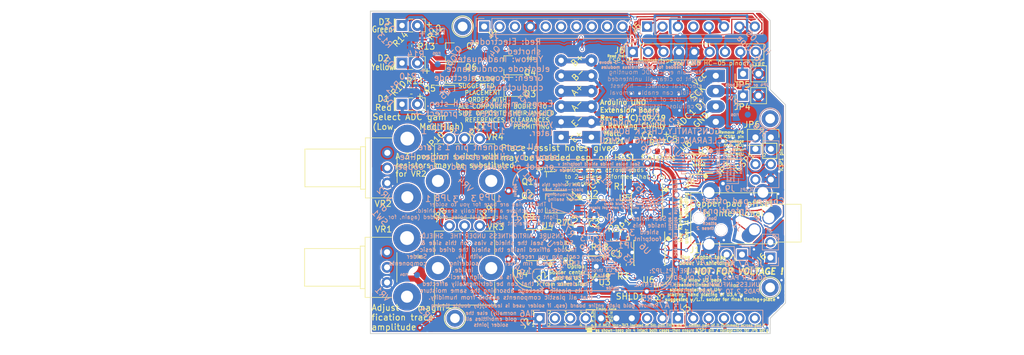
<source format=kicad_pcb>
(kicad_pcb (version 20171130) (host pcbnew 5.1.4-e60b266~84~ubuntu16.04.1)
  (layers (0 F.Cu signal) (31 B.Cu signal) (34 B.Paste user) (35 F.Paste user) (36 B.SilkS user) (37 F.SilkS user) (38 B.Mask user) (39 F.Mask user) (44 Edge.Cuts user))
  (net 0 "")
  (net 1 /A1)
  (net 2 GNDA)
  (net 3 GNDD)
  (net 4 /2)
  (net 5 +5V)
  (net 6 "/3(**)")
  (net 7 "Net-(D1-Pad1)")
  (net 8 "Net-(D1-Pad2)")
  (net 9 "Net-(D2-Pad1)")
  (net 10 "Net-(D3-Pad1)")
  (net 11 "Net-(D3-Pad2)")
  (net 12 "/MOSI(1)")
  (net 13 "/SCK(1)")
  (net 14 /A3)
  (net 15 /A2)
  (net 16 "/5(**)")
  (net 17 "/6(**)")
  (net 18 /7)
  (net 19 "Net-(JP1-Pad2)")
  (net 20 "Net-(C1-Pad1)")
  (net 21 "Net-(C2-Pad1)")
  (net 22 "Net-(Q1-Pad2)")
  (net 23 "Net-(Q1-Pad1)")
  (net 24 "Net-(Q2-Pad1)")
  (net 25 "Net-(C1-Pad2)")
  (net 26 "Net-(Q3-Pad3)")
  (net 27 "Net-(R3-Pad2)")
  (net 28 "Net-(U5-Pad1)")
  (net 29 /1st_stage_guard_trace)
  (net 30 "Net-(C2-Pad2)")
  (net 31 "Net-(R6-Pad1)")
  (net 32 /2nd_stage_guard_trace)
  (net 33 /3rd_stage_guard_trace)
  (net 34 "Net-(J1-PadS)")
  (net 35 /A6)
  (net 36 /A7)
  (net 37 "Net-(ADC1-PadEplus_dup)")
  (net 38 "Net-(ADC1-PadEplus)")
  (net 39 /Rx)
  (net 40 /Tx)
  (net 41 "Net-(ICSP1-Pad2)")
  (net 42 "Net-(Q3-Pad1)")
  (net 43 "Net-(Q7-Pad1)")
  (net 44 /A0)
  (net 45 "Net-(JP8-Pad2)")
  (net 46 "Net-(JP9-Pad2)")
  (net 47 "Net-(JP10-Pad2)")
  (net 48 "Net-(JP11-Pad2)")
  (net 49 "Net-(J6-Pad8)")
  (net 50 "Net-(J6-Pad3)")
  (net 51 /8)
  (net 52 "Net-(C7-Pad1)")
  (net 53 /U8-Pad8)
  (net 54 /U8-Pad7)
  (net 55 /U8-Pad5)
  (net 56 /U8-Pad6)
  (net 57 "Net-(Q2-Pad2)")
  (net 58 "Net-(ICSP1-Pad5)")
  (net 59 "Net-(ICSP1-Pad1)")
  (net 60 "Net-(J1-PadR)")
  (net 61 "Net-(J1-PadTN)")
  (net 62 "Net-(J2-Pad2)")
  (net 63 "Net-(J2-Pad3)")
  (net 64 "Net-(J2-Pad4)")
  (net 65 "Net-(J2-Pad8)")
  (net 66 "Net-(J3-Pad6)")
  (net 67 "Net-(J3-Pad5)")
  (net 68 "Net-(J4-Pad9)")
  (net 69 "Net-(J4-Pad8)")
  (net 70 "Net-(J4-Pad7)")
  (net 71 "Net-(J4-Pad6)")
  (net 72 "Net-(J4-Pad5)")
  (net 73 "Net-(J4-Pad3)")
  (net 74 "Net-(J4-Pad2)")
  (net 75 "Net-(J4-Pad1)")
  (net 76 "Net-(J5-Pad4)")
  (net 77 "Net-(J6-Pad9)")
  (net 78 "Net-(JP8-Pad3)")
  (net 79 "Net-(JP9-Pad3)")
  (net 80 "Net-(JP10-Pad3)")
  (net 81 "Net-(JP11-Pad3)")
  (net 82 "Net-(P1-Pad1)")
  (net 83 "Net-(P2-Pad1)")
  (net 84 "Net-(P3-Pad1)")
  (net 85 "Net-(P4-Pad1)")
  (net 86 "Net-(U3-Pad3)")
  (net 87 "Net-(U4-Pad6)")
  (net 88 "Net-(U7-Pad9)")
  (net 89 "Net-(U8-Pad9)")
  (module multipackage:Masach_Tech_MS26320_26x19.50mm (layer F.Cu) (at 146.11 115.23)
    (fp_text reference SHLD1 (at 6.18 11.46) (layer F.SilkS))
    (fp_text value Device_RF_Shield_Two_Pieces_but_use_only_TOP)
    (pad 1 smd custom (at -0.5 10.35) (size 21.5 0.7) (layers F.Cu F.Mask) (net 3 GNDD) (options (clearance outline) (anchor rect)) (primitives (gr_arc (start 10.73 -3.38) (end 10.77 0) (angle -89.6) (width 0.7)) (gr_arc (start -10.7 -2.95) (end -10.69 -0.3) (angle 90) (width 1.3))))
    (pad 1 smd custom (at -0.5 -10.35) (size 21.5 0.7) (layers F.Cu F.Mask) (net 3 GNDD) (options (clearance outline) (anchor rect)) (primitives (gr_arc (start 10.74 3.36) (end 10.67 -0.01) (angle 90.6) (width 0.7)) (gr_arc (start -10.7 2.95) (end -13.38 2.97) (angle 90) (width 1.3))))
    (pad 1 smd custom (at -13.8 0 90) (size 15 1.1) (layers F.Cu F.Mask) (net 3 GNDD) (options (clearance outline) (anchor rect)) (primitives))
    (pad 1 smd custom (at 13.6 0 90) (size 14 0.7) (layers F.Cu F.Mask) (net 3 GNDD) (options (clearance outline) (anchor rect)) (primitives))
  )
  (module multipackage:TE_1-2328702-0 (layer B.Cu) (at 170.11904 102.2604 90)
    (fp_text reference J9 (at -6.61162 -1.34366 unlocked) (layer B.SilkS) (effects (justify mirror)))
    (fp_text value TE_1-2328702-0 hide)
    (pad S2 smd rect (at -5.5 -2.5 90) (size 0.4 0.8) (layers B.Cu B.Paste B.Mask) (net 3 GNDD))
    (pad S1 smd rect (at 1 -2.5 90) (size 0.4 0.8) (layers B.Cu B.Paste B.Mask) (net 3 GNDD))
    (pad 10 smd rect (at -4.5 0 90) (size 0.3 0.8) (layers B.Cu B.Paste B.Mask) (net 56 /U8-Pad6))
    (pad 9 smd rect (at -4 0 90) (size 0.3 0.8) (layers B.Cu B.Paste B.Mask) (net 54 /U8-Pad7))
    (pad 8 smd rect (at -3.5 0 90) (size 0.3 0.8) (layers B.Cu B.Paste B.Mask) (net 53 /U8-Pad8))
    (pad 7 smd rect (at -3 0 90) (size 0.3 0.8) (layers B.Cu B.Paste B.Mask) (net 55 /U8-Pad5))
    (pad 6 smd rect (at -2.5 0 90) (size 0.3 0.8) (layers B.Cu B.Paste B.Mask) (net 29 /1st_stage_guard_trace))
    (pad 5 smd rect (at -2 0 90) (size 0.3 0.8) (layers B.Cu B.Paste B.Mask) (net 5 +5V))
    (pad 4 smd rect (at -1.5 0 90) (size 0.3 0.8) (layers B.Cu B.Paste B.Mask) (net 3 GNDD))
    (pad 3 smd rect (at -1 0 90) (size 0.3 0.8) (layers B.Cu B.Paste B.Mask) (net 12 "/MOSI(1)"))
    (pad 2 smd rect (at -0.5 0 90) (size 0.3 0.8) (layers B.Cu B.Paste B.Mask) (net 13 "/SCK(1)"))
    (pad 1 smd rect (at 0 0 90) (size 0.3 0.8) (layers B.Cu B.Paste B.Mask) (net 51 /8))
  )
  (module Resistor_SMD:R_0603_1608Metric (layer F.Cu) (at 147.23364 117.12448 180)
    (fp_text reference R18 (at 0 -1.43) (layer F.SilkS))
    (fp_text value "21 KΩ")
    (pad 2 smd roundrect (at 0.7875 0 180) (size 0.875 0.95) (layers F.Cu F.Paste F.Mask) (net 52 "Net-(C7-Pad1)"))
    (pad 1 smd roundrect (at -0.7875 0 180) (size 0.875 0.95) (layers F.Cu F.Paste F.Mask) (net 21 "Net-(C2-Pad1)"))
  )
  (module Capacitor_SMD:C_0603_1608Metric_Pad1.05x0.95mm_HandSolder (layer F.Cu) (at 143.62176 118.34114 90)
    (fp_text reference C7 (at 0 -1.43 90) (layer F.SilkS))
    (fp_text value 1uF)
    (pad 2 smd roundrect (at 0.875 0 90) (size 1.05 0.95) (layers F.Cu F.Paste F.Mask) (net 2 GNDA))
    (pad 1 smd roundrect (at -0.875 0 90) (size 1.05 0.95) (layers F.Cu F.Paste F.Mask) (net 52 "Net-(C7-Pad1)"))
  )
  (module Package_TO_SOT_SMD:SOT-23 (layer B.Cu) (at 144.637 113.11886)
    (fp_text reference U1 (at -2.84912 1.32084) (layer B.SilkS) (effects (justify mirror)))
    (fp_text value "3V LDO")
    (pad 3 smd rect (at 1 0) (size 0.9 0.8) (layers B.Cu B.Paste B.Mask) (net 5 +5V))
    (pad 2 smd rect (at -1 -0.95) (size 0.9 0.8) (layers B.Cu B.Paste B.Mask) (net 52 "Net-(C7-Pad1)"))
    (pad 1 smd rect (at -1 0.95) (size 0.9 0.8) (layers B.Cu B.Paste B.Mask) (net 2 GNDA))
  )
  (module Resistor_SMD:R_0603_1608Metric (layer F.Cu) (at 157.56 102.69 180)
    (fp_text reference R17 (at 0.7531 1.43798) (layer F.SilkS))
    (fp_text value "15 KΩ")
    (pad 2 smd roundrect (at 0.7875 0 180) (size 0.875 0.95) (layers F.Cu F.Paste F.Mask) (net 22 "Net-(Q1-Pad2)"))
    (pad 1 smd roundrect (at -0.7875 0 180) (size 0.875 0.95) (layers F.Cu F.Paste F.Mask) (net 54 /U8-Pad7))
  )
  (module multipackage:PinHeader_1x02_P2.54mm_Vertical (layer F.Cu) (at 170.93 93.47 90)
    (fp_text reference JP4 (at -1.8562 -0.115 180) (layer F.SilkS))
    (fp_text value HC-05_EN/KEY)
    (pad 1 thru_hole rect (at 0 0 90) (size 1.7 1.7) (drill 1) (layers *.Cu *.Mask) (net 50 "Net-(J6-Pad3)"))
    (pad 2 thru_hole oval (at 0 2.54 90) (size 1.7 1.7) (drill 1) (layers *.Cu *.Mask) (net 3 GNDD))
  )
  (module Connector_PinSocket_2.54mm:PinSocket_1x02_P2.54mm_Vertical (layer B.Cu) (at 175.45 120.27)
    (fp_text reference J6_A7,A6 (at -4.3302 0.9896) (layer B.SilkS) (effects (justify mirror)))
    (fp_text value Conn_01x02_gender_unknown)
    (pad 2 thru_hole oval (at 0 -2.54) (size 1.7 1.7) (drill 1) (layers *.Cu *.Mask) (net 36 /A7))
    (pad 1 thru_hole rect (at 0 0) (size 1.7 1.7) (drill 1) (layers *.Cu *.Mask) (net 35 /A6))
  )
  (module Connector_PinSocket_2.54mm:PinSocket_1x02_P2.54mm_Vertical (layer B.Cu) (at 170.75658 119.76354 90)
    (fp_text reference J7_A7,A6 (at -1.16654 -6.86778 180) (layer B.SilkS) (effects (justify mirror)))
    (fp_text value Conn_01x02_Female)
    (pad 2 thru_hole oval (at 0 -2.54 90) (size 1.7 1.7) (drill 1) (layers *.Cu *.Mask) (net 35 /A6))
    (pad 1 thru_hole rect (at 0 0 90) (size 1.7 1.7) (drill 1) (layers *.Cu *.Mask) (net 36 /A7))
  )
  (module multipackage:PinHeader_1x02_P2.54mm_Vertical (layer F.Cu) (at 175.52 100.38 270)
    (fp_text reference JP6 (at -2.10994 3.13274 180) (layer F.SilkS))
    (fp_text value "Remove JP6 if MCU is 3V3 but MCU board sends 5V up this pin 2")
    (pad 1 thru_hole rect (at 0 0 270) (size 1.7 1.7) (drill 1) (layers *.Cu *.Mask) (net 41 "Net-(ICSP1-Pad2)"))
    (pad 2 thru_hole oval (at 0 2.54 270) (size 1.7 1.7) (drill 1) (layers *.Cu *.Mask) (net 5 +5V))
  )
  (module multipackage:NetTie-2_HX711_THT_Pad1.0mm (layer F.Cu) (at 143.376 87.65 180)
    (fp_text reference NT2)
    (fp_text value Net-Tie_2)
    (fp_poly (pts (xy -2.05 -0.47) (xy 1.99 -0.47) (xy 2.03 0.33) (xy -2.01 0.33)) (layer F.Cu) (width 0))
    (fp_poly (pts (xy -2 -0.47) (xy 2.04 -0.47) (xy 2.03 0.35) (xy -2.01 0.35)) (layer B.Cu) (width 0))
    (pad 1 thru_hole circle (at -2.5 0 180) (size 2.032 2.032) (drill 0.8) (layers *.Cu) (net 44 /A0))
    (pad 2 thru_hole circle (at 2.5 0 180) (size 2.032 2.032) (drill 0.8) (layers *.Cu) (net 44 /A0))
  )
  (module Connector_PinSocket_2.54mm:PinSocket_1x09_P2.54mm_Vertical (layer F.Cu) (at 152.71496 86.23808 90)
    (fp_text reference J6 (at 0.25908 -2.17932 180) (layer F.SilkS))
    (fp_text value Conn_01x09_Female)
    (pad 9 thru_hole oval (at 0 20.32 90) (size 1.7 1.7) (drill 1) (layers *.Cu *.Mask) (net 77 "Net-(J6-Pad9)"))
    (pad 8 thru_hole oval (at 0 17.78 90) (size 1.7 1.7) (drill 1) (layers *.Cu *.Mask) (net 49 "Net-(J6-Pad8)"))
    (pad 7 thru_hole oval (at 0 15.24 90) (size 1.7 1.7) (drill 1) (layers *.Cu *.Mask) (net 40 /Tx))
    (pad 6 thru_hole oval (at 0 12.7 90) (size 1.7 1.7) (drill 1) (layers *.Cu *.Mask) (net 39 /Rx))
    (pad 5 thru_hole oval (at 0 10.16 90) (size 1.7 1.7) (drill 1) (layers *.Cu *.Mask) (net 3 GNDD))
    (pad 4 thru_hole oval (at 0 7.62 90) (size 1.7 1.7) (drill 1) (layers *.Cu *.Mask) (net 5 +5V))
    (pad 3 thru_hole oval (at 0 5.08 90) (size 1.7 1.7) (drill 1) (layers *.Cu *.Mask) (net 50 "Net-(J6-Pad3)"))
    (pad 2 thru_hole oval (at 0 2.54 90) (size 1.7 1.7) (drill 1) (layers *.Cu *.Mask) (net 40 /Tx))
    (pad 1 thru_hole rect (at 0 0 90) (size 1.7 1.7) (drill 1) (layers *.Cu *.Mask) (net 39 /Rx))
  )
  (module multipackage:NetTie-2_HX711_THT_Pad1.0mm (layer F.Cu) (at 143.376 100.35 180)
    (fp_text reference NT6)
    (fp_text value Net-Tie_2)
    (fp_poly (pts (xy -2.01 -0.26) (xy 2.03 -0.26) (xy 2.03 0.2) (xy -2.01 0.2)) (layer F.Cu) (width 0))
    (fp_poly (pts (xy -2.04 -0.22) (xy 2 -0.22) (xy 2.02 0.18) (xy -2.02 0.18)) (layer B.Cu) (width 0))
    (pad 1 thru_hole circle (at -2.5 0 180) (size 2.032 2.032) (drill 0.8) (layers *.Cu) (net 38 "Net-(ADC1-PadEplus)"))
    (pad 2 thru_hole circle (at 2.5 0 180) (size 2.032 2.032) (drill 0.8) (layers *.Cu) (net 37 "Net-(ADC1-PadEplus_dup)"))
  )
  (module Jumper:SolderJumper-3_P1.3mm_Bridged12_Pad1.0x1.5mm_NumberLabels (layer B.Cu) (at 120.98 113.08)
    (fp_text reference JP8 (at 0.33548 -2.65096) (layer B.SilkS) (effects (justify mirror)))
    (fp_text value SolderJumper_3_Bridged12)
    (fp_poly (pts (xy -0.9 0.3) (xy -0.4 0.3) (xy -0.4 -0.3) (xy -0.9 -0.3)) (layer B.Cu) (width 0))
    (fp_text user 1 (at -2.09 -2.54) (layer B.SilkS) (effects (justify mirror)))
    (fp_text user 3 (at 2.46 -2.47) (layer B.SilkS) (effects (justify mirror)))
    (pad 2 smd rect (at 0 0) (size 1 1.5) (layers B.Cu) (net 45 "Net-(JP8-Pad2)"))
    (pad 3 smd rect (at 1.3 0) (size 1 1.5) (layers B.Cu) (net 78 "Net-(JP8-Pad3)"))
    (pad 1 smd rect (at -1.3 0) (size 1 1.5) (layers B.Cu) (net 5 +5V))
  )
  (module Jumper:SolderJumper-3_P1.3mm_Bridged12_Pad1.0x1.5mm_NumberLabels (layer B.Cu) (at 128.72 113.12 180)
    (fp_text reference JP9 (at 0.1 2.84) (layer B.SilkS) (effects (justify mirror)))
    (fp_text value SolderJumper_3_Bridged12)
    (fp_poly (pts (xy -0.9 0.3) (xy -0.4 0.3) (xy -0.4 -0.3) (xy -0.9 -0.3)) (layer B.Cu) (width 0))
    (fp_text user 1 (at -1.88 2.61) (layer B.SilkS) (effects (justify mirror)))
    (fp_text user 3 (at 2.28 2.61) (layer B.SilkS) (effects (justify mirror)))
    (pad 2 smd rect (at 0 0 180) (size 1 1.5) (layers B.Cu) (net 46 "Net-(JP9-Pad2)"))
    (pad 3 smd rect (at 1.3 0 180) (size 1 1.5) (layers B.Cu) (net 79 "Net-(JP9-Pad3)"))
    (pad 1 smd rect (at -1.3 0 180) (size 1 1.5) (layers B.Cu) (net 3 GNDD))
  )
  (module Jumper:SolderJumper-3_P1.3mm_Bridged12_Pad1.0x1.5mm_NumberLabels (layer B.Cu) (at 120.84 98.71)
    (fp_text reference JP10 (at 0.09448 -0.031) (layer B.SilkS) (effects (justify mirror)))
    (fp_text value SolderJumper_3_Bridged12)
    (fp_poly (pts (xy -0.9 0.3) (xy -0.4 0.3) (xy -0.4 -0.3) (xy -0.9 -0.3)) (layer B.Cu) (width 0))
    (fp_text user 1 (at -2.58 0.61) (layer B.SilkS) (effects (justify mirror)))
    (fp_text user 3 (at 2.73 0.74) (layer B.SilkS) (effects (justify mirror)))
    (pad 2 smd rect (at 0 0) (size 1 1.5) (layers B.Cu) (net 47 "Net-(JP10-Pad2)"))
    (pad 3 smd rect (at 1.3 0) (size 1 1.5) (layers B.Cu) (net 80 "Net-(JP10-Pad3)"))
    (pad 1 smd rect (at -1.3 0) (size 1 1.5) (layers B.Cu) (net 5 +5V))
  )
  (module Jumper:SolderJumper-3_P1.3mm_Bridged12_Pad1.0x1.5mm_NumberLabels (layer B.Cu) (at 128.65 98.67 180)
    (fp_text reference JP11 (at 0.14124 0.10276) (layer B.SilkS) (effects (justify mirror)))
    (fp_text value SolderJumper_3_Bridged12)
    (fp_poly (pts (xy -0.9 0.3) (xy -0.4 0.3) (xy -0.4 -0.3) (xy -0.9 -0.3)) (layer B.Cu) (width 0))
    (fp_text user 1 (at -2.51 -0.68) (layer B.SilkS) (effects (justify mirror)))
    (fp_text user 3 (at 2.6 -0.81) (layer B.SilkS) (effects (justify mirror)))
    (pad 2 smd rect (at 0 0 180) (size 1 1.5) (layers B.Cu) (net 48 "Net-(JP11-Pad2)"))
    (pad 3 smd rect (at 1.3 0 180) (size 1 1.5) (layers B.Cu) (net 81 "Net-(JP11-Pad3)"))
    (pad 1 smd rect (at -1.3 0 180) (size 1 1.5) (layers B.Cu) (net 3 GNDD))
  )
  (module "HX711:HX711 module" (layer B.Cu) (at 153.93 94 90)
    (fp_text reference ADC1 (at -2.4184 1.37576) (layer B.SilkS) (effects (justify mirror)))
    (fp_text value "HX711 module" (at -3.8 -1.28) (layer B.SilkS) (effects (justify mirror)))
    (pad Bplus thru_hole circle (at 6.35 -8.054 90) (size 2.032 2.032) (drill 0.9) (layers *.Cu *.Mask) (net 44 /A0))
    (pad Aminus_dup thru_hole circle (at -1.27 -13.054 90) (size 2.032 2.032) (drill 0.9) (layers *.Cu *.Mask) (net 1 /A1))
    (pad Bminus thru_hole circle (at 3.81 -8.054 90) (size 2.032 2.032) (drill 0.9) (layers *.Cu *.Mask) (net 1 /A1))
    (pad Aplus thru_hole circle (at 1.27 -8.054 90) (size 2.032 2.032) (drill 0.9) (layers *.Cu *.Mask) (net 44 /A0))
    (pad Aminus thru_hole circle (at -1.27 -8.054 90) (size 2.032 2.032) (drill 0.9) (layers *.Cu *.Mask) (net 1 /A1))
    (pad GNDA thru_hole circle (at -3.81 -8.054 90) (size 2.032 2.032) (drill 0.9) (layers *.Cu *.Mask) (net 2 GNDA))
    (pad Eplus thru_hole rect (at -6.35 -8.054 90) (size 2.032 3) (drill 0.9) (layers *.Cu *.Mask) (net 38 "Net-(ADC1-PadEplus)"))
    (pad Eplus_dup thru_hole rect (at -6.35 -13.054 90) (size 2.032 2.54) (drill 0.9) (layers *.Cu *.Mask) (net 37 "Net-(ADC1-PadEplus_dup)"))
    (pad GNDA_dup thru_hole circle (at -3.81 -13.054 90) (size 2.032 2.032) (drill 0.9) (layers *.Cu *.Mask) (net 2 GNDA))
    (pad Bplus_dup thru_hole circle (at 6.35 -13.054 90) (size 2.032 2.032) (drill 0.9) (layers *.Cu *.Mask) (net 44 /A0))
    (pad Bminus_dup thru_hole circle (at 3.81 -13.054 90) (size 2.032 2.032) (drill 0.9) (layers *.Cu *.Mask) (net 1 /A1))
    (pad Aplus_dup thru_hole circle (at 1.27 -13.054 90) (size 2.032 2.032) (drill 0.9) (layers *.Cu *.Mask) (net 44 /A0))
    (pad GND thru_hole oval (at -3.81 12.5 90) (size 2.032 3) (drill 1) (layers *.Cu *.Mask) (net 3 GNDD))
    (pad DT thru_hole oval (at -1.27 12.5 90) (size 2.032 3) (drill 1) (layers *.Cu *.Mask) (net 4 /2))
    (pad VCC thru_hole custom (at 3.81 12.5 90) (size 2.032 3) (drill 1) (layers *.Cu *.Mask) (net 5 +5V) (options (clearance outline) (anchor rect)) (primitives (gr_arc (start 0 0.4) (end -0.7 0.4) (angle -180) (width 0.7)) (gr_arc (start 0 -0.4) (end 0.7 -0.4) (angle -180) (width 0.7))))
    (pad SCK thru_hole oval (at 1.27 12.5 90) (size 2.032 3) (drill 1) (layers *.Cu *.Mask) (net 6 "/3(**)"))
  )
  (module multipackage:Potentiometer_Bourns_PTV09A-2_Single_Horizontal (layer F.Cu) (at 112.17 105.43 180)
    (fp_text reference VR2 (at 0.7 -5.92) (layer F.SilkS))
    (fp_text value "200 KΩ")
    (pad 3 thru_hole circle (at 0 -2.5 180) (size 1.8 1.8) (drill 1) (layers *.Cu *.Mask) (net 5 +5V))
    (pad 2 thru_hole circle (at 0 0 180) (size 1.8 1.8) (drill 1) (layers *.Cu *.Mask) (net 14 /A3))
    (pad 1 thru_hole circle (at 0 2.5 180) (size 1.8 1.8) (drill 1) (layers *.Cu *.Mask) (net 3 GNDD))
    (pad "" thru_hole circle (at -3.3 -4.85 180) (size 4.600001 4.600001) (drill 2) (layers *.Cu *.Mask))
    (pad "" thru_hole circle (at -3.3 4.85 180) (size 4.6 4.6) (drill 2.3) (layers *.Cu *.Mask))
  )
  (module Fiducial:Fiducial_1mm_Mask3mm (layer B.Cu) (at 171.71 96.61)
    (fp_text reference FID6 (at -2.12436 0.04208) (layer B.SilkS) (effects (font (size 0.4 0.4) (thickness 0.1)) (justify mirror)))
    (fp_text value "Back Fiducial")
    (pad "" smd circle (at 0 0) (size 1 1) (layers B.Cu B.Mask) (clearance 1))
  )
  (module Fiducial:Fiducial_1mm_Mask3mm (layer B.Cu) (at 120.47 88.28)
    (fp_text reference FID5 (at -0.16036 -1.77776) (layer B.SilkS) (effects (font (size 0.4 0.4) (thickness 0.1)) (justify mirror)))
    (fp_text value "Back Fiducial")
    (pad "" smd circle (at 0 0) (size 1 1) (layers B.Cu B.Mask) (clearance 1))
  )
  (module Fiducial:Fiducial_1mm_Mask3mm (layer B.Cu) (at 117.08 123.15)
    (fp_text reference FID4 (at -2.15008 -0.05144) (layer B.SilkS) (effects (font (size 0.4 0.4) (thickness 0.1)) (justify mirror)))
    (fp_text value "Back Fiducial")
    (pad "" smd circle (at 0 0) (size 1 1) (layers B.Cu B.Mask) (clearance 1))
  )
  (module Fiducial:Fiducial_1mm_Mask3mm (layer F.Cu) (at 137.96264 87.35314)
    (fp_text reference FID3 (at -2.1328 0.01488) (layer F.SilkS) (effects (font (size 0.4 0.4) (thickness 0.1))))
    (fp_text value "Front Fiducial")
    (pad "" smd circle (at 0 0) (size 1 1) (layers F.Cu F.Mask) (clearance 1))
  )
  (module Fiducial:Fiducial_1mm_Mask3mm (layer F.Cu) (at 171.73 124.89)
    (fp_text reference FID2 (at -2.22056 0.04244) (layer F.SilkS) (effects (font (size 0.4 0.4) (thickness 0.1))))
    (fp_text value "Front Fiducial")
    (pad "" smd circle (at 0 0) (size 1 1) (layers F.Cu F.Mask) (clearance 1))
  )
  (module Fiducial:Fiducial_1mm_Mask3mm (layer F.Cu) (at 115.83 121.51)
    (fp_text reference FID1 (at 1.62976 -1.34768) (layer F.SilkS) (effects (font (size 0.4 0.4) (thickness 0.1))))
    (fp_text value "Front Fiducial")
    (pad "" smd circle (at 0 0) (size 1 1) (layers F.Cu F.Mask) (clearance 1))
  )
  (module multipackage:MSOP-10_3x3mm_P0.5mm (layer F.Cu) (at 146.07 112.15)
    (fp_text reference U2 (at -0.03778 -2.43724) (layer F.SilkS))
    (fp_text value AD8244ARMZ)
    (pad "" np_thru_hole circle (at 1.4 1.832) (size 0.854 0.854) (drill 0.6) (layers *.Cu *.Mask) (clearance 0.00001))
    (pad "" np_thru_hole circle (at -1.4 -1.832) (size 0.854 0.854) (drill 0.6) (layers *.Cu *.Mask) (clearance 0.00001))
    (pad "" np_thru_hole circle (at 1.4 -1.832) (size 0.854 0.854) (drill 0.6) (layers *.Cu *.Mask) (clearance 0.00001))
    (pad 1 smd rect (at -2.2 -1) (size 1.4 0.3) (layers F.Cu F.Paste F.Mask) (net 24 "Net-(Q2-Pad1)"))
    (pad 2 smd rect (at -2.2 -0.5) (size 1.4 0.3) (layers F.Cu F.Paste F.Mask) (net 33 /3rd_stage_guard_trace))
    (pad 3 smd rect (at -2.2 0) (size 1.4 0.3) (layers F.Cu F.Paste F.Mask) (net 5 +5V))
    (pad 4 smd rect (at -2.2 0.5) (size 1.4 0.3) (layers F.Cu F.Paste F.Mask) (net 44 /A0))
    (pad 5 smd rect (at -2.2 1) (size 1.4 0.3) (layers F.Cu F.Paste F.Mask) (net 24 "Net-(Q2-Pad1)"))
    (pad 6 smd rect (at 2.2 1) (size 1.4 0.3) (layers F.Cu F.Paste F.Mask) (net 21 "Net-(C2-Pad1)"))
    (pad 7 smd rect (at 2.2 0.5) (size 1.4 0.3) (layers F.Cu F.Paste F.Mask) (net 29 /1st_stage_guard_trace))
    (pad 8 smd rect (at 2.2 0) (size 1.4 0.3) (layers F.Cu F.Paste F.Mask) (net 2 GNDA))
    (pad 9 smd rect (at 2.2 -0.5) (size 1.4 0.3) (layers F.Cu F.Paste F.Mask) (net 1 /A1))
    (pad 10 smd rect (at 2.2 -1) (size 1.4 0.3) (layers F.Cu F.Paste F.Mask) (net 31 "Net-(R6-Pad1)"))
  )
  (module Connector_PinHeader_2.54mm:PinHeader_1x06_P2.54mm_Vertical (layer B.Cu) (at 160.17 130.3 270)
    (fp_text reference J3 (at -1.8 -0.11) (layer B.SilkS) (effects (justify mirror)))
    (fp_text value Analog)
    (pad 6 thru_hole oval (at 0 -12.7 270) (size 1.7 1.7) (drill 1) (layers *.Cu *.Mask) (net 66 "Net-(J3-Pad6)"))
    (pad 5 thru_hole oval (at 0 -10.16 270) (size 1.7 1.7) (drill 1) (layers *.Cu *.Mask) (net 67 "Net-(J3-Pad5)"))
    (pad 4 thru_hole oval (at 0 -7.62 270) (size 1.7 1.7) (drill 1) (layers *.Cu *.Mask) (net 14 /A3))
    (pad 3 thru_hole oval (at 0 -5.08 270) (size 1.7 1.7) (drill 1) (layers *.Cu *.Mask) (net 15 /A2))
    (pad 2 thru_hole oval (at 0 -2.54 270) (size 1.7 1.7) (drill 1) (layers *.Cu *.Mask) (net 1 /A1))
    (pad 1 thru_hole rect (at 0 0 270) (size 1.7 1.7) (drill 1) (layers *.Cu *.Mask) (net 44 /A0))
  )
  (module multipackage:ADL5315ACPZ-R7 (layer F.Cu) (at 146.69 121.715 180)
    (fp_text reference U3 (at -1.37 -2.615 180) (layer F.SilkS))
    (fp_text value ADL5315ACPZ-R7)
    (pad 9 smd rect (at 0 0 180) (size 0.6096 1.8796) (layers F.Cu F.Mask) (net 2 GNDA))
    (pad 8 smd rect (at 1.0033 -0.75 180) (size 0.8636 0.3) (layers F.Cu F.Paste F.Mask) (net 23 "Net-(Q1-Pad1)"))
    (pad 7 smd rect (at 1.04 -0.25 180) (size 0.8636 0.3) (layers F.Cu F.Paste F.Mask) (net 32 /2nd_stage_guard_trace))
    (pad 6 smd rect (at 1.04 0.25 180) (size 0.8636 0.3) (layers F.Cu F.Paste F.Mask) (net 5 +5V))
    (pad 5 smd rect (at 1.0033 0.75 180) (size 0.8636 0.3) (layers F.Cu F.Paste F.Mask) (net 42 "Net-(Q3-Pad1)"))
    (pad 4 smd rect (at -1.0033 0.75 180) (size 0.8636 0.3) (layers F.Cu F.Paste F.Mask) (net 2 GNDA))
    (pad 3 smd rect (at -1.04 0.25 180) (size 0.8636 0.3) (layers F.Cu F.Paste F.Mask) (net 86 "Net-(U3-Pad3)"))
    (pad 2 smd rect (at -1.04 -0.25 180) (size 0.8636 0.3) (layers F.Cu F.Paste F.Mask) (net 21 "Net-(C2-Pad1)"))
    (pad 1 smd rect (at -1.0033 -0.75 180) (size 0.8636 0.3) (layers F.Cu F.Paste F.Mask) (net 27 "Net-(R3-Pad2)"))
  )
  (module Package_SO:MSOP-10_3x3mm_P0.5mm (layer B.Cu) (at 162.43046 104.7496 180)
    (fp_text reference U8 (at -0.16 -2.52) (layer B.SilkS) (effects (justify mirror)))
    (fp_text value "- U32 all in parallel MCP4262-502E/UN")
    (pad 1 smd rect (at -2.2 1 180) (size 1.4 0.3) (layers B.Cu B.Paste B.Mask) (net 51 /8))
    (pad 2 smd rect (at -2.2 0.5 180) (size 1.4 0.3) (layers B.Cu B.Paste B.Mask) (net 13 "/SCK(1)"))
    (pad 3 smd rect (at -2.2 0 180) (size 1.4 0.3) (layers B.Cu B.Paste B.Mask) (net 12 "/MOSI(1)"))
    (pad 4 smd rect (at -2.2 -0.5 180) (size 1.4 0.3) (layers B.Cu B.Paste B.Mask) (net 3 GNDD))
    (pad 5 smd rect (at -2.2 -1 180) (size 1.4 0.3) (layers B.Cu B.Paste B.Mask) (net 55 /U8-Pad5))
    (pad 6 smd rect (at 2.2 -1 180) (size 1.4 0.3) (layers B.Cu B.Paste B.Mask) (net 56 /U8-Pad6))
    (pad 7 smd rect (at 2.2 -0.5 180) (size 1.4 0.3) (layers B.Cu B.Paste B.Mask) (net 54 /U8-Pad7))
    (pad 8 smd rect (at 2.2 0 180) (size 1.4 0.3) (layers B.Cu B.Paste B.Mask) (net 53 /U8-Pad8))
    (pad 9 smd rect (at 2.2 0.5 180) (size 1.4 0.3) (layers B.Cu B.Paste B.Mask) (net 89 "Net-(U8-Pad9)"))
    (pad 10 smd rect (at 2.2 1 180) (size 1.4 0.3) (layers B.Cu B.Paste B.Mask) (net 5 +5V))
  )
  (module Connector_PinHeader_2.54mm:PinHeader_1x02_P2.54mm_Vertical (layer F.Cu) (at 170.94 89.86 90)
    (fp_text reference JP5 (at -1.81368 -0.1758 180) (layer F.SilkS))
    (fp_text value HC-05_KEY/STATE_LED)
    (pad 2 thru_hole oval (at 0 2.54 90) (size 1.7 1.7) (drill 1) (layers *.Cu *.Mask) (net 3 GNDD))
    (pad 1 thru_hole rect (at 0 0 90) (size 1.7 1.7) (drill 1) (layers *.Cu *.Mask) (net 49 "Net-(J6-Pad8)"))
  )
  (module Capacitor_SMD:C_0603_1608Metric_Pad1.05x0.95mm_HandSolder (layer F.Cu) (at 153.58364 100.41636 270)
    (fp_text reference C6 (at -0.41148 -1.51638 180) (layer F.SilkS))
    (fp_text value "0.1 µF")
    (pad 1 smd roundrect (at -0.875 0 270) (size 1.05 0.95) (layers F.Cu F.Paste F.Mask) (net 2 GNDA))
    (pad 2 smd roundrect (at 0.875 0 270) (size 1.05 0.95) (layers F.Cu F.Paste F.Mask) (net 5 +5V))
  )
  (module Capacitor_SMD:C_0603_1608Metric_Pad1.05x0.95mm_HandSolder (layer B.Cu) (at 145.62 106.5 180)
    (fp_text reference C4 (at -0.1 -1.24) (layer B.SilkS) (effects (justify mirror)))
    (fp_text value "0.1 µF")
    (pad 1 smd roundrect (at -0.875 0 180) (size 1.05 0.95) (layers B.Cu B.Paste B.Mask) (net 5 +5V))
    (pad 2 smd roundrect (at 0.875 0 180) (size 1.05 0.95) (layers B.Cu B.Paste B.Mask) (net 2 GNDA))
  )
  (module Capacitor_SMD:C_0603_1608Metric_Pad1.05x0.95mm_HandSolder (layer F.Cu) (at 159.27 98.42 90)
    (fp_text reference C5 (at -2.28 -0.08 180) (layer F.SilkS))
    (fp_text value "2.2 µF")
    (pad 1 smd roundrect (at -0.875 0 90) (size 1.05 0.95) (layers F.Cu F.Paste F.Mask) (net 5 +5V))
    (pad 2 smd roundrect (at 0.875 0 90) (size 1.05 0.95) (layers F.Cu F.Paste F.Mask) (net 2 GNDA))
  )
  (module Capacitor_SMD:C_0603_1608Metric_Pad1.05x0.95mm_HandSolder (layer B.Cu) (at 144.84 115.6 180)
    (fp_text reference C3 (at -0.12 -1.45) (layer B.SilkS) (effects (justify mirror)))
    (fp_text value "2.2 µF")
    (pad 1 smd roundrect (at -0.875 0 180) (size 1.05 0.95) (layers B.Cu B.Paste B.Mask) (net 5 +5V))
    (pad 2 smd roundrect (at 0.875 0 180) (size 1.05 0.95) (layers B.Cu B.Paste B.Mask) (net 2 GNDA))
  )
  (module multipackage:NetTie-2_HX711_THT_Pad1.0mm (layer F.Cu) (at 143.376 97.81 180)
    (fp_text reference NT7)
    (fp_text value Net-Tie_2)
    (fp_poly (pts (xy -2.03 -0.88) (xy 2.01 -0.88) (xy 2.01 0.86) (xy -2.03 0.86)) (layer F.Cu) (width 0))
    (fp_poly (pts (xy -2.03 -0.88) (xy 2.01 -0.88) (xy 2.01 0.86) (xy -2.03 0.86)) (layer B.Cu) (width 0))
    (pad 1 thru_hole circle (at -2.5 0 180) (size 2.032 2.032) (drill 0.8) (layers *.Cu) (net 2 GNDA))
    (pad 2 thru_hole circle (at 2.5 0 180) (size 2.032 2.032) (drill 0.8) (layers *.Cu) (net 2 GNDA))
  )
  (module multipackage:NetTie-2_THT_Pad1.0mm (layer B.Cu) (at 157.43 97.81)
    (fp_text reference NT1)
    (fp_text value Net-Tie_2)
    (fp_poly (pts (xy -11.55 0.58) (xy -11.55 -0.58) (xy 9 -0.57) (xy 9 0.58)) (layer B.Cu) (width 0.1))
    (pad 1 thru_hole circle (at -11.554 0) (size 1.3 1.3) (drill 1) (layers *.Cu *.Mask) (net 2 GNDA))
    (pad 2 thru_hole circle (at 9 0) (size 1.3 1.3) (drill 1) (layers *.Cu) (net 3 GNDD))
  )
  (module multipackage:NetTie-2_HX711_THT_Pad1.0mm (layer F.Cu) (at 143.376 92.73 180)
    (fp_text reference NT3)
    (fp_text value Net-Tie_2)
    (fp_poly (pts (xy -2.03 -0.88) (xy 2.01 -0.88) (xy 2.01 0.86) (xy -2.03 0.86)) (layer F.Cu) (width 0))
    (fp_poly (pts (xy -2.03 -0.88) (xy 2.01 -0.88) (xy 2.01 0.86) (xy -2.03 0.86)) (layer B.Cu) (width 0))
    (pad 1 thru_hole circle (at -2.5 0 180) (size 2.032 2.032) (drill 0.8) (layers *.Cu) (net 44 /A0))
    (pad 2 thru_hole circle (at 2.5 0 180) (size 2.032 2.032) (drill 0.8) (layers *.Cu) (net 44 /A0))
  )
  (module multipackage:NetTie-2_HX711_THT_Pad1.0mm (layer F.Cu) (at 143.376 90.19 180)
    (fp_text reference NT5)
    (fp_text value Net-Tie_2)
    (fp_poly (pts (xy -2.03 -0.88) (xy 2.01 -0.88) (xy 2.01 0.86) (xy -2.03 0.86)) (layer F.Cu) (width 0))
    (fp_poly (pts (xy -2.03 -0.88) (xy 2.01 -0.88) (xy 2.01 0.86) (xy -2.03 0.86)) (layer B.Cu) (width 0))
    (pad 1 thru_hole circle (at -2.5 0 180) (size 2.032 2.032) (drill 0.8) (layers *.Cu) (net 1 /A1))
    (pad 2 thru_hole circle (at 2.5 0 180) (size 2.032 2.032) (drill 0.8) (layers *.Cu) (net 1 /A1))
  )
  (module multipackage:NetTie-2_HX711_THT_Pad1.0mm (layer F.Cu) (at 143.376 95.27 180)
    (fp_text reference NT4)
    (fp_text value Net-Tie_2)
    (fp_poly (pts (xy -2.03 -0.88) (xy 2.01 -0.88) (xy 2.01 0.86) (xy -2.03 0.86)) (layer F.Cu) (width 0))
    (fp_poly (pts (xy -2.03 -0.88) (xy 2.01 -0.88) (xy 2.01 0.86) (xy -2.03 0.86)) (layer B.Cu) (width 0))
    (pad 1 thru_hole circle (at -2.5 0 180) (size 2.032 2.032) (drill 0.8) (layers *.Cu) (net 1 /A1))
    (pad 2 thru_hole circle (at 2.5 0 180) (size 2.032 2.032) (drill 0.8) (layers *.Cu) (net 1 /A1))
  )
  (module Capacitor_SMD:C_0603_1608Metric_Pad1.05x0.95mm_HandSolder (layer F.Cu) (at 151.0996 117.9735 90)
    (fp_text reference C1 (at -1.63256 -1.09228 180) (layer F.SilkS))
    (fp_text value "390 pF")
    (pad 1 smd roundrect (at -0.875 0 90) (size 1.05 0.95) (layers F.Cu F.Paste F.Mask) (net 20 "Net-(C1-Pad1)"))
    (pad 2 smd roundrect (at 0.875 0 90) (size 1.05 0.95) (layers F.Cu F.Paste F.Mask) (net 25 "Net-(C1-Pad2)"))
  )
  (module Package_TO_SOT_SMD:SOT-23_Handsoldering (layer F.Cu) (at 122.53 86.32 180)
    (fp_text reference Q7 (at -3.68 1.04) (layer F.SilkS))
    (fp_text value DMN601K-7)
    (pad 1 smd rect (at -1.5 -0.95 180) (size 1.9 0.8) (layers F.Cu F.Paste F.Mask) (net 43 "Net-(Q7-Pad1)"))
    (pad 2 smd rect (at -1.5 0.95 180) (size 1.9 0.8) (layers F.Cu F.Paste F.Mask) (net 3 GNDD))
    (pad 3 smd rect (at 1.5 0 180) (size 1.9 0.8) (layers F.Cu F.Paste F.Mask) (net 10 "Net-(D3-Pad1)"))
  )
  (module Package_TO_SOT_SMD:SOT-23_Handsoldering (layer F.Cu) (at 122.53 89.85 180)
    (fp_text reference Q6 (at -3.48 1.1) (layer F.SilkS))
    (fp_text value DMN601K-7)
    (pad 1 smd rect (at -1.5 -0.95 180) (size 1.9 0.8) (layers F.Cu F.Paste F.Mask) (net 16 "/5(**)"))
    (pad 2 smd rect (at -1.5 0.95 180) (size 1.9 0.8) (layers F.Cu F.Paste F.Mask) (net 3 GNDD))
    (pad 3 smd rect (at 1.5 0 180) (size 1.9 0.8) (layers F.Cu F.Paste F.Mask) (net 9 "Net-(D2-Pad1)"))
  )
  (module Package_TO_SOT_SMD:SOT-23_Handsoldering (layer F.Cu) (at 122.53 93.35)
    (fp_text reference Q5 (at -3.35 -1.07) (layer F.SilkS))
    (fp_text value DMN601K-7)
    (pad 1 smd rect (at -1.5 -0.95) (size 1.9 0.8) (layers F.Cu F.Paste F.Mask) (net 17 "/6(**)"))
    (pad 2 smd rect (at -1.5 0.95) (size 1.9 0.8) (layers F.Cu F.Paste F.Mask) (net 3 GNDD))
    (pad 3 smd rect (at 1.5 0) (size 1.9 0.8) (layers F.Cu F.Paste F.Mask) (net 7 "Net-(D1-Pad1)"))
  )
  (module Package_TO_SOT_SMD:SOT-23_Handsoldering (layer F.Cu) (at 132.18 88.45 180)
    (fp_text reference Q4 (at -3.55 -1.19) (layer F.SilkS))
    (fp_text value DMN601K-7)
    (pad 1 smd rect (at -1.5 -0.95 180) (size 1.9 0.8) (layers F.Cu F.Paste F.Mask) (net 26 "Net-(Q3-Pad3)"))
    (pad 2 smd rect (at -1.5 0.95 180) (size 1.9 0.8) (layers F.Cu F.Paste F.Mask) (net 3 GNDD))
    (pad 3 smd rect (at 1.5 0 180) (size 1.9 0.8) (layers F.Cu F.Paste F.Mask) (net 7 "Net-(D1-Pad1)"))
  )
  (module Package_TO_SOT_SMD:SOT-23_Handsoldering (layer F.Cu) (at 132.21 92.03 180)
    (fp_text reference Q3 (at -3.53 -1.17) (layer F.SilkS))
    (fp_text value DMN601K-7)
    (pad 1 smd rect (at -1.5 -0.95 180) (size 1.9 0.8) (layers F.Cu F.Paste F.Mask) (net 42 "Net-(Q3-Pad1)"))
    (pad 2 smd rect (at -1.5 0.95 180) (size 1.9 0.8) (layers F.Cu F.Paste F.Mask) (net 3 GNDD))
    (pad 3 smd rect (at 1.5 0 180) (size 1.9 0.8) (layers F.Cu F.Paste F.Mask) (net 26 "Net-(Q3-Pad3)"))
  )
  (module Connector_PinHeader_2.54mm:PinHeader_1x09_P2.54mm_Vertical (layer B.Cu) (at 137.31 130.3 270)
    (fp_text reference J2 (at 0.67 2.43) (layer B.SilkS) (effects (justify mirror)))
    (fp_text value Power)
    (pad 1 thru_hole rect (at 0 0 270) (size 1.7 1.7) (drill 1) (layers *.Cu *.Mask) (net 35 /A6))
    (pad 2 thru_hole oval (at 0 -2.54 270) (size 1.7 1.7) (drill 1) (layers *.Cu *.Mask) (net 62 "Net-(J2-Pad2)"))
    (pad 3 thru_hole oval (at 0 -5.08 270) (size 1.7 1.7) (drill 1) (layers *.Cu *.Mask) (net 63 "Net-(J2-Pad3)"))
    (pad 4 thru_hole oval (at 0 -7.62 270) (size 1.7 1.7) (drill 1) (layers *.Cu *.Mask) (net 64 "Net-(J2-Pad4)"))
    (pad 5 thru_hole oval (at 0 -10.16 270) (size 1.7 1.7) (drill 1) (layers *.Cu *.Mask) (net 5 +5V))
    (pad 6 thru_hole oval (at 0 -12.7 270) (size 1.7 1.7) (drill 1) (layers *.Cu *.Mask) (net 3 GNDD))
    (pad 7 thru_hole oval (at 0 -15.24 270) (size 1.7 1.7) (drill 1) (layers *.Cu *.Mask) (net 3 GNDD))
    (pad 8 thru_hole oval (at 0 -17.78 270) (size 1.7 1.7) (drill 1) (layers *.Cu *.Mask) (net 65 "Net-(J2-Pad8)"))
    (pad 9 thru_hole oval (at 0 -20.32 270) (size 1.7 1.7) (drill 1) (layers *.Cu *.Mask) (net 36 /A7))
  )
  (module Resistor_SMD:R_0603_1608Metric (layer B.Cu) (at 116.86 85.18)
    (fp_text reference R14 (at 0 1.43) (layer B.SilkS) (effects (justify mirror)))
    (fp_text value "470 Ω")
    (pad 1 smd roundrect (at -0.7875 0) (size 0.875 0.95) (layers B.Cu B.Paste B.Mask) (net 5 +5V))
    (pad 2 smd roundrect (at 0.7875 0) (size 0.875 0.95) (layers B.Cu B.Paste B.Mask) (net 11 "Net-(D3-Pad2)"))
  )
  (module Resistor_SMD:R_0603_1608Metric (layer F.Cu) (at 116.13 92.7)
    (fp_text reference R11 (at 0.61 -1.66) (layer F.SilkS))
    (fp_text value "470 Ω")
    (pad 1 smd roundrect (at -0.7875 0) (size 0.875 0.95) (layers F.Cu F.Paste F.Mask) (net 5 +5V))
    (pad 2 smd roundrect (at 0.7875 0) (size 0.875 0.95) (layers F.Cu F.Paste F.Mask) (net 8 "Net-(D1-Pad2)"))
  )
  (module Resistor_SMD:R_0603_1608Metric (layer F.Cu) (at 116.71 85.24 270)
    (fp_text reference R13 (at 0.1 -1.9 180) (layer F.SilkS))
    (fp_text value "1 MΩ")
    (pad 1 smd roundrect (at -0.7875 0 270) (size 0.875 0.95) (layers F.Cu F.Paste F.Mask) (net 43 "Net-(Q7-Pad1)"))
    (pad 2 smd roundrect (at 0.7875 0 270) (size 0.875 0.95) (layers F.Cu F.Paste F.Mask) (net 8 "Net-(D1-Pad2)"))
  )
  (module Resistor_SMD:R_0603_1608Metric (layer B.Cu) (at 120.3 84.35 180)
    (fp_text reference R12 (at -0.05 1.47) (layer B.SilkS) (effects (justify mirror)))
    (fp_text value "1 MΩ")
    (pad 1 smd roundrect (at -0.7875 0 180) (size 0.875 0.95) (layers B.Cu B.Paste B.Mask) (net 3 GNDD))
    (pad 2 smd roundrect (at 0.7875 0 180) (size 0.875 0.95) (layers B.Cu B.Paste B.Mask) (net 43 "Net-(Q7-Pad1)"))
  )
  (module Resistor_SMD:R_0603_1608Metric (layer B.Cu) (at 116.07 91.58)
    (fp_text reference R10 (at -0.48 -1.28) (layer B.SilkS) (effects (justify mirror)))
    (fp_text value "1 MΩ")
    (pad 1 smd roundrect (at -0.7875 0) (size 0.875 0.95) (layers B.Cu B.Paste B.Mask) (net 5 +5V))
    (pad 2 smd roundrect (at 0.7875 0) (size 0.875 0.95) (layers B.Cu B.Paste B.Mask) (net 26 "Net-(Q3-Pad3)"))
  )
  (module Resistor_SMD:R_0603_1608Metric (layer F.Cu) (at 134.13 113.4525 270)
    (fp_text reference R9 (at 0.07534 -1.44504 180) (layer F.SilkS))
    (fp_text value "27 Ω")
    (pad 1 smd roundrect (at -0.7875 0 270) (size 0.875 0.95) (layers F.Cu F.Paste F.Mask) (net 33 /3rd_stage_guard_trace))
    (pad 2 smd roundrect (at 0.7875 0 270) (size 0.875 0.95) (layers F.Cu F.Paste F.Mask) (net 44 /A0))
  )
  (module Resistor_SMD:R_0603_1608Metric (layer B.Cu) (at 157.7225 126.89)
    (fp_text reference R5 (at -2.6809 0.12016) (layer B.SilkS) (effects (justify mirror)))
    (fp_text value "10 KΩ")
    (pad 1 smd roundrect (at -0.7875 0) (size 0.875 0.95) (layers B.Cu B.Paste B.Mask) (net 42 "Net-(Q3-Pad1)"))
    (pad 2 smd roundrect (at 0.7875 0) (size 0.875 0.95) (layers B.Cu B.Paste B.Mask) (net 5 +5V))
  )
  (module multipackage:Potentiometer_Bourns_PTV09A-1_Single_Vertical (layer F.Cu) (at 122.43 100.58 270)
    (fp_text reference VR4 (at -0.26 -7.54 180) (layer F.SilkS))
    (fp_text value "200 KΩ")
    (pad "" np_thru_hole circle (at 7 1.9 270) (size 4 4) (drill 2) (layers *.Cu *.Mask))
    (pad "" np_thru_hole circle (at 7 -6.9 270) (size 4 4) (drill 2) (layers *.Cu *.Mask))
    (pad 3 thru_hole circle (at 0 0 270) (size 1.8 1.8) (drill 1) (layers *.Cu *.Mask) (net 47 "Net-(JP10-Pad2)"))
    (pad 2 thru_hole circle (at 0 -2.5 270) (size 1.8 1.8) (drill 1) (layers *.Cu *.Mask) (net 36 /A7))
    (pad 1 thru_hole circle (at 0 -5 270) (size 1.8 1.8) (drill 1) (layers *.Cu *.Mask) (net 48 "Net-(JP11-Pad2)"))
  )
  (module multipackage:Potentiometer_Bourns_PTV09A-1_Single_Vertical (layer F.Cu) (at 122.43 114.998 270)
    (fp_text reference VR3 (at 0.21 -7.63 180) (layer F.SilkS))
    (fp_text value "200 KΩ")
    (pad "" np_thru_hole circle (at 7 1.9 270) (size 4 4) (drill 2) (layers *.Cu *.Mask))
    (pad "" np_thru_hole circle (at 7 -6.9 270) (size 4 4) (drill 2) (layers *.Cu *.Mask))
    (pad 3 thru_hole circle (at 0 0 270) (size 1.8 1.8) (drill 1) (layers *.Cu *.Mask) (net 45 "Net-(JP8-Pad2)"))
    (pad 2 thru_hole circle (at 0 -2.5 270) (size 1.8 1.8) (drill 1) (layers *.Cu *.Mask) (net 35 /A6))
    (pad 1 thru_hole circle (at 0 -5 270) (size 1.8 1.8) (drill 1) (layers *.Cu *.Mask) (net 46 "Net-(JP9-Pad2)"))
  )
  (module multipackage:Jack_3.5mm_CUI_SJ1-3534NS_Horizontal_CircularHoles (layer F.Cu) (at 175.21 113.67 270)
    (fp_text reference J1 (at 5.34 12.24 180) (layer F.SilkS))
    (fp_text value Conn_3.5mm)
    (pad R thru_hole circle (at 0 11.6 270) (size 1.81 1.81) (drill 1.8) (layers *.Cu *.Mask) (net 60 "Net-(J1-PadR)"))
    (pad S thru_hole oval (at 0 0 225) (size 3.6 2.2) (drill 1.8 (offset -0.7 0)) (layers *.Cu *.Mask) (net 34 "Net-(J1-PadS)"))
    (pad T thru_hole oval (at 2 2.4 225) (size 3.6 2.2) (drill 1.8 (offset 0.7 0)) (layers *.Cu *.Mask) (net 20 "Net-(C1-Pad1)"))
    (pad TN thru_hole circle (at 2 7.9 270) (size 1.81 1.81) (drill 1.8) (layers *.Cu *.Mask) (net 61 "Net-(J1-PadTN)"))
    (pad G thru_hole circle (at -4.19 1 270) (size 2.799999 2.799999) (drill 1.8) (layers *.Cu *.Mask) (net 3 GNDD))
    (pad G thru_hole oval (at -4.19 9.9 45) (size 2.799999 2.799999) (drill 1.8 (offset 0.4 0)) (layers *.Cu *.Mask) (net 3 GNDD))
    (pad G thru_hole oval (at 4.39 9.9 315) (size 2.799999 2.799999) (drill 1.8 (offset 0.4 0)) (layers *.Cu *.Mask) (net 3 GNDD))
  )
  (module Resistor_SMD:R_0603_1608Metric (layer F.Cu) (at 148.46 108.35)
    (fp_text reference R1 (at 2.09088 0.14102) (layer F.SilkS))
    (fp_text value "100 Ω")
    (pad 1 smd roundrect (at -0.7875 0) (size 0.875 0.95) (layers F.Cu F.Paste F.Mask) (net 2 GNDA))
    (pad 2 smd roundrect (at 0.7875 0) (size 0.875 0.95) (layers F.Cu F.Paste F.Mask) (net 34 "Net-(J1-PadS)"))
  )
  (module Package_SO:SOIC-8_3.9x4.9mm_P1.27mm (layer F.Cu) (at 155.46 119.47 270)
    (fp_text reference U6 (at 4.48 0.13 180) (layer F.SilkS))
    (fp_text value LM334M)
    (pad 1 smd rect (at -2.7 -1.905 270) (size 1.55 0.6) (layers F.Cu F.Paste F.Mask) (net 56 /U8-Pad6))
    (pad 2 smd rect (at -2.7 -0.635 270) (size 1.55 0.6) (layers F.Cu F.Paste F.Mask) (net 57 "Net-(Q2-Pad2)"))
    (pad 3 smd rect (at -2.7 0.635 270) (size 1.55 0.6) (layers F.Cu F.Paste F.Mask) (net 57 "Net-(Q2-Pad2)"))
    (pad 4 smd rect (at -2.7 1.905 270) (size 1.55 0.6) (layers F.Cu F.Paste F.Mask) (net 5 +5V))
    (pad 5 smd rect (at 2.7 1.905 270) (size 1.55 0.6) (layers F.Cu F.Paste F.Mask))
    (pad 6 smd rect (at 2.7 0.635 270) (size 1.55 0.6) (layers F.Cu F.Paste F.Mask))
    (pad 7 smd rect (at 2.7 -0.635 270) (size 1.55 0.6) (layers F.Cu F.Paste F.Mask))
    (pad 8 smd rect (at 2.7 -1.905 270) (size 1.55 0.6) (layers F.Cu F.Paste F.Mask))
  )
  (module Package_SO:SOIC-8_3.9x4.9mm_P1.27mm (layer F.Cu) (at 155.07 111.45 270)
    (fp_text reference U5 (at -1.05 3.69 180) (layer F.SilkS))
    (fp_text value LM334M)
    (pad 1 smd rect (at -2.7 -1.905 270) (size 1.55 0.6) (layers F.Cu F.Paste F.Mask) (net 28 "Net-(U5-Pad1)"))
    (pad 2 smd rect (at -2.7 -0.635 270) (size 1.55 0.6) (layers F.Cu F.Paste F.Mask) (net 22 "Net-(Q1-Pad2)"))
    (pad 3 smd rect (at -2.7 0.635 270) (size 1.55 0.6) (layers F.Cu F.Paste F.Mask) (net 22 "Net-(Q1-Pad2)"))
    (pad 4 smd rect (at -2.7 1.905 270) (size 1.55 0.6) (layers F.Cu F.Paste F.Mask) (net 5 +5V))
    (pad 5 smd rect (at 2.7 1.905 270) (size 1.55 0.6) (layers F.Cu F.Paste F.Mask))
    (pad 6 smd rect (at 2.7 0.635 270) (size 1.55 0.6) (layers F.Cu F.Paste F.Mask))
    (pad 7 smd rect (at 2.7 -0.635 270) (size 1.55 0.6) (layers F.Cu F.Paste F.Mask))
    (pad 8 smd rect (at 2.7 -1.905 270) (size 1.55 0.6) (layers F.Cu F.Paste F.Mask))
  )
  (module multipackage:Potentiometer_Bourns_PTV09A-2_Single_Horizontal (layer F.Cu) (at 112.12 121.88 180)
    (fp_text reference VR1 (at 0.57 6.3) (layer F.SilkS))
    (fp_text value "200 KΩ")
    (pad "" thru_hole circle (at -3.3 4.85 180) (size 4.6 4.6) (drill 2.3) (layers *.Cu *.Mask))
    (pad "" thru_hole circle (at -3.3 -4.85 180) (size 4.600001 4.600001) (drill 2) (layers *.Cu *.Mask))
    (pad 1 thru_hole circle (at 0 2.5 180) (size 1.8 1.8) (drill 1) (layers *.Cu *.Mask) (net 3 GNDD))
    (pad 2 thru_hole circle (at 0 0 180) (size 1.8 1.8) (drill 1) (layers *.Cu *.Mask) (net 15 /A2))
    (pad 3 thru_hole circle (at 0 -2.5 180) (size 1.8 1.8) (drill 1) (layers *.Cu *.Mask) (net 5 +5V))
  )
  (module Package_SO:SOIC-8_3.9x4.9mm_P1.27mm (layer F.Cu) (at 137.24 118.195 180)
    (fp_text reference U4 (at -1.42114 3.23968 180) (layer F.SilkS))
    (fp_text value REF200AU)
    (pad 8 smd rect (at 2.7 -1.905 180) (size 1.55 0.6) (layers F.Cu F.Paste F.Mask) (net 5 +5V))
    (pad 7 smd rect (at 2.7 -0.635 180) (size 1.55 0.6) (layers F.Cu F.Paste F.Mask) (net 5 +5V))
    (pad 6 smd rect (at 2.7 0.635 180) (size 1.55 0.6) (layers F.Cu F.Paste F.Mask) (net 87 "Net-(U4-Pad6)"))
    (pad 5 smd rect (at 2.7 1.905 180) (size 1.55 0.6) (layers F.Cu F.Paste F.Mask) (net 23 "Net-(Q1-Pad1)"))
    (pad 4 smd rect (at -2.7 1.905 180) (size 1.55 0.6) (layers F.Cu F.Paste F.Mask) (net 24 "Net-(Q2-Pad1)"))
    (pad 3 smd rect (at -2.7 0.635 180) (size 1.55 0.6) (layers F.Cu F.Paste F.Mask) (net 2 GNDA))
    (pad 2 smd rect (at -2.7 -0.635 180) (size 1.55 0.6) (layers F.Cu F.Paste F.Mask) (net 31 "Net-(R6-Pad1)"))
    (pad 1 smd rect (at -2.7 -1.905 180) (size 1.55 0.6) (layers F.Cu F.Paste F.Mask) (net 32 /2nd_stage_guard_trace))
  )
  (module Jumper:SolderJumper-3_P1.3mm_Open_RoundedPad1.0x1.5mm_NumberLabels (layer B.Cu) (at 138.21 123.16)
    (fp_text reference JP2 (at 0.31 1.78) (layer B.SilkS) (effects (justify mirror)))
    (fp_text value C2_bias_reducer)
    (fp_text user 1 (at -2.61 -0.73) (layer B.SilkS) (effects (justify mirror)))
    (fp_text user 3 (at 2.7 -0.69) (layer B.SilkS) (effects (justify mirror)))
    (pad 2 smd rect (at 0 0) (size 1 1.5) (layers B.Cu B.Mask) (net 30 "Net-(C2-Pad2)"))
    (pad 3 smd custom (at 1.3 0) (size 1 0.5) (layers B.Cu B.Mask) (net 29 /1st_stage_guard_trace) (options (clearance outline) (anchor rect)) (primitives (gr_circle (center 0 -0.25) (end 0.5 -0.25) (width 0)) (gr_circle (center 0 0.25) (end 0.5 0.25) (width 0)) (gr_poly (pts (xy -0.55 0.75) (xy 0 0.75) (xy 0 -0.75) (xy -0.55 -0.75)) (width 0))))
    (pad 1 smd custom (at -1.3 0) (size 1 0.5) (layers B.Cu B.Mask) (net 2 GNDA) (options (clearance outline) (anchor rect)) (primitives (gr_circle (center 0 -0.25) (end 0.5 -0.25) (width 0)) (gr_circle (center 0 0.25) (end 0.5 0.25) (width 0)) (gr_poly (pts (xy 0.55 0.75) (xy 0 0.75) (xy 0 -0.75) (xy 0.55 -0.75)) (width 0))))
  )
  (module Jumper:SolderJumper-3_P1.3mm_Open_RoundedPad1.0x1.5mm_NumberLabels (layer B.Cu) (at 150.01 116.56)
    (fp_text reference JP1 (at 1.6 1.69) (layer B.SilkS) (effects (justify mirror)))
    (fp_text value C1_leak_mitigator)
    (fp_text user 3 (at 2.6 -0.41) (layer B.SilkS) (effects (justify mirror)))
    (fp_text user 1 (at -2.61 0.17) (layer B.SilkS) (effects (justify mirror)))
    (pad 1 smd custom (at -1.3 0) (size 1 0.5) (layers B.Cu B.Mask) (net 2 GNDA) (options (clearance outline) (anchor rect)) (primitives (gr_circle (center 0 -0.25) (end 0.5 -0.25) (width 0)) (gr_circle (center 0 0.25) (end 0.5 0.25) (width 0)) (gr_poly (pts (xy 0.55 0.75) (xy 0 0.75) (xy 0 -0.75) (xy 0.55 -0.75)) (width 0))))
    (pad 3 smd custom (at 1.3 0) (size 1 0.5) (layers B.Cu B.Mask) (net 29 /1st_stage_guard_trace) (options (clearance outline) (anchor rect)) (primitives (gr_circle (center 0 -0.25) (end 0.5 -0.25) (width 0)) (gr_circle (center 0 0.25) (end 0.5 0.25) (width 0)) (gr_poly (pts (xy -0.55 0.75) (xy 0 0.75) (xy 0 -0.75) (xy -0.55 -0.75)) (width 0))))
    (pad 2 smd rect (at 0 0) (size 1 1.5) (layers B.Cu B.Mask) (net 19 "Net-(JP1-Pad2)"))
  )
  (module Resistor_SMD:R_0603_1608Metric (layer F.Cu) (at 135.85 122.55 270)
    (fp_text reference R4 (at 0.39616 1.43066 180) (layer F.SilkS))
    (fp_text value "10 KΩ")
    (pad 2 smd roundrect (at 0.7875 0 270) (size 0.875 0.95) (layers F.Cu F.Paste F.Mask) (net 2 GNDA))
    (pad 1 smd roundrect (at -0.7875 0 270) (size 0.875 0.95) (layers F.Cu F.Paste F.Mask) (net 32 /2nd_stage_guard_trace))
  )
  (module Resistor_SMD:R_0603_1608Metric (layer F.Cu) (at 151.14 121.44 270)
    (fp_text reference R3 (at 1.9278 0.02778 180) (layer F.SilkS))
    (fp_text value "3.9 KΩ")
    (pad 1 smd roundrect (at -0.7875 0 270) (size 0.875 0.95) (layers F.Cu F.Paste F.Mask) (net 20 "Net-(C1-Pad1)"))
    (pad 2 smd roundrect (at 0.7875 0 270) (size 0.875 0.95) (layers F.Cu F.Paste F.Mask) (net 27 "Net-(R3-Pad2)"))
  )
  (module Resistor_SMD:R_0603_1608Metric (layer F.Cu) (at 149.54214 117.35684 90)
    (fp_text reference R2 (at 1.8859 0.00544 180) (layer F.SilkS))
    (fp_text value "100 Ω")
    (pad 1 smd roundrect (at -0.7875 0 90) (size 0.875 0.95) (layers F.Cu F.Paste F.Mask) (net 25 "Net-(C1-Pad2)"))
    (pad 2 smd roundrect (at 0.7875 0 90) (size 0.875 0.95) (layers F.Cu F.Paste F.Mask) (net 19 "Net-(JP1-Pad2)"))
  )
  (module multipackage:LED_Rectangular_W5.0mm_H2.0mm_yellow (layer F.Cu) (at 114.6 88.08)
    (fp_text reference D2 (at -3.0813 -0.8056 180) (layer F.SilkS))
    (fp_text value "Yellow: Inadequate electrode conductance")
    (pad 1 thru_hole rect (at 0 0) (size 1.8 1.8) (drill 0.9) (layers *.Cu *.Mask) (net 9 "Net-(D2-Pad1)"))
    (pad 2 thru_hole circle (at 2.54 0) (size 1.8 1.8) (drill 0.9) (layers *.Cu *.Mask) (net 8 "Net-(D1-Pad2)"))
  )
  (module multipackage:LED_Rectangular_W5.0mm_H2.0mm_green (layer F.Cu) (at 114.6 81.87)
    (fp_text reference D3 (at -2.9289 -0.58238 180) (layer F.SilkS))
    (fp_text value "Green: Proper electrode conductance")
    (pad 2 thru_hole circle (at 2.54 0) (size 1.8 1.8) (drill 0.9) (layers *.Cu *.Mask) (net 11 "Net-(D3-Pad2)"))
    (pad 1 thru_hole rect (at 0 0) (size 1.8 1.8) (drill 0.9) (layers *.Cu *.Mask) (net 10 "Net-(D3-Pad1)"))
  )
  (module TestPoint:TestPoint_Keystone_5010-5014_Multipurpose (layer F.Cu) (at 124.61 82.04)
    (fp_text reference P3 hide)
    (fp_text value CONN_01X01)
    (pad 1 thru_hole circle (at 0 0) (size 2.8 2.8) (drill 1.6) (layers *.Cu *.Mask) (net 84 "Net-(P3-Pad1)"))
  )
  (module Connector_PinHeader_2.54mm:PinHeader_1x08_P2.54mm_Vertical (layer B.Cu) (at 155.09 82.04 270)
    (fp_text reference J5 (at 0.79448 1.51144) (layer B.SilkS) (effects (justify mirror)))
    (fp_text value Digital)
    (pad 8 thru_hole oval (at 0 -17.78 270) (size 1.7 1.7) (drill 1) (layers *.Cu *.Mask) (net 39 /Rx))
    (pad 7 thru_hole oval (at 0 -15.24 270) (size 1.7 1.7) (drill 1) (layers *.Cu *.Mask) (net 40 /Tx))
    (pad 6 thru_hole oval (at 0 -12.7 270) (size 1.7 1.7) (drill 1) (layers *.Cu *.Mask) (net 4 /2))
    (pad 5 thru_hole oval (at 0 -10.16 270) (size 1.7 1.7) (drill 1) (layers *.Cu *.Mask) (net 6 "/3(**)"))
    (pad 4 thru_hole oval (at 0 -7.62 270) (size 1.7 1.7) (drill 1) (layers *.Cu *.Mask) (net 76 "Net-(J5-Pad4)"))
    (pad 3 thru_hole oval (at 0 -5.08 270) (size 1.7 1.7) (drill 1) (layers *.Cu *.Mask) (net 16 "/5(**)"))
    (pad 2 thru_hole oval (at 0 -2.54 270) (size 1.7 1.7) (drill 1) (layers *.Cu *.Mask) (net 17 "/6(**)"))
    (pad 1 thru_hole rect (at 0 0 270) (size 1.7 1.7) (drill 1) (layers *.Cu *.Mask) (net 18 /7))
  )
  (module TestPoint:TestPoint_Keystone_5010-5014_Multipurpose (layer B.Cu) (at 175.41 97.28)
    (fp_text reference P4 hide)
    (fp_text value CONN_01X01)
    (pad 1 thru_hole circle (at 0 0) (size 2.8 2.8) (drill 1.6) (layers *.Cu *.Mask) (net 85 "Net-(P4-Pad1)"))
  )
  (module Connector_PinSocket_2.54mm:PinSocket_2x03_P2.54mm_Vertical (layer B.Cu) (at 172.98 102.28 180)
    (fp_text reference ICSP1 (at 1.50714 -6.77744) (layer B.SilkS) (effects (font (size 0.5 0.5) (thickness 0.1)) (justify mirror)))
    (fp_text value "ICSP Socket")
    (pad 6 thru_hole oval (at -2.54 -5.08 180) (size 1.7 1.7) (drill 1) (layers *.Cu *.Mask) (net 3 GNDD))
    (pad 5 thru_hole oval (at 0 -5.08 180) (size 1.7 1.7) (drill 1) (layers *.Cu *.Mask) (net 58 "Net-(ICSP1-Pad5)"))
    (pad 4 thru_hole oval (at -2.54 -2.54 180) (size 1.7 1.7) (drill 1) (layers *.Cu *.Mask) (net 12 "/MOSI(1)"))
    (pad 3 thru_hole oval (at 0 -2.54 180) (size 1.7 1.7) (drill 1) (layers *.Cu *.Mask) (net 13 "/SCK(1)"))
    (pad 2 thru_hole oval (at -2.54 0 180) (size 1.7 1.7) (drill 1) (layers *.Cu *.Mask) (net 41 "Net-(ICSP1-Pad2)"))
    (pad 1 thru_hole rect (at 0 0 180) (size 1.7 1.7) (drill 1) (layers *.Cu *.Mask) (net 59 "Net-(ICSP1-Pad1)"))
  )
  (module Connector_PinHeader_2.54mm:PinHeader_1x10_P2.54mm_Vertical (layer B.Cu) (at 128.166 82.04 270)
    (fp_text reference J4 (at 1.51 -1.574) (layer B.SilkS) (effects (justify mirror)))
    (fp_text value Digital)
    (pad 10 thru_hole oval (at 0 -22.86 270) (size 1.7 1.7) (drill 1) (layers *.Cu *.Mask) (net 51 /8))
    (pad 9 thru_hole oval (at 0 -20.32 270) (size 1.7 1.7) (drill 1) (layers *.Cu *.Mask) (net 68 "Net-(J4-Pad9)"))
    (pad 8 thru_hole oval (at 0 -17.78 270) (size 1.7 1.7) (drill 1) (layers *.Cu *.Mask) (net 69 "Net-(J4-Pad8)"))
    (pad 7 thru_hole oval (at 0 -15.24 270) (size 1.7 1.7) (drill 1) (layers *.Cu *.Mask) (net 70 "Net-(J4-Pad7)"))
    (pad 6 thru_hole oval (at 0 -12.7 270) (size 1.7 1.7) (drill 1) (layers *.Cu *.Mask) (net 71 "Net-(J4-Pad6)"))
    (pad 5 thru_hole oval (at 0 -10.16 270) (size 1.7 1.7) (drill 1) (layers *.Cu *.Mask) (net 72 "Net-(J4-Pad5)"))
    (pad 4 thru_hole oval (at 0 -7.62 270) (size 1.7 1.7) (drill 1) (layers *.Cu *.Mask) (net 3 GNDD))
    (pad 3 thru_hole oval (at 0 -5.08 270) (size 1.7 1.7) (drill 1) (layers *.Cu *.Mask) (net 73 "Net-(J4-Pad3)"))
    (pad 2 thru_hole oval (at 0 -2.54 270) (size 1.7 1.7) (drill 1) (layers *.Cu *.Mask) (net 74 "Net-(J4-Pad2)"))
    (pad 1 thru_hole rect (at 0 0 270) (size 1.7 1.7) (drill 1) (layers *.Cu *.Mask) (net 75 "Net-(J4-Pad1)"))
  )
  (module TestPoint:TestPoint_Keystone_5010-5014_Multipurpose (layer F.Cu) (at 123.34 130.3)
    (fp_text reference P1 hide)
    (fp_text value CONN_01X01)
    (pad 1 thru_hole circle (at 0 0) (size 2.8 2.8) (drill 1.6) (layers *.Cu *.Mask) (net 82 "Net-(P1-Pad1)"))
  )
  (module TestPoint:TestPoint_Keystone_5010-5014_Multipurpose (layer F.Cu) (at 175.41 125.22)
    (fp_text reference P2 hide)
    (fp_text value CONN_01X01)
    (pad 1 thru_hole circle (at 0 0) (size 2.8 2.8) (drill 1.6) (layers *.Cu *.Mask) (net 83 "Net-(P2-Pad1)"))
  )
  (module multipackage:LED_Rectangular_W5.0mm_H2.0mm (layer F.Cu) (at 114.6 94.89)
    (fp_text reference D1 (at -3.0813 -0.91508 180) (layer F.SilkS))
    (fp_text value "Red: Electrodes shorted")
    (pad 1 thru_hole rect (at 0 0) (size 1.8 1.8) (drill 0.9) (layers *.Cu *.Mask) (net 7 "Net-(D1-Pad1)"))
    (pad 2 thru_hole circle (at 2.54 0) (size 1.8 1.8) (drill 0.9) (layers *.Cu *.Mask) (net 8 "Net-(D1-Pad2)"))
  )
  (module Package_SO:MSOP-10_3x3mm_P0.5mm (layer F.Cu) (at 163.0426 104.87152 180)
    (fp_text reference U7 (at -1.37 2.36 180) (layer F.SilkS))
    (fp_text value MCP4262-503E/UN)
    (pad 1 smd rect (at -2.2 -1 180) (size 1.4 0.3) (layers F.Cu F.Paste F.Mask) (net 18 /7))
    (pad 2 smd rect (at -2.2 -0.5 180) (size 1.4 0.3) (layers F.Cu F.Paste F.Mask) (net 13 "/SCK(1)"))
    (pad 3 smd rect (at -2.2 0 180) (size 1.4 0.3) (layers F.Cu F.Paste F.Mask) (net 12 "/MOSI(1)"))
    (pad 4 smd rect (at -2.2 0.5 180) (size 1.4 0.3) (layers F.Cu F.Paste F.Mask) (net 3 GNDD))
    (pad 5 smd rect (at -2.2 1 180) (size 1.4 0.3) (layers F.Cu F.Paste F.Mask) (net 57 "Net-(Q2-Pad2)"))
    (pad 6 smd rect (at 2.2 1 180) (size 1.4 0.3) (layers F.Cu F.Paste F.Mask) (net 55 /U8-Pad5))
    (pad 7 smd rect (at 2.2 0.5 180) (size 1.4 0.3) (layers F.Cu F.Paste F.Mask) (net 28 "Net-(U5-Pad1)"))
    (pad 8 smd rect (at 2.2 0 180) (size 1.4 0.3) (layers F.Cu F.Paste F.Mask) (net 53 /U8-Pad8))
    (pad 9 smd rect (at 2.2 -0.5 180) (size 1.4 0.3) (layers F.Cu F.Paste F.Mask) (net 88 "Net-(U7-Pad9)"))
    (pad 10 smd rect (at 2.2 -1 180) (size 1.4 0.3) (layers F.Cu F.Paste F.Mask) (net 5 +5V))
  )
  (module Resistor_SMD:R_0805_2012Metric_Pad1.15x1.40mm_HandSolder (layer F.Cu) (at 141.9352 118.53164 270)
    (fp_text reference R6 (at 2.33426 -0.16002) (layer F.SilkS))
    (fp_text value "44.2 KΩ 0.1% 0.1W(1/10W) ±10ppm/°C (1676343-2)")
    (pad 1 smd roundrect (at -1.025 0 270) (size 1.15 1.4) (layers F.Cu F.Paste F.Mask) (roundrect_rratio 0.217391) (net 31 "Net-(R6-Pad1)"))
    (pad 2 smd roundrect (at 1.025 0 270) (size 1.15 1.4) (layers F.Cu F.Paste F.Mask) (roundrect_rratio 0.217391) (net 2 GNDA))
  )
  (module Resistor_SMD:R_0805_2012Metric_Pad1.15x1.40mm_HandSolder (layer F.Cu) (at 143.02232 115.73002)
    (fp_text reference R7 (at -2.02438 -1.2192 180) (layer F.SilkS))
    (fp_text value "22.6 KΩ 0.1% 0.125W(1/8W) ±10ppm/°C (ERA6ARB2262V)")
    (pad 1 smd roundrect (at -1.025 0) (size 1.15 1.4) (layers F.Cu F.Paste F.Mask) (roundrect_rratio 0.217391) (net 31 "Net-(R6-Pad1)"))
    (pad 2 smd roundrect (at 1.05 -0.018) (size 1.1358 1.4) (layers F.Cu F.Paste F.Mask) (roundrect_rratio 0.217) (net 2 GNDA))
  )
  (module Package_TO_SOT_SMD:SOT-23_Handsoldering (layer F.Cu) (at 139.21 107.6 180)
    (fp_text reference Q1 (at 3.86 -0.12) (layer F.SilkS))
    (fp_text value "MMBF5460 (2N5460)")
    (pad 1 smd rect (at -1.5 -0.95 180) (size 1.9 0.8) (layers F.Cu F.Paste F.Mask) (net 23 "Net-(Q1-Pad1)"))
    (pad 2 smd rect (at -1.5 0.95 180) (size 1.9 0.8) (layers F.Cu F.Paste F.Mask) (net 22 "Net-(Q1-Pad2)"))
    (pad 3 smd rect (at 1.5 0 180) (size 1.9 0.8) (layers F.Cu F.Paste F.Mask) (net 5 +5V))
  )
  (module Package_TO_SOT_SMD:SOT-23_Handsoldering (layer F.Cu) (at 139.05 111.31 180)
    (fp_text reference Q2 (at 3.76 1.27 180) (layer F.SilkS))
    (fp_text value "MMBF5460 (2N5460)")
    (pad 1 smd rect (at -1.5 -0.95 180) (size 1.9 0.8) (layers F.Cu F.Paste F.Mask) (net 24 "Net-(Q2-Pad1)"))
    (pad 2 smd rect (at -1.5 0.95 180) (size 1.9 0.8) (layers F.Cu F.Paste F.Mask) (net 57 "Net-(Q2-Pad2)"))
    (pad 3 smd rect (at 1.5 0 180) (size 1.9 0.8) (layers F.Cu F.Paste F.Mask) (net 5 +5V))
  )
  (module Capacitor_SMD:C_0603_1608Metric_Pad1.05x0.95mm_HandSolder (layer F.Cu) (at 146.73072 115.66144 180)
    (fp_text reference C2 (at 0.38354 0.9906) (layer F.SilkS))
    (fp_text value ".22 µF")
    (pad 1 smd roundrect (at -0.875 0 180) (size 1.05 0.95) (layers F.Cu F.Paste F.Mask) (net 21 "Net-(C2-Pad1)"))
    (pad 2 smd roundrect (at 0.875 0 180) (size 1.05 0.95) (layers F.Cu F.Paste F.Mask) (net 30 "Net-(C2-Pad2)"))
  )
  (gr_text "     NOTICE: These 2\n\nsupport contacts must \nget soldered through and \nthrough to other \n  <-- board side-->\n\n     Guy wire friendly" (at 168.6433 107.78744 -90) (layer B.SilkS) (effects (font (size 0.34 0.34) (thickness 0.08)) (justify left mirror)))
  (gr_text R18 (at 147.60194 119.35714 315) (layer B.SilkS) (effects (font (size 1 1)) (justify mirror)))
  (gr_text R17 (at 157.59938 102.80396 315) (layer B.SilkS) (effects (font (size 1 1)) (justify mirror)))
  (gr_text U1 (at 142.73022 110.08614 45) (layer F.SilkS) (effects (font (size 1 1))))
  (gr_line (start 152.96388 84.6328) (end 153.47442 84.38134) (layer B.SilkS) (width 0.15))
  (gr_line (start 152.89784 84.49056) (end 152.96388 84.6328) (layer B.SilkS) (width 0.15))
  (gr_line (start 153.47442 84.38134) (end 152.89784 84.49056) (layer B.SilkS) (width 0.15))
  (gr_line (start 151.39416 85.09254) (end 153.47442 84.38134) (layer B.SilkS) (width 0.15))
  (gr_line (start 150.2791 87.1728) (end 151.39416 85.09254) (layer B.SilkS) (width 0.15))
  (gr_text "       Solder jumpering 1-3 above\nneeded for some wireless modules" (at 160.8582 88.36406) (layer B.SilkS) (effects (font (size 0.5 0.5) (thickness 0.125)) (justify left mirror)))
  (gr_text "Read instr" (at 150.0759 86.90864) (layer F.SilkS) (effects (font (size 0.4 0.4) (thickness 0.1))))
  (gr_text "ESP-01 pinout type" (at 154.06624 87.64524) (layer F.SilkS) (effects (font (size 0.7 0.7) (thickness 0.1))))
  (gr_text "v Inside v" (at 141.73 105.78) (layer B.SilkS) (effects (font (size 0.5 0.5) (thickness 0.125)) (justify mirror)))
  (gr_text "Use Kapton tape \nunder J1 shielding" (at 164.6 120.68) (layer F.SilkS) (effects (font (size 0.6 0.6))))
  (gr_text "Use Kapton tape \nunder J1 shielding" (at 161.08 113.74 90) (layer F.SilkS) (effects (font (size 0.6 0.6))))
  (gr_text JP11 (at 126.7 99.18 45) (layer F.SilkS) (effects (font (size 1 1))))
  (gr_text JP10 (at 120.04 100.95 45) (layer F.SilkS) (effects (font (size 1 1))))
  (gr_text JP8 (at 120.8 113.19 45) (layer F.SilkS) (effects (font (size 1 1))))
  (gr_text JP9 (at 128.48 112.76 45) (layer F.SilkS) (effects (font (size 1 1))))
  (gr_text "       To allow U3 pads\n    cleanse-tinned and\n  shield installed at U4 \n placing, hand placing of U3,4 is\nsuggested w/L.T. solder for final tinning+place" (at 157.96 125.58) (layer F.SilkS) (effects (font (size 0.5 0.5) (thickness 0.125)) (justify left)))
  (gr_text "Place-assist holes given \nmay be needed esp. on HASL finishes" (at 130.80238 102.91572) (layer F.SilkS) (effects (font (size 1 1)) (justify left)))
  (gr_text "Seal holes \ninside this \nshield \nfootprint" (at 155.2 115.49) (layer B.SilkS) (effects (font (size 0.7 0.7) (thickness 0.125)) (justify mirror)))
  (gr_text "^ Inside ^" (at 149.40788 125.2728) (layer B.SilkS) (effects (font (size 0.5 0.5) (thickness 0.125)) (justify mirror)))
  (gr_line (start 156.30128 125.739052) (end 135.94128 125.739052) (layer B.SilkS) (width 0.15))
  (gr_text "v Inside v" (at 151.86 105.71) (layer B.SilkS) (effects (font (size 0.5 0.5) (thickness 0.125)) (justify mirror)))
  (gr_text "v Inside v" (at 158.89 114.67 270) (layer B.SilkS) (effects (font (size 0.5 0.5) (thickness 0.125)) (justify mirror)))
  (gr_text "^ Inside ^" (at 133.34 109.11 270) (layer B.SilkS) (effects (font (size 0.5 0.5) (thickness 0.125)) (justify mirror)))
  (gr_text "v Seal holes inside shield footprint v" (at 147.51558 104.78262) (layer B.SilkS) (effects (font (size 0.5 0.5) (thickness 0.125)) (justify mirror)))
  (gr_text "v Seal holes inside shield footprint v" (at 159.86252 113.6904 270) (layer B.SilkS) (effects (font (size 0.5 0.5) (thickness 0.125)) (justify mirror)))
  (gr_line (start 156.3 105.3) (end 135.94 105.3) (layer B.SilkS) (width 0.15))
  (gr_line (start 159.3 108.28) (end 159.3 122.17) (layer B.SilkS) (width 0.15))
  (gr_arc (start 156.37132 122.757466) (end 156.331182 125.727953) (angle -91.2) (layer B.SilkS) (width 0.15))
  (gr_arc (start 135.851466 122.763318) (end 132.880979 122.72318) (angle -91.2) (layer B.SilkS) (width 0.15))
  (gr_arc (start 135.891178 108.273722) (end 135.931316 105.303235) (angle -91.2) (layer B.SilkS) (width 0.15))
  (gr_arc (start 156.341263 108.241297) (end 159.31175 108.281435) (angle -91.2) (layer B.SilkS) (width 0.15))
  (gr_arc (start 156.298942 122.196168) (end 156.258804 125.166655) (angle -91.17997868) (layer F.SilkS) (width 0.15))
  (gr_arc (start 135.897528 122.194846) (end 132.927041 122.154708) (angle -91.17997868) (layer F.SilkS) (width 0.15))
  (gr_arc (start 135.890039 108.261753) (end 135.930177 105.291266) (angle -91.17997868) (layer F.SilkS) (width 0.15))
  (gr_arc (start 156.321263 108.261297) (end 159.29175 108.301435) (angle -91.17997868) (layer F.SilkS) (width 0.15))
  (gr_text "normally) else the\ngold embrittles all\nsolder joints" (at 129.29 130.41) (layer B.SilkS) (effects (font (size 0.6 0.6) (thickness 0.12)) (justify mirror)))
  (gr_text "Remove gold plate entire board (esp. if solder used is leaded)(by double tinning" (at 138.18 128.2) (layer B.SilkS) (effects (font (size 0.6 0.6) (thickness 0.12)) (justify mirror)))
  (gr_line (start 145.93 124.05) (end 145.12544 124.34824) (layer F.SilkS) (width 0.15))
  (gr_line (start 143.2 113.52) (end 143.83 113.56) (layer B.SilkS) (width 0.15))
  (gr_line (start 143.27 113.26) (end 143.2 113.52) (layer B.SilkS) (width 0.15))
  (gr_line (start 143.9 113.59) (end 143.27 113.26) (layer B.SilkS) (width 0.15))
  (gr_line (start 139.33 112.05) (end 143.9 113.59) (layer B.SilkS) (width 0.15))
  (gr_line (start 139.31 111.19) (end 139.322028 112.047168) (layer B.SilkS) (width 0.15))
  (gr_text "     Don't bridge this U3\nplace-assist hole\nto surroundings\nwhen sealing\n       " (at 141.16 109.81) (layer B.SilkS) (effects (font (size 0.5 0.5) (thickness 0.1)) (justify mirror)))
  (gr_text "Place-\nassist" (at 163.64 104.49) (layer F.SilkS) (effects (font (size 0.5 0.5) (thickness 0.125))))
  (gr_line (start 163.93 105.83) (end 163.49 106.33) (layer F.SilkS) (width 0.15))
  (gr_line (start 163.73 105.71) (end 163.94 105.82) (layer F.SilkS) (width 0.15))
  (gr_line (start 163.49 106.3) (end 163.73 105.71) (layer F.SilkS) (width 0.15))
  (gr_line (start 164.04 105.43) (end 163.49 106.3) (layer F.SilkS) (width 0.15))
  (gr_line (start 164.39 103.31) (end 164.63 102.86) (layer F.SilkS) (width 0.15))
  (gr_line (start 164.18 103.18) (end 164.39 103.33) (layer F.SilkS) (width 0.15))
  (gr_line (start 164.65 102.8) (end 164.17 103.17) (layer F.SilkS) (width 0.15))
  (gr_line (start 163.99 103.6) (end 164.65 102.8) (layer F.SilkS) (width 0.15))
  (gr_line (start 162.84 103.4) (end 162.52 102.99) (layer F.SilkS) (width 0.15))
  (gr_line (start 163.03 103.12) (end 162.84 103.4) (layer F.SilkS) (width 0.15))
  (gr_line (start 162.48 102.89) (end 163 103.09) (layer F.SilkS) (width 0.15))
  (gr_line (start 163.31 103.54) (end 162.48 102.89) (layer F.SilkS) (width 0.15))
  (gr_line (start 145.41 111.12) (end 145.12 110.74) (layer B.SilkS) (width 0.15))
  (gr_line (start 145.56 110.97) (end 145.41 111.12) (layer B.SilkS) (width 0.15))
  (gr_line (start 145.1 110.74) (end 145.56 110.97) (layer B.SilkS) (width 0.15))
  (gr_line (start 145.83 111.31) (end 145.1 110.74) (layer B.SilkS) (width 0.15))
  (gr_line (start 145.37 113.19) (end 145.02 113.44) (layer B.SilkS) (width 0.15))
  (gr_line (start 145.18 113.05) (end 145.37 113.19) (layer B.SilkS) (width 0.15))
  (gr_line (start 144.96 113.5) (end 145.18 113.05) (layer B.SilkS) (width 0.15))
  (gr_line (start 145.47 112.79) (end 144.96 113.5) (layer B.SilkS) (width 0.15))
  (gr_line (start 146.95 113.21) (end 147.21 113.48) (layer B.SilkS) (width 0.15))
  (gr_line (start 147.11 113.09) (end 146.95 113.21) (layer B.SilkS) (width 0.15))
  (gr_line (start 147.21 113.48) (end 147.11 113.09) (layer B.SilkS) (width 0.15))
  (gr_line (start 146.83 112.71) (end 147.21 113.48) (layer B.SilkS) (width 0.15))
  (gr_line (start 146.77 110.96) (end 147.13 110.77) (layer B.SilkS) (width 0.15))
  (gr_line (start 146.896434 111.140771) (end 146.76 110.974826) (layer B.SilkS) (width 0.15))
  (gr_line (start 147.112168 110.765805) (end 146.93 111.13) (layer B.SilkS) (width 0.15))
  (gr_line (start 146.58 111.36) (end 147.109371 110.767203) (layer B.SilkS) (width 0.15))
  (gr_text "All place-assist holes are for use \nw/straight pins; you could delay \nsealing them until their parts get placed" (at 158.05658 111.33836) (layer B.SilkS) (effects (font (size 0.4 0.4) (thickness 0.1)) (justify left mirror)))
  (gr_line (start 144.43 123.05) (end 144.473507 119.891559) (layer B.SilkS) (width 0.15))
  (gr_line (start 146.37 123.18) (end 146.63 122.84) (layer F.SilkS) (width 0.15))
  (gr_line (start 146.61 123.18) (end 146.37 123.18) (layer F.SilkS) (width 0.15))
  (gr_line (start 146.63 122.82) (end 146.61 123.18) (layer F.SilkS) (width 0.15))
  (gr_line (start 146.39 123.43) (end 146.63 122.82) (layer F.SilkS) (width 0.15))
  (gr_line (start 145.96 124.05) (end 146.39 123.43) (layer F.SilkS) (width 0.15))
  (gr_text "      Option:\nSolder center \npad to U3 \nfrom other side   " (at 142.09522 123.17984) (layer F.SilkS) (effects (font (size 0.6 0.6) (thickness 0.125))))
  (gr_line (start 144.43 123.02) (end 145.67 123.05) (layer B.SilkS) (width 0.15))
  (gr_line (start 145.97 123.83) (end 145.7 123.1) (layer B.SilkS) (width 0.15))
  (gr_line (start 149.07 122.94) (end 149.73 122.94) (layer B.SilkS) (width 0.15))
  (gr_line (start 146.58 120.11) (end 148.2 119.7) (layer B.SilkS) (width 0.15))
  (gr_line (start 144.43 119.95) (end 146.68 120.15) (layer B.SilkS) (width 0.15))
  (gr_line (start 148.65 123.88) (end 145.99 123.88) (layer B.SilkS) (width 0.15))
  (gr_line (start 149.06 122.94) (end 148.66 123.84) (layer B.SilkS) (width 0.15))
  (gr_line (start 150.765115 122.141619) (end 150.765115 122.761619) (layer B.SilkS) (width 0.15))
  (gr_line (start 148.2 119.72) (end 150.77 122.14) (layer B.SilkS) (width 0.15))
  (gr_text "      Solder \n\nto U3 through \nhole^ " (at 147.4 121.93) (layer B.SilkS) (effects (font (size 0.55 0.55) (thickness 0.1)) (justify mirror)))
  (gr_text JP6 (at 173.77 99.17 -45) (layer B.SilkS) (effects (font (size 1 1)) (justify mirror)))
  (gr_text "Empty hole \n     < if \n     MCU\n     3.3V" (at 146.59 129.76) (layer F.SilkS) (effects (font (size 0.4 0.4) (thickness 0.1)) (justify left)))
  (gr_text "1     2     3     4" (at 136.02 129.33) (layer F.SilkS) (effects (font (size 0.55 0.55) (thickness 0.1)) (justify left)))
  (gr_text "1     2     3     4" (at 140.21 131.44) (layer F.SilkS) (effects (font (size 0.55 0.55) (thickness 0.1))))
  (gr_text "! Remove JP6\nif ICSP1 pin\n2 voltage\nfrom MCU\nwill differ\nfrom MCU\nVcc !   " (at 171.15 101.71) (layer F.SilkS) (effects (font (size 0.45 0.45) (thickness 0.1125)) (justify right)))
  (gr_text 2 (at 174.51 103.3) (layer F.SilkS) (effects (font (size 0.5 0.5) (thickness 0.1))))
  (gr_line (start 174.163188 103.857863) (end 174.163188 101.34) (layer F.SilkS) (width 0.15))
  (gr_line (start 176.53 103.857973) (end 174.16 103.86) (layer F.SilkS) (width 0.15))
  (gr_line (start 176.52 101.35) (end 176.51877 103.858396) (layer F.SilkS) (width 0.15))
  (gr_line (start 174.16 101.35) (end 176.514306 101.347833) (layer F.SilkS) (width 0.15))
  (gr_text "ICSP1 pin 2" (at 177.23 103.68 90) (layer F.SilkS) (effects (font (size 0.6 0.5) (thickness 0.125))))
  (gr_text "! If MCU Vcc=3V3 instead of 5V: pull THIS pin 5, solder part of it (trimmed) across pad 4 \nas shown-keep pin 4 intact both cases-then ensure ICSP1 pin 2 voltage=Vcc for JP6 set'g" (at 146.48 131.88) (layer F.SilkS) (effects (font (size 0.5 0.4) (thickness 0.1)) (justify left)))
  (gr_line (start 144.98 132.06) (end 144.98 131.41) (layer F.SilkS) (width 0.15))
  (gr_line (start 146.498033 132.169131) (end 144.968033 132.164366) (layer F.SilkS) (width 0.15))
  (gr_line (start 146.485665 128.84) (end 146.495665 132.07) (layer F.SilkS) (width 0.1))
  (gr_line (start 145.034266 128.857134) (end 146.514266 128.857134) (layer F.SilkS) (width 0.15))
  (gr_line (start 145.025143 129.306308) (end 145.02 128.84) (layer F.SilkS) (width 0.15))
  (gr_poly (pts (xy 145.16 131.845) (xy 145.16 132.615) (xy 145.97 132.62) (xy 145.97 131.83)) (layer F.SilkS) (width 0.1))
  (gr_text "JP if 3.3V" (at 146.11 130.46 90) (layer F.SilkS) (effects (font (size 0.4 0.4) (thickness 0.1))))
  (gr_text GND (at 162.88524 88.15752) (layer F.SilkS) (effects (font (size 0.6 0.65))))
  (gr_text GND (at 162.83432 88.0364) (layer B.SilkS) (effects (font (size 0.8 0.8) (thickness 0.2)) (justify mirror)))
  (gr_text Vcc (at 160.31464 88.07704) (layer B.SilkS) (effects (font (size 0.8 0.8) (thickness 0.2)) (justify mirror)))
  (gr_text Vcc (at 160.27524 88.15752) (layer F.SilkS) (effects (font (size 0.6 0.65))))
  (gr_text "JP4 or 5, not both" (at 171.56 91.7) (layer B.SilkS) (effects (font (size 0.5 0.5) (thickness 0.125)) (justify mirror)))
  (gr_text "HC-05\n    type" (at 172.88 85.29 -45) (layer B.SilkS) (effects (font (size 1 1)) (justify mirror)))
  (gr_text "HC-05 pinout type" (at 169.5 88.1) (layer F.SilkS) (effects (font (size 0.7 0.7) (thickness 0.1))))
  (gr_text J6 (at 173.58 87.55 -45) (layer B.SilkS) (effects (font (size 1 1)) (justify mirror)))
  (gr_text JP4 (at 169.53 94.55 -45) (layer B.SilkS) (effects (font (size 1 1)) (justify mirror)))
  (gr_text JP5 (at 172.07 88.7 -45) (layer B.SilkS) (effects (font (size 1 1)) (justify mirror)))
  (gr_text C3 (at 142.79 114.19 45) (layer F.SilkS) (effects (font (size 1 1))))
  (gr_line (start 152.15814 116.877579) (end 152.15814 117.337579) (layer F.SilkS) (width 0.15))
  (gr_line (start 151.624074 117.377131) (end 152.156965 117.367447) (layer F.SilkS) (width 0.15))
  (gr_line (start 151.616474 116.84696) (end 152.159762 116.848128) (layer F.SilkS) (width 0.15))
  (gr_text JP2 (at 137.49274 123.71832 45) (layer F.SilkS) (effects (font (size 1 1))))
  (gr_text J7 (at 169.23 120.68 45) (layer F.SilkS) (effects (font (size 1 1))))
  (gr_text A7 (at 157.91 128.13) (layer B.SilkS) (effects (font (size 1 1)) (justify mirror)))
  (gr_text A6 (at 134.91 129.55) (layer B.SilkS) (effects (font (size 1 1)) (justify mirror)))
  (gr_text J6 (at 173.95 120.35 45) (layer F.SilkS) (effects (font (size 1 1))))
  (gr_text JP3 (at 167.71 105.7 45) (layer F.SilkS) (effects (font (size 1 1))))
  (gr_text VR4 (at 125.04 108.19 -45) (layer B.SilkS) (effects (font (size 1 1)) (justify mirror)))
  (gr_text VR3 (at 118.59 129.65 -45) (layer B.SilkS) (effects (font (size 1 1)) (justify mirror)))
  (gr_text "Don't\n attach\n     these 2" (at 165.63 114.6) (layer B.SilkS) (effects (font (size 0.5 0.5) (thickness 0.125)) (justify mirror)))
  (gr_text "Copper pad offset is \n     intentional" (at 169.56 111.71) (layer B.SilkS) (effects (font (size 1 1)) (justify mirror)))
  (gr_text C2 (at 146.62404 117.53088 315) (layer B.SilkS) (effects (font (size 1 1)) (justify mirror)))
  (gr_text R7 (at 142.25 116 315) (layer B.SilkS) (effects (font (size 1 1)) (justify mirror)))
  (gr_text R8 (at 162.17 108.05 45) (layer F.SilkS) (effects (font (size 1 1))))
  (gr_text U5 (at 154.13 109.15 315) (layer B.SilkS) (effects (font (size 1 1)) (justify mirror)))
  (gr_text U3 (at 149.2758 121.3866 315) (layer B.SilkS) (effects (font (size 1 1)) (justify mirror)))
  (gr_text R3 (at 152.05 120.62 315) (layer B.SilkS) (effects (font (size 1 1)) (justify mirror)))
  (gr_text "    JP1,2:  Solder stays across pads 1 \n             to 2 unless informed that 2 to \n             3 works" (at 134.51 106.87) (layer F.SilkS) (effects (font (size 0.7 0.7) (thickness 0.1)) (justify left)))
  (gr_text "        !!!YOU MUST CONFIGURE JP1,JP2:\n     SOLDER PADS 1 TO 2 ON BOTH \n       UNLESS INFORMED THAT EXPERIMENTAL\n       PADS 2 TO 3 WORK BETTER" (at 177.55 124.17) (layer B.SilkS) (effects (font (size 0.7 0.7) (thickness 0.125)) (justify left mirror)))
  (gr_text R14 (at 114.34 84.15 45) (layer F.SilkS) (effects (font (size 1 1))))
  (gr_text Q7 (at 123.57 86.17 45) (layer B.SilkS) (effects (font (size 1 1)) (justify mirror)))
  (gr_text Q6 (at 122.84964 87.68588 45) (layer B.SilkS) (effects (font (size 1 1)) (justify mirror)))
  (gr_text R13 (at 111.76 84.34 -45) (layer B.SilkS) (effects (font (size 1 1)) (justify mirror)))
  (gr_text "Copper pad offset \nis intentional" (at 169.36 112.11) (layer F.SilkS) (effects (font (size 1 1))))
  (gr_text + (at 147.07 115.31) (layer B.SilkS) (effects (font (size 1 1))))
  (gr_text "    These  vias are bare for you to solder\nseal to   achieve a hermetically sealed shield.\nEight shield     place-assist holes provided (again, for \nuse with straight pins)" (at 140.48 113.02) (layer B.SilkS) (effects (font (size 0.65 0.65) (thickness 0.1)) (justify left mirror)))
  (gr_text + (at 158.25724 99.78898) (layer F.SilkS) (effects (font (size 1 1))))
  (gr_text . (at 165.61 101.38) (layer B.SilkS) (effects (font (size 3 3) (thickness 0.5)) (justify mirror)))
  (gr_text . (at 164.75 105.6) (layer F.SilkS) (effects (font (size 3 3) (thickness 0.5))))
  (gr_text . (at 158.57 115.9) (layer F.SilkS) (effects (font (size 3 3) (thickness 0.5))))
  (gr_text . (at 158.23 107.8) (layer F.SilkS) (effects (font (size 3 3) (thickness 0.5))))
  (gr_text "         ENSURE  AIRTIGHTNESS UNDER THE  SHIELD:\n      Solder   seal the shield's vias  on this side & \n     include affixed inside the shield the dried desic-\n    cant pkg you received        with U4.         Solder \n    ENTIRE shield rim after        soldering       components\n                                     inside.            \n   Purpose:          U4 is a     high preci-    \nsion device       that can be detrimentally affected\nby its plastic  package absorbing the same moisture \nthat all plastic components absorb from humidity." (at 146.2 121.77) (layer B.SilkS) (effects (font (size 0.7 0.7) (thickness 0.125)) (justify left mirror)))
  (gr_text "Keep this      gap clean" (at 174.18 114.63 -45) (layer B.SilkS) (effects (font (size 0.4 0.4) (thickness 0.1)) (justify mirror)))
  (gr_text . (at 143.91 108.97) (layer F.SilkS) (effects (font (size 3 3) (thickness 0.5))))
  (gr_text "CONSTANTLY CHECK BOARD\nCLEARANCES MATING W/MCU" (at 157.39618 100.13188) (layer B.SilkS) (effects (font (size 0.95 0.95)) (justify mirror)))
  (gr_text . (at 148.6 122.01) (layer F.SilkS) (effects (font (size 3 3) (thickness 0.5))))
  (gr_text . (at 139.07 120.15) (layer F.SilkS) (effects (font (size 3 3) (thickness 0.5))))
  (gr_text . (at 118.22 115.94) (layer B.SilkS) (effects (font (size 0.5 0.5) (thickness 0.125)) (justify mirror)))
  (gr_text "Expect mistakes each step.\nCheck that often to protect\nyour sanity\nlater." (at 139.64 97.21) (layer B.SilkS) (effects (font (size 1 1)) (justify left mirror)))
  (gr_text Green (at 109.54004 82.50428) (layer F.SilkS) (effects (font (size 1 0.8)) (justify left)))
  (gr_text Yellow (at 109.43844 88.7476) (layer F.SilkS) (effects (font (size 1 0.8)) (justify left)))
  (gr_text Red (at 110.0455 95.44558) (layer F.SilkS) (effects (font (size 1 1)) (justify left)))
  (gr_text "Green: Proper electrode\nconductance" (at 138.06 91.31) (layer B.SilkS) (effects (font (size 1 1)) (justify left mirror)))
  (gr_text "Yellow: Inadequate \nelectrode conductance" (at 130.46 88.22) (layer B.SilkS) (effects (font (size 1 1)) (justify mirror)))
  (gr_text "Red: Electrodes \nshorted" (at 137.66 85.34) (layer B.SilkS) (effects (font (size 1 1)) (justify left mirror)))
  (gr_text "Maintain exact ADC mounting\nheight to clear all unintended\nelectrical contact - highest\npossible can enable removal\nlater.  Use of Kapton tape or\nFR cellulose insulator advised" (at 156.59608 92.39504) (layer B.SilkS) (effects (font (size 0.7 0.7) (thickness 0.075)) (justify mirror)))
  (gr_text R11 (at 113.14684 92.3036 45) (layer B.SilkS) (effects (font (size 1 1)) (justify mirror)))
  (gr_text R1 (at 148.37 107.74 315) (layer B.SilkS) (effects (font (size 1 1)) (justify mirror)))
  (gr_text "A 3-position switch with \nresistors may be substituted\nfor VR2" (at 113.42 104.97) (layer F.SilkS) (effects (font (size 0.9 0.9) (thickness 0.14)) (justify left)))
  (gr_text "All component pin 1's are \nshown by silkscreened longer line \n or dot or squared pad   in copper" (at 126.84 103.59) (layer B.SilkS) (effects (font (size 1 1)) (justify mirror)))
  (gr_text + (at 117.07 96.39) (layer B.SilkS) (effects (font (size 1 1)) (justify mirror)))
  (gr_text + (at 119.08 81.66) (layer F.SilkS) (effects (font (size 1 1)) (justify mirror)))
  (gr_text + (at 118.72 89.33) (layer F.SilkS) (effects (font (size 1 1)) (justify mirror)))
  (gr_text + (at 117.57 93.5) (layer F.SilkS) (effects (font (size 1 1)) (justify mirror)))
  (gr_text "Adjust    magni-\nfication trace \namplitude           " (at 109.47 130.16) (layer F.SilkS) (effects (font (size 1 1)) (justify left)))
  (gr_text "Select ADC gain \n(Low,     Med,High)" (at 109.64 97.81) (layer F.SilkS) (effects (font (size 1 1)) (justify left)))
  (gr_text "    FOLLOW \nSUGGESTED \n  PLACEMENT  \n   ORDER WITH \nALL COMPONENT BODIES TO\nSIDE OPPOSITE THEIR ANGLED\n  REFERENCES, CLEARANCES\n                 PERMITTING" (at 123.81 94.68) (layer F.SilkS) (effects (font (size 0.7 0.7) (thickness 0.125)) (justify left)))
  (gr_text + (at 117.95 83.15) (layer B.SilkS) (effects (font (size 1 1))))
  (gr_text + (at 118.08 89.28) (layer B.SilkS) (effects (font (size 1 1)) (justify mirror)))
  (gr_text U7 (at 159.97 102.7 315) (layer B.SilkS) (effects (font (size 1 1)) (justify mirror)))
  (gr_text J5 (at 153.26 82.26 45) (layer F.SilkS) (effects (font (size 1 1))))
  (gr_text J4 (at 129.48 83.13 45) (layer F.SilkS) (effects (font (size 1 1))))
  (gr_text J2 (at 135.02 131.13 45) (layer F.SilkS) (effects (font (size 1 1))))
  (gr_text J3 (at 161.47 128.91 45) (layer F.SilkS) (effects (font (size 1 1))))
  (gr_text U2 (at 149.03 113.78 315) (layer B.SilkS) (effects (font (size 1 1)) (justify mirror)))
  (gr_text C1 (at 150.1 119.61 315) (layer B.SilkS) (effects (font (size 1 1)) (justify mirror)))
  (gr_text R2 (at 148.42 118.64 315) (layer B.SilkS) (effects (font (size 1 1)) (justify mirror)))
  (gr_text Q5 (at 121.73712 93.13672 45) (layer B.SilkS) (effects (font (size 1 1)) (justify mirror)))
  (gr_text Q3 (at 134.75 93.63 45) (layer B.SilkS) (effects (font (size 1 1)) (justify mirror)))
  (gr_text Q4 (at 129.921 86.15172 45) (layer B.SilkS) (effects (font (size 1 1)) (justify mirror)))
  (gr_text Vcc (at 163.77 90.71 45) (layer F.SilkS) (effects (font (size 1 1))))
  (gr_text SCK (at 163.47 93.05 45) (layer F.SilkS) (effects (font (size 1 1))))
  (gr_text DT (at 163.96 95.03 45) (layer F.SilkS) (effects (font (size 1 1))))
  (gr_text GND (at 164 97.48 45) (layer F.SilkS) (effects (font (size 1 1))))
  (gr_text ADC1 (at 161.53892 97.2058 45) (layer F.SilkS) (effects (font (size 1 1))))
  (gr_text B+ (at 143.55 87.58 45) (layer F.SilkS) (effects (font (size 1 1))))
  (gr_text B- (at 143.69 90 45) (layer F.SilkS) (effects (font (size 1 1))))
  (gr_text A+ (at 143.51 92.51 45) (layer F.SilkS) (effects (font (size 1 1))))
  (gr_text A- (at 143.53 95.06 45) (layer F.SilkS) (effects (font (size 1 1))))
  (gr_text E- (at 143.59 97.63 45) (layer F.SilkS) (effects (font (size 1 1))))
  (gr_text E+ (at 143.43 100.21 45) (layer F.SilkS) (effects (font (size 1 1))))
  (gr_text U8 (at 161.52 101.84 45) (layer F.SilkS) (effects (font (size 1 1))))
  (gr_text U6 (at 154.72 118.8 315) (layer B.SilkS) (effects (font (size 1 1)) (justify mirror)))
  (gr_text R6 (at 144.81556 118.7196 315) (layer B.SilkS) (effects (font (size 1 1)) (justify mirror)))
  (gr_text JP1 (at 151.21 114.98 45) (layer F.SilkS) (effects (font (size 1 1))))
  (gr_text R5 (at 157.09 126.87 45) (layer F.SilkS) (effects (font (size 1 1))))
  (gr_text R4 (at 133.92 122.37 315) (layer B.SilkS) (effects (font (size 1 1)) (justify mirror)))
  (gr_text U4 (at 138.74 117.69 315) (layer B.SilkS) (effects (font (size 1 1)) (justify mirror)))
  (gr_text Q2 (at 135.62 109.87 315) (layer B.SilkS) (effects (font (size 1 1)) (justify mirror)))
  (gr_text ICSP1 (at 171.07 104.58 45) (layer F.SilkS) (effects (font (size 1 1))))
  (gr_text D3 (at 112.55 82.08 -45) (layer B.SilkS) (effects (font (size 1 1)) (justify mirror)))
  (gr_text R12 (at 120.08 82.97 45) (layer F.SilkS) (effects (font (size 1 1))))
  (gr_text R10 (at 114.03 92.26 45) (layer F.SilkS) (effects (font (size 1 1))))
  (gr_text D2 (at 112.42 87.95 -45) (layer B.SilkS) (effects (font (size 1 1)) (justify mirror)))
  (gr_text R9 (at 133.45 113.64 -45) (layer B.SilkS) (effects (font (size 1 1)) (justify mirror)))
  (gr_text D1 (at 112.25 94.32 -45) (layer B.SilkS) (effects (font (size 1 1)) (justify mirror)))
  (gr_text C6 (at 154.96 102.41 315) (layer B.SilkS) (effects (font (size 1 1)) (justify mirror)))
  (gr_text C5 (at 159.56 97.73 315) (layer B.SilkS) (effects (font (size 1 1)) (justify mirror)))
  (gr_text "   VR2\n  or\nSW1" (at 113.2078 113.61928 -45) (layer B.SilkS) (effects (font (size 1 1)) (justify left mirror)))
  (gr_text VR1 (at 111.36 126.31 -45) (layer B.SilkS) (effects (font (size 1 1)) (justify mirror)))
  (gr_text C4 (at 146.39 108.09 45) (layer F.SilkS) (effects (font (size 1 1))))
  (gr_text Q1 (at 135.52 106.93 -45) (layer B.SilkS) (effects (font (size 1 1)) (justify mirror)))
  (gr_text "! NOT FOR VOLTAGE !" (at 169.57 122.55) (layer F.SilkS) (effects (font (size 1 1) (thickness 0.25) italic)))
  (gr_text J1 (at 170.02 115.07 -45) (layer B.SilkS) (effects (font (size 1 1)) (justify mirror)))
  (gr_text "Arduino UNO      \nExtension Board   \nRev. 8 (C) 09/19  \nA Reviving Civility\n Matt. \n 21:21       " (at 147.20062 97.79508) (layer F.SilkS) (effects (font (size 0.8 0.8) (thickness 0.17)) (justify left)))
  (gr_line (start 109.37 132.84) (end 175.41 132.84) (angle 90) (layer Edge.Cuts) (width 0.15))
  (gr_line (start 177.95 94.994) (end 175.41 92.454) (angle 90) (layer Edge.Cuts) (width 0.15))
  (gr_line (start 177.95 127.76) (end 177.95 94.994) (angle 90) (layer Edge.Cuts) (width 0.15))
  (gr_line (start 175.41 81.024) (end 173.886 79.5) (angle 90) (layer Edge.Cuts) (width 0.15))
  (gr_line (start 175.41 130.3) (end 177.95 127.76) (angle 90) (layer Edge.Cuts) (width 0.15))
  (gr_line (start 175.41 132.84) (end 175.41 130.3) (angle 90) (layer Edge.Cuts) (width 0.15))
  (gr_line (start 175.41 92.454) (end 175.41 81.024) (angle 90) (layer Edge.Cuts) (width 0.15))
  (gr_line (start 109.37 79.5) (end 109.37 132.84) (angle 90) (layer Edge.Cuts) (width 0.15))
  (gr_line (start 173.886 79.5) (end 109.37 79.5) (angle 90) (layer Edge.Cuts) (width 0.15))
  (segment (start 162.73018 83.9978) (end 163.42018 83.9978) (width 1.5) (layer B.Cu) (net 0))
  (via micro (at 150.58 113.12) (size 0.6) (drill 0.4) (layers F.Cu B.Cu) (net 1))
  (segment (start 145.876 95.27) (end 147.91 92.73) (width 0.5) (layer B.Cu) (net 1))
  (segment (start 147.91 92.73) (end 145.98 90.29) (width 0.5) (layer B.Cu) (net 1))
  (segment (start 140.876 90.19) (end 145.92 90.24) (width 0.2) (layer F.Cu) (net 1))
  (segment (start 140.876 95.27) (end 145.76 95.29) (width 0.2) (layer F.Cu) (net 1))
  (via (at 150.81 103.54) (size 0.6) (drill 0.4) (layers F.Cu B.Cu) (net 1))
  (via (at 148.93 103.5) (size 0.6) (drill 0.4) (layers F.Cu B.Cu) (net 1))
  (via (at 149.89 102.14) (size 0.6) (drill 0.4) (layers F.Cu B.Cu) (net 1))
  (segment (start 150 102.07) (end 148.91 102.06) (width 0.2) (layer F.Cu) (net 1))
  (segment (start 149.04 102.737058) (end 148.93 103.5) (width 0.2) (layer B.Cu) (net 1))
  (segment (start 150 102.07) (end 149.771991 102.005067) (width 0.2) (layer B.Cu) (net 1))
  (segment (start 149.771991 102.005067) (end 149.706107 102.239779) (width 0.2) (layer B.Cu) (net 1))
  (segment (start 149.706107 102.239779) (end 149.32097 102.456088) (width 0.2) (layer B.Cu) (net 1))
  (segment (start 149.32097 102.456088) (end 149.04 102.737058) (width 0.2) (layer B.Cu) (net 1))
  (segment (start 148.93 103.5) (end 150.81 103.54) (width 0.2) (layer F.Cu) (net 1))
  (segment (start 162.06 129.21) (end 162.06 125.96) (width 0.5) (layer B.Cu) (net 1))
  (segment (start 162.06 129.21) (end 162.06 129.43) (width 0.2) (layer B.Cu) (net 1))
  (segment (start 162.13 129.3) (end 162.76 129.93) (width 0.5) (layer B.Cu) (net 1))
  (segment (start 148.93 103.5) (end 148.73 103.5) (width 0.2) (layer B.Cu) (net 1))
  (segment (start 148.72 103.51) (end 148.72 109.83) (width 0.2) (layer B.Cu) (net 1))
  (segment (start 148.73 103.5) (end 148.72 103.51) (width 0.2) (layer B.Cu) (net 1))
  (segment (start 148.72 109.83) (end 148.53 109.97) (width 0.2) (layer B.Cu) (net 1))
  (segment (start 151.28 103.96) (end 151.049992 103.66) (width 0.2) (layer B.Cu) (net 1))
  (segment (start 151.23 110.25) (end 151.28 103.96) (width 0.2) (layer B.Cu) (net 1))
  (segment (start 151.22 110.45) (end 151.215156 110.23964) (width 0.2) (layer B.Cu) (net 1))
  (segment (start 151.23 110.581024) (end 151.22 110.45) (width 0.2) (layer B.Cu) (net 1))
  (segment (start 151.63 112.98) (end 151.23 110.61) (width 0.2) (layer B.Cu) (net 1))
  (segment (start 150.58 113.12) (end 151.63 112.98) (width 0.2) (layer B.Cu) (net 1))
  (segment (start 151.23 110.61) (end 151.23 110.581024) (width 0.2) (layer B.Cu) (net 1))
  (via micro (at 152.8 123.35) (size 0.6) (drill 0.4) (layers F.Cu B.Cu) (net 1))
  (via micro (at 157.34 123.46) (size 0.6) (drill 0.4) (layers F.Cu B.Cu) (net 1))
  (segment (start 160.22933 125.72067) (end 162.06 125.85) (width 0.2) (layer B.Cu) (net 1))
  (segment (start 157.905671 125.71999) (end 157.910681 125.71498) (width 0.2) (layer B.Cu) (net 1))
  (segment (start 157.539329 125.71999) (end 157.905671 125.71999) (width 0.2) (layer B.Cu) (net 1))
  (segment (start 157.534319 125.71498) (end 157.539329 125.71999) (width 0.2) (layer B.Cu) (net 1))
  (segment (start 157.03498 125.71498) (end 157.534319 125.71498) (width 0.2) (layer B.Cu) (net 1))
  (segment (start 156.97 124.645827) (end 156.97 125.65) (width 0.2) (layer B.Cu) (net 1))
  (segment (start 160.22364 125.71498) (end 160.22933 125.72067) (width 0.2) (layer B.Cu) (net 1))
  (segment (start 156.97 125.65) (end 157.03498 125.71498) (width 0.2) (layer B.Cu) (net 1))
  (segment (start 157.200001 123.701999) (end 157.200001 124.278001) (width 0.2) (layer B.Cu) (net 1))
  (segment (start 157.200001 124.278001) (end 156.976709 124.501293) (width 0.2) (layer B.Cu) (net 1))
  (segment (start 156.976709 124.501293) (end 156.97 124.645827) (width 0.2) (layer B.Cu) (net 1))
  (segment (start 157.910681 125.71498) (end 160.22364 125.71498) (width 0.2) (layer B.Cu) (net 1))
  (segment (start 156.630001 123.389999) (end 157.34 123.46) (width 0.2) (layer F.Cu) (net 1))
  (segment (start 156.249999 123.389999) (end 156.630001 123.389999) (width 0.2) (layer F.Cu) (net 1))
  (segment (start 156.06 123.55) (end 156.06 123.557337) (width 0.2) (layer F.Cu) (net 1))
  (segment (start 156.089998 123.55) (end 156.249999 123.389999) (width 0.2) (layer F.Cu) (net 1))
  (segment (start 156.06 123.55) (end 156.089998 123.55) (width 0.2) (layer F.Cu) (net 1))
  (segment (start 155.91 123.7) (end 156.06 123.55) (width 0.2) (layer F.Cu) (net 1))
  (segment (start 151.39 122.92) (end 151.25 122.78) (width 0.2) (layer B.Cu) (net 1))
  (segment (start 152.8 123.35) (end 151.39 122.92) (width 0.2) (layer B.Cu) (net 1))
  (segment (start 152.8 123.35) (end 152.8 123.4) (width 0.2) (layer F.Cu) (net 1))
  (segment (start 153.1 123.7) (end 155.91 123.7) (width 0.2) (layer F.Cu) (net 1))
  (segment (start 152.8 123.4) (end 153.1 123.7) (width 0.2) (layer F.Cu) (net 1))
  (segment (start 146.875081 96.594079) (end 145.69 95.28) (width 0.5) (layer F.Cu) (net 1))
  (segment (start 147.341202 97.257482) (end 147.341202 97.110938) (width 0.2) (layer F.Cu) (net 1))
  (segment (start 147.341202 97.110938) (end 146.875081 96.594079) (width 0.5) (layer F.Cu) (net 1))
  (segment (start 147.638929 97.441071) (end 147.341202 97.110938) (width 0.5) (layer F.Cu) (net 1))
  (segment (start 147.826001 97.742281) (end 147.341202 97.110938) (width 0.5) (layer F.Cu) (net 1))
  (segment (start 148.91 102.06) (end 147.83 102.06) (width 0.5) (layer F.Cu) (net 1))
  (segment (start 147.83 102.06) (end 147.83 101.46) (width 0.5) (layer F.Cu) (net 1))
  (segment (start 147.83 101.46) (end 147.826001 101.456001) (width 0.5) (layer F.Cu) (net 1))
  (segment (start 147.826001 101.456001) (end 147.826001 97.742281) (width 0.5) (layer F.Cu) (net 1))
  (segment (start 150.17 112.49) (end 149.5679 111.89208) (width 0.2) (layer F.Cu) (net 1))
  (segment (start 150.58 113.12) (end 150.17 112.49) (width 0.2) (layer F.Cu) (net 1))
  (segment (start 149.210001 111.699999) (end 148.73 111.699999) (width 0.2) (layer F.Cu) (net 1))
  (segment (start 149.220002 111.71) (end 149.210001 111.699999) (width 0.2) (layer F.Cu) (net 1))
  (segment (start 149.27538 111.71) (end 149.220002 111.71) (width 0.2) (layer F.Cu) (net 1))
  (segment (start 149.5679 111.89208) (end 149.27538 111.71) (width 0.2) (layer F.Cu) (net 1))
  (segment (start 149.543209 121.234221) (end 149.874129 121.251677) (width 0.2) (layer B.Cu) (net 1))
  (segment (start 148.42809 121.242392) (end 149.534127 121.242392) (width 0.2) (layer B.Cu) (net 1))
  (segment (start 148.39203 121.206332) (end 148.42809 121.242392) (width 0.2) (layer B.Cu) (net 1))
  (segment (start 148.39203 119.592291) (end 148.39203 121.206332) (width 0.2) (layer B.Cu) (net 1))
  (segment (start 147.85 115.91) (end 147.95 119.1) (width 0.2) (layer B.Cu) (net 1))
  (segment (start 148.282321 119.482582) (end 148.39203 119.592291) (width 0.2) (layer B.Cu) (net 1))
  (segment (start 147.95 119.113248) (end 148.282321 119.482582) (width 0.2) (layer B.Cu) (net 1))
  (segment (start 148.3 115.47) (end 147.85 115.91) (width 0.2) (layer B.Cu) (net 1))
  (segment (start 148.61286 115.06708) (end 148.3 115.47) (width 0.2) (layer B.Cu) (net 1))
  (segment (start 148.309999 110.738001) (end 148.621999 111.050001) (width 0.2) (layer B.Cu) (net 1))
  (segment (start 148.309999 110.161999) (end 148.309999 110.738001) (width 0.2) (layer B.Cu) (net 1))
  (segment (start 148.66 109.85) (end 148.309999 110.161999) (width 0.2) (layer B.Cu) (net 1))
  (segment (start 148.621999 111.050001) (end 148.689413 111.050001) (width 0.2) (layer B.Cu) (net 1))
  (segment (start 149.534127 121.242392) (end 149.543209 121.234221) (width 0.2) (layer B.Cu) (net 1))
  (segment (start 148.689413 111.050001) (end 148.879747 111.617199) (width 0.2) (layer B.Cu) (net 1))
  (segment (start 148.879747 111.617199) (end 148.842801 111.617199) (width 0.2) (layer B.Cu) (net 1))
  (segment (start 147.95 119.1) (end 147.95 119.113248) (width 0.2) (layer B.Cu) (net 1))
  (segment (start 148.842801 111.617199) (end 149.34946 113.1316) (width 0.2) (layer B.Cu) (net 1))
  (segment (start 149.874129 121.251677) (end 151.32 122.84) (width 0.2) (layer B.Cu) (net 1))
  (segment (start 149.34946 113.1316) (end 149.25294 113.59134) (width 0.2) (layer B.Cu) (net 1))
  (segment (start 149.25294 113.59134) (end 149.24532 114.15268) (width 0.2) (layer B.Cu) (net 1))
  (segment (start 149.24532 114.15268) (end 148.61286 115.06708) (width 0.2) (layer B.Cu) (net 1))
  (via (at 156.95168 95.89008) (size 0.6) (drill 0.4) (layers F.Cu B.Cu) (net 2))
  (via micro (at 138.61 117.51) (size 0.6) (drill 0.4) (layers F.Cu B.Cu) (net 2))
  (via micro (at 141.63878 120.73558) (size 0.6) (drill 0.4) (layers F.Cu B.Cu) (net 2))
  (via micro (at 136.58 124.19) (size 0.6) (drill 0.4) (layers F.Cu B.Cu) (net 2))
  (via micro (at 150.65 114.54) (size 0.6) (drill 0.4) (layers F.Cu B.Cu) (net 2))
  (via micro (at 149.11 115.51) (size 0.6) (drill 0.4) (layers F.Cu B.Cu) (net 2))
  (via (at 161.18618 110.07382) (size 0.6) (drill 0.4) (layers F.Cu B.Cu) (net 2))
  (via (at 153.05 95.87) (size 0.6) (drill 0.4) (layers F.Cu B.Cu) (net 2))
  (segment (start 153.05 95.87) (end 153.05 97.13) (width 0.2) (layer B.Cu) (net 2))
  (segment (start 161.08382 110.07382) (end 161.18618 110.07382) (width 0.2) (layer B.Cu) (net 2))
  (segment (start 153.4 97.2) (end 153.05 96.85) (width 0.2) (layer F.Cu) (net 2))
  (segment (start 153.46 97.2) (end 153.4 97.2) (width 0.2) (layer F.Cu) (net 2))
  (segment (start 153.92 97.72) (end 153.05 96.85) (width 0.2) (layer F.Cu) (net 2))
  (via (at 146.68 123.96) (size 0.854) (drill 0.6) (layers F.Cu B.Cu) (net 2))
  (segment (start 153.085 99.205) (end 153.91 99.205) (width 0.2) (layer F.Cu) (net 2))
  (segment (start 152.34412 101.87686) (end 152.34412 96.81686) (width 0.83) (layer F.Cu) (net 2))
  (via (at 171.86 111.83) (size 0.6) (drill 0.4) (layers F.Cu B.Cu) (net 2))
  (segment (start 171.86 113.09) (end 171.86 111.83) (width 0.25) (layer B.Cu) (net 2))
  (via (at 171.86 113.09) (size 0.6) (drill 0.4) (layers F.Cu B.Cu) (net 2))
  (via (at 160.88614 114.28222) (size 0.6) (drill 0.4) (layers F.Cu B.Cu) (net 2))
  (segment (start 160.703425 112.882845) (end 160.683435 112.862855) (width 0.2) (layer F.Cu) (net 2))
  (segment (start 160.69564 113.00968) (end 160.69564 112.86968) (width 0.2) (layer F.Cu) (net 2))
  (segment (start 160.69056 112.82532) (end 160.69056 112.2553) (width 0.2) (layer F.Cu) (net 2))
  (segment (start 160.69056 112.243369) (end 160.69056 112.13338) (width 0.2) (layer F.Cu) (net 2))
  (segment (start 160.751964 113.237316) (end 160.69056 112.94872) (width 0.2) (layer F.Cu) (net 2))
  (segment (start 160.797736 113.437464) (end 160.75914 113.25606) (width 0.2) (layer F.Cu) (net 2))
  (segment (start 147.6933 120.95) (end 147.224999 120.95) (width 0.3) (layer F.Cu) (net 2))
  (segment (start 171.86 113.09) (end 173.062465 113.427535) (width 0.2) (layer F.Cu) (net 2))
  (segment (start 173.062465 113.427535) (end 173.844221 114.145779) (width 0.2) (layer F.Cu) (net 2))
  (segment (start 162.04 113.73) (end 162.17 113.13) (width 0.8) (layer B.Cu) (net 2))
  (segment (start 162.37 112.94) (end 162.16 113.5) (width 0.5) (layer B.Cu) (net 2))
  (segment (start 163.07 112.3) (end 162.2554 113.0646) (width 0.5) (layer B.Cu) (net 2))
  (segment (start 160.79724 113.43894) (end 160.85724 114.04894) (width 0.2) (layer F.Cu) (net 2))
  (segment (start 160.99 110.11) (end 161.554179 110.045821) (width 0.2) (layer F.Cu) (net 2))
  (segment (start 164.41 110.5) (end 165.188472 110.901528) (width 0.2) (layer F.Cu) (net 2))
  (segment (start 163.662843 109.692843) (end 164.41 110.5) (width 0.2) (layer F.Cu) (net 2))
  (segment (start 161.18618 110.07382) (end 163.662843 109.692843) (width 0.2) (layer F.Cu) (net 2))
  (segment (start 171.49 111.46) (end 171.86 111.83) (width 0.2) (layer F.Cu) (net 2))
  (segment (start 170.592268 111.46) (end 171.49 111.46) (width 0.2) (layer F.Cu) (net 2))
  (segment (start 170.592258 111.46001) (end 170.592268 111.46) (width 0.2) (layer F.Cu) (net 2))
  (segment (start 165.188472 110.901528) (end 166.45 110.89) (width 0.2) (layer F.Cu) (net 2))
  (segment (start 166.45 110.89) (end 166.904801 111.135199) (width 0.2) (layer F.Cu) (net 2))
  (segment (start 167.627742 111.46001) (end 170.592258 111.46001) (width 0.2) (layer F.Cu) (net 2))
  (segment (start 166.904801 111.135199) (end 167.627742 111.46001) (width 0.2) (layer F.Cu) (net 2))
  (segment (start 177.6 111.7) (end 177.6 113.48) (width 0.2) (layer F.Cu) (net 2))
  (segment (start 171.86 111.83) (end 174.62 111.19) (width 0.2) (layer F.Cu) (net 2))
  (segment (start 174.62 111.19) (end 176.022 111.252) (width 0.2) (layer F.Cu) (net 2))
  (segment (start 177.162 111.252) (end 177.57499 111.66499) (width 0.2) (layer F.Cu) (net 2))
  (segment (start 176.022 111.252) (end 177.162 111.252) (width 0.2) (layer F.Cu) (net 2))
  (segment (start 177.16 113.88) (end 177.57299 113.46701) (width 0.2) (layer F.Cu) (net 2))
  (segment (start 177.16 113.88) (end 177.14 113.88) (width 0.2) (layer F.Cu) (net 2))
  (segment (start 177.14 113.88) (end 175.68 115.34) (width 0.2) (layer F.Cu) (net 2))
  (segment (start 175.68 115.34) (end 175.66 115.36) (width 0.2) (layer F.Cu) (net 2))
  (segment (start 174.915824 115.065824) (end 174.62591 115.065824) (width 0.2) (layer F.Cu) (net 2))
  (segment (start 175.21 115.36) (end 174.915824 115.065824) (width 0.2) (layer F.Cu) (net 2))
  (segment (start 175.66 115.36) (end 175.21 115.36) (width 0.2) (layer F.Cu) (net 2))
  (segment (start 174.62591 115.065824) (end 174.484233 114.924147) (width 0.2) (layer F.Cu) (net 2))
  (segment (start 177.17 113.93) (end 175.71 115.39) (width 0.5) (layer B.Cu) (net 2))
  (segment (start 177.18 113.86) (end 177.59299 113.44701) (width 0.2) (layer B.Cu) (net 2))
  (segment (start 177.61 111.68) (end 177.61 113.46) (width 0.2) (layer B.Cu) (net 2))
  (segment (start 177.19701 111.23701) (end 177.61 111.65) (width 0.2) (layer B.Cu) (net 2))
  (segment (start 171.88 111.83) (end 174.65 111.34) (width 0.5) (layer B.Cu) (net 2))
  (segment (start 176.16 111) (end 177.18 111.22) (width 0.5) (layer B.Cu) (net 2))
  (segment (start 174.37 111.36) (end 175.98 111.03) (width 0.5) (layer B.Cu) (net 2))
  (segment (start 159.52 110.92) (end 160.86 110.45) (width 0.25) (layer B.Cu) (net 2))
  (via micro (at 141.49 124.3) (size 0.6) (drill 0.4) (layers F.Cu B.Cu) (net 2))
  (via micro (at 144.03 124.19) (size 0.6) (drill 0.4) (layers F.Cu B.Cu) (net 2))
  (via micro (at 148.91 110.45) (size 0.6) (drill 0.4) (layers F.Cu B.Cu) (net 2))
  (segment (start 146.79 121.03) (end 147.01 120.93) (width 0.5) (layer F.Cu) (net 2))
  (segment (start 140.876 97.81) (end 138.34 97.81) (width 2) (layer B.Cu) (net 2))
  (segment (start 140.876 97.81) (end 142.83 97.81) (width 2) (layer B.Cu) (net 2))
  (segment (start 160.69056 112.11247) (end 160.69056 110.28249) (width 0.2) (layer F.Cu) (net 2))
  (segment (start 161.18618 110.07382) (end 160.72 110.31) (width 0.2) (layer F.Cu) (net 2))
  (segment (start 140.876 97.81) (end 145.88 97.81) (width 0.2) (layer F.Cu) (net 2))
  (via (at 152.62 119.41) (size 0.854) (drill 0.6) (layers F.Cu B.Cu) (net 2))
  (via micro (at 153.21 112.85) (size 0.6) (drill 0.4) (layers F.Cu B.Cu) (net 2))
  (via micro (at 152.96 111.63) (size 0.6) (drill 0.4) (layers F.Cu B.Cu) (net 2))
  (via micro (at 157.16 111.98) (size 0.6) (drill 0.4) (layers F.Cu B.Cu) (net 2))
  (segment (start 138.61 117.53) (end 139.14 117.59) (width 0.7) (layer F.Cu) (net 2))
  (segment (start 139.14 117.57) (end 140.14 117.57) (width 0.2) (layer F.Cu) (net 2))
  (segment (start 153.000021 112.640021) (end 153.21 112.85) (width 0.2) (layer F.Cu) (net 2))
  (via (at 146.69 121.72) (size 0.81) (drill 0.8) (layers F.Cu B.Cu) (net 2))
  (via micro (at 158.54 110.59) (size 0.6) (drill 0.4) (layers F.Cu B.Cu) (net 2))
  (segment (start 159.58 110.93) (end 158.23 110.62) (width 0.25) (layer B.Cu) (net 2))
  (segment (start 157.28 111.94) (end 157.16 111.98) (width 0.2) (layer F.Cu) (net 2))
  (segment (start 156.98569 111.979989) (end 157.28 111.94) (width 0.2) (layer F.Cu) (net 2))
  (segment (start 156.140808 111.979989) (end 156.98569 111.979989) (width 0.2) (layer F.Cu) (net 2))
  (segment (start 158.1 112.29) (end 157.16 111.98) (width 0.2) (layer B.Cu) (net 2))
  (segment (start 160.64 114.29) (end 160.64 114.37) (width 0.2) (layer B.Cu) (net 2))
  (segment (start 160.64 114.37) (end 160.36001 112.95999) (width 0.2) (layer B.Cu) (net 2))
  (segment (start 160.36001 112.95999) (end 160.13 111.98) (width 0.2) (layer B.Cu) (net 2))
  (segment (start 155.68938 111.300019) (end 154.743682 111.300019) (width 0.2) (layer F.Cu) (net 2))
  (segment (start 155.959368 111.03003) (end 155.68938 111.300019) (width 0.2) (layer F.Cu) (net 2))
  (segment (start 158.54 110.59) (end 158.23 110.62) (width 0.2) (layer F.Cu) (net 2))
  (segment (start 158.23 110.62) (end 156.982452 110.79) (width 0.2) (layer F.Cu) (net 2))
  (segment (start 156.982452 110.79) (end 156.742422 111.03003) (width 0.2) (layer F.Cu) (net 2))
  (segment (start 156.742422 111.03003) (end 155.959368 111.03003) (width 0.2) (layer F.Cu) (net 2))
  (segment (start 158.76 112.10999) (end 158.76 110.79) (width 0.2) (layer F.Cu) (net 2))
  (segment (start 158.54 112.31) (end 158.75001 112.09999) (width 0.2) (layer F.Cu) (net 2))
  (segment (start 158.11 112.31) (end 158.12 112.32) (width 0.2) (layer F.Cu) (net 2))
  (segment (start 158.03 112.31) (end 158.11 112.31) (width 0.2) (layer F.Cu) (net 2))
  (segment (start 157.16 111.98) (end 158.03 112.31) (width 0.2) (layer F.Cu) (net 2))
  (segment (start 158.12 112.32) (end 158.54999 112.32) (width 0.2) (layer F.Cu) (net 2))
  (segment (start 158.55 110.58) (end 158.75 110.78) (width 0.2) (layer F.Cu) (net 2))
  (segment (start 158.54 110.59) (end 158.56 110.59) (width 0.2) (layer F.Cu) (net 2))
  (segment (start 153.426002 111.65) (end 152.85 111.65) (width 0.2) (layer F.Cu) (net 2))
  (via micro (at 149.88 113.57) (size 0.6) (drill 0.4) (layers F.Cu B.Cu) (net 2))
  (segment (start 148.27 112.15) (end 149.15 112.15) (width 0.2) (layer F.Cu) (net 2))
  (segment (start 149.325691 112.24999) (end 149.449732 112.374031) (width 0.2) (layer F.Cu) (net 2))
  (segment (start 149.449732 112.374031) (end 149.476834 112.374791) (width 0.2) (layer F.Cu) (net 2))
  (segment (start 149.15 112.15) (end 149.476834 112.374791) (width 0.2) (layer F.Cu) (net 2))
  (segment (start 149.476834 112.374791) (end 149.325691 112.24999) (width 0.2) (layer F.Cu) (net 2))
  (segment (start 154.069989 112.52631) (end 154.146269 112.45003) (width 0.2) (layer F.Cu) (net 2))
  (segment (start 153.956278 112.640021) (end 154.069989 112.52631) (width 0.2) (layer F.Cu) (net 2))
  (segment (start 152.460621 112.640021) (end 153.956278 112.640021) (width 0.2) (layer F.Cu) (net 2))
  (segment (start 147.88006 108.35) (end 147.6725 108.35) (width 0.2) (layer F.Cu) (net 2))
  (segment (start 150.005324 107.675324) (end 149.90003 107.57003) (width 0.2) (layer F.Cu) (net 2))
  (segment (start 148.66003 107.57003) (end 147.88006 108.35) (width 0.2) (layer F.Cu) (net 2))
  (segment (start 150.00999 107.675324) (end 150.005324 107.675324) (width 0.2) (layer F.Cu) (net 2))
  (segment (start 149.90003 107.57003) (end 148.66003 107.57003) (width 0.2) (layer F.Cu) (net 2))
  (segment (start 150.024155 108.901524) (end 150.00999 108.887359) (width 0.2) (layer F.Cu) (net 2))
  (segment (start 150.00999 108.887359) (end 150.00999 107.675324) (width 0.2) (layer F.Cu) (net 2))
  (segment (start 148.03886 108.35) (end 148.91 110.45) (width 0.2) (layer F.Cu) (net 2))
  (segment (start 147.6725 108.35) (end 148.03886 108.35) (width 0.2) (layer F.Cu) (net 2))
  (segment (start 149.91 113.43) (end 148.91 110.45) (width 0.2) (layer B.Cu) (net 2))
  (segment (start 136.58 124.19) (end 135.97 123.42) (width 0.3) (layer F.Cu) (net 2))
  (via (at 146.75 119.48) (size 0.854) (drill 0.6) (layers F.Cu B.Cu) (net 2))
  (via micro (at 144.44 108.35) (size 0.6) (drill 0.4) (layers F.Cu B.Cu) (net 2))
  (segment (start 147.6725 108.35) (end 144.44 108.35) (width 1.7) (layer F.Cu) (net 2))
  (segment (start 158.23 110.62) (end 157.622749 110.702749) (width 0.2) (layer B.Cu) (net 2))
  (segment (start 136.58 124.19) (end 136.58 123.92) (width 0.2) (layer B.Cu) (net 2))
  (segment (start 136.58 123.92) (end 137.05 123.45) (width 0.2) (layer B.Cu) (net 2))
  (segment (start 157.242999 111.768961) (end 157.621039 112.147001) (width 0.2) (layer B.Cu) (net 2))
  (segment (start 157.242999 111.071039) (end 157.242999 111.768961) (width 0.2) (layer B.Cu) (net 2))
  (segment (start 159.220605 112.147001) (end 159.253803 112.113803) (width 0.2) (layer B.Cu) (net 2))
  (segment (start 158.147001 110.692999) (end 157.621039 110.692999) (width 0.2) (layer B.Cu) (net 2))
  (segment (start 158.25 110.59) (end 158.147001 110.692999) (width 0.2) (layer B.Cu) (net 2))
  (segment (start 157.621039 112.147001) (end 159.220605 112.147001) (width 0.2) (layer B.Cu) (net 2))
  (segment (start 158.54 110.59) (end 158.25 110.59) (width 0.2) (layer B.Cu) (net 2))
  (segment (start 160.13 111.98) (end 159.253803 112.113803) (width 0.2) (layer B.Cu) (net 2))
  (segment (start 157.621039 110.692999) (end 157.242999 111.071039) (width 0.2) (layer B.Cu) (net 2))
  (segment (start 159.253803 112.113803) (end 158.1 112.29) (width 0.2) (layer B.Cu) (net 2))
  (segment (start 146.69 124.06) (end 141.18 124.32) (width 0.62) (layer F.Cu) (net 2))
  (segment (start 146.69 121.715) (end 147.01 120.93) (width 0.2) (layer F.Cu) (net 2))
  (via micro (at 149.08664 120.44684) (size 0.6) (drill 0.4) (layers F.Cu B.Cu) (net 2))
  (segment (start 146.63 120.92) (end 146.8 120.57) (width 0.4) (layer F.Cu) (net 2))
  (segment (start 152.96 111.63) (end 152.91 111.63) (width 0.2) (layer F.Cu) (net 2))
  (segment (start 153.557992 111.65001) (end 152.96 111.63) (width 0.2) (layer F.Cu) (net 2))
  (segment (start 154.352398 111.65001) (end 153.557992 111.65001) (width 0.2) (layer F.Cu) (net 2))
  (segment (start 154.712398 111.30001) (end 154.352398 111.65001) (width 0.2) (layer F.Cu) (net 2))
  (segment (start 154.84 111.30001) (end 154.712398 111.30001) (width 0.2) (layer F.Cu) (net 2))
  (segment (start 171.86 113.09) (end 172.43 113.09) (width 0.5) (layer B.Cu) (net 2))
  (segment (start 172.43 113.09) (end 172.46999 113.12999) (width 0.5) (layer B.Cu) (net 2))
  (segment (start 172.46999 113.12999) (end 172.886115 113.12999) (width 0.5) (layer B.Cu) (net 2))
  (segment (start 172.901017 113.115547) (end 173.484629 113.124666) (width 0.5) (layer B.Cu) (net 2))
  (segment (start 172.886115 113.12999) (end 172.901017 113.115547) (width 0.5) (layer B.Cu) (net 2))
  (segment (start 173.484629 113.124666) (end 173.489953 113.12999) (width 0.5) (layer B.Cu) (net 2))
  (segment (start 173.489953 113.12999) (end 173.486073 113.12999) (width 0.5) (layer B.Cu) (net 2))
  (segment (start 173.489953 113.189953) (end 173.814176 113.514176) (width 0.2) (layer B.Cu) (net 2))
  (segment (start 173.489953 113.12999) (end 173.489953 113.189953) (width 0.2) (layer B.Cu) (net 2))
  (segment (start 173.81 113.514176) (end 173.81 113.684034) (width 0.2) (layer B.Cu) (net 2))
  (segment (start 173.81 113.78) (end 173.814176 113.784176) (width 0.2) (layer B.Cu) (net 2))
  (segment (start 173.81 113.684034) (end 173.81 113.78) (width 0.2) (layer B.Cu) (net 2))
  (segment (start 173.814176 113.784176) (end 173.814176 114.128564) (width 0.2) (layer B.Cu) (net 2))
  (segment (start 173.814176 114.128564) (end 173.927806 114.242194) (width 0.2) (layer B.Cu) (net 2))
  (segment (start 173.855779 114.145779) (end 173.915471 114.205471) (width 0.2) (layer F.Cu) (net 2))
  (segment (start 173.844221 114.145779) (end 173.855779 114.145779) (width 0.2) (layer F.Cu) (net 2))
  (segment (start 173.915471 114.205471) (end 173.814176 114.13963) (width 0.2) (layer F.Cu) (net 2))
  (segment (start 173.814176 114.13963) (end 173.91547 114.205471) (width 0.2) (layer F.Cu) (net 2))
  (segment (start 174.463469 114.92) (end 174.406693 114.827784) (width 0.2) (layer B.Cu) (net 2))
  (segment (start 174.48 114.89) (end 174.463469 114.92) (width 0.2) (layer B.Cu) (net 2))
  (segment (start 175.68 115.34) (end 175.23 115.34) (width 0.2) (layer B.Cu) (net 2))
  (segment (start 175.23 115.34) (end 174.86 115.09) (width 0.2) (layer B.Cu) (net 2))
  (segment (start 174.86 115.09) (end 174.705824 115.045824) (width 0.2) (layer B.Cu) (net 2))
  (segment (start 174.705824 115.045824) (end 174.48 114.89) (width 0.2) (layer B.Cu) (net 2))
  (segment (start 153.84 97.97796) (end 153.84 96.69796) (width 2) (layer F.Cu) (net 2))
  (segment (start 159.12084 97.96272) (end 158.42488 97.96272) (width 0.9) (layer F.Cu) (net 2))
  (segment (start 158.35884 98.171) (end 156.70484 98.171) (width 1) (layer F.Cu) (net 2))
  (segment (start 159.27 97.545) (end 156.39912 97.545) (width 0.2) (layer F.Cu) (net 2))
  (segment (start 156.39912 97.545) (end 156.32176 97.62236) (width 0.2) (layer F.Cu) (net 2))
  (segment (start 156.32176 97.62236) (end 158.02864 97.62236) (width 0.2) (layer F.Cu) (net 2))
  (segment (start 157.9372 97.7138) (end 157.9372 98.604251) (width 0.2) (layer F.Cu) (net 2))
  (segment (start 158.02864 97.62236) (end 157.9372 97.7138) (width 0.2) (layer F.Cu) (net 2))
  (segment (start 157.9372 98.604251) (end 157.989043 98.606246) (width 0.2) (layer F.Cu) (net 2))
  (segment (start 157.9372 98.604251) (end 157.882131 98.602131) (width 0.2) (layer F.Cu) (net 2))
  (segment (start 156.32176 97.78792) (end 156.70484 98.171) (width 0.2) (layer F.Cu) (net 2))
  (segment (start 156.32176 97.62236) (end 156.32176 97.78792) (width 0.2) (layer F.Cu) (net 2))
  (segment (start 153.84 97.97796) (end 154.559 97.97796) (width 0.2) (layer F.Cu) (net 2))
  (segment (start 154.559 97.97796) (end 154.94 97.59696) (width 0.2) (layer F.Cu) (net 2))
  (segment (start 154.94 97.59696) (end 154.98064 97.6376) (width 0.2) (layer F.Cu) (net 2))
  (segment (start 154.98064 97.6376) (end 155.4226 97.6376) (width 0.2) (layer F.Cu) (net 2))
  (segment (start 155.4226 97.6376) (end 155.89504 97.6376) (width 0.2) (layer F.Cu) (net 2))
  (segment (start 155.89504 97.6376) (end 156.04236 97.78492) (width 0.2) (layer F.Cu) (net 2))
  (segment (start 156.04236 97.78492) (end 156.04236 98.298) (width 0.2) (layer F.Cu) (net 2))
  (segment (start 156.04236 98.298) (end 155.8544 98.48596) (width 0.2) (layer F.Cu) (net 2))
  (segment (start 155.8544 98.48596) (end 154.7622 98.48596) (width 0.2) (layer F.Cu) (net 2))
  (segment (start 154.7622 98.48596) (end 154.82824 98.48596) (width 0.2) (layer F.Cu) (net 2))
  (segment (start 154.82824 98.48596) (end 155.3464 97.9678) (width 0.2) (layer F.Cu) (net 2))
  (segment (start 155.3464 97.9678) (end 155.3464 98.26752) (width 0.2) (layer F.Cu) (net 2))
  (segment (start 155.3464 98.26752) (end 155.7528 98.26752) (width 0.2) (layer F.Cu) (net 2))
  (segment (start 155.7528 98.26752) (end 155.81884 98.26752) (width 0.2) (layer F.Cu) (net 2))
  (segment (start 155.81884 98.26752) (end 155.9052 98.18116) (width 0.2) (layer F.Cu) (net 2))
  (segment (start 155.9052 98.18116) (end 155.702 97.97796) (width 0.2) (layer F.Cu) (net 2))
  (segment (start 155.702 97.97796) (end 155.702 97.90176) (width 0.2) (layer F.Cu) (net 2))
  (segment (start 155.702 97.90176) (end 155.66644 97.8662) (width 0.2) (layer F.Cu) (net 2))
  (segment (start 155.66644 97.8662) (end 155.3464 97.8662) (width 0.2) (layer F.Cu) (net 2))
  (segment (start 152.83896 99.50704) (end 152.83896 98.8284) (width 0.2) (layer F.Cu) (net 2))
  (segment (start 156.5118 97.97796) (end 156.70484 98.171) (width 0.2) (layer F.Cu) (net 2))
  (segment (start 154.17292 98.04908) (end 156.84472 98.04908) (width 1) (layer F.Cu) (net 2))
  (segment (start 153.36144 96.59668) (end 158.84144 96.62668) (width 2) (layer F.Cu) (net 2))
  (segment (start 153.30625 98.60055) (end 153.05 95.87) (width 1.6) (layer F.Cu) (net 2))
  (segment (start 153.45034 95.92358) (end 157.700094 95.946846) (width 2) (layer F.Cu) (net 2))
  (segment (start 158.80842 97.47672) (end 158.53 95.9) (width 2) (layer F.Cu) (net 2))
  (segment (start 157.55562 96.61964) (end 153.36144 96.59668) (width 3) (layer B.Cu) (net 2))
  (segment (start 154.09164 98.65106) (end 152.885295 98.673829) (width 1.4) (layer F.Cu) (net 2))
  (segment (start 162.615 112.205) (end 161.22 113.6) (width 0.2) (layer F.Cu) (net 2))
  (segment (start 164.65 112.15) (end 162.615 112.205) (width 0.2) (layer F.Cu) (net 2))
  (segment (start 171.86 113.09) (end 171.354301 113.09) (width 0.2) (layer F.Cu) (net 2))
  (segment (start 171.354301 113.09) (end 170.524332 112.26003) (width 0.2) (layer F.Cu) (net 2))
  (segment (start 170.524332 112.26003) (end 167.296364 112.26003) (width 0.2) (layer F.Cu) (net 2))
  (segment (start 161.22 113.6) (end 160.83892 113.6) (width 0.2) (layer F.Cu) (net 2))
  (segment (start 167.296364 112.26003) (end 164.65 112.15) (width 0.2) (layer F.Cu) (net 2))
  (segment (start 162.11 113.97) (end 160.88614 114.28222) (width 0.8) (layer B.Cu) (net 2))
  (segment (start 160.66 110.53) (end 161.18618 110.07382) (width 0.25) (layer B.Cu) (net 2))
  (segment (start 150.00999 108.92001) (end 149.98192 109.54258) (width 0.2) (layer F.Cu) (net 2))
  (segment (start 150.00999 108.887359) (end 150.00999 108.92001) (width 0.2) (layer F.Cu) (net 2))
  (segment (start 149.91 113.02) (end 149.9 113.01) (width 0.2) (layer F.Cu) (net 2))
  (segment (start 149.9 113.01) (end 149.637069 112.544271) (width 0.2) (layer F.Cu) (net 2))
  (segment (start 149.91 113.43) (end 149.91 113.02) (width 0.2) (layer F.Cu) (net 2))
  (segment (start 149.476834 112.374791) (end 149.637069 112.544271) (width 0.2) (layer F.Cu) (net 2))
  (segment (start 151.49756 111.237547) (end 151.667139 111.251664) (width 0.2) (layer F.Cu) (net 2))
  (segment (start 151.667139 111.251664) (end 151.831807 111.416333) (width 0.2) (layer F.Cu) (net 2))
  (segment (start 151.381932 111.10092) (end 151.49756 111.237547) (width 0.2) (layer F.Cu) (net 2))
  (segment (start 150.509545 110.493163) (end 151.381932 111.10092) (width 0.2) (layer F.Cu) (net 2))
  (segment (start 150.403184 110.45356) (end 150.509545 110.493163) (width 0.2) (layer F.Cu) (net 2))
  (segment (start 149.98192 109.54258) (end 150.37396 110.45356) (width 0.2) (layer F.Cu) (net 2))
  (segment (start 150.37396 110.45356) (end 150.403184 110.45356) (width 0.2) (layer F.Cu) (net 2))
  (segment (start 151.831807 111.416333) (end 152.96 111.63) (width 0.2) (layer F.Cu) (net 2))
  (segment (start 151.2 114.2) (end 150.65 114.54) (width 0.2) (layer F.Cu) (net 2))
  (segment (start 151.816978 112.452242) (end 151.2 114.2) (width 0.2) (layer F.Cu) (net 2))
  (segment (start 151.450723 112.208897) (end 152.539979 112.640021) (width 0.2) (layer F.Cu) (net 2))
  (segment (start 149.270001 110.759999) (end 151.504136 112.244384) (width 0.2) (layer F.Cu) (net 2))
  (segment (start 149.210001 110.699999) (end 149.270001 110.759999) (width 0.2) (layer F.Cu) (net 2))
  (segment (start 148.91 110.45) (end 149.210001 110.699999) (width 0.2) (layer F.Cu) (net 2))
  (segment (start 149.11 115.51) (end 149.11 115.80438) (width 0.2) (layer B.Cu) (net 2))
  (segment (start 149.11 115.80438) (end 148.71954 116.19484) (width 0.2) (layer B.Cu) (net 2))
  (via micro (at 143.89862 116.44122) (size 0.6) (drill 0.4) (layers F.Cu B.Cu) (net 2))
  (segment (start 143.88182 116.45802) (end 143.89862 116.44122) (width 0.2) (layer F.Cu) (net 2))
  (segment (start 143.965 116.37484) (end 143.89862 116.44122) (width 0.2) (layer B.Cu) (net 2))
  (segment (start 143.965 115.6) (end 143.965 116.37484) (width 0.2) (layer B.Cu) (net 2))
  (segment (start 146.8 120.57) (end 149.08664 120.44684) (width 0.5) (layer F.Cu) (net 2))
  (segment (start 149.88 113.77) (end 150.65 114.54) (width 0.2) (layer F.Cu) (net 2))
  (segment (start 149.88 113.57) (end 149.88 113.77) (width 0.2) (layer F.Cu) (net 2))
  (segment (start 141.63878 120.77268) (end 141.63802 119.8626) (width 0.2) (layer F.Cu) (net 2))
  (segment (start 141.63878 120.73558) (end 141.63878 120.77268) (width 0.2) (layer F.Cu) (net 2))
  (segment (start 144.07232 115.71202) (end 144.07232 115.93986) (width 0.2) (layer F.Cu) (net 2))
  (segment (start 144.07232 115.93986) (end 143.91894 116.09324) (width 0.2) (layer F.Cu) (net 2))
  (segment (start 143.91894 116.4209) (end 143.89862 116.44122) (width 0.2) (layer F.Cu) (net 2))
  (segment (start 143.91894 116.09324) (end 143.91894 116.4209) (width 0.2) (layer F.Cu) (net 2))
  (segment (start 143.62176 116.71808) (end 143.89862 116.44122) (width 0.2) (layer F.Cu) (net 2))
  (segment (start 143.62176 117.46614) (end 143.62176 116.71808) (width 0.2) (layer F.Cu) (net 2))
  (via (at 152.34412 101.87686) (size 0.6) (drill 0.4) (layers F.Cu B.Cu) (net 2))
  (segment (start 163.34 111.72) (end 163.249599 112.204999) (width 0.5) (layer B.Cu) (net 2))
  (segment (start 163.22 111.19) (end 163.34 111.72) (width 0.5) (layer B.Cu) (net 2))
  (segment (start 162.88 110.78) (end 163.22 111.19) (width 0.5) (layer B.Cu) (net 2))
  (segment (start 161.18618 110.07382) (end 162.58 110.44) (width 0.5) (layer B.Cu) (net 2))
  (segment (start 162.58 110.44) (end 162.88 110.78) (width 0.5) (layer B.Cu) (net 2))
  (via (at 155.13 104.61) (size 0.854) (drill 0.6) (layers F.Cu B.Cu) (net 3))
  (segment (start 152.55 130.3) (end 151.69 130.3) (width 2) (layer B.Cu) (net 3))
  (segment (start 151.69 130.3) (end 151.47 130.08) (width 2) (layer B.Cu) (net 3))
  (segment (start 150.890001 129.750001) (end 150.530002 129.390002) (width 4) (layer B.Cu) (net 3))
  (segment (start 150.520001 129.720001) (end 150.520001 128.835999) (width 4) (layer B.Cu) (net 3))
  (segment (start 175.52 107.36) (end 175.52 108.195998) (width 0.5) (layer B.Cu) (net 3))
  (segment (start 175.48 107.31) (end 177.22 109.05) (width 1) (layer B.Cu) (net 3))
  (segment (start 177.32 123.75499) (end 177.32 124.52) (width 0.85) (layer B.Cu) (net 3))
  (segment (start 173.815134 128.14) (end 175.46 128.14) (width 2.55) (layer B.Cu) (net 3))
  (segment (start 173.489999 127.529999) (end 174.2 128.24) (width 2.8) (layer B.Cu) (net 3))
  (segment (start 174.2 128.24) (end 175.97 128.24) (width 0.5) (layer B.Cu) (net 3))
  (segment (start 175.73 128.21) (end 176.19 127.75) (width 2.05) (layer B.Cu) (net 3))
  (segment (start 176.89 127.31) (end 176.89 127.24) (width 1.7) (layer B.Cu) (net 3))
  (segment (start 176.34 127.66) (end 176.34 127.85) (width 0.5) (layer B.Cu) (net 3))
  (segment (start 177.23 126.39) (end 176.71978 126.90022) (width 1) (layer B.Cu) (net 3))
  (segment (start 177.32 124.57) (end 177.42499 124.67499) (width 0.5) (layer B.Cu) (net 3))
  (segment (start 177.38 123.99998) (end 177.38 125.9) (width 0.7) (layer B.Cu) (net 3))
  (segment (start 177.33 125.85998) (end 177.33 126.49) (width 0.8) (layer B.Cu) (net 3))
  (segment (start 177.49 127.12) (end 177.49 126.56) (width 0.5) (layer B.Cu) (net 3))
  (segment (start 175.52 107.36) (end 174.904002 107.36) (width 0.5) (layer B.Cu) (net 3))
  (segment (start 175.52 107.36) (end 175.52 108.21) (width 0.5) (layer B.Cu) (net 3))
  (segment (start 171.23 97.83) (end 171.29 97.89) (width 0.25) (layer F.Cu) (net 3))
  (segment (start 171.29 109.11) (end 171.45 109.11) (width 0.25) (layer F.Cu) (net 3))
  (segment (start 177.28 124) (end 177.28 124) (width 0.9) (layer B.Cu) (net 3))
  (via (at 177.28 124) (size 0.6) (drill 0.4) (layers F.Cu B.Cu) (net 3))
  (segment (start 166.088851 97.318851) (end 171.16 97.31) (width 1.5) (layer F.Cu) (net 3))
  (segment (start 112.17 102.93) (end 112.17 103.653998) (width 0.2) (layer B.Cu) (net 3))
  (segment (start 115.06 83.2) (end 118.44 83.2) (width 0.4) (layer F.Cu) (net 3))
  (segment (start 152.87 104.88) (end 135.92 104.86) (width 1.2) (layer F.Cu) (net 3))
  (segment (start 171.421149 97.261149) (end 171.420623 103.320623) (width 1) (layer F.Cu) (net 3))
  (segment (start 171.420623 103.320623) (end 171.42 110.52) (width 1) (layer F.Cu) (net 3))
  (segment (start 135.58774 86.28516) (end 135.58774 82.30516) (width 1.5) (layer F.Cu) (net 3))
  (segment (start 150.6 128.94) (end 151.89 129.83) (width 4) (layer B.Cu) (net 3))
  (segment (start 177.3 116.45) (end 177.52 116.67) (width 0.2) (layer B.Cu) (net 3))
  (segment (start 177.190001 116.45) (end 177.3 116.45) (width 0.2) (layer B.Cu) (net 3))
  (segment (start 177.52 123.76) (end 177.28 124) (width 0.2) (layer B.Cu) (net 3))
  (segment (start 177.52 116.67) (end 177.52 123.76) (width 0.4) (layer B.Cu) (net 3))
  (segment (start 177.47499 116.62499) (end 177.47499 117.13) (width 0.4) (layer B.Cu) (net 3))
  (segment (start 177.3 116.45) (end 177.47499 116.62499) (width 0.4) (layer B.Cu) (net 3))
  (segment (start 118.900002 83.16) (end 118.69 83.16) (width 0.5) (layer F.Cu) (net 3))
  (segment (start 121.26 83.18) (end 118.900002 83.16) (width 0.5) (layer F.Cu) (net 3))
  (via (at 121.26 83.18) (size 0.6) (drill 0.4) (layers F.Cu B.Cu) (net 3))
  (via (at 172.26 109.81) (size 0.6) (drill 0.4) (layers F.Cu B.Cu) (net 3))
  (via (at 171.7 108.73) (size 0.6) (drill 0.4) (layers F.Cu B.Cu) (net 3))
  (segment (start 165.6 117.95) (end 165.9 109.3) (width 0.2) (layer B.Cu) (net 3))
  (via micro (at 150.6 125.57) (size 0.6) (drill 0.4) (layers F.Cu B.Cu) (net 3))
  (via micro (at 149.6 125.9) (size 0.6) (drill 0.4) (layers F.Cu B.Cu) (net 3))
  (via micro (at 151.43 125.9) (size 0.6) (drill 0.4) (layers F.Cu B.Cu) (net 3))
  (via (at 137.48 104.61) (size 0.854) (drill 0.6) (layers F.Cu B.Cu) (net 3))
  (via (at 132.19 109.23) (size 0.854) (drill 0.6) (layers F.Cu B.Cu) (net 3))
  (via (at 132.19 120.49) (size 0.854) (drill 0.6) (layers F.Cu B.Cu) (net 3))
  (via (at 138.48 125.85) (size 0.854) (drill 0.6) (layers F.Cu B.Cu) (net 3))
  (via (at 155.02 125.85) (size 0.854) (drill 0.6) (layers F.Cu B.Cu) (net 3))
  (via (at 159.98 121.28) (size 0.854) (drill 0.6) (layers F.Cu B.Cu) (net 3))
  (via (at 159.98 109.89) (size 0.854) (drill 0.6) (layers F.Cu B.Cu) (net 3))
  (segment (start 121.26 83.18) (end 121.26 84.37) (width 0.3) (layer B.Cu) (net 3))
  (via micro (at 120.56 129.56) (size 0.6) (drill 0.4) (layers F.Cu B.Cu) (net 3))
  (via micro (at 117.54 131.87) (size 0.6) (drill 0.4) (layers F.Cu B.Cu) (net 3))
  (segment (start 117.54 131.87) (end 120.56 129.56) (width 0.2) (layer B.Cu) (net 3))
  (segment (start 150.54 130.310002) (end 150.52 126.64) (width 3) (layer B.Cu) (net 3))
  (segment (start 173.48 89.86) (end 173.46 93.57) (width 0.2) (layer F.Cu) (net 3))
  (segment (start 146.11 105.03) (end 136.09 105.01) (width 0.2) (layer F.Cu) (net 3))
  (segment (start 160.19 121.28) (end 159.63 121.28) (width 0.2) (layer F.Cu) (net 3))
  (segment (start 159.82 115.18) (end 159.82 110.09) (width 0.2) (layer F.Cu) (net 3))
  (segment (start 159.82 109.88) (end 160.12 109.88) (width 0.2) (layer F.Cu) (net 3))
  (segment (start 112.08 82.79) (end 112.628261 83.211739) (width 0.5) (layer F.Cu) (net 3))
  (segment (start 112.628261 83.211739) (end 115.9475 83.2425) (width 0.5) (layer F.Cu) (net 3))
  (segment (start 163.79 122.62) (end 163.208007 122.628967) (width 0.25) (layer F.Cu) (net 3))
  (segment (start 163.84 122.57) (end 163.79 122.62) (width 0.25) (layer F.Cu) (net 3))
  (segment (start 165.96 118.35) (end 163.84 122.57) (width 0.25) (layer F.Cu) (net 3))
  (segment (start 159.6 107.2) (end 158.98 106.14) (width 0.2) (layer F.Cu) (net 3))
  (segment (start 156.52 104.87) (end 155.33 104.82) (width 0.2) (layer F.Cu) (net 3))
  (segment (start 159.77 115.2) (end 159.693772 107.596228) (width 0.2) (layer F.Cu) (net 3))
  (segment (start 159.6 107.2) (end 159.693772 107.596228) (width 0.2) (layer F.Cu) (net 3))
  (segment (start 157.921637 105.188363) (end 157.601277 105.111277) (width 0.2) (layer F.Cu) (net 3))
  (segment (start 158.98 106.14) (end 157.921637 105.188363) (width 0.2) (layer F.Cu) (net 3))
  (segment (start 157.601277 105.111277) (end 156.52 104.87) (width 0.2) (layer F.Cu) (net 3))
  (segment (start 157.73 105.14) (end 157.601277 105.111277) (width 0.2) (layer F.Cu) (net 3))
  (via (at 129.64 99.58) (size 0.6) (drill 0.4) (layers F.Cu B.Cu) (net 3))
  (segment (start 129.64 99.58) (end 129.64 99.53) (width 0.2) (layer B.Cu) (net 3))
  (segment (start 129.64 99.53) (end 129.76 99.41) (width 0.2) (layer B.Cu) (net 3))
  (segment (start 129.76 99.41) (end 129.96 99.21) (width 0.2) (layer B.Cu) (net 3))
  (segment (start 129.96 99.21) (end 129.96 98.6) (width 0.2) (layer B.Cu) (net 3))
  (via (at 129.72 114.01) (size 0.6) (drill 0.4) (layers F.Cu B.Cu) (net 3))
  (segment (start 129.72 114.01) (end 130.04 114.01) (width 0.2) (layer B.Cu) (net 3))
  (segment (start 130.04 114.01) (end 130.05 114) (width 0.2) (layer B.Cu) (net 3))
  (segment (start 130.05 114) (end 130.05 113.09) (width 0.2) (layer B.Cu) (net 3))
  (segment (start 162.72256 87.8332) (end 162.72256 86.5124) (width 1.4) (layer B.Cu) (net 3))
  (via (at 166.03472 122.76328) (size 0.6) (drill 0.4) (layers F.Cu B.Cu) (net 3))
  (via (at 163.74872 125.35408) (size 0.6) (drill 0.4) (layers F.Cu B.Cu) (net 3))
  (via (at 163.208007 122.628967) (size 0.6) (drill 0.4) (layers F.Cu B.Cu) (net 3))
  (via (at 167.40124 126.26848) (size 0.6) (drill 0.4) (layers F.Cu B.Cu) (net 3))
  (via (at 175.27016 122.86488) (size 0.6) (drill 0.4) (layers F.Cu B.Cu) (net 3))
  (segment (start 176.71978 126.90022) (end 176.14501 127.47499) (width 1) (layer B.Cu) (net 3))
  (via (at 176.71978 126.90022) (size 0.6) (drill 0.4) (layers F.Cu B.Cu) (net 3))
  (via (at 176.74336 109.72292) (size 0.6) (drill 0.4) (layers F.Cu B.Cu) (net 3))
  (via (at 176.89576 106.0196) (size 0.6) (drill 0.4) (layers F.Cu B.Cu) (net 3))
  (via (at 172.73016 118.90756) (size 0.6) (drill 0.4) (layers F.Cu B.Cu) (net 3))
  (via (at 170.93692 121.66092) (size 0.6) (drill 0.4) (layers F.Cu B.Cu) (net 3))
  (via (at 168.76776 123.40336) (size 0.6) (drill 0.4) (layers F.Cu B.Cu) (net 3))
  (via (at 172.68444 122.48388) (size 0.6) (drill 0.4) (layers F.Cu B.Cu) (net 3))
  (via (at 170.6118 126.71044) (size 0.6) (drill 0.4) (layers F.Cu B.Cu) (net 3))
  (via (at 167.75176 117.3734) (size 0.6) (drill 0.4) (layers F.Cu B.Cu) (net 3))
  (segment (start 162.9918 87.67064) (end 162.91052 87.58936) (width 0.2) (layer B.Cu) (net 3))
  (via (at 162.21202 87.98052) (size 0.6) (drill 0.4) (layers F.Cu B.Cu) (net 3))
  (segment (start 162.72764 87.9348) (end 162.9918 87.67064) (width 0.2) (layer B.Cu) (net 3))
  (segment (start 162.87496 88.07196) (end 162.10534 88.01862) (width 0.2) (layer B.Cu) (net 3))
  (segment (start 162.72256 87.8332) (end 162.10534 88.01862) (width 0.2) (layer B.Cu) (net 3))
  (segment (start 162.3568 87.98052) (end 162.81908 87.9348) (width 1.1) (layer B.Cu) (net 3))
  (segment (start 157.967061 87.388081) (end 158.494831 87.240211) (width 0.2) (layer F.Cu) (net 3))
  (segment (start 156.751639 86.762141) (end 156.61894 86.35492) (width 0.2) (layer F.Cu) (net 3))
  (segment (start 157.63748 87.39378) (end 157.285243 87.288817) (width 0.2) (layer F.Cu) (net 3))
  (segment (start 157.1244 87.20074) (end 156.66212 86.73846) (width 0.2) (layer F.Cu) (net 3))
  (segment (start 157.967061 87.388081) (end 157.607619 87.388081) (width 0.2) (layer F.Cu) (net 3))
  (segment (start 156.924909 87.070031) (end 156.644959 86.5251) (width 0.2) (layer F.Cu) (net 3))
  (segment (start 157.361053 87.314607) (end 156.924909 87.070031) (width 0.2) (layer F.Cu) (net 3))
  (segment (start 157.185293 87.216047) (end 156.91612 87.04834) (width 0.2) (layer F.Cu) (net 3))
  (segment (start 158.084828 87.361068) (end 157.843839 87.396939) (width 0.2) (layer F.Cu) (net 3))
  (via (at 152.47874 93.1418) (size 0.6) (drill 0.4) (layers F.Cu B.Cu) (net 3))
  (via (at 161.15792 92.4306) (size 0.6) (drill 0.4) (layers F.Cu B.Cu) (net 3))
  (segment (start 161.10712 92.7989) (end 152.58034 92.7989) (width 1.95) (layer B.Cu) (net 3))
  (via (at 160.3121 93.27642) (size 0.6) (drill 0.4) (layers F.Cu B.Cu) (net 3))
  (via (at 153.79954 93.14434) (size 0.6) (drill 0.4) (layers F.Cu B.Cu) (net 3))
  (segment (start 162.87496 86.23808) (end 162.11804 85.75802) (width 0.2) (layer F.Cu) (net 3))
  (segment (start 162.11804 85.75802) (end 162.27806 85.20684) (width 0.2) (layer F.Cu) (net 3))
  (segment (start 162.21202 87.98052) (end 157.414396 87.388081) (width 0.2) (layer F.Cu) (net 3))
  (via (at 171.2722 101.73716) (size 0.6) (drill 0.4) (layers F.Cu B.Cu) (net 3))
  (segment (start 166.58336 104.26192) (end 166.658835 104.215475) (width 0.2) (layer B.Cu) (net 3))
  (via (at 166.80942 104.18064) (size 0.6) (drill 0.4) (layers F.Cu B.Cu) (net 3))
  (segment (start 166.50279 104.37152) (end 166.658835 104.215475) (width 0.2) (layer F.Cu) (net 3))
  (segment (start 165.2426 104.37152) (end 166.50279 104.37152) (width 0.2) (layer F.Cu) (net 3))
  (via (at 171.70654 106.67492) (size 0.6) (drill 0.4) (layers F.Cu B.Cu) (net 3))
  (via (at 167.61968 101.01072) (size 0.854) (drill 0.6) (layers F.Cu B.Cu) (net 3))
  (segment (start 166.948002 104.19) (end 166.81 104.19) (width 0.2) (layer B.Cu) (net 3))
  (segment (start 167.344931 103.793071) (end 166.948002 104.19) (width 0.2) (layer B.Cu) (net 3))
  (via (at 167.61968 108.01858) (size 0.854) (drill 0.6) (layers F.Cu B.Cu) (net 3))
  (segment (start 167.470001 103.668001) (end 166.948002 104.19) (width 0.2) (layer B.Cu) (net 3))
  (segment (start 167.470001 103.555711) (end 167.470001 103.668001) (width 0.2) (layer B.Cu) (net 3))
  (segment (start 167.99411 103.550051) (end 167.470001 103.555711) (width 0.2) (layer B.Cu) (net 3))
  (segment (start 171.420485 104.915665) (end 171.30907 103.98047) (width 0.2) (layer B.Cu) (net 3))
  (segment (start 171.479704 105.432874) (end 171.420485 104.915665) (width 0.2) (layer B.Cu) (net 3))
  (segment (start 171.30907 103.98047) (end 171.0886 103.76) (width 0.2) (layer B.Cu) (net 3))
  (segment (start 171.70654 106.67492) (end 171.479704 105.432874) (width 0.2) (layer B.Cu) (net 3))
  (segment (start 169.46118 103.63962) (end 169.037 103.72852) (width 0.2) (layer B.Cu) (net 3))
  (segment (start 171.0886 103.76) (end 169.7355 103.7463) (width 0.2) (layer B.Cu) (net 3))
  (segment (start 169.037 103.72852) (end 168.97604 103.743011) (width 0.2) (layer B.Cu) (net 3))
  (segment (start 168.97604 103.743011) (end 168.18707 103.743011) (width 0.2) (layer B.Cu) (net 3))
  (segment (start 169.7355 103.7463) (end 169.46118 103.63962) (width 0.2) (layer B.Cu) (net 3))
  (segment (start 168.18707 103.743011) (end 167.99411 103.550051) (width 0.2) (layer B.Cu) (net 3))
  (segment (start 166.08806 104.82326) (end 166.60114 104.27208) (width 0.2) (layer B.Cu) (net 3))
  (segment (start 167.58856 101.2096) (end 167.05834 101.31552) (width 1.3) (layer B.Cu) (net 3))
  (segment (start 168.1626 108.02188) (end 167.63238 108.1278) (width 1.3) (layer B.Cu) (net 3))
  (segment (start 165.78834 104.97058) (end 165.989 104.87914) (width 0.2) (layer B.Cu) (net 3))
  (segment (start 165.989 104.87914) (end 166.091295 104.830295) (width 0.2) (layer B.Cu) (net 3))
  (segment (start 165.45052 105.1814) (end 165.78834 104.97058) (width 0.2) (layer B.Cu) (net 3))
  (segment (start 165.19144 105.25252) (end 165.45052 105.1814) (width 0.2) (layer B.Cu) (net 3))
  (segment (start 134.88 125.73) (end 156.72 125.73) (width 1) (layer F.Cu) (net 3))
  (segment (start 132.19 109.23) (end 130.52044 110.02264) (width 0.5) (layer F.Cu) (net 3))
  (segment (start 129.72 114.49133) (end 132.01904 114.47399) (width 0.5) (layer F.Cu) (net 3))
  (segment (start 132.19 120.49) (end 130.76428 118.94058) (width 0.5) (layer F.Cu) (net 3))
  (segment (start 132.50418 124.66066) (end 131.98602 125.02896) (width 0.5) (layer F.Cu) (net 3))
  (segment (start 132.50418 106.27614) (end 131.3561 105.52684) (width 0.5) (layer F.Cu) (net 3))
  (segment (start 129.72 111.90307) (end 132.01904 111.88573) (width 0.5) (layer F.Cu) (net 3))
  (segment (start 129.72 117.07959) (end 132.01904 117.06225) (width 0.5) (layer F.Cu) (net 3))
  (segment (start 129.72 118.37372) (end 132.01904 118.35638) (width 0.5) (layer F.Cu) (net 3))
  (segment (start 129.72 115.78546) (end 132.01904 115.76812) (width 0.5) (layer F.Cu) (net 3))
  (segment (start 129.72 113.1972) (end 132.01904 113.17986) (width 0.5) (layer F.Cu) (net 3))
  (segment (start 129.72 110.60894) (end 132.01904 110.5916) (width 0.5) (layer F.Cu) (net 3))
  (segment (start 134.89432 125.56236) (end 133.10616 125.8824) (width 0.5) (layer F.Cu) (net 3))
  (segment (start 135.75792 104.96042) (end 133.41858 104.42956) (width 0.5) (layer F.Cu) (net 3))
  (segment (start 160.131213 122.676373) (end 159.82188 122.67184) (width 0.5) (layer F.Cu) (net 3))
  (segment (start 163.208007 122.628967) (end 160.131213 122.676373) (width 0.25) (layer F.Cu) (net 3))
  (segment (start 160.131213 122.676373) (end 159.766 122.682) (width 0.25) (layer F.Cu) (net 3))
  (segment (start 159.82188 122.67184) (end 159.55518 123.23064) (width 0.5) (layer F.Cu) (net 3))
  (segment (start 159.55518 123.23064) (end 159.54248 123.39574) (width 0.5) (layer F.Cu) (net 3))
  (segment (start 159.54248 123.39574) (end 160.16478 123.7488) (width 0.5) (layer F.Cu) (net 3))
  (segment (start 160.16478 123.7488) (end 159.91078 124.6886) (width 0.5) (layer F.Cu) (net 3))
  (segment (start 159.91078 124.6886) (end 159.17418 124.3076) (width 0.5) (layer F.Cu) (net 3))
  (segment (start 159.17418 124.3076) (end 158.50108 124.7775) (width 0.5) (layer F.Cu) (net 3))
  (segment (start 158.50108 124.7775) (end 159.13608 125.6792) (width 0.5) (layer F.Cu) (net 3))
  (segment (start 159.13608 125.6792) (end 158.22422 126.2761) (width 0.5) (layer F.Cu) (net 3))
  (segment (start 158.22422 126.2761) (end 157.81782 125.3617) (width 0.5) (layer F.Cu) (net 3))
  (segment (start 159 80.77) (end 166.85 80.77) (width 0.4) (layer B.Cu) (net 4))
  (segment (start 166.86 80.82) (end 167.85 82.2) (width 0.5) (layer B.Cu) (net 4))
  (segment (start 159.06 83.83) (end 158.9 82.84) (width 0.4) (layer B.Cu) (net 4))
  (segment (start 158.9 82.84) (end 158.9 80.85) (width 0.4) (layer B.Cu) (net 4))
  (segment (start 158.2 83.97) (end 157.69 83.97) (width 1.5) (layer B.Cu) (net 4))
  (segment (start 158.34 83.83) (end 158.2 83.97) (width 0.4) (layer B.Cu) (net 4))
  (segment (start 159.06 83.83) (end 158.34 83.83) (width 0.4) (layer B.Cu) (net 4))
  (segment (start 159.062408 84.427592) (end 159.06 83.83) (width 0.4) (layer B.Cu) (net 4))
  (via (at 156.33192 91.32316) (size 0.6) (drill 0.4) (layers F.Cu B.Cu) (net 4))
  (segment (start 166.43 95.27) (end 163.94176 96.82226) (width 0.4) (layer B.Cu) (net 4))
  (via (at 156.51988 89.31148) (size 0.6) (drill 0.4) (layers F.Cu B.Cu) (net 4))
  (segment (start 159.057296 87.121956) (end 159.062408 84.427592) (width 0.4) (layer B.Cu) (net 4))
  (segment (start 157.80258 87.5792) (end 159.0294 87.26932) (width 0.5) (layer B.Cu) (net 4))
  (segment (start 157.16504 87.42426) (end 157.80258 87.5792) (width 0.5) (layer B.Cu) (net 4))
  (segment (start 157.16504 87.42426) (end 156.956426 87.634746) (width 0.2) (layer B.Cu) (net 4))
  (segment (start 156.51988 89.31148) (end 156.956426 87.634746) (width 0.2) (layer B.Cu) (net 4))
  (segment (start 156.51988 89.31148) (end 157.34284 89.41308) (width 0.2) (layer F.Cu) (net 4))
  (segment (start 157.384493 89.41308) (end 157.499481 89.455421) (width 0.2) (layer F.Cu) (net 4))
  (segment (start 157.34284 89.41308) (end 157.384493 89.41308) (width 0.2) (layer F.Cu) (net 4))
  (segment (start 157.499481 89.455421) (end 157.61716 89.5731) (width 0.2) (layer F.Cu) (net 4))
  (segment (start 157.353 89.796691) (end 157.353 90.49258) (width 0.9) (layer F.Cu) (net 4))
  (segment (start 156.33192 91.32316) (end 156.45384 91.32316) (width 0.2) (layer F.Cu) (net 4))
  (segment (start 156.45384 91.32316) (end 156.87548 90.90152) (width 0.2) (layer F.Cu) (net 4))
  (segment (start 156.83992 90.88374) (end 156.83992 90.03284) (width 0.2) (layer F.Cu) (net 4))
  (segment (start 156.87548 90.05062) (end 156.87548 90.70594) (width 0.2) (layer F.Cu) (net 4))
  (segment (start 156.87548 90.70594) (end 156.98216 90.81262) (width 0.2) (layer F.Cu) (net 4))
  (segment (start 156.52496 88.7095) (end 156.522981 88.711479) (width 0.2) (layer F.Cu) (net 4))
  (segment (start 156.496022 88.59012) (end 156.20492 88.59012) (width 0.4) (layer F.Cu) (net 4))
  (segment (start 156.47924 88.7095) (end 156.477261 88.711479) (width 0.2) (layer F.Cu) (net 4))
  (segment (start 156.52496 88.7095) (end 156.47924 88.7095) (width 0.2) (layer F.Cu) (net 4))
  (segment (start 156.477261 88.711479) (end 156.32938 88.711479) (width 0.2) (layer F.Cu) (net 4))
  (segment (start 156.51988 89.31148) (end 156.23032 88.9254) (width 0.5) (layer F.Cu) (net 4))
  (segment (start 156.23032 88.9254) (end 156.45913 88.859861) (width 0.2) (layer F.Cu) (net 4))
  (segment (start 156.45913 88.859861) (end 156.14022 89.068162) (width 0.2) (layer F.Cu) (net 4))
  (segment (start 156.14022 89.068162) (end 156.13788 89.064347) (width 0.2) (layer F.Cu) (net 4))
  (segment (start 156.14022 89.068162) (end 156.111781 88.848359) (width 0.2) (layer F.Cu) (net 4))
  (segment (start 156.111781 88.848359) (end 156.236495 88.487075) (width 0.25) (layer F.Cu) (net 4))
  (segment (start 156.37498 88.58516) (end 156.111781 88.848359) (width 0.25) (layer F.Cu) (net 4))
  (segment (start 156.34928 88.57276) (end 156.111781 88.848359) (width 0.25) (layer F.Cu) (net 4))
  (segment (start 156.267459 88.686479) (end 156.34928 88.604658) (width 0.25) (layer F.Cu) (net 4))
  (segment (start 156.34928 88.604658) (end 156.34928 88.57276) (width 0.25) (layer F.Cu) (net 4))
  (segment (start 156.219879 88.686479) (end 156.267459 88.686479) (width 0.25) (layer F.Cu) (net 4))
  (segment (start 151.30533 92.270774) (end 152.052214 91.52389) (width 0.2) (layer B.Cu) (net 4))
  (segment (start 151.30533 93.327026) (end 151.30533 92.270774) (width 0.2) (layer B.Cu) (net 4))
  (segment (start 159.284191 94.103578) (end 159.279176 94.103578) (width 0.2) (layer B.Cu) (net 4))
  (segment (start 159.279176 94.103578) (end 159.249508 94.07391) (width 0.2) (layer B.Cu) (net 4))
  (segment (start 152.052214 94.07391) (end 151.30533 93.327026) (width 0.2) (layer B.Cu) (net 4))
  (segment (start 152.052214 91.52389) (end 156.3116 91.52389) (width 0.2) (layer B.Cu) (net 4))
  (segment (start 156.3116 91.34348) (end 156.33192 91.32316) (width 0.2) (layer B.Cu) (net 4))
  (segment (start 156.3116 91.52389) (end 156.3116 91.34348) (width 0.2) (layer B.Cu) (net 4))
  (segment (start 159.13855 94.07391) (end 161.28492 94.07391) (width 0.2) (layer B.Cu) (net 4))
  (segment (start 159.249508 94.07391) (end 159.13855 94.07391) (width 0.2) (layer B.Cu) (net 4))
  (segment (start 159.13855 94.07391) (end 152.052214 94.07391) (width 0.2) (layer B.Cu) (net 4))
  (segment (start 161.28492 96.61652) (end 161.49066 96.82226) (width 0.2) (layer B.Cu) (net 4))
  (segment (start 161.28492 94.07391) (end 161.28492 96.61652) (width 0.2) (layer B.Cu) (net 4))
  (segment (start 163.94176 96.82226) (end 161.49066 96.82226) (width 0.2) (layer B.Cu) (net 4))
  (segment (start 165.499196 99.81) (end 165.499196 99.81) (width 1) (layer F.Cu) (net 5))
  (via (at 165.24478 99.57816) (size 0.6) (drill 0.4) (layers F.Cu B.Cu) (net 5))
  (via micro (at 152.23 113.51) (size 0.854) (drill 0.6) (layers F.Cu B.Cu) (net 5))
  (segment (start 163.89 96.209216) (end 163.89 99.62) (width 1.6) (layer F.Cu) (net 5))
  (via (at 151.08682 100.5586) (size 0.6) (drill 0.4) (layers F.Cu B.Cu) (net 5))
  (via micro (at 152.23 109.32) (size 0.854) (drill 0.6) (layers F.Cu B.Cu) (net 5))
  (via (at 151.85 103.38) (size 0.6) (drill 0.4) (layers F.Cu B.Cu) (net 5))
  (segment (start 152.1 103.63) (end 151.85 103.38) (width 1) (layer B.Cu) (net 5))
  (segment (start 152.08 108.97) (end 152.08 103.63) (width 1) (layer B.Cu) (net 5))
  (segment (start 136.94 106.33) (end 136.94 106.18) (width 0.2) (layer F.Cu) (net 5))
  (via micro (at 136.94 106.33) (size 0.6) (drill 0.4) (layers F.Cu B.Cu) (net 5))
  (segment (start 133.87 110.07) (end 133.87 110.07) (width 1) (layer F.Cu) (net 5))
  (via micro (at 133.74 120.84) (size 0.6) (drill 0.4) (layers F.Cu B.Cu) (net 5))
  (segment (start 112.12 124.38) (end 112.12 124.178002) (width 0.2) (layer B.Cu) (net 5))
  (segment (start 112.12 124.178002) (end 118.020001 118.278001) (width 0.2) (layer B.Cu) (net 5))
  (segment (start 112.660001 107.679999) (end 112.21 108.13) (width 0.2) (layer B.Cu) (net 5))
  (segment (start 118.120002 117.75) (end 118.020001 117.850001) (width 0.2) (layer B.Cu) (net 5))
  (segment (start 118.020001 118.278001) (end 118.020001 117.850001) (width 0.2) (layer B.Cu) (net 5))
  (segment (start 112.17 107.93) (end 113.749998 107.93) (width 0.5) (layer B.Cu) (net 5))
  (segment (start 113.749998 107.93) (end 114.149999 107.529999) (width 0.5) (layer B.Cu) (net 5))
  (segment (start 114.439998 106.76) (end 117.08 106.76) (width 2) (layer B.Cu) (net 5))
  (segment (start 118.220001 118.300001) (end 112.170002 124.35) (width 0.5) (layer B.Cu) (net 5))
  (segment (start 112.170002 124.35) (end 111.89 124.35) (width 0.5) (layer B.Cu) (net 5))
  (segment (start 117.765001 97.694999) (end 117.760013 97.690011) (width 2) (layer B.Cu) (net 5))
  (segment (start 163.89 96.209216) (end 163.89 93.46788) (width 1.6) (layer F.Cu) (net 5))
  (segment (start 123.720001 103.649999) (end 121.25 102.56) (width 2) (layer B.Cu) (net 5))
  (segment (start 121.25 102.56) (end 121.05 102.56) (width 2) (layer B.Cu) (net 5))
  (segment (start 118.970001 98.899999) (end 117.765001 97.694999) (width 2) (layer B.Cu) (net 5))
  (segment (start 118.970001 100.480001) (end 118.970001 98.899999) (width 2) (layer B.Cu) (net 5))
  (segment (start 121.05 102.56) (end 118.970001 100.480001) (width 2) (layer B.Cu) (net 5))
  (segment (start 113.47 107.33) (end 119.81 101.59) (width 2) (layer B.Cu) (net 5))
  (segment (start 117.31 107.22) (end 117.31 103.93) (width 2) (layer B.Cu) (net 5))
  (segment (start 117.65 107.94) (end 119.52 111.68) (width 0.98) (layer B.Cu) (net 5))
  (segment (start 118.94 117.79) (end 118.98 110.48) (width 2) (layer B.Cu) (net 5))
  (segment (start 162.01 99.65436) (end 160.619844 99.654516) (width 2) (layer B.Cu) (net 5))
  (segment (start 160.62452 99.64674) (end 152.20357 99.64769) (width 2) (layer B.Cu) (net 5))
  (via (at 156.30398 100.37572) (size 0.6) (drill 0.4) (layers F.Cu B.Cu) (net 5))
  (segment (start 152.2 99.84966) (end 148.92 99.84966) (width 2) (layer B.Cu) (net 5))
  (via (at 115.23 90.6) (size 0.6) (drill 0.4) (layers F.Cu B.Cu) (net 5))
  (segment (start 116.0225 87.347498) (end 115.87 87.499998) (width 0.3) (layer B.Cu) (net 5))
  (segment (start 115.87 87.499998) (end 115.87 89.96) (width 0.3) (layer B.Cu) (net 5))
  (segment (start 116 86.2) (end 116.03 86.17) (width 0.3) (layer B.Cu) (net 5))
  (segment (start 114.95 90.32) (end 115.23 90.6) (width 0.2) (layer F.Cu) (net 5))
  (segment (start 115.2225 91.57) (end 115.23 90.6) (width 1) (layer F.Cu) (net 5))
  (segment (start 115.2225 91.7475) (end 115.2225 92.6025) (width 0.2) (layer F.Cu) (net 5))
  (segment (start 115.2225 91.57) (end 115.2225 91.7475) (width 0.2) (layer F.Cu) (net 5))
  (segment (start 115.2225 91.7475) (end 115.2225 91.9075) (width 0.2) (layer F.Cu) (net 5))
  (segment (start 115.2225 92.6025) (end 115.27 92.65) (width 0.2) (layer F.Cu) (net 5))
  (segment (start 116.06 85.21) (end 116.12 86.82) (width 1) (layer B.Cu) (net 5))
  (segment (start 116.12 89.36) (end 115.27 91.59) (width 1) (layer B.Cu) (net 5))
  (segment (start 115.2825 91.58) (end 115.2825 91.2825) (width 0.2) (layer B.Cu) (net 5))
  (segment (start 114.81 91.47) (end 115.27 89.71) (width 1) (layer B.Cu) (net 5))
  (segment (start 146.01 129.22) (end 147.47 130.3) (width 0.7) (layer B.Cu) (net 5))
  (segment (start 157.81 128.64) (end 148.05 128.64) (width 1.22) (layer F.Cu) (net 5))
  (via (at 158.1 127.69) (size 0.6) (drill 0.4) (layers F.Cu B.Cu) (net 5))
  (segment (start 158.1 127.69) (end 157.64 128.66) (width 1) (layer F.Cu) (net 5))
  (segment (start 158.1 127.69) (end 158.43 126.91) (width 0.5) (layer B.Cu) (net 5))
  (segment (start 144.87 121.465) (end 145.62 121.465) (width 0.3) (layer F.Cu) (net 5))
  (segment (start 136.7 106.43) (end 135.64 104.62) (width 1.4) (layer B.Cu) (net 5))
  (via micro (at 152.61 108.84) (size 0.6) (drill 0.4) (layers F.Cu B.Cu) (net 5))
  (via (at 136.29132 102.88016) (size 0.6) (drill 0.4) (layers F.Cu B.Cu) (net 5))
  (segment (start 147.47 130) (end 147.48 129.12) (width 2.96) (layer F.Cu) (net 5))
  (via micro (at 133.83 110.09) (size 0.6) (drill 0.4) (layers F.Cu B.Cu) (net 5))
  (segment (start 134.5311 107.09656) (end 134.049729 110.045189) (width 1.3) (layer F.Cu) (net 5))
  (segment (start 136.69 106.5) (end 134.83 107.23) (width 1.5) (layer F.Cu) (net 5))
  (segment (start 138.58 107.6) (end 137.83 107.7) (width 0.2) (layer F.Cu) (net 5))
  (via (at 146.42 103.28) (size 0.6) (drill 0.4) (layers F.Cu B.Cu) (net 5))
  (via micro (at 145.36 112.11) (size 0.6) (drill 0.4) (layers F.Cu B.Cu) (net 5))
  (segment (start 133.74 120.84) (end 134.28 120.04) (width 0.5) (layer F.Cu) (net 5))
  (segment (start 135.51 118.77) (end 135.49 120.05) (width 0.5) (layer F.Cu) (net 5))
  (segment (start 137.29 107.59) (end 136.69 106.5) (width 0.2) (layer F.Cu) (net 5))
  (segment (start 136.94 106.33) (end 136.94 110.3) (width 0.2) (layer B.Cu) (net 5))
  (segment (start 136.94 110.3) (end 136.85 110.39) (width 0.2) (layer B.Cu) (net 5))
  (via micro (at 136.85 110.48) (size 0.6) (drill 0.4) (layers F.Cu B.Cu) (net 5))
  (segment (start 136.85 110.48) (end 137.65 111.35) (width 0.2) (layer F.Cu) (net 5))
  (segment (start 143.87 112.15) (end 145.31 112.15) (width 0.2) (layer F.Cu) (net 5))
  (segment (start 163.62 99.91) (end 163.62 99.91) (width 1) (layer F.Cu) (net 5))
  (segment (start 160.5777 99.65436) (end 164.4777 99.65436) (width 2) (layer B.Cu) (net 5))
  (segment (start 165.37 100.06) (end 165.31 100) (width 0.2) (layer B.Cu) (net 5))
  (segment (start 163.89894 99.58914) (end 165.50894 99.79914) (width 1.6) (layer F.Cu) (net 5))
  (segment (start 152.96 108.73) (end 152.09 109.13) (width 1) (layer F.Cu) (net 5))
  (segment (start 134.04 109.91) (end 132.88 106.77) (width 1.4) (layer B.Cu) (net 5))
  (segment (start 133.311371 109.978629) (end 132.19 111.1) (width 1.2) (layer B.Cu) (net 5))
  (segment (start 134.058629 109.978629) (end 133.311371 109.978629) (width 1.2) (layer B.Cu) (net 5))
  (segment (start 151.9 110.38) (end 152 108.32) (width 0.75) (layer B.Cu) (net 5))
  (via micro (at 144.745052 121.174948) (size 0.6) (drill 0.4) (layers F.Cu B.Cu) (net 5))
  (segment (start 144.745052 121.174948) (end 144.91 121.42) (width 0.41) (layer F.Cu) (net 5))
  (segment (start 144.915052 121.174948) (end 144.92 126.37) (width 0.7) (layer B.Cu) (net 5))
  (segment (start 152.3 115.1) (end 152.3 113.43) (width 0.5) (layer F.Cu) (net 5))
  (segment (start 153.48 116.31) (end 152.3 115.1) (width 0.5) (layer F.Cu) (net 5))
  (segment (start 152.26 113.41) (end 152.09 112.35) (width 0.5) (layer B.Cu) (net 5))
  (segment (start 152.13 112.5) (end 151.77 110.38) (width 0.5) (layer B.Cu) (net 5))
  (segment (start 145.88 111.19) (end 146.04 110.96) (width 0.2) (layer B.Cu) (net 5))
  (segment (start 133.74 120.84) (end 132.62 121.5) (width 0.5) (layer B.Cu) (net 5))
  (segment (start 133.71 120.84) (end 132.71 119.68) (width 0.5) (layer B.Cu) (net 5))
  (segment (start 115.55 86.2) (end 116 86.2) (width 1) (layer B.Cu) (net 5))
  (segment (start 135.49 120.05) (end 135.04 120.14) (width 0.2) (layer F.Cu) (net 5))
  (segment (start 135.51 118.77) (end 134.87 118.84) (width 0.2) (layer F.Cu) (net 5))
  (segment (start 158.843323 99.46) (end 159.07 99.46) (width 1) (layer F.Cu) (net 5))
  (segment (start 157.25648 99.4156) (end 158.329594 99.4156) (width 1) (layer F.Cu) (net 5))
  (via (at 154.72156 100.5586) (size 0.6) (drill 0.4) (layers F.Cu B.Cu) (net 5))
  (segment (start 154.686 101.12756) (end 155.01112 101.0412) (width 0.2) (layer F.Cu) (net 5))
  (via (at 163.89 94.3899) (size 0.6) (drill 0.4) (layers F.Cu B.Cu) (net 5))
  (segment (start 163.89 93.46788) (end 163.89 92.14708) (width 1.6) (layer F.Cu) (net 5))
  (via (at 163.89 95.7107) (size 0.6) (drill 0.4) (layers F.Cu B.Cu) (net 5))
  (via (at 163.62 99.91) (size 0.6) (drill 0.4) (layers F.Cu B.Cu) (net 5))
  (segment (start 135.5 104.8) (end 136.13892 102.98176) (width 1.4) (layer B.Cu) (net 5))
  (segment (start 133.096 102.98176) (end 146.5072 103.05796) (width 1.9) (layer F.Cu) (net 5))
  (via (at 134.81812 102.93096) (size 0.6) (drill 0.4) (layers F.Cu B.Cu) (net 5))
  (via (at 133.29412 102.98176) (size 0.6) (drill 0.4) (layers F.Cu B.Cu) (net 5))
  (segment (start 163.89 92.14708) (end 165.63848 89.93378) (width 1.5) (layer F.Cu) (net 5))
  (segment (start 166.43 90.19) (end 165.4483 90.19) (width 0.2) (layer B.Cu) (net 5))
  (segment (start 166.43 90.19) (end 166.43 90.52656) (width 0.2) (layer B.Cu) (net 5))
  (segment (start 165.59022 91.36634) (end 164.8333 91.36634) (width 0.2) (layer B.Cu) (net 5))
  (segment (start 164.8333 91.36634) (end 164.8333 89.55278) (width 0.3) (layer B.Cu) (net 5))
  (segment (start 165.6969 91.29522) (end 164.973 91.29522) (width 0.3) (layer B.Cu) (net 5))
  (segment (start 166.43 90.52656) (end 165.70579 91.25077) (width 0.2) (layer B.Cu) (net 5))
  (segment (start 165.70579 91.25077) (end 165.59022 91.36634) (width 0.2) (layer B.Cu) (net 5))
  (segment (start 159.90062 98.6282) (end 159.47136 99.05746) (width 0.2) (layer F.Cu) (net 5))
  (segment (start 159.90062 98.199536) (end 159.90062 98.6282) (width 0.2) (layer F.Cu) (net 5))
  (segment (start 160.04501 98.055146) (end 159.90062 98.199536) (width 0.2) (layer F.Cu) (net 5))
  (segment (start 159.90062 95.848883) (end 160.144377 96.095324) (width 0.2) (layer F.Cu) (net 5))
  (segment (start 160.144377 96.095324) (end 160.138483 97.172268) (width 0.2) (layer F.Cu) (net 5))
  (segment (start 160.138483 97.172268) (end 160.084252 97.225907) (width 0.2) (layer F.Cu) (net 5))
  (segment (start 160.084252 97.225907) (end 160.182261 97.780937) (width 0.2) (layer F.Cu) (net 5))
  (segment (start 160.182261 97.780937) (end 160.04501 97.977054) (width 0.2) (layer F.Cu) (net 5))
  (segment (start 160.04501 97.977054) (end 160.04501 98.055146) (width 0.2) (layer F.Cu) (net 5))
  (via (at 160.42894 95.9231) (size 0.6) (drill 0.4) (layers F.Cu B.Cu) (net 5))
  (segment (start 163.565 99.295) (end 163.89 99.62) (width 0.2) (layer F.Cu) (net 5))
  (segment (start 163.89 93.46788) (end 161.546343 94.866657) (width 0.2) (layer F.Cu) (net 5))
  (segment (start 161.546343 94.866657) (end 159.90062 95.848883) (width 0.2) (layer F.Cu) (net 5))
  (via (at 161.54908 100.4443) (size 0.6) (drill 0.4) (layers F.Cu B.Cu) (net 5))
  (via (at 150.9649 95.15856) (size 0.6) (drill 0.4) (layers F.Cu B.Cu) (net 5))
  (segment (start 160.34 86.24) (end 160.33496 87.13978) (width 1.7) (layer B.Cu) (net 5))
  (segment (start 169.57548 100.09124) (end 169.54754 100.0633) (width 0.2) (layer B.Cu) (net 5))
  (segment (start 171.24426 99.98964) (end 169.50436 99.98964) (width 1.75) (layer B.Cu) (net 5))
  (segment (start 151.85 103.099998) (end 151.85 103.38) (width 1) (layer F.Cu) (net 5))
  (segment (start 151.43778 102.687778) (end 151.85 103.099998) (width 1) (layer F.Cu) (net 5))
  (segment (start 150.68042 101.22916) (end 151.43778 102.687778) (width 1) (layer F.Cu) (net 5))
  (segment (start 151.050752 101.942392) (end 151.0665 102.54742) (width 1) (layer F.Cu) (net 5))
  (segment (start 151.08682 100.5586) (end 151.050752 101.942392) (width 1) (layer F.Cu) (net 5))
  (segment (start 150.9649 95.15856) (end 151.08682 100.5586) (width 1) (layer F.Cu) (net 5))
  (segment (start 157.255339 100.260021) (end 157.222355 99.377341) (width 1) (layer F.Cu) (net 5))
  (segment (start 157.222355 99.377341) (end 157.95244 99.40544) (width 1) (layer F.Cu) (net 5))
  (segment (start 154.72156 100.5586) (end 157.255339 100.260021) (width 1) (layer F.Cu) (net 5))
  (segment (start 153.7462 101.22916) (end 156.70022 100.40874) (width 1) (layer F.Cu) (net 5))
  (segment (start 154.92222 99.78644) (end 157.062095 99.373615) (width 1) (layer F.Cu) (net 5))
  (segment (start 155.573081 100.721781) (end 159.07 99.46) (width 1.5) (layer F.Cu) (net 5))
  (segment (start 168.543201 100.570261) (end 168.037353 100.064413) (width 0.2) (layer B.Cu) (net 5))
  (segment (start 163.97478 99.4918) (end 163.108319 101.963301) (width 1) (layer F.Cu) (net 5))
  (segment (start 172.98 100.34432) (end 172.98 100.38) (width 0.2) (layer B.Cu) (net 5))
  (segment (start 160.619844 100.040156) (end 160.01238 102.32644) (width 1) (layer B.Cu) (net 5))
  (segment (start 161.7472 96.06026) (end 161.594514 99.671854) (width 2) (layer F.Cu) (net 5))
  (segment (start 173.01 100.09) (end 171.05122 99.94646) (width 1.9) (layer B.Cu) (net 5))
  (via (at 169.22496 100.4951) (size 0.6) (drill 0.4) (layers F.Cu B.Cu) (net 5))
  (segment (start 160.8426 105.87152) (end 163.034089 105.87152) (width 0.2) (layer F.Cu) (net 5))
  (segment (start 163.034089 105.87152) (end 163.034089 102.065911) (width 0.2) (layer F.Cu) (net 5))
  (segment (start 160.01238 102.32644) (end 160.01238 103.66762) (width 0.2) (layer B.Cu) (net 5))
  (segment (start 160.01238 103.66762) (end 159.95 103.73) (width 0.2) (layer B.Cu) (net 5))
  (segment (start 169.29 102.62) (end 169.22496 100.4951) (width 0.2) (layer F.Cu) (net 5))
  (segment (start 169.17 103.14) (end 169.29 102.62) (width 0.2) (layer F.Cu) (net 5))
  (segment (start 170.74896 100.0887) (end 168.97604 100.05568) (width 1.9) (layer B.Cu) (net 5))
  (segment (start 166.5478 99.7839) (end 165.38 99.79) (width 1.5) (layer B.Cu) (net 5))
  (via (at 169.2783 104.3051) (size 0.6) (drill 0.4) (layers F.Cu B.Cu) (net 5))
  (segment (start 169.11066 103.33482) (end 169.19 103.03) (width 0.2) (layer F.Cu) (net 5))
  (segment (start 169.2783 104.3051) (end 169.11066 103.33482) (width 0.2) (layer F.Cu) (net 5))
  (segment (start 169.2783 104.3051) (end 169.4815 104.25176) (width 0.2) (layer B.Cu) (net 5))
  (segment (start 169.2783 104.3051) (end 169.91584 104.25176) (width 0.2) (layer B.Cu) (net 5))
  (segment (start 169.37 92.75) (end 169.37 92.75) (width 1) (layer F.Cu) (net 6))
  (segment (start 165.3 82.98) (end 165.3 82) (width 0.2) (layer B.Cu) (net 6))
  (segment (start 166.43 92.75) (end 168.99 92.75) (width 1) (layer F.Cu) (net 6))
  (segment (start 169.27 87.62) (end 169.27 92.74) (width 0.2) (layer B.Cu) (net 6))
  (segment (start 166.81 87.66) (end 169.16 87.66) (width 0.4) (layer B.Cu) (net 6))
  (via (at 169.57 92.74) (size 0.6) (drill 0.4) (layers F.Cu B.Cu) (net 6))
  (segment (start 169.27 92.74) (end 169.57 92.74) (width 0.2) (layer B.Cu) (net 6))
  (segment (start 165.48 84.52) (end 165.476667 84.263333) (width 0.4) (layer B.Cu) (net 6))
  (segment (start 165.476667 84.263333) (end 165.45 82.21) (width 0.4) (layer B.Cu) (net 6))
  (segment (start 166.69 85.88) (end 166.19 84.27) (width 0.4) (layer B.Cu) (net 6))
  (segment (start 166.69 87.63) (end 166.69 85.88) (width 0.4) (layer B.Cu) (net 6))
  (segment (start 166.80434 84.02066) (end 165.21434 84.02066) (width 1.5) (layer B.Cu) (net 6))
  (segment (start 130.68 88.45) (end 127.92 92) (width 0.2) (layer F.Cu) (net 7))
  (segment (start 127.92 92) (end 127.92 92) (width 0.2) (layer F.Cu) (net 7))
  (via (at 127.92 92) (size 0.6) (drill 0.4) (layers F.Cu B.Cu) (net 7))
  (segment (start 125.1 93.81) (end 127.92 92) (width 0.2) (layer B.Cu) (net 7))
  (segment (start 124.62 94.11) (end 124.681539 94.071539) (width 0.2) (layer B.Cu) (net 7))
  (segment (start 124.62 94.11) (end 124.05 93.32) (width 0.2) (layer F.Cu) (net 7))
  (segment (start 124.681539 94.071539) (end 125.1 93.81) (width 0.2) (layer B.Cu) (net 7))
  (via (at 124.681539 94.071539) (size 0.6) (drill 0.4) (layers F.Cu B.Cu) (net 7))
  (segment (start 114.64 96.11) (end 114.64 95.08) (width 0.5) (layer B.Cu) (net 7))
  (via (at 118.12 96.12) (size 0.6) (drill 0.4) (layers F.Cu B.Cu) (net 7))
  (segment (start 118.12 96.240001) (end 114.529376 96.240001) (width 0.5) (layer B.Cu) (net 7))
  (segment (start 114.770001 96.240001) (end 114.64 96.11) (width 0.5) (layer B.Cu) (net 7))
  (segment (start 123.785135 96.125135) (end 124.03 93.35) (width 0.2) (layer F.Cu) (net 7))
  (segment (start 118.12 96.12) (end 123.785135 96.125135) (width 0.2) (layer F.Cu) (net 7))
  (segment (start 117.14 94.89) (end 117.14 92.49) (width 0.5) (layer F.Cu) (net 8))
  (segment (start 116.8975 88.3125) (end 117.15 88.06) (width 0.5) (layer F.Cu) (net 8))
  (segment (start 117.15 88.06) (end 117.15 85.98) (width 0.5) (layer F.Cu) (net 8))
  (segment (start 116.9175 91.5625) (end 116.9175 92.7) (width 0.2) (layer F.Cu) (net 8))
  (segment (start 117.3 91.18) (end 116.9175 91.5625) (width 0.2) (layer F.Cu) (net 8))
  (segment (start 117.14 88.08) (end 118.4 88.08) (width 0.5) (layer F.Cu) (net 8))
  (segment (start 118.4 88.08) (end 118.79 88.47) (width 0.5) (layer F.Cu) (net 8))
  (segment (start 118.79 88.47) (end 118.79 90.12) (width 0.5) (layer F.Cu) (net 8))
  (segment (start 118.79 90.12) (end 117.3 91.18) (width 0.2) (layer F.Cu) (net 8))
  (segment (start 118.53 91.53) (end 118.53 91.42) (width 0.2) (layer B.Cu) (net 9))
  (via (at 117.11 90.21) (size 0.6) (drill 0.4) (layers F.Cu B.Cu) (net 9))
  (segment (start 117.11 90.21) (end 116.92 90.21) (width 0.2) (layer F.Cu) (net 9))
  (segment (start 116.92 90.21) (end 115.89 89.18) (width 0.5) (layer F.Cu) (net 9))
  (segment (start 115.89 89.18) (end 114.94 88.23) (width 0.5) (layer F.Cu) (net 9))
  (segment (start 114.94 88.23) (end 114.54 88.23) (width 0.2) (layer F.Cu) (net 9))
  (segment (start 118.53 91.42) (end 117.11 90.21) (width 0.2) (layer B.Cu) (net 9))
  (segment (start 120.92 90.09) (end 118.53 91.53) (width 0.2) (layer F.Cu) (net 9))
  (segment (start 118.53 91.53) (end 118.53 91.53) (width 0.2) (layer F.Cu) (net 9))
  (via (at 118.53 91.53) (size 0.6) (drill 0.4) (layers F.Cu B.Cu) (net 9))
  (segment (start 119.36 82.06) (end 118.31 81.01) (width 0.5) (layer B.Cu) (net 10))
  (segment (start 118.01 80.69) (end 117.85 80.53) (width 0.2) (layer B.Cu) (net 10))
  (segment (start 117.85 80.51) (end 116.53 80.51) (width 0.5) (layer B.Cu) (net 10))
  (segment (start 116.53 80.53) (end 115.87 80.53) (width 0.5) (layer B.Cu) (net 10))
  (segment (start 115.87 80.53) (end 114.58 81.82) (width 0.5) (layer B.Cu) (net 10))
  (segment (start 118.31 80.99) (end 117.85 80.51) (width 0.5) (layer B.Cu) (net 10))
  (segment (start 122.14 86.24) (end 122.14 86.24) (width 0.2) (layer F.Cu) (net 10))
  (segment (start 121.44 82.06) (end 119.36 82.06) (width 0.2) (layer B.Cu) (net 10))
  (segment (start 122.4 85.32) (end 122.07 82.79) (width 0.2) (layer B.Cu) (net 10))
  (segment (start 122.07 82.79) (end 122.07 82.69) (width 0.2) (layer B.Cu) (net 10))
  (segment (start 122.14 86.24) (end 122.4 85.32) (width 0.2) (layer B.Cu) (net 10))
  (segment (start 122.07 82.69) (end 121.44 82.06) (width 0.2) (layer B.Cu) (net 10))
  (segment (start 122.14 86.24) (end 121.07 86.34) (width 0.2) (layer F.Cu) (net 10))
  (via (at 122.14 86.24) (size 0.6) (drill 0.4) (layers F.Cu B.Cu) (net 10))
  (segment (start 117.91 81.88) (end 117.91 85.13) (width 0.5) (layer B.Cu) (net 11))
  (segment (start 117.91 85.13) (end 117.97 85.19) (width 0.5) (layer B.Cu) (net 11))
  (via (at 166.87 103.38) (size 0.6) (drill 0.4) (layers F.Cu B.Cu) (net 12))
  (segment (start 166.84752 103.3907) (end 166.64178 103.36784) (width 0.2) (layer B.Cu) (net 12))
  (segment (start 165.226339 104.7877) (end 165.83406 104.5083) (width 0.2) (layer B.Cu) (net 12))
  (segment (start 166.55542 103.3907) (end 166.84752 103.3907) (width 0.2) (layer B.Cu) (net 12))
  (segment (start 166.51184 103.34712) (end 166.55542 103.3907) (width 0.2) (layer B.Cu) (net 12))
  (segment (start 166.12108 103.34752) (end 166.51184 103.34712) (width 0.2) (layer B.Cu) (net 12))
  (segment (start 166.03595 103.956996) (end 166.12108 103.34752) (width 0.2) (layer B.Cu) (net 12))
  (segment (start 166.03595 104.003429) (end 166.03595 103.956996) (width 0.2) (layer B.Cu) (net 12))
  (segment (start 165.8366 104.50576) (end 166.00424 104.32542) (width 0.2) (layer B.Cu) (net 12))
  (segment (start 166.03218 104.007199) (end 166.03595 104.003429) (width 0.2) (layer B.Cu) (net 12))
  (segment (start 166.03218 104.25176) (end 166.03218 104.007199) (width 0.2) (layer B.Cu) (net 12))
  (segment (start 166.00424 104.2797) (end 166.03218 104.25176) (width 0.2) (layer B.Cu) (net 12))
  (segment (start 166.00424 104.32542) (end 166.00424 104.2797) (width 0.2) (layer B.Cu) (net 12))
  (segment (start 172.427999 105.970001) (end 171.8691 105.27792) (width 0.2) (layer B.Cu) (net 12))
  (segment (start 173.532001 105.970001) (end 172.427999 105.970001) (width 0.2) (layer B.Cu) (net 12))
  (segment (start 174.682002 104.82) (end 173.532001 105.970001) (width 0.2) (layer B.Cu) (net 12))
  (segment (start 175.52 104.82) (end 174.682002 104.82) (width 0.2) (layer B.Cu) (net 12))
  (segment (start 167.085035 103.164965) (end 166.87 103.38) (width 0.2) (layer B.Cu) (net 12))
  (segment (start 168.352759 103.343001) (end 168.158006 103.148248) (width 0.2) (layer B.Cu) (net 12))
  (segment (start 168.928761 103.343001) (end 168.352759 103.343001) (width 0.2) (layer B.Cu) (net 12))
  (segment (start 170.11904 103.2604) (end 169.67886 103.2604) (width 0.2) (layer B.Cu) (net 12))
  (segment (start 168.158006 103.148248) (end 167.987761 103.150086) (width 0.2) (layer B.Cu) (net 12))
  (segment (start 169.67886 103.2604) (end 169.628861 103.210401) (width 0.2) (layer B.Cu) (net 12))
  (segment (start 167.987761 103.150086) (end 167.176324 103.158851) (width 0.2) (layer B.Cu) (net 12))
  (segment (start 169.628861 103.210401) (end 169.061361 103.210401) (width 0.2) (layer B.Cu) (net 12))
  (segment (start 167.176324 103.158851) (end 167.085035 103.164965) (width 0.2) (layer B.Cu) (net 12))
  (segment (start 169.061361 103.210401) (end 168.928761 103.343001) (width 0.2) (layer B.Cu) (net 12))
  (segment (start 165.683272 104.870592) (end 166.565603 104.843603) (width 0.2) (layer F.Cu) (net 12))
  (segment (start 167.36568 103.7844) (end 166.87 103.38) (width 0.2) (layer F.Cu) (net 12))
  (segment (start 167.39568 104.0084) (end 167.36568 103.7844) (width 0.2) (layer F.Cu) (net 12))
  (segment (start 167.41648 104.18826) (end 167.39568 104.0084) (width 0.2) (layer F.Cu) (net 12))
  (segment (start 167.414656 104.376936) (end 167.41648 104.18826) (width 0.2) (layer F.Cu) (net 12))
  (segment (start 167.13454 104.73944) (end 167.324336 104.518328) (width 0.2) (layer F.Cu) (net 12))
  (segment (start 166.371972 104.86507) (end 167.13454 104.73944) (width 0.2) (layer F.Cu) (net 12))
  (segment (start 167.342664 104.5) (end 167.414656 104.376936) (width 0.2) (layer F.Cu) (net 12))
  (segment (start 167.324336 104.518328) (end 167.342664 104.5) (width 0.2) (layer F.Cu) (net 12))
  (segment (start 171.40559 103.511291) (end 171.18838 103.26116) (width 0.2) (layer B.Cu) (net 12))
  (segment (start 171.70908 103.81478) (end 171.40559 103.511291) (width 0.2) (layer B.Cu) (net 12))
  (segment (start 171.17568 103.24846) (end 170.1038 103.24846) (width 0.2) (layer B.Cu) (net 12))
  (segment (start 171.86402 105.26776) (end 171.70146 103.80726) (width 0.2) (layer B.Cu) (net 12))
  (segment (start 172.443239 104.54894) (end 172.6692 104.54894) (width 0.2) (layer B.Cu) (net 13))
  (segment (start 172.6692 104.54894) (end 172.9613 104.84104) (width 0.2) (layer B.Cu) (net 13))
  (segment (start 165.63594 103.81996) (end 165.7477 103.05542) (width 0.2) (layer B.Cu) (net 13))
  (segment (start 164.97046 104.2289) (end 165.5826 104.18318) (width 0.2) (layer B.Cu) (net 13))
  (segment (start 165.5826 104.18318) (end 165.630461 104.135319) (width 0.2) (layer B.Cu) (net 13))
  (segment (start 165.63594 103.83774) (end 165.63594 103.81996) (width 0.2) (layer B.Cu) (net 13))
  (segment (start 165.630461 104.135319) (end 165.630461 103.843219) (width 0.2) (layer B.Cu) (net 13))
  (segment (start 165.630461 103.843219) (end 165.63594 103.83774) (width 0.2) (layer B.Cu) (net 13))
  (via (at 168.64076 102.743) (size 0.6) (drill 0.4) (layers F.Cu B.Cu) (net 13))
  (segment (start 167.113199 105.390701) (end 167.523781 104.902621) (width 0.2) (layer F.Cu) (net 13))
  (segment (start 165.2426 105.37152) (end 167.113199 105.390701) (width 0.2) (layer F.Cu) (net 13))
  (segment (start 166.99484 102.76078) (end 168.64076 102.743) (width 0.2) (layer B.Cu) (net 13))
  (segment (start 166.489302 102.80396) (end 167.02024 102.7684) (width 0.2) (layer B.Cu) (net 13))
  (segment (start 165.7477 103.02748) (end 166.489302 102.80396) (width 0.2) (layer B.Cu) (net 13))
  (segment (start 167.619357 104.789006) (end 167.346228 105.113687) (width 0.2) (layer F.Cu) (net 13))
  (segment (start 168.64076 102.743) (end 167.722966 103.424574) (width 0.2) (layer F.Cu) (net 13))
  (segment (start 167.722966 103.424574) (end 167.801515 104.020968) (width 0.2) (layer F.Cu) (net 13))
  (segment (start 167.82784 104.13504) (end 167.818617 104.40162) (width 0.2) (layer F.Cu) (net 13))
  (segment (start 167.82784 104.13504) (end 167.801515 104.020968) (width 0.2) (layer F.Cu) (net 13))
  (segment (start 167.818617 104.40162) (end 167.780533 104.578373) (width 0.2) (layer F.Cu) (net 13))
  (segment (start 167.77462 104.56164) (end 167.660812 104.747552) (width 0.2) (layer F.Cu) (net 13))
  (segment (start 171.37634 102.8192) (end 171.8056 103.345602) (width 0.2) (layer B.Cu) (net 13))
  (segment (start 172.94606 104.486062) (end 172.94606 104.84358) (width 0.2) (layer B.Cu) (net 13))
  (segment (start 171.8056 103.345602) (end 172.94606 104.486062) (width 0.2) (layer B.Cu) (net 13))
  (segment (start 168.64076 102.743) (end 171.37634 102.8319) (width 0.2) (layer B.Cu) (net 13))
  (segment (start 167.95 132.27499) (end 167.95 130.33) (width 0.5) (layer F.Cu) (net 14))
  (segment (start 110.919999 123.803999) (end 110.919999 126.078001) (width 0.2) (layer F.Cu) (net 14))
  (segment (start 110.919999 119.956001) (end 110.96 119.996002) (width 0.2) (layer F.Cu) (net 14))
  (segment (start 110.919999 118.803999) (end 110.919999 119.956001) (width 0.2) (layer F.Cu) (net 14))
  (segment (start 110.96 118.763998) (end 110.919999 118.803999) (width 0.2) (layer F.Cu) (net 14))
  (segment (start 110.96 121.263998) (end 110.919999 121.303999) (width 0.2) (layer F.Cu) (net 14))
  (segment (start 110.96 119.996002) (end 110.96 121.263998) (width 0.2) (layer F.Cu) (net 14))
  (segment (start 110.919999 121.303999) (end 110.919999 122.456001) (width 0.2) (layer F.Cu) (net 14))
  (segment (start 110.919999 122.456001) (end 110.96 122.496002) (width 0.2) (layer F.Cu) (net 14))
  (segment (start 110.96 122.496002) (end 110.96 123.763998) (width 0.2) (layer F.Cu) (net 14))
  (segment (start 110.96 123.763998) (end 110.919999 123.803999) (width 0.2) (layer F.Cu) (net 14))
  (segment (start 112.17 105.43) (end 111.51 105.43) (width 0.5) (layer F.Cu) (net 14))
  (segment (start 110.53 105.51) (end 110.54 110.83) (width 1) (layer F.Cu) (net 14))
  (segment (start 110.54 110.52) (end 110.44 125.75) (width 1) (layer F.Cu) (net 14))
  (segment (start 111.51 105.43) (end 110.53 105.51) (width 1) (layer F.Cu) (net 14))
  (segment (start 111.121998 125.75) (end 111.371998 126) (width 1) (layer F.Cu) (net 14))
  (segment (start 110.44 125.75) (end 111.121998 125.75) (width 1) (layer F.Cu) (net 14))
  (segment (start 111.371998 126) (end 112.419999 126) (width 1) (layer F.Cu) (net 14))
  (segment (start 112.419999 128.170001) (end 113.979999 129.730001) (width 1) (layer F.Cu) (net 14))
  (segment (start 113.979999 129.730001) (end 116.860001 129.730001) (width 1) (layer F.Cu) (net 14))
  (segment (start 112.419999 126) (end 112.419999 128.170001) (width 1) (layer F.Cu) (net 14))
  (segment (start 116.860001 129.730001) (end 116.991466 129.598536) (width 1) (layer F.Cu) (net 14))
  (segment (start 116.991466 129.598536) (end 119.45792 132.06499) (width 1) (layer F.Cu) (net 14))
  (segment (start 118.98122 132.46499) (end 168.06623 132.46499) (width 0.2) (layer F.Cu) (net 14))
  (segment (start 119.45792 132.06499) (end 119.25501 132.06499) (width 1) (layer F.Cu) (net 14))
  (segment (start 165.25 130.3) (end 165.25 131.82) (width 0.5) (layer F.Cu) (net 15))
  (segment (start 113.12 121.9) (end 112.3 121.9) (width 1) (layer F.Cu) (net 15))
  (segment (start 113.909 123.800998) (end 113.979999 123.729999) (width 1) (layer F.Cu) (net 15))
  (segment (start 113.12 123.011998) (end 113.909 123.800998) (width 1) (layer F.Cu) (net 15))
  (segment (start 113.12 121.9) (end 113.12 123.011998) (width 1) (layer F.Cu) (net 15))
  (segment (start 118.420001 125.289999) (end 118.420001 128.170001) (width 1) (layer F.Cu) (net 15))
  (segment (start 116.860001 123.729999) (end 118.420001 125.289999) (width 1) (layer F.Cu) (net 15))
  (segment (start 113.979999 123.729999) (end 116.860001 123.729999) (width 1) (layer F.Cu) (net 15))
  (segment (start 118.420001 128.170001) (end 117.840001 128.750001) (width 1) (layer F.Cu) (net 15))
  (segment (start 117.840001 128.750001) (end 120.75498 131.66498) (width 1) (layer F.Cu) (net 15))
  (segment (start 120.75498 131.66498) (end 121.596978 131.66498) (width 1) (layer F.Cu) (net 15))
  (segment (start 121.931999 132.000001) (end 121.596978 131.66498) (width 0.2) (layer F.Cu) (net 15))
  (segment (start 165.069999 132.000001) (end 121.931999 132.000001) (width 0.2) (layer F.Cu) (net 15))
  (segment (start 165.36162 132.0038) (end 165.069999 132.000001) (width 0.2) (layer F.Cu) (net 15))
  (via (at 153.11882 80.67548) (size 0.6) (drill 0.4) (layers F.Cu B.Cu) (net 16))
  (segment (start 126.68536 80.67228) (end 126.68536 80.51228) (width 0.2) (layer B.Cu) (net 16))
  (segment (start 126.68536 80.51228) (end 127.21536 79.98228) (width 0.2) (layer B.Cu) (net 16))
  (segment (start 126.68626 80.47572) (end 126.653987 83.483447) (width 0.5) (layer B.Cu) (net 16))
  (segment (start 126.649364 85.030636) (end 126.65 85.09) (width 0.5) (layer F.Cu) (net 16))
  (via (at 126.649364 85.030636) (size 0.6) (drill 0.4) (layers F.Cu B.Cu) (net 16))
  (segment (start 126.632273 83.437727) (end 126.649364 85.030636) (width 0.5) (layer B.Cu) (net 16))
  (segment (start 126.649364 88.920638) (end 126.649364 85.030636) (width 0.2) (layer F.Cu) (net 16))
  (via (at 122.49 91.06) (size 0.6) (drill 0.4) (layers F.Cu B.Cu) (net 16))
  (segment (start 123.97 86.39) (end 126.649364 85.030636) (width 0.2) (layer B.Cu) (net 16))
  (segment (start 122.49 91.06) (end 123.97 86.39) (width 0.2) (layer B.Cu) (net 16))
  (segment (start 122.49 91.06) (end 123.95 90.84) (width 0.2) (layer F.Cu) (net 16))
  (segment (start 151.86152 79.94396) (end 153.24074 80.71612) (width 0.2) (layer B.Cu) (net 16))
  (segment (start 151.82818 79.99) (end 151.86152 79.94396) (width 0.2) (layer B.Cu) (net 16))
  (segment (start 127.2 79.99) (end 151.82818 79.99) (width 0.2) (layer B.Cu) (net 16))
  (segment (start 160.17 82.04) (end 160.14192 81.9277) (width 0.2) (layer F.Cu) (net 16))
  (segment (start 153.11882 80.67548) (end 153.543701 80.410619) (width 0.2) (layer F.Cu) (net 16))
  (segment (start 153.543701 80.410619) (end 153.38044 80.41132) (width 0.2) (layer F.Cu) (net 16))
  (segment (start 160.14192 81.9277) (end 160.39846 80.52816) (width 0.5) (layer F.Cu) (net 16))
  (segment (start 160.368438 80.381298) (end 153.543701 80.410619) (width 0.2) (layer F.Cu) (net 16))
  (segment (start 128.23 85.77) (end 128.23 85.77) (width 0.2) (layer B.Cu) (net 17))
  (via (at 128.23 85.77) (size 0.6) (drill 0.4) (layers F.Cu B.Cu) (net 17))
  (segment (start 131.82 85.74) (end 131.82 85.74) (width 0.2) (layer B.Cu) (net 17))
  (via (at 131.82 85.74) (size 0.6) (drill 0.4) (layers F.Cu B.Cu) (net 17))
  (segment (start 128.26 85.74) (end 128.23 85.77) (width 0.2) (layer F.Cu) (net 17))
  (segment (start 131.79 86.03) (end 128.23 86.03) (width 0.2) (layer F.Cu) (net 17))
  (segment (start 128.23 88.15783) (end 128.23 85.77) (width 0.2) (layer B.Cu) (net 17))
  (segment (start 128.26 88.05) (end 128.23 88.15783) (width 0.5) (layer B.Cu) (net 17))
  (via (at 128.26 88.05) (size 0.6) (drill 0.4) (layers F.Cu B.Cu) (net 17))
  (via (at 127.11 90.55) (size 0.6) (drill 0.4) (layers F.Cu B.Cu) (net 17))
  (segment (start 127.11 90.55) (end 128.32 89.7) (width 0.2) (layer F.Cu) (net 17))
  (segment (start 128.32 88.11) (end 128.26 88.05) (width 0.2) (layer F.Cu) (net 17))
  (segment (start 128.32 89.7) (end 128.32 88.11) (width 0.2) (layer F.Cu) (net 17))
  (segment (start 128.23 85.77) (end 128.23 86.03) (width 0.2) (layer F.Cu) (net 17))
  (segment (start 121.97 92.61) (end 125.12 92.26) (width 0.2) (layer B.Cu) (net 17))
  (via (at 121.15 91.37) (size 0.6) (drill 0.4) (layers F.Cu B.Cu) (net 17))
  (segment (start 121.15 91.37) (end 120.99 92.5) (width 0.2) (layer F.Cu) (net 17))
  (segment (start 121.15 91.37) (end 121.08 92.64) (width 0.2) (layer B.Cu) (net 17))
  (segment (start 125.12 92.26) (end 127.11 90.55) (width 0.2) (layer B.Cu) (net 17))
  (segment (start 121.08 92.64) (end 121.97 92.61) (width 0.2) (layer B.Cu) (net 17))
  (segment (start 131.8514 84.7598) (end 131.82 85.74) (width 0.2) (layer B.Cu) (net 17))
  (segment (start 141.99108 84.75472) (end 143.27628 84.744424) (width 0.2) (layer B.Cu) (net 17))
  (segment (start 141.76248 84.79536) (end 141.94028 84.7598) (width 0.2) (layer B.Cu) (net 17))
  (segment (start 131.8514 84.75472) (end 140.59916 84.69884) (width 0.2) (layer B.Cu) (net 17))
  (segment (start 141.40688 85.00364) (end 141.76248 84.79536) (width 0.2) (layer B.Cu) (net 17))
  (segment (start 140.59916 84.69884) (end 141.13256 84.90204) (width 0.2) (layer B.Cu) (net 17))
  (segment (start 141.13256 84.90204) (end 141.40688 85.00364) (width 0.2) (layer B.Cu) (net 17))
  (segment (start 143.281488 84.663192) (end 143.276232 84.663192) (width 0.2) (layer B.Cu) (net 17))
  (via (at 144.18564 83.83016) (size 0.6) (drill 0.4) (layers F.Cu B.Cu) (net 17))
  (segment (start 143.9672 83.89112) (end 143.54048 84.4042) (width 0.2) (layer B.Cu) (net 17))
  (segment (start 143.54048 84.4042) (end 143.281488 84.663192) (width 0.2) (layer B.Cu) (net 17))
  (via (at 144.35836 85.8012) (size 0.6) (drill 0.4) (layers F.Cu B.Cu) (net 17))
  (segment (start 144.54124 85.12556) (end 144.35836 85.8012) (width 0.2) (layer B.Cu) (net 17))
  (segment (start 147.61464 84.77504) (end 147.422561 84.582961) (width 0.2) (layer B.Cu) (net 17))
  (segment (start 147.422561 84.582961) (end 146.77644 84.49056) (width 0.2) (layer B.Cu) (net 17))
  (segment (start 146.77644 84.49056) (end 146.74088 84.51596) (width 0.2) (layer B.Cu) (net 17))
  (segment (start 146.68582 84.58118) (end 146.77644 84.49056) (width 0.2) (layer B.Cu) (net 17))
  (segment (start 146.64862 84.58118) (end 146.68582 84.58118) (width 0.2) (layer B.Cu) (net 17))
  (segment (start 146.76628 84.57692) (end 146.64862 84.58118) (width 0.2) (layer B.Cu) (net 17))
  (segment (start 145.6436 84.582) (end 145.6182 84.5566) (width 0.2) (layer B.Cu) (net 17))
  (segment (start 145.6182 84.5566) (end 144.82572 84.84108) (width 0.2) (layer B.Cu) (net 17))
  (segment (start 145.6436 84.61756) (end 145.6436 84.582) (width 0.2) (layer B.Cu) (net 17))
  (segment (start 146.64862 84.58118) (end 145.6436 84.61756) (width 0.2) (layer B.Cu) (net 17))
  (segment (start 144.77492 84.8868) (end 144.54124 85.09) (width 0.2) (layer B.Cu) (net 17))
  (segment (start 144.214246 84.169854) (end 144.18564 83.83016) (width 0.2) (layer F.Cu) (net 17))
  (segment (start 144.225491 84.303389) (end 144.214246 84.169854) (width 0.2) (layer F.Cu) (net 17))
  (segment (start 144.324282 85.426338) (end 144.18564 83.83016) (width 0.2) (layer F.Cu) (net 17))
  (segment (start 144.35836 85.8012) (end 144.324282 85.426338) (width 0.2) (layer F.Cu) (net 17))
  (segment (start 144.4371 85.51418) (end 144.41932 84.24418) (width 0.2) (layer F.Cu) (net 17))
  (segment (start 143.7005 84.29752) (end 143.7005 85.4964) (width 0.3) (layer F.Cu) (net 17))
  (segment (start 144.41932 84.24418) (end 143.696711 84.248011) (width 0.3) (layer F.Cu) (net 17))
  (segment (start 143.696711 84.248011) (end 142.98168 84.2518) (width 0.3) (layer F.Cu) (net 17))
  (segment (start 143.01724 84.24418) (end 143.01724 85.53958) (width 0.3) (layer F.Cu) (net 17))
  (segment (start 149.64664 84.77504) (end 147.61464 84.77504) (width 0.2) (layer B.Cu) (net 17))
  (segment (start 149.76856 84.77504) (end 149.64664 84.77504) (width 0.2) (layer B.Cu) (net 17))
  (segment (start 157.63 82.154496) (end 157.63 82.04) (width 0.2) (layer F.Cu) (net 17))
  (segment (start 154.09 88.41) (end 154.062388 85.210692) (width 0.2) (layer F.Cu) (net 17))
  (segment (start 154.062388 85.210692) (end 154.29992 84.97316) (width 0.2) (layer F.Cu) (net 17))
  (segment (start 154.29992 84.97316) (end 154.29992 84.07908) (width 0.2) (layer F.Cu) (net 17))
  (segment (start 154.29992 84.07908) (end 155.810388 83.974108) (width 0.2) (layer F.Cu) (net 17))
  (segment (start 155.810388 83.974108) (end 157.63 82.154496) (width 0.2) (layer F.Cu) (net 17))
  (via (at 154.09 88.41) (size 0.6) (drill 0.4) (layers F.Cu B.Cu) (net 17))
  (segment (start 150.14 84.79) (end 149.64664 84.77504) (width 0.2) (layer B.Cu) (net 17))
  (segment (start 150.83 85.24) (end 150.14 84.79) (width 0.2) (layer B.Cu) (net 17))
  (segment (start 150.98 85.39) (end 150.83 85.24) (width 0.2) (layer B.Cu) (net 17))
  (segment (start 154.09 88.16) (end 154.08001 88.15001) (width 0.2) (layer B.Cu) (net 17))
  (segment (start 154.09 88.41) (end 154.09 88.16) (width 0.2) (layer B.Cu) (net 17))
  (segment (start 151.821189 88.15001) (end 151.164949 87.49377) (width 0.2) (layer B.Cu) (net 17))
  (segment (start 154.08001 88.15001) (end 151.821189 88.15001) (width 0.2) (layer B.Cu) (net 17))
  (segment (start 151.164949 87.49377) (end 151.164949 85.39) (width 0.2) (layer B.Cu) (net 17))
  (segment (start 151.164949 85.39) (end 150.98 85.39) (width 0.2) (layer B.Cu) (net 17))
  (segment (start 168.86 92.75) (end 168.9 95.42) (width 0.2) (layer B.Cu) (net 18))
  (via (at 170.41 98.61) (size 0.6) (drill 0.4) (layers F.Cu B.Cu) (net 18))
  (segment (start 168.9 95.43) (end 168.9 97.97) (width 0.2) (layer B.Cu) (net 18))
  (segment (start 170.38 97.97) (end 170.41 97.94) (width 0.2) (layer B.Cu) (net 18))
  (segment (start 168.9 97.97) (end 170.38 97.97) (width 0.2) (layer B.Cu) (net 18))
  (segment (start 170.41 97.94) (end 170.41 98.61) (width 0.25) (layer B.Cu) (net 18))
  (segment (start 168.86428 88.41232) (end 168.86 92.67) (width 0.2) (layer B.Cu) (net 18))
  (segment (start 168.582917 88.41232) (end 168.86428 88.41232) (width 0.2) (layer B.Cu) (net 18))
  (segment (start 168.560922 88.390268) (end 168.582917 88.41232) (width 0.2) (layer B.Cu) (net 18))
  (segment (start 168.138418 88.389714) (end 168.560922 88.390268) (width 0.2) (layer B.Cu) (net 18))
  (segment (start 168.088011 88.439988) (end 168.138418 88.389714) (width 0.2) (layer B.Cu) (net 18))
  (segment (start 164.674033 88.439988) (end 168.088011 88.439988) (width 0.2) (layer B.Cu) (net 18))
  (via (at 160.55 83.37) (size 0.6) (drill 0.4) (layers F.Cu B.Cu) (net 18))
  (segment (start 160.265 84) (end 160.955 84) (width 1.5) (layer B.Cu) (net 18))
  (segment (start 161.493162 84.538162) (end 160.955 84) (width 0.2) (layer B.Cu) (net 18))
  (segment (start 161.618162 84.538162) (end 161.61 85.64) (width 0.25) (layer B.Cu) (net 18))
  (segment (start 161.618162 84.538162) (end 161.493162 84.538162) (width 0.2) (layer B.Cu) (net 18))
  (segment (start 161.62 84.29) (end 161.618162 84.538162) (width 0.25) (layer B.Cu) (net 18))
  (segment (start 160.7 83.85) (end 160.68 84.4) (width 0.25) (layer B.Cu) (net 18))
  (segment (start 161.61 85.64) (end 161.61 87.01532) (width 0.4) (layer B.Cu) (net 18))
  (segment (start 155.09 82.04) (end 157.05074 80.81264) (width 0.2) (layer F.Cu) (net 18))
  (segment (start 157.05074 80.81264) (end 158.83128 80.84566) (width 0.2) (layer F.Cu) (net 18))
  (segment (start 158.99638 83.38566) (end 160.55 83.37) (width 0.2) (layer F.Cu) (net 18))
  (segment (start 158.89732 82.52968) (end 158.99638 83.38566) (width 0.35) (layer F.Cu) (net 18))
  (segment (start 158.838373 81.026527) (end 158.89732 82.52968) (width 0.35) (layer F.Cu) (net 18))
  (segment (start 158.838373 81.026527) (end 158.83128 80.84566) (width 0.2) (layer F.Cu) (net 18))
  (segment (start 167.181911 105.89006) (end 167.557005 105.514965) (width 0.2) (layer F.Cu) (net 18))
  (segment (start 165.50894 105.89006) (end 167.181911 105.89006) (width 0.2) (layer F.Cu) (net 18))
  (segment (start 167.557005 105.514965) (end 167.557005 105.484509) (width 0.2) (layer F.Cu) (net 18))
  (segment (start 167.557005 105.484509) (end 167.653592 105.369691) (width 0.2) (layer F.Cu) (net 18))
  (segment (start 167.653592 105.369691) (end 167.721264 105.343957) (width 0.2) (layer F.Cu) (net 18))
  (segment (start 161.494654 87.217249) (end 161.41 88.55) (width 0.2) (layer B.Cu) (net 18))
  (segment (start 161.61 87.01532) (end 161.494654 87.217249) (width 0.2) (layer B.Cu) (net 18))
  (segment (start 161.621999 89.550001) (end 162.198001 89.550001) (width 0.2) (layer B.Cu) (net 18))
  (segment (start 161.309999 89.238001) (end 161.621999 89.550001) (width 0.2) (layer B.Cu) (net 18))
  (segment (start 161.309999 88.661999) (end 161.309999 89.238001) (width 0.2) (layer B.Cu) (net 18))
  (segment (start 161.41 88.55) (end 161.41 88.561998) (width 0.2) (layer B.Cu) (net 18))
  (segment (start 161.41 88.561998) (end 161.309999 88.661999) (width 0.2) (layer B.Cu) (net 18))
  (segment (start 162.198001 89.550001) (end 162.359001 89.389001) (width 0.2) (layer B.Cu) (net 18))
  (segment (start 164.37701 88.737011) (end 164.377011 88.737011) (width 0.2) (layer B.Cu) (net 18))
  (segment (start 163.72502 89.389001) (end 164.37701 88.737011) (width 0.2) (layer B.Cu) (net 18))
  (segment (start 162.359001 89.389001) (end 163.72502 89.389001) (width 0.2) (layer B.Cu) (net 18))
  (segment (start 164.22998 88.884041) (end 164.377011 88.737011) (width 0.2) (layer B.Cu) (net 18))
  (segment (start 164.377011 88.737011) (end 164.674033 88.439988) (width 0.2) (layer B.Cu) (net 18))
  (segment (start 169.717022 102.548501) (end 170.41 98.61) (width 0.2) (layer F.Cu) (net 18))
  (segment (start 169.605437 103.032037) (end 169.717022 102.548501) (width 0.2) (layer F.Cu) (net 18))
  (segment (start 169.609122 103.434502) (end 169.605437 103.032037) (width 0.2) (layer F.Cu) (net 18))
  (segment (start 170.2943 104.09682) (end 169.609122 103.434502) (width 0.2) (layer F.Cu) (net 18))
  (segment (start 170.31716 105.28554) (end 170.2943 104.09682) (width 0.2) (layer F.Cu) (net 18))
  (segment (start 167.63 105.41) (end 168.61 105.13) (width 0.2) (layer F.Cu) (net 18))
  (segment (start 168.61 105.13) (end 168.731998 105.13) (width 0.2) (layer F.Cu) (net 18))
  (segment (start 168.731998 105.13) (end 168.741999 105.140001) (width 0.2) (layer F.Cu) (net 18))
  (segment (start 168.741999 105.140001) (end 170.31716 105.28554) (width 0.2) (layer F.Cu) (net 18))
  (via micro (at 149.98 115.64) (size 0.6) (drill 0.4) (layers F.Cu B.Cu) (net 19))
  (segment (start 149.98 115.64) (end 149.98 116.02) (width 0.5) (layer B.Cu) (net 19))
  (segment (start 149.98 115.64) (end 149.5679 116.40312) (width 0.2) (layer F.Cu) (net 19))
  (via (at 161.54908 119.04472) (size 0.6) (drill 0.4) (layers F.Cu B.Cu) (net 20))
  (via micro (at 158.088161 118.947839) (size 0.6) (drill 0.4) (layers F.Cu B.Cu) (net 20))
  (segment (start 151.9247 117.1935) (end 151.9247 116.9935) (width 0.3) (layer F.Cu) (net 20))
  (segment (start 151.566208 118.5335) (end 151.5396 118.5335) (width 0.2) (layer F.Cu) (net 20))
  (segment (start 151.7522 118.2878) (end 152.2222 118.2878) (width 0.2) (layer F.Cu) (net 20))
  (segment (start 151.2846 118.8485) (end 151.7696 118.3635) (width 0.2) (layer F.Cu) (net 20))
  (segment (start 151.0996 118.8485) (end 151.2846 118.8485) (width 0.2) (layer F.Cu) (net 20))
  (segment (start 150.95 120.52) (end 150.92 119.56) (width 0.2) (layer F.Cu) (net 20))
  (segment (start 152.47112 117.9029) (end 152.47112 117.1829) (width 0.2) (layer F.Cu) (net 20))
  (segment (start 173.12 115.64) (end 173.04 115.6) (width 0.2) (layer F.Cu) (net 20))
  (segment (start 171.82 115.99) (end 173.12 115.64) (width 0.2) (layer F.Cu) (net 20))
  (segment (start 169.34 114.11) (end 171.82 115.99) (width 0.2) (layer F.Cu) (net 20))
  (segment (start 168.767586 113.682414) (end 169.34 114.11) (width 0.2) (layer F.Cu) (net 20))
  (segment (start 166.505776 113.514224) (end 168.767586 113.682414) (width 0.2) (layer F.Cu) (net 20))
  (segment (start 161.54908 119.04472) (end 163.83 116.4) (width 0.2) (layer F.Cu) (net 20))
  (segment (start 163.83 116.4) (end 165.48 114.74) (width 0.2) (layer F.Cu) (net 20))
  (segment (start 165.48 114.74) (end 166 113.96) (width 0.2) (layer F.Cu) (net 20))
  (segment (start 166 113.96) (end 166.505776 113.514224) (width 0.2) (layer F.Cu) (net 20))
  (segment (start 161.54908 119.04472) (end 161.14 119.02) (width 0.2) (layer B.Cu) (net 20))
  (segment (start 158.088161 118.947839) (end 158.54 119.07) (width 0.2) (layer B.Cu) (net 20))
  (segment (start 158.98 119.06) (end 159.72 118.83) (width 0.2) (layer B.Cu) (net 20))
  (segment (start 158.54 119.07) (end 158.98 119.06) (width 0.2) (layer B.Cu) (net 20))
  (segment (start 159.72 118.83) (end 161.54908 119.04472) (width 0.2) (layer B.Cu) (net 20))
  (segment (start 152.198063 118.275217) (end 152.772051 118.202769) (width 0.2) (layer F.Cu) (net 20))
  (segment (start 150.92 119.56) (end 150.9396 118.9335) (width 0.2) (layer F.Cu) (net 20))
  (segment (start 152.47112 117.1829) (end 151.9247 117.1935) (width 0.2) (layer F.Cu) (net 20))
  (segment (start 152.93001 118.29001) (end 152.45842 117.983) (width 0.2) (layer F.Cu) (net 20))
  (segment (start 158.088161 118.947839) (end 156.75 118.86) (width 0.2) (layer F.Cu) (net 20))
  (segment (start 152.876307 118.272008) (end 152.851007 118.269187) (width 0.2) (layer F.Cu) (net 20))
  (segment (start 156.75 118.86) (end 153.2504 118.3) (width 0.2) (layer F.Cu) (net 20))
  (segment (start 152.45842 117.983) (end 152.876307 118.272008) (width 0.2) (layer F.Cu) (net 20))
  (segment (start 153.2504 118.3) (end 152.94 118.3) (width 0.2) (layer F.Cu) (net 20))
  (segment (start 152.94 118.3) (end 152.93001 118.29001) (width 0.2) (layer F.Cu) (net 20))
  (segment (start 149.24 121.96) (end 148.11 122) (width 0.2) (layer F.Cu) (net 21))
  (segment (start 150.35 119.97414) (end 150.014922 119.595078) (width 0.2) (layer F.Cu) (net 21))
  (segment (start 150.06 121.96) (end 149.24 121.96) (width 0.2) (layer F.Cu) (net 21))
  (segment (start 150.35 121.979844) (end 150.06 121.96) (width 0.2) (layer F.Cu) (net 21))
  (segment (start 150.35 119.98982) (end 150.35 121.979844) (width 0.2) (layer F.Cu) (net 21))
  (segment (start 148.02876 117.11432) (end 148.02876 117.11676) (width 0.2) (layer F.Cu) (net 21))
  (segment (start 149.692338 119.349542) (end 149.969922 119.550078) (width 0.2) (layer F.Cu) (net 21))
  (segment (start 148.431753 119.197887) (end 149.692338 119.349542) (width 0.2) (layer F.Cu) (net 21))
  (segment (start 147.60572 115.66144) (end 147.64766 115.66144) (width 0.2) (layer F.Cu) (net 21))
  (segment (start 147.64766 115.66144) (end 148.35886 116.83492) (width 0.2) (layer F.Cu) (net 21))
  (segment (start 148.35886 116.83492) (end 148.36712 119.133254) (width 0.2) (layer F.Cu) (net 21))
  (segment (start 148.36712 119.133254) (end 148.431753 119.197887) (width 0.2) (layer F.Cu) (net 21))
  (segment (start 148.27 113.15) (end 148.886491 113.15) (width 0.2) (layer F.Cu) (net 21))
  (segment (start 148.886491 113.15) (end 148.887614 113.117824) (width 0.2) (layer F.Cu) (net 21))
  (segment (start 148.864458 113.781643) (end 148.879989 113.798297) (width 0.2) (layer F.Cu) (net 21))
  (segment (start 148.887614 113.117824) (end 148.864458 113.781643) (width 0.2) (layer F.Cu) (net 21))
  (segment (start 148.879989 113.798297) (end 148.879989 114.469991) (width 0.2) (layer F.Cu) (net 21))
  (segment (start 148.696308 114.469991) (end 148.461987 114.704312) (width 0.2) (layer F.Cu) (net 21))
  (segment (start 148.879989 114.469991) (end 148.696308 114.469991) (width 0.2) (layer F.Cu) (net 21))
  (segment (start 148.050292 115.116008) (end 148.050292 115.459708) (width 0.2) (layer F.Cu) (net 21))
  (segment (start 148.461987 114.704312) (end 148.050292 115.116008) (width 0.2) (layer F.Cu) (net 21))
  (segment (start 148.050292 115.459708) (end 147.84 115.67) (width 0.2) (layer F.Cu) (net 21))
  (segment (start 155.00704 107.65282) (end 155.08224 107.65282) (width 0.8) (layer F.Cu) (net 22))
  (segment (start 154.93 109.26) (end 155.68 109.26) (width 0.25) (layer F.Cu) (net 22))
  (segment (start 154.385 109.2) (end 154.93 109.26) (width 0.25) (layer F.Cu) (net 22))
  (via micro (at 156.24 106.98) (size 0.6) (drill 0.4) (layers F.Cu B.Cu) (net 22))
  (segment (start 155.612298 107.337702) (end 155.61 108.09) (width 0.2) (layer F.Cu) (net 22))
  (segment (start 155.75 106.98) (end 155.613808 106.843808) (width 0.2) (layer F.Cu) (net 22))
  (segment (start 156.24 106.98) (end 155.75 106.98) (width 0.2) (layer F.Cu) (net 22))
  (segment (start 155.613808 106.843808) (end 155.612298 107.337702) (width 0.2) (layer F.Cu) (net 22))
  (segment (start 154.82 106.71) (end 155.613808 106.843808) (width 0.2) (layer F.Cu) (net 22))
  (segment (start 152.282153 106.322153) (end 154.82 106.71) (width 0.2) (layer F.Cu) (net 22))
  (segment (start 143.886299 106.37) (end 152.282153 106.322153) (width 0.2) (layer F.Cu) (net 22))
  (segment (start 141.62 106.37) (end 143.886299 106.37) (width 0.2) (layer F.Cu) (net 22))
  (segment (start 155.00704 107.65282) (end 155.63596 108.21924) (width 0.2) (layer F.Cu) (net 22))
  (via (at 156.2 102.75) (size 0.6) (drill 0.4) (layers F.Cu B.Cu) (net 22))
  (segment (start 156.01442 106.12628) (end 156.24 106.98) (width 0.2) (layer B.Cu) (net 22))
  (segment (start 156.16682 105.58018) (end 156.01442 106.12628) (width 0.2) (layer B.Cu) (net 22))
  (segment (start 156.35732 104.57688) (end 156.16682 105.58018) (width 0.2) (layer B.Cu) (net 22))
  (segment (start 156.22 102.78) (end 156.26842 104.10952) (width 0.2) (layer B.Cu) (net 22))
  (segment (start 156.26842 104.10952) (end 156.35732 104.57688) (width 0.2) (layer B.Cu) (net 22))
  (segment (start 156.2 102.75) (end 156.80182 102.99192) (width 0.2) (layer F.Cu) (net 22))
  (segment (start 145.8267 122.440001) (end 145.329999 122.440001) (width 0.25) (layer F.Cu) (net 23))
  (segment (start 137.16 117.515002) (end 137.16 117.32) (width 0.25) (layer F.Cu) (net 23))
  (via micro (at 136.02 114.701) (size 0.6) (drill 0.4) (layers F.Cu B.Cu) (net 23))
  (via micro (at 135.74715 112.279) (size 0.6) (drill 0.4) (layers F.Cu B.Cu) (net 23))
  (segment (start 141.56 108.71) (end 141.56 108.56) (width 0.2) (layer F.Cu) (net 23))
  (segment (start 135.74715 112.279) (end 136.02 114.701) (width 0.2) (layer B.Cu) (net 23))
  (segment (start 136.275957 115.465957) (end 137.16 116.25) (width 0.25) (layer F.Cu) (net 23))
  (segment (start 136.275957 115.465957) (end 134.76 116.27) (width 0.25) (layer F.Cu) (net 23))
  (segment (start 136.299 114.98) (end 136.02 114.701) (width 0.2) (layer F.Cu) (net 23))
  (segment (start 136.275957 115.465957) (end 136.299 114.98) (width 0.2) (layer F.Cu) (net 23))
  (segment (start 137.16 117.32) (end 137.16 116.25) (width 0.25) (layer F.Cu) (net 23))
  (segment (start 139.215701 108.55) (end 140.71 108.55) (width 0.2) (layer F.Cu) (net 23))
  (segment (start 135.67 109.5) (end 136.25 109.33) (width 0.2) (layer F.Cu) (net 23))
  (segment (start 135.64 110.36) (end 135.67 109.5) (width 0.2) (layer F.Cu) (net 23))
  (segment (start 135.640001 111.540001) (end 135.64 110.36) (width 0.2) (layer F.Cu) (net 23))
  (segment (start 135.74715 112.279) (end 135.640001 111.540001) (width 0.2) (layer F.Cu) (net 23))
  (segment (start 136.25 109.33) (end 136.936303 109.20001) (width 0.2) (layer F.Cu) (net 23))
  (segment (start 136.936303 109.20001) (end 136.975689 109.20001) (width 0.2) (layer F.Cu) (net 23))
  (segment (start 136.975689 109.20001) (end 137.057527 109.118172) (width 0.2) (layer F.Cu) (net 23))
  (segment (start 137.057527 109.118172) (end 137.760039 108.700011) (width 0.2) (layer F.Cu) (net 23))
  (segment (start 137.760039 108.700011) (end 139.06569 108.700011) (width 0.2) (layer F.Cu) (net 23))
  (segment (start 139.06569 108.700011) (end 139.215701 108.55) (width 0.2) (layer F.Cu) (net 23))
  (segment (start 137.16 118.47) (end 137.16 117.32) (width 0.2) (layer F.Cu) (net 23))
  (segment (start 138.10403 120.05597) (end 137.16 118.47) (width 0.2) (layer F.Cu) (net 23))
  (segment (start 139.029826 121.462414) (end 138.10403 120.05597) (width 0.2) (layer F.Cu) (net 23))
  (segment (start 140.04798 122.72772) (end 138.910851 121.281669) (width 0.2) (layer F.Cu) (net 23))
  (segment (start 142.136894 122.66998) (end 140.04798 122.72772) (width 0.2) (layer F.Cu) (net 23))
  (segment (start 145.462151 122.560838) (end 142.136894 122.66998) (width 0.2) (layer F.Cu) (net 23))
  (segment (start 140.41 112) (end 141.36 111.98) (width 0.2) (layer F.Cu) (net 24))
  (segment (start 143.87 111.15) (end 142.9 111.15) (width 0.2) (layer F.Cu) (net 24))
  (segment (start 142.858496 111.12) (end 142.418468 111.560028) (width 0.2) (layer F.Cu) (net 24))
  (segment (start 142.87 111.12) (end 142.858496 111.12) (width 0.2) (layer F.Cu) (net 24))
  (segment (start 142.9 111.15) (end 142.87 111.12) (width 0.2) (layer F.Cu) (net 24))
  (segment (start 142.371371 111.560028) (end 142.071379 111.860021) (width 0.2) (layer F.Cu) (net 24))
  (segment (start 142.418468 111.560028) (end 142.371371 111.560028) (width 0.2) (layer F.Cu) (net 24))
  (segment (start 142.071379 111.860021) (end 141.459979 111.860021) (width 0.2) (layer F.Cu) (net 24))
  (segment (start 141.459979 111.860021) (end 141.1 112.22) (width 0.2) (layer F.Cu) (net 24))
  (segment (start 142.469989 111.508506) (end 142.70431 111.274185) (width 0.2) (layer F.Cu) (net 24))
  (segment (start 142.914299 113.15) (end 142.469989 112.70569) (width 0.2) (layer F.Cu) (net 24))
  (segment (start 142.469989 112.70569) (end 142.469989 111.508506) (width 0.2) (layer F.Cu) (net 24))
  (segment (start 143.87 113.15) (end 142.914299 113.15) (width 0.2) (layer F.Cu) (net 24))
  (segment (start 142.70431 111.274185) (end 142.7988 111.274185) (width 0.2) (layer F.Cu) (net 24))
  (segment (start 139.99 116.27) (end 139.28598 115.63604) (width 0.25) (layer F.Cu) (net 24))
  (segment (start 139.28598 113.524149) (end 139.225009 113.463177) (width 0.25) (layer F.Cu) (net 24))
  (segment (start 139.28598 115.63604) (end 139.28598 113.524149) (width 0.25) (layer F.Cu) (net 24))
  (segment (start 139.225009 113.346045) (end 139.225011 113.346043) (width 0.25) (layer F.Cu) (net 24))
  (segment (start 139.225009 113.463177) (end 139.225009 113.346045) (width 0.25) (layer F.Cu) (net 24))
  (segment (start 139.225011 113.346043) (end 139.225011 112.69472) (width 0.25) (layer F.Cu) (net 24))
  (segment (start 139.225011 112.69472) (end 139.225011 112.478829) (width 0.25) (layer F.Cu) (net 24))
  (segment (start 139.225011 112.478829) (end 139.31392 112.38992) (width 0.25) (layer F.Cu) (net 24))
  (segment (start 139.31392 112.38992) (end 140.01242 112.38992) (width 0.25) (layer F.Cu) (net 24))
  (segment (start 150.16988 117.221) (end 151.12214 117.11684) (width 0.2) (layer F.Cu) (net 25))
  (segment (start 149.76214 117.96684) (end 150.16988 117.221) (width 0.2) (layer F.Cu) (net 25))
  (via (at 118.66 93.04) (size 0.6) (drill 0.4) (layers F.Cu B.Cu) (net 26))
  (via (at 119.765 95.38) (size 0.6) (drill 0.4) (layers F.Cu B.Cu) (net 26))
  (segment (start 119.8 95.34) (end 127.66 95.34) (width 0.7) (layer B.Cu) (net 26))
  (segment (start 117.08 91.74) (end 118.46 92.84) (width 0.2) (layer B.Cu) (net 26))
  (segment (start 119.765 95.38) (end 118.66 93.04) (width 0.7) (layer F.Cu) (net 26))
  (segment (start 118.46 92.84) (end 118.66 93.04) (width 0.5) (layer B.Cu) (net 26))
  (segment (start 116.9075 91.58) (end 117.08 91.74) (width 0.5) (layer B.Cu) (net 26))
  (segment (start 131.34 91.3) (end 130.69 92.05) (width 0.2) (layer F.Cu) (net 26))
  (segment (start 131.34 91.3) (end 131.34 91.3) (width 0.2) (layer F.Cu) (net 26))
  (segment (start 127.66 95.34) (end 131.34 91.3) (width 0.2) (layer B.Cu) (net 26))
  (segment (start 132.16 89.51) (end 133.57 89.51) (width 0.2) (layer F.Cu) (net 26))
  (segment (start 131.34 91.3) (end 132.16 89.51) (width 0.2) (layer F.Cu) (net 26))
  (via (at 131.34 91.3) (size 0.6) (drill 0.4) (layers F.Cu B.Cu) (net 26))
  (segment (start 148.392155 122.512155) (end 151.08 122.58) (width 0.2) (layer F.Cu) (net 27))
  (segment (start 147.73 122.51) (end 148.392155 122.512155) (width 0.2) (layer F.Cu) (net 27))
  (segment (start 157.1 108.9406) (end 157.1752 108.9406) (width 0.8) (layer F.Cu) (net 28))
  (via micro (at 157.47 107.08) (size 0.6) (drill 0.4) (layers F.Cu B.Cu) (net 28))
  (segment (start 157.46 107.1) (end 156.9 108.21) (width 0.2) (layer F.Cu) (net 28))
  (via (at 157.16 103.66) (size 0.6) (drill 0.4) (layers F.Cu B.Cu) (net 28))
  (segment (start 158.321999 103.599999) (end 157.13 103.65) (width 0.2) (layer F.Cu) (net 28))
  (segment (start 158.898001 103.599999) (end 158.321999 103.599999) (width 0.2) (layer F.Cu) (net 28))
  (segment (start 159.210001 103.911999) (end 158.898001 103.599999) (width 0.2) (layer F.Cu) (net 28))
  (segment (start 159.210001 104.080001) (end 159.210001 103.911999) (width 0.2) (layer F.Cu) (net 28))
  (segment (start 160.8426 104.37152) (end 159.50152 104.37152) (width 0.2) (layer F.Cu) (net 28))
  (segment (start 159.50152 104.37152) (end 159.210001 104.080001) (width 0.2) (layer F.Cu) (net 28))
  (segment (start 157.46 107.08) (end 157.15 103.65) (width 0.2) (layer B.Cu) (net 28))
  (via micro (at 155.3472 105.74108) (size 0.6) (drill 0.4) (layers F.Cu B.Cu) (net 29))
  (via micro (at 139.63 123.76) (size 0.6) (drill 0.4) (layers F.Cu B.Cu) (net 29))
  (via micro (at 151.46 115.87) (size 0.6) (drill 0.4) (layers F.Cu B.Cu) (net 29))
  (via (at 170 113.16) (size 0.6) (drill 0.4) (layers F.Cu B.Cu) (net 29))
  (segment (start 174.39 115.74) (end 174.33 116.22) (width 0.5) (layer B.Cu) (net 29))
  (segment (start 174.32 116.22) (end 174.18 116.51) (width 0.5) (layer B.Cu) (net 29))
  (segment (start 174.18 116.51) (end 174 116.74) (width 0.5) (layer B.Cu) (net 29))
  (segment (start 174.28 116.58) (end 172.86 117.99) (width 0.5) (layer B.Cu) (net 29))
  (segment (start 156.1 117.87) (end 155.940004 117.87) (width 0.2) (layer F.Cu) (net 29))
  (segment (start 157.150002 117.87) (end 156.07 117.87) (width 0.2) (layer F.Cu) (net 29))
  (segment (start 155.368001 109.309999) (end 155.358001 109.299999) (width 0.2) (layer B.Cu) (net 29))
  (segment (start 155.759989 110.63) (end 155.49 110.899989) (width 0.2) (layer F.Cu) (net 29))
  (segment (start 156.96 113.4) (end 156.77668 113.52332) (width 0.25) (layer B.Cu) (net 29))
  (segment (start 156.684682 113.52332) (end 156.628001 113.580001) (width 0.2) (layer B.Cu) (net 29))
  (segment (start 155.670001 109.611999) (end 155.358001 109.299999) (width 0.2) (layer B.Cu) (net 29))
  (via (at 161.26 116.83) (size 0.6) (drill 0.4) (layers F.Cu B.Cu) (net 29))
  (via micro (at 158.84 109.81) (size 0.6) (drill 0.4) (layers F.Cu B.Cu) (net 29))
  (via (at 160.91154 108.9406) (size 0.6) (drill 0.4) (layers F.Cu B.Cu) (net 29))
  (segment (start 161.297495 116.365145) (end 161.312485 116.350155) (width 0.25) (layer F.Cu) (net 29))
  (segment (start 174.24 115.32) (end 174.244176 115.75) (width 0.2) (layer F.Cu) (net 29))
  (segment (start 174.24 115.74) (end 174.235824 116.1) (width 0.2) (layer F.Cu) (net 29))
  (segment (start 174.235824 116.1) (end 174.08 116.41) (width 0.2) (layer F.Cu) (net 29))
  (segment (start 173.956843 116.546843) (end 173.81 116.71) (width 0.2) (layer F.Cu) (net 29))
  (segment (start 174.08 116.41) (end 173.956843 116.546843) (width 0.2) (layer F.Cu) (net 29))
  (segment (start 173.81 116.71) (end 172.607758 117.897758) (width 0.2) (layer F.Cu) (net 29))
  (segment (start 172.64 117.94) (end 172.471984 118.108016) (width 0.2) (layer F.Cu) (net 29))
  (segment (start 172.867758 117.777758) (end 172.862156 117.777758) (width 0.2) (layer F.Cu) (net 29))
  (segment (start 172.763191 117.924008) (end 172.589573 118.092024) (width 0.2) (layer F.Cu) (net 29))
  (segment (start 172.699914 118.08) (end 168.81 118.08) (width 0.2) (layer F.Cu) (net 29))
  (segment (start 161.30016 116.31343) (end 161.30016 116.09341) (width 0.25) (layer F.Cu) (net 29))
  (segment (start 162.11 120.9) (end 163.03 120.04) (width 0.2) (layer B.Cu) (net 29))
  (segment (start 170.358644 112.66004) (end 170 113.16) (width 0.2) (layer F.Cu) (net 29))
  (segment (start 170 113.16) (end 172.19 113.83) (width 0.2) (layer B.Cu) (net 29))
  (segment (start 172.19 113.83) (end 173.2 113.83) (width 0.5) (layer B.Cu) (net 29))
  (segment (start 172.699914 118.08) (end 171.58 118.08) (width 0.2) (layer B.Cu) (net 29))
  (segment (start 174.03 114.98) (end 174.205824 115.31) (width 0.2) (layer F.Cu) (net 29))
  (segment (start 173.45 114.38) (end 173.85 114.64) (width 0.2) (layer F.Cu) (net 29))
  (segment (start 173.85 114.64) (end 174.06 114.98) (width 0.2) (layer F.Cu) (net 29))
  (segment (start 173.08 114.23) (end 173.45 114.38) (width 0.2) (layer F.Cu) (net 29))
  (segment (start 170.358644 112.66004) (end 171.188604 113.49) (width 0.2) (layer F.Cu) (net 29))
  (segment (start 171.188604 113.49) (end 171.571999 113.690001) (width 0.2) (layer F.Cu) (net 29))
  (segment (start 172.498027 114.068027) (end 173.08 114.23) (width 0.2) (layer F.Cu) (net 29))
  (segment (start 171.571999 113.690001) (end 172.498027 114.068027) (width 0.2) (layer F.Cu) (net 29))
  (segment (start 163.93 117.42) (end 164.717526 116.687526) (width 0.2) (layer F.Cu) (net 29))
  (segment (start 164.717526 116.687526) (end 165.427157 116.532843) (width 0.2) (layer F.Cu) (net 29))
  (segment (start 163.6 119.8) (end 163.93 117.42) (width 0.2) (layer F.Cu) (net 29))
  (segment (start 165.427157 116.532843) (end 165.92 116.333402) (width 0.2) (layer F.Cu) (net 29))
  (segment (start 157.02 112.89) (end 157.03 112.77) (width 0.2) (layer B.Cu) (net 29))
  (segment (start 156.98 113.37) (end 157.02 112.89) (width 0.2) (layer B.Cu) (net 29))
  (segment (start 155.390001 113.580001) (end 154.781999 113.580001) (width 0.2) (layer B.Cu) (net 29))
  (segment (start 154.781999 113.580001) (end 154.469999 113.268001) (width 0.2) (layer B.Cu) (net 29))
  (segment (start 154.469999 112.691999) (end 154.781999 112.379999) (width 0.2) (layer B.Cu) (net 29))
  (via micro (at 153.16 110.83) (size 0.6) (drill 0.4) (layers F.Cu B.Cu) (net 29))
  (segment (start 166.102252 115.012252) (end 165.92 116.353402) (width 0.2) (layer F.Cu) (net 29))
  (segment (start 166.963073 114.366927) (end 166.120653 115.087253) (width 0.2) (layer F.Cu) (net 29))
  (segment (start 167.84 114.47) (end 166.963073 114.366927) (width 0.2) (layer F.Cu) (net 29))
  (segment (start 168.79 116.153402) (end 168.805001 116.138401) (width 0.2) (layer F.Cu) (net 29))
  (segment (start 168.804226 117.945774) (end 168.79 116.153402) (width 0.2) (layer F.Cu) (net 29))
  (segment (start 168.805001 116.138401) (end 168.805001 115.305001) (width 0.2) (layer F.Cu) (net 29))
  (segment (start 168.805001 115.305001) (end 167.84 114.47) (width 0.2) (layer F.Cu) (net 29))
  (segment (start 163.068 116.84) (end 163.64 118.38) (width 0.5) (layer B.Cu) (net 29))
  (segment (start 163.53 119.52) (end 163.03 120.04) (width 0.5) (layer B.Cu) (net 29))
  (segment (start 161.26 116.83) (end 162.56 116.332) (width 0.5) (layer B.Cu) (net 29))
  (segment (start 162.56 116.332) (end 163.068 116.84) (width 0.5) (layer B.Cu) (net 29))
  (segment (start 163.64 118.38) (end 163.53 119.52) (width 0.5) (layer B.Cu) (net 29))
  (via (at 154.86126 103.57612) (size 0.6) (drill 0.4) (layers F.Cu B.Cu) (net 29))
  (segment (start 157.150002 117.87) (end 158.23 117.9) (width 0.2) (layer F.Cu) (net 29))
  (segment (start 171.51 118.08) (end 170.434 117.96) (width 0.2) (layer B.Cu) (net 29))
  (via (at 159.1564 101.54666) (size 0.6) (drill 0.4) (layers F.Cu B.Cu) (net 29))
  (segment (start 153.834999 115.165001) (end 153.834999 113.134999) (width 0.2) (layer F.Cu) (net 29))
  (segment (start 154.524981 115.225001) (end 153.894999 115.225001) (width 0.2) (layer F.Cu) (net 29))
  (segment (start 154.58499 115.28501) (end 154.524981 115.225001) (width 0.2) (layer F.Cu) (net 29))
  (segment (start 154.16499 117.724992) (end 154.16499 115.28501) (width 0.2) (layer F.Cu) (net 29))
  (segment (start 153.894999 115.225001) (end 153.834999 115.165001) (width 0.2) (layer F.Cu) (net 29))
  (segment (start 154.25 117.810002) (end 154.16499 117.724992) (width 0.2) (layer F.Cu) (net 29))
  (segment (start 160.94 120.74) (end 162.11 120.9) (width 0.2) (layer B.Cu) (net 29))
  (segment (start 160.71596 120.32718) (end 160.71596 119.8372) (width 0.25) (layer F.Cu) (net 29))
  (via (at 160.98 120.76) (size 0.6) (drill 0.4) (layers F.Cu B.Cu) (net 29))
  (segment (start 160.98 120.76) (end 162.172946 121.25) (width 0.2) (layer F.Cu) (net 29))
  (segment (start 162.172946 121.25) (end 163.526473 119.896473) (width 0.2) (layer F.Cu) (net 29))
  (segment (start 163.526473 119.896473) (end 163.663956 119.75899) (width 0.2) (layer F.Cu) (net 29))
  (segment (start 153.834999 113.134999) (end 153.929967 113.040031) (width 0.2) (layer F.Cu) (net 29))
  (segment (start 153.929967 113.040031) (end 154.269969 113.040031) (width 0.2) (layer F.Cu) (net 29))
  (segment (start 154.269969 113.040031) (end 154.469999 112.840001) (width 0.2) (layer F.Cu) (net 29))
  (segment (start 154.469999 113.074999) (end 154.469999 112.840001) (width 0.2) (layer F.Cu) (net 29))
  (via (at 158.3 120.81) (size 0.854) (drill 0.6) (layers F.Cu B.Cu) (net 29))
  (via (at 158.3 117.91) (size 0.854) (drill 0.6) (layers F.Cu B.Cu) (net 29))
  (via micro (at 154.42 115.47) (size 0.6) (drill 0.4) (layers F.Cu B.Cu) (net 29))
  (segment (start 154.42 115.47) (end 154.469999 112.900001) (width 0.2) (layer B.Cu) (net 29))
  (segment (start 154.469999 112.900001) (end 154.469999 112.691999) (width 0.2) (layer B.Cu) (net 29))
  (segment (start 154.469999 113.268001) (end 154.469999 112.900001) (width 0.2) (layer B.Cu) (net 29))
  (segment (start 154.64 112.56) (end 154.56 112.64) (width 0.2) (layer F.Cu) (net 29))
  (segment (start 154.518857 112.688857) (end 154.469999 112.82) (width 0.2) (layer F.Cu) (net 29))
  (segment (start 152.03 105.85) (end 142.110001 105.949999) (width 0.2) (layer F.Cu) (net 29))
  (segment (start 139.459999 107.290001) (end 139.519999 107.350001) (width 0.2) (layer F.Cu) (net 29))
  (segment (start 142.055702 109.659999) (end 140.149999 109.659999) (width 0.2) (layer F.Cu) (net 29))
  (segment (start 142.37 107.754299) (end 142.37 109.345701) (width 0.2) (layer F.Cu) (net 29))
  (segment (start 141.965702 107.350001) (end 142.37 107.754299) (width 0.2) (layer F.Cu) (net 29))
  (segment (start 142.37 109.345701) (end 142.055702 109.659999) (width 0.2) (layer F.Cu) (net 29))
  (segment (start 140.340001 107.350001) (end 141.965702 107.350001) (width 0.2) (layer F.Cu) (net 29))
  (segment (start 140.340001 107.350001) (end 140.63 107.350001) (width 0.2) (layer F.Cu) (net 29))
  (segment (start 139.519999 107.350001) (end 140.340001 107.350001) (width 0.2) (layer F.Cu) (net 29))
  (segment (start 141.960001 106.77001) (end 141.960001 107.290001) (width 0.2) (layer F.Cu) (net 29))
  (segment (start 142.13999 106.77001) (end 141.960001 106.77001) (width 0.2) (layer F.Cu) (net 29))
  (segment (start 142.13999 107.524289) (end 142.13999 106.77001) (width 0.2) (layer F.Cu) (net 29))
  (segment (start 142.37 107.754299) (end 142.13999 107.524289) (width 0.2) (layer F.Cu) (net 29))
  (segment (start 142.055703 109.659999) (end 142.37 109.345702) (width 0.2) (layer F.Cu) (net 29))
  (segment (start 140.149999 109.659999) (end 142.055703 109.659999) (width 0.2) (layer F.Cu) (net 29))
  (segment (start 142.37 109.345702) (end 142.37 107.754299) (width 0.2) (layer F.Cu) (net 29))
  (segment (start 141.960001 107.290001) (end 141.900001 107.350001) (width 0.2) (layer F.Cu) (net 29))
  (segment (start 143.17002 107.422921) (end 143.0371 107.290001) (width 0.2) (layer F.Cu) (net 29))
  (segment (start 142.13999 107.290001) (end 142.13999 107.524289) (width 0.2) (layer F.Cu) (net 29))
  (segment (start 141.960001 107.290001) (end 142.13999 107.290001) (width 0.2) (layer F.Cu) (net 29))
  (segment (start 153.77 107.78) (end 153.77 108.28) (width 0.2) (layer F.Cu) (net 29))
  (segment (start 153.78 108.28) (end 153.77 109.750002) (width 0.2) (layer F.Cu) (net 29))
  (segment (start 153.615001 107.674999) (end 153.77 107.78) (width 0.2) (layer F.Cu) (net 29))
  (segment (start 155.670001 109.611999) (end 156.261573 111.048427) (width 0.2) (layer B.Cu) (net 29))
  (segment (start 152.98 110.83) (end 152.98 110.82) (width 0.2) (layer B.Cu) (net 29))
  (segment (start 153.11 107.45) (end 153.07 107.45) (width 0.2) (layer B.Cu) (net 29))
  (segment (start 143.17002 107.422921) (end 143.17002 109.677079) (width 0.2) (layer F.Cu) (net 29))
  (segment (start 140.149999 109.659999) (end 138.900001 109.659999) (width 0.2) (layer F.Cu) (net 29))
  (segment (start 138.800001 109.759999) (end 138.800001 111.000001) (width 0.2) (layer F.Cu) (net 29))
  (segment (start 138.900001 109.659999) (end 138.800001 109.759999) (width 0.2) (layer F.Cu) (net 29))
  (segment (start 139.319998 111.02) (end 139.359999 111.060001) (width 0.2) (layer F.Cu) (net 29))
  (segment (start 139.359999 111.060001) (end 140.380001 111.060001) (width 0.2) (layer F.Cu) (net 29))
  (segment (start 138.82 111.02) (end 139.319998 111.02) (width 0.2) (layer F.Cu) (net 29))
  (segment (start 138.800001 111.000001) (end 138.82 111.02) (width 0.2) (layer F.Cu) (net 29))
  (segment (start 140.380001 111.060001) (end 140.149999 111.060001) (width 0.2) (layer F.Cu) (net 29))
  (segment (start 142.773549 110.073549) (end 142.590001 110.257097) (width 0.2) (layer F.Cu) (net 29))
  (segment (start 142.039994 110.760008) (end 141.740001 111.060001) (width 0.2) (layer F.Cu) (net 29))
  (segment (start 143.17002 109.677079) (end 142.773549 110.073549) (width 0.2) (layer F.Cu) (net 29))
  (segment (start 142.773549 110.073549) (end 142.08709 110.760008) (width 0.2) (layer F.Cu) (net 29))
  (segment (start 142.08709 110.760008) (end 142.039994 110.760008) (width 0.2) (layer F.Cu) (net 29))
  (segment (start 141.740001 111.060001) (end 140.380001 111.060001) (width 0.2) (layer F.Cu) (net 29))
  (segment (start 148.27 112.65) (end 149.160002 112.65) (width 0.2) (layer F.Cu) (net 29))
  (segment (start 149.160002 112.65) (end 149.270001 112.759999) (width 0.2) (layer F.Cu) (net 29))
  (via (at 164.6314 102.65414) (size 0.854) (drill 0.6) (layers F.Cu B.Cu) (net 29))
  (segment (start 154.745 112.455) (end 154.65 112.55) (width 0.2) (layer F.Cu) (net 29))
  (segment (start 154.95 112.379999) (end 154.745 112.455) (width 0.2) (layer F.Cu) (net 29))
  (segment (start 156.580001 112.379999) (end 154.95 112.379999) (width 0.2) (layer F.Cu) (net 29))
  (segment (start 157 112.57) (end 156.580001 112.379999) (width 0.2) (layer F.Cu) (net 29))
  (segment (start 156.261573 111.048427) (end 156.54 112.14) (width 0.2) (layer B.Cu) (net 29))
  (segment (start 156.54 112.28) (end 157.03 112.77) (width 0.2) (layer B.Cu) (net 29))
  (segment (start 156.54 112.14) (end 156.54 112.28) (width 0.2) (layer B.Cu) (net 29))
  (segment (start 164.091376 108.15) (end 163.988161 108.491839) (width 0.28) (layer F.Cu) (net 29))
  (segment (start 163.988161 108.491839) (end 162.3 108.35) (width 0.2) (layer F.Cu) (net 29))
  (segment (start 162.80737 108.39263) (end 162.3 108.35) (width 0.2) (layer F.Cu) (net 29))
  (segment (start 163.388774 109.02) (end 163.322 109.02) (width 0.43) (layer B.Cu) (net 29))
  (segment (start 163.87001 108.538764) (end 163.388774 109.02) (width 0.43) (layer B.Cu) (net 29))
  (segment (start 163.322 109.02) (end 161.041226 108.99) (width 0.43) (layer B.Cu) (net 29))
  (segment (start 164.091376 108.15) (end 163.87001 108.538764) (width 0.43) (layer B.Cu) (net 29))
  (segment (start 164.41399 107.79601) (end 164.091376 108.15) (width 0.43) (layer B.Cu) (net 29))
  (segment (start 153.59 111.25) (end 154.19 111.25) (width 0.2) (layer F.Cu) (net 29))
  (segment (start 154.55 110.9) (end 154.19 111.25) (width 0.2) (layer F.Cu) (net 29))
  (segment (start 155.489999 110.9) (end 154.55 110.9) (width 0.2) (layer F.Cu) (net 29))
  (segment (start 153.508002 107.45) (end 155.358001 109.299999) (width 0.2) (layer B.Cu) (net 29))
  (segment (start 153.11 107.45) (end 153.508002 107.45) (width 0.2) (layer B.Cu) (net 29))
  (segment (start 153.074999 107.674999) (end 153.074999 107.425001) (width 0.2) (layer F.Cu) (net 29))
  (segment (start 153.074999 107.674999) (end 153.615001 107.674999) (width 0.2) (layer F.Cu) (net 29))
  (via micro (at 153.11 107.42) (size 0.6) (drill 0.4) (layers F.Cu B.Cu) (net 29))
  (segment (start 150.070384 107.17002) (end 150.41 107.509636) (width 0.2) (layer F.Cu) (net 29))
  (segment (start 142.94001 107.17002) (end 150.070384 107.17002) (width 0.2) (layer F.Cu) (net 29))
  (segment (start 142.94001 107.192911) (end 142.94001 107.17002) (width 0.2) (layer F.Cu) (net 29))
  (segment (start 143.17002 107.422921) (end 142.94001 107.192911) (width 0.2) (layer F.Cu) (net 29))
  (segment (start 150.41 108.72167) (end 150.424165 108.735835) (width 0.2) (layer F.Cu) (net 29))
  (segment (start 150.41 107.509636) (end 150.41 108.72167) (width 0.2) (layer F.Cu) (net 29))
  (segment (start 152.98 110.83) (end 153.33 110.79) (width 0.2) (layer B.Cu) (net 29))
  (segment (start 155.358001 109.299999) (end 154.781999 109.299999) (width 0.2) (layer B.Cu) (net 29))
  (segment (start 150.29 115.05) (end 149.831053 114.910001) (width 0.2) (layer F.Cu) (net 29))
  (segment (start 149.398003 114.910001) (end 150.29 115.05) (width 0.2) (layer F.Cu) (net 29))
  (segment (start 150.29 115.05) (end 151.46 115.87) (width 0.2) (layer F.Cu) (net 29))
  (segment (start 153.59 111.25) (end 153.376796 111.103204) (width 0.2) (layer F.Cu) (net 29))
  (segment (start 154.884541 112.255224) (end 154.844073 112.379999) (width 0.2) (layer B.Cu) (net 29))
  (segment (start 153.661999 111.240001) (end 154.219999 111.240001) (width 0.2) (layer B.Cu) (net 29))
  (segment (start 154.219999 111.240001) (end 154.645442 111.665444) (width 0.2) (layer B.Cu) (net 29))
  (segment (start 153.661999 110.039999) (end 153.349999 110.351999) (width 0.2) (layer B.Cu) (net 29))
  (segment (start 154.645442 111.665444) (end 154.884541 112.255224) (width 0.2) (layer B.Cu) (net 29))
  (segment (start 153.349999 110.351999) (end 153.34 110.86) (width 0.2) (layer B.Cu) (net 29))
  (segment (start 153.34 110.86) (end 153.661999 111.240001) (width 0.2) (layer B.Cu) (net 29))
  (segment (start 153.376796 111.103204) (end 153.16 110.83) (width 0.2) (layer F.Cu) (net 29))
  (segment (start 153.78 109.750002) (end 153.765001 109.750002) (width 0.2) (layer F.Cu) (net 29))
  (segment (start 153.765001 109.750002) (end 153.765001 109.765001) (width 0.2) (layer F.Cu) (net 29))
  (segment (start 153.765001 109.765001) (end 153.705001 109.825001) (width 0.2) (layer F.Cu) (net 29))
  (segment (start 153.705001 109.825001) (end 152.88 109.83) (width 0.2) (layer F.Cu) (net 29))
  (segment (start 152.76 109.83) (end 152.99 109.827622) (width 0.2) (layer F.Cu) (net 29))
  (segment (start 152.795962 109.83) (end 152.795973 109.829989) (width 0.2) (layer F.Cu) (net 29))
  (segment (start 152.88 109.83) (end 152.795962 109.83) (width 0.2) (layer F.Cu) (net 29))
  (segment (start 149.3 112.77) (end 149.27 113.63) (width 0.2) (layer F.Cu) (net 29))
  (segment (start 149.27 113.64) (end 149.279999 113.649999) (width 0.2) (layer F.Cu) (net 29))
  (segment (start 149.27 113.63) (end 149.27 113.64) (width 0.2) (layer F.Cu) (net 29))
  (segment (start 149.279999 113.649999) (end 149.279999 114.870001) (width 0.2) (layer F.Cu) (net 29))
  (segment (start 149.279999 114.870001) (end 149.239999 114.910001) (width 0.2) (layer F.Cu) (net 29))
  (segment (start 149.83 114.910001) (end 149.239999 114.910001) (width 0.2) (layer F.Cu) (net 29))
  (segment (start 151.46 115.87) (end 151.39 115.87) (width 0.2) (layer F.Cu) (net 29))
  (segment (start 139.459999 107.240001) (end 139.569999 107.350001) (width 0.2) (layer F.Cu) (net 29))
  (segment (start 139.519999 105.949999) (end 139.459999 106.009999) (width 0.2) (layer F.Cu) (net 29))
  (segment (start 139.459999 106.009999) (end 139.459999 107.240001) (width 0.2) (layer F.Cu) (net 29))
  (segment (start 142.770001 105.949999) (end 139.519999 105.949999) (width 0.2) (layer F.Cu) (net 29))
  (segment (start 139.569999 107.350001) (end 139.519999 107.350001) (width 0.2) (layer F.Cu) (net 29))
  (segment (start 141.900001 107.350001) (end 139.569999 107.350001) (width 0.2) (layer F.Cu) (net 29))
  (segment (start 160.54 120.62) (end 160.93 120.65) (width 0.2) (layer B.Cu) (net 29))
  (segment (start 154.25 117.89) (end 155.890002 117.89) (width 0.2) (layer F.Cu) (net 29))
  (segment (start 153.059998 117.89) (end 154.25 117.89) (width 0.2) (layer F.Cu) (net 29))
  (segment (start 152.926722 117.723278) (end 153.059998 117.89) (width 0.2) (layer F.Cu) (net 29))
  (segment (start 152.28 116.38) (end 152.94 116.81) (width 0.2) (layer F.Cu) (net 29))
  (segment (start 151.46 115.87) (end 152.027891 116.089499) (width 0.2) (layer F.Cu) (net 29))
  (segment (start 152.027891 116.089499) (end 152.28 116.38) (width 0.2) (layer F.Cu) (net 29))
  (segment (start 152.94 116.81) (end 152.926722 117.723278) (width 0.2) (layer F.Cu) (net 29))
  (segment (start 152.692616 118.654016) (end 152.642017 118.648374) (width 0.2) (layer F.Cu) (net 29))
  (segment (start 160.42 120.57) (end 160.98 120.76) (width 0.2) (layer B.Cu) (net 29))
  (segment (start 159.81 120.43) (end 160.26 120.48) (width 0.2) (layer B.Cu) (net 29))
  (segment (start 159.59 120.55) (end 159.81 120.43) (width 0.2) (layer B.Cu) (net 29))
  (segment (start 158.92 120.28) (end 159.05 120.33) (width 0.2) (layer B.Cu) (net 29))
  (segment (start 159.05 120.33) (end 159.59 120.55) (width 0.2) (layer B.Cu) (net 29))
  (segment (start 160.26 120.48) (end 160.42 120.57) (width 0.2) (layer B.Cu) (net 29))
  (segment (start 152.059997 118.894041) (end 151.892999 119.061039) (width 0.2) (layer F.Cu) (net 29))
  (segment (start 152.059997 118.700003) (end 152.059997 118.894041) (width 0.2) (layer F.Cu) (net 29))
  (segment (start 152.45 118.7) (end 152.059997 118.700003) (width 0.2) (layer F.Cu) (net 29))
  (segment (start 152.692616 118.654016) (end 152.45 118.7) (width 0.2) (layer F.Cu) (net 29))
  (segment (start 152.21 120.075962) (end 152.21 123.03) (width 0.2) (layer F.Cu) (net 29))
  (segment (start 151.892999 119.061039) (end 151.892999 119.758961) (width 0.2) (layer F.Cu) (net 29))
  (segment (start 152.200001 123.050001) (end 151 123.05) (width 0.2) (layer F.Cu) (net 29))
  (segment (start 151.892999 119.758961) (end 152.21 120.075962) (width 0.2) (layer F.Cu) (net 29))
  (segment (start 158.92 120.28) (end 158.3 120.81) (width 0.2) (layer B.Cu) (net 29))
  (segment (start 158.3 120.81) (end 157.885112 120.244888) (width 0.2) (layer F.Cu) (net 29))
  (segment (start 158.49 120.23) (end 157.885112 120.244888) (width 0.2) (layer F.Cu) (net 29))
  (segment (start 157.48 119.38) (end 158.92 120.28) (width 0.2) (layer B.Cu) (net 29))
  (segment (start 157.765085 117.887085) (end 157.48 118.618) (width 0.2) (layer B.Cu) (net 29))
  (segment (start 157.48 118.618) (end 157.48 119.38) (width 0.2) (layer B.Cu) (net 29))
  (segment (start 161.26 116.83) (end 160.77 116.92) (width 0.2) (layer B.Cu) (net 29))
  (segment (start 160.77 116.92) (end 159.56 117.29) (width 0.2) (layer B.Cu) (net 29))
  (segment (start 159.56 117.29) (end 158.199 117.91) (width 0.2) (layer B.Cu) (net 29))
  (segment (start 158.186838 117.897838) (end 157.765085 117.887085) (width 0.2) (layer B.Cu) (net 29))
  (segment (start 158.199 117.91) (end 158.186838 117.897838) (width 0.2) (layer B.Cu) (net 29))
  (segment (start 152.639651 109.929651) (end 152.723823 109.86) (width 0.2) (layer F.Cu) (net 29))
  (segment (start 152.639651 109.929651) (end 152.639651 109.935329) (width 0.2) (layer F.Cu) (net 29))
  (segment (start 158.199 117.91) (end 158.3 117.91) (width 0.2) (layer F.Cu) (net 29))
  (segment (start 158.36 112.86) (end 158.3 117.91) (width 0.2) (layer F.Cu) (net 29))
  (segment (start 157.79 112.73) (end 158.36 112.86) (width 0.2) (layer F.Cu) (net 29))
  (segment (start 157.07 112.62) (end 157.79 112.73) (width 0.2) (layer F.Cu) (net 29))
  (segment (start 158.3 117.91) (end 158.6 118.61) (width 0.2) (layer F.Cu) (net 29))
  (segment (start 158.7 118.98) (end 158.47 120.23) (width 0.2) (layer F.Cu) (net 29))
  (segment (start 158.688162 118.698162) (end 158.6 118.61) (width 0.2) (layer F.Cu) (net 29))
  (segment (start 158.688162 118.898162) (end 158.688162 118.698162) (width 0.2) (layer F.Cu) (net 29))
  (segment (start 158.7 118.91) (end 158.688162 118.898162) (width 0.2) (layer F.Cu) (net 29))
  (segment (start 158.7 118.98) (end 158.7 118.91) (width 0.2) (layer F.Cu) (net 29))
  (segment (start 157.812851 110.092851) (end 158.28 109.76) (width 0.2) (layer F.Cu) (net 29))
  (segment (start 173.82 114.69) (end 173.918877 114.811123) (width 0.2) (layer B.Cu) (net 29))
  (segment (start 174.205824 116.105824) (end 174.32 116.22) (width 0.2) (layer B.Cu) (net 29))
  (segment (start 172.57 113.84) (end 173.2 113.83) (width 0.2) (layer B.Cu) (net 29))
  (segment (start 173.779914 114.66) (end 173.39409 114.274176) (width 0.2) (layer B.Cu) (net 29))
  (segment (start 173.39409 114.274176) (end 172.81 113.97) (width 0.2) (layer B.Cu) (net 29))
  (segment (start 172.81 113.97) (end 172.57 113.84) (width 0.2) (layer B.Cu) (net 29))
  (segment (start 173.99 114.898963) (end 174.211123 115.32) (width 0.2) (layer B.Cu) (net 29))
  (segment (start 174.235824 115.31) (end 174.21 116.105824) (width 0.2) (layer B.Cu) (net 29))
  (segment (start 173.886032 114.745091) (end 174.24 115.32) (width 0.2) (layer B.Cu) (net 29))
  (segment (start 158.84 109.81) (end 158.565 109.485) (width 0.2) (layer F.Cu) (net 29))
  (segment (start 158.660001 109.989999) (end 158.84 109.81) (width 0.2) (layer B.Cu) (net 29))
  (segment (start 158.251999 109.989999) (end 158.660001 109.989999) (width 0.2) (layer B.Cu) (net 29))
  (segment (start 157.993473 110.248525) (end 158.251999 109.989999) (width 0.2) (layer B.Cu) (net 29))
  (segment (start 157.08 110.56) (end 157.18834 110.56) (width 0.2) (layer B.Cu) (net 29))
  (segment (start 157.18834 110.56) (end 157.455349 110.292991) (width 0.2) (layer B.Cu) (net 29))
  (segment (start 157.667155 110.292991) (end 157.993473 110.248525) (width 0.2) (layer B.Cu) (net 29))
  (segment (start 156.261573 111.048427) (end 157.08 110.56) (width 0.2) (layer B.Cu) (net 29))
  (segment (start 157.455349 110.292991) (end 157.667155 110.292991) (width 0.2) (layer B.Cu) (net 29))
  (segment (start 157.62 108.98) (end 158.18 108.98) (width 0.2) (layer B.Cu) (net 29))
  (segment (start 157.22 108.09) (end 157.059999 107.888001) (width 0.2) (layer B.Cu) (net 29))
  (segment (start 157.279999 108.271999) (end 157.22 108.09) (width 0.2) (layer B.Cu) (net 29))
  (segment (start 157.279999 108.848001) (end 157.279999 108.271999) (width 0.2) (layer B.Cu) (net 29))
  (segment (start 157.7 108.96) (end 157.279999 108.848001) (width 0.2) (layer B.Cu) (net 29))
  (segment (start 157.059999 107.888001) (end 157.059999 107.83) (width 0.2) (layer B.Cu) (net 29))
  (segment (start 157.059999 107.83) (end 157.018002 107.83) (width 0.2) (layer B.Cu) (net 29))
  (segment (start 156.051999 113.580001) (end 155.739999 113.268001) (width 0.2) (layer B.Cu) (net 29))
  (segment (start 156.628001 113.580001) (end 156.051999 113.580001) (width 0.2) (layer B.Cu) (net 29))
  (segment (start 155.739999 113.268001) (end 155.739999 113.09) (width 0.2) (layer B.Cu) (net 29))
  (segment (start 155.739999 113.09) (end 155.670001 113.09) (width 0.2) (layer B.Cu) (net 29))
  (segment (start 155.670001 113.09) (end 155.670001 113.268001) (width 0.2) (layer B.Cu) (net 29))
  (segment (start 155.670001 113.268001) (end 155.358001 113.580001) (width 0.2) (layer B.Cu) (net 29))
  (segment (start 155.358001 113.580001) (end 155.12 113.580001) (width 0.2) (layer B.Cu) (net 29))
  (segment (start 154.469999 109.611999) (end 154.469999 110.188001) (width 0.2) (layer B.Cu) (net 29))
  (segment (start 154.781999 109.299999) (end 154.469999 109.611999) (width 0.2) (layer B.Cu) (net 29))
  (segment (start 154.469999 110.188001) (end 154.585999 110.304001) (width 0.2) (layer B.Cu) (net 29))
  (segment (start 154.571998 110.29) (end 154.488002 110.29) (width 0.2) (layer B.Cu) (net 29))
  (segment (start 154.585999 110.304001) (end 154.571998 110.29) (width 0.2) (layer B.Cu) (net 29))
  (segment (start 154.238001 110.039999) (end 153.661999 110.039999) (width 0.2) (layer B.Cu) (net 29))
  (segment (start 154.488002 110.29) (end 154.238001 110.039999) (width 0.2) (layer B.Cu) (net 29))
  (segment (start 153.661999 110.039999) (end 153.485999 110.215999) (width 0.2) (layer B.Cu) (net 29))
  (segment (start 161.30016 116.51566) (end 161.30016 116.40566) (width 0.25) (layer F.Cu) (net 29))
  (segment (start 160.71596 119.95912) (end 160.71596 116.84912) (width 0.25) (layer F.Cu) (net 29))
  (segment (start 169.7228 115.68176) (end 169.39 113.77) (width 0.5) (layer B.Cu) (net 29))
  (segment (start 169.35704 117.3734) (end 169.7228 115.68176) (width 0.5) (layer B.Cu) (net 29))
  (segment (start 169.39 113.77) (end 170 113.16) (width 0.5) (layer B.Cu) (net 29))
  (segment (start 170.92 117.93) (end 169.35704 117.3734) (width 0.5) (layer B.Cu) (net 29))
  (segment (start 160.98 120.76) (end 160.71596 120.32718) (width 0.25) (layer F.Cu) (net 29))
  (segment (start 161.26 116.83) (end 161.27147 116.09757) (width 0.2) (layer F.Cu) (net 29))
  (segment (start 167.130675 112.66004) (end 170.358644 112.66004) (width 0.2) (layer F.Cu) (net 29))
  (segment (start 165.49 112.63) (end 166.38 112.65) (width 0.2) (layer F.Cu) (net 29))
  (segment (start 164.730869 114.512533) (end 164.94 113.86) (width 0.2) (layer F.Cu) (net 29))
  (segment (start 164.94 113.86) (end 165.49 112.63) (width 0.2) (layer F.Cu) (net 29))
  (segment (start 161.112541 116.162541) (end 164.47 114.79) (width 0.2) (layer F.Cu) (net 29))
  (segment (start 166.38 112.65) (end 167.130675 112.66004) (width 0.2) (layer F.Cu) (net 29))
  (segment (start 164.47 114.79) (end 164.730869 114.550869) (width 0.2) (layer F.Cu) (net 29))
  (segment (start 160.71596 116.84912) (end 161.112541 116.162541) (width 0.2) (layer F.Cu) (net 29))
  (segment (start 164.730869 114.550869) (end 164.730869 114.512533) (width 0.2) (layer F.Cu) (net 29))
  (segment (start 160.85 108.93) (end 162.3 108.35) (width 0.2) (layer F.Cu) (net 29))
  (segment (start 160.70326 108.15828) (end 160.85 108.93) (width 0.2) (layer F.Cu) (net 29))
  (segment (start 152.624999 107.674999) (end 152.564999 107.734999) (width 0.2) (layer F.Cu) (net 29))
  (segment (start 153.005201 107.674999) (end 152.624999 107.674999) (width 0.2) (layer F.Cu) (net 29))
  (segment (start 153.11 107.5702) (end 153.005201 107.674999) (width 0.2) (layer F.Cu) (net 29))
  (segment (start 153.11 107.42) (end 153.11 107.5702) (width 0.2) (layer F.Cu) (net 29))
  (segment (start 152.564999 107.734999) (end 152.564999 108.031096) (width 0.2) (layer F.Cu) (net 29))
  (segment (start 152.564999 108.031096) (end 151.962425 108.30814) (width 0.2) (layer F.Cu) (net 29))
  (segment (start 151.962425 108.30814) (end 151.712341 108.423121) (width 0.2) (layer F.Cu) (net 29))
  (segment (start 151.712341 108.423121) (end 151.610621 108.469889) (width 0.2) (layer F.Cu) (net 29))
  (segment (start 153.303591 111.029999) (end 153.376796 111.103204) (width 0.2) (layer F.Cu) (net 29))
  (segment (start 152.459119 110.921101) (end 153.303591 111.029999) (width 0.2) (layer F.Cu) (net 29))
  (segment (start 151.39959 117.92351) (end 151.559746 117.92351) (width 0.2) (layer F.Cu) (net 29))
  (segment (start 151.3096 118.0135) (end 151.39959 117.92351) (width 0.2) (layer F.Cu) (net 29))
  (segment (start 151.559746 117.92351) (end 151.839746 117.64351) (width 0.2) (layer F.Cu) (net 29))
  (segment (start 150.329219 117.938681) (end 151.24684 117.99316) (width 0.2) (layer F.Cu) (net 29))
  (segment (start 150.31715 118.57797) (end 150.329219 117.938681) (width 0.2) (layer F.Cu) (net 29))
  (segment (start 149.97994 118.91518) (end 150.31715 118.57797) (width 0.2) (layer F.Cu) (net 29))
  (segment (start 151.46 115.87) (end 151.8096 116.5535) (width 0.2) (layer F.Cu) (net 29))
  (segment (start 151.453165 109.660005) (end 151.984941 110.047001) (width 0.2) (layer F.Cu) (net 29))
  (segment (start 151.224711 109.163114) (end 151.453165 109.660005) (width 0.2) (layer F.Cu) (net 29))
  (segment (start 151.454734 108.541561) (end 151.224711 109.163114) (width 0.2) (layer F.Cu) (net 29))
  (segment (start 151.712341 108.423121) (end 151.454734 108.541561) (width 0.2) (layer F.Cu) (net 29))
  (segment (start 152.497832 110.047001) (end 152.639651 109.929651) (width 0.2) (layer F.Cu) (net 29))
  (segment (start 151.984941 110.047001) (end 152.497832 110.047001) (width 0.2) (layer F.Cu) (net 29))
  (segment (start 151.69586 110.85266) (end 153.04516 110.96498) (width 0.2) (layer F.Cu) (net 29))
  (segment (start 151.70348 110.83742) (end 151.05888 110.37824) (width 0.2) (layer F.Cu) (net 29))
  (segment (start 150.696619 110.135981) (end 151.70348 110.83742) (width 0.2) (layer F.Cu) (net 29))
  (segment (start 150.65756 110.05058) (end 150.696619 110.135981) (width 0.2) (layer F.Cu) (net 29))
  (segment (start 150.41 108.72167) (end 150.424163 108.735834) (width 0.2) (layer F.Cu) (net 29))
  (segment (start 150.424163 108.735834) (end 150.424163 109.071537) (width 0.2) (layer F.Cu) (net 29))
  (segment (start 150.424163 109.071537) (end 150.41626 109.32922) (width 0.2) (layer F.Cu) (net 29))
  (segment (start 150.41626 109.32922) (end 150.65756 110.05058) (width 0.2) (layer F.Cu) (net 29))
  (segment (start 148.509999 115.726219) (end 148.509999 115.798001) (width 0.2) (layer F.Cu) (net 29))
  (segment (start 148.4503 115.66652) (end 148.509999 115.726219) (width 0.2) (layer F.Cu) (net 29))
  (segment (start 148.807419 116.095421) (end 148.76713 116.13571) (width 0.2) (layer F.Cu) (net 29))
  (segment (start 148.509999 115.798001) (end 148.807419 116.095421) (width 0.2) (layer F.Cu) (net 29))
  (segment (start 148.76713 116.13571) (end 148.76713 117.16191) (width 0.2) (layer F.Cu) (net 29))
  (segment (start 148.76713 117.71071) (end 148.76713 118.57797) (width 0.2) (layer F.Cu) (net 29))
  (segment (start 148.83384 117.644) (end 148.76713 117.71071) (width 0.2) (layer F.Cu) (net 29))
  (segment (start 148.83384 117.22862) (end 148.83384 117.644) (width 0.2) (layer F.Cu) (net 29))
  (segment (start 148.76713 117.16191) (end 148.83384 117.22862) (width 0.2) (layer F.Cu) (net 29))
  (segment (start 149.479 118.91518) (end 149.68982 118.91518) (width 0.2) (layer F.Cu) (net 29))
  (segment (start 149.430769 118.91518) (end 149.68982 118.91518) (width 0.2) (layer F.Cu) (net 29))
  (segment (start 149.68982 118.91518) (end 149.97994 118.91518) (width 0.2) (layer F.Cu) (net 29))
  (segment (start 148.76713 118.57797) (end 149.059698 118.870538) (width 0.2) (layer F.Cu) (net 29))
  (segment (start 149.059698 118.870538) (end 149.430769 118.91518) (width 0.2) (layer F.Cu) (net 29))
  (segment (start 148.861997 114.870001) (end 149.279999 114.870001) (width 0.2) (layer F.Cu) (net 29))
  (segment (start 148.4503 115.281698) (end 148.861997 114.870001) (width 0.2) (layer F.Cu) (net 29))
  (segment (start 148.4503 115.66652) (end 148.4503 115.281698) (width 0.2) (layer F.Cu) (net 29))
  (segment (start 139.63 123.76) (end 146.12112 123.44654) (width 0.2) (layer F.Cu) (net 29))
  (segment (start 145.935741 123.345741) (end 139.63 123.76) (width 0.2) (layer F.Cu) (net 29))
  (segment (start 146.275181 123.345741) (end 145.935741 123.345741) (width 0.2) (layer F.Cu) (net 29))
  (segment (start 150.998112 123.041886) (end 150.458114 123.041886) (width 0.2) (layer F.Cu) (net 29))
  (segment (start 150.458114 123.041886) (end 146.540134 123.080385) (width 0.2) (layer F.Cu) (net 29))
  (segment (start 146.540134 123.080385) (end 146.275181 123.345741) (width 0.2) (layer F.Cu) (net 29))
  (segment (start 159.726022 105.932578) (end 160.478096 107.253144) (width 0.2) (layer F.Cu) (net 29))
  (segment (start 160.478096 107.253144) (end 160.70326 108.15828) (width 0.2) (layer F.Cu) (net 29))
  (segment (start 160.44 107.1) (end 160.478096 107.253144) (width 0.2) (layer F.Cu) (net 29))
  (segment (start 148.26488 119.66194) (end 148.264124 119.662696) (width 0.2) (layer F.Cu) (net 29))
  (segment (start 148.26488 119.66194) (end 149.594347 119.795513) (width 0.2) (layer F.Cu) (net 29))
  (via (at 161.78784 106.64444) (size 0.854) (drill 0.6) (layers F.Cu B.Cu) (net 29))
  (segment (start 156.939001 107.669001) (end 156.7 107.4) (width 0.2) (layer B.Cu) (net 29))
  (segment (start 156.7 107.4) (end 156.52 107.57) (width 0.2) (layer B.Cu) (net 29))
  (segment (start 157.059999 107.789999) (end 156.939001 107.669001) (width 0.2) (layer B.Cu) (net 29))
  (segment (start 156.52 107.57) (end 156.1 107.6) (width 0.2) (layer B.Cu) (net 29))
  (segment (start 156.1 107.6) (end 155.62 107.32) (width 0.2) (layer B.Cu) (net 29))
  (segment (start 155.62 107.32) (end 155.65 106.75) (width 0.2) (layer B.Cu) (net 29))
  (segment (start 155.65 106.75) (end 155.3472 105.74108) (width 0.2) (layer B.Cu) (net 29))
  (segment (start 157.059999 107.83) (end 157.059999 107.789999) (width 0.2) (layer B.Cu) (net 29))
  (segment (start 157.718181 104.440299) (end 158.704942 104.911498) (width 0.2) (layer F.Cu) (net 29))
  (segment (start 156.53512 104.13492) (end 157.718181 104.440299) (width 0.2) (layer F.Cu) (net 29))
  (segment (start 154.86126 103.57612) (end 156.53512 104.13492) (width 0.2) (layer F.Cu) (net 29))
  (segment (start 158.168001 108.92) (end 158.480001 108.848001) (width 0.2) (layer B.Cu) (net 29))
  (segment (start 160.85 108.93) (end 160.91154 108.9406) (width 0.2) (layer B.Cu) (net 29))
  (segment (start 160.91154 108.9406) (end 158.22676 108.88218) (width 0.2) (layer B.Cu) (net 29))
  (segment (start 160.335239 107.002301) (end 160.44 107.1) (width 0.2) (layer F.Cu) (net 29))
  (segment (start 159.726022 105.932578) (end 160.335239 107.002301) (width 0.2) (layer F.Cu) (net 29))
  (segment (start 163.38779 107.574096) (end 162.873326 107.574096) (width 0.2) (layer F.Cu) (net 29))
  (segment (start 162.873326 107.574096) (end 161.354639 107.103041) (width 0.2) (layer F.Cu) (net 29))
  (segment (start 160.44 107.1) (end 161.490347 107.145133) (width 0.2) (layer F.Cu) (net 29))
  (via (at 161.63036 102.62362) (size 0.854) (drill 0.6) (layers F.Cu B.Cu) (net 29))
  (segment (start 161.85948 102.52) (end 161.85896 102.51948) (width 0.2) (layer F.Cu) (net 29))
  (segment (start 155.07462 102.83952) (end 155.21432 102.35692) (width 0.2) (layer B.Cu) (net 29))
  (segment (start 157.65018 101.43236) (end 158.51 101.62) (width 0.2) (layer B.Cu) (net 29))
  (segment (start 155.83662 104.27462) (end 155.5115 103.68534) (width 0.2) (layer B.Cu) (net 29))
  (segment (start 154.92476 103.11892) (end 155.07462 102.83952) (width 0.2) (layer B.Cu) (net 29))
  (segment (start 158.51 101.62) (end 159.1564 101.54666) (width 0.2) (layer B.Cu) (net 29))
  (segment (start 155.5115 103.68534) (end 154.75966 103.55072) (width 0.2) (layer B.Cu) (net 29))
  (segment (start 155.90012 104.75468) (end 155.83662 104.27462) (width 0.2) (layer B.Cu) (net 29))
  (segment (start 156.47162 101.55936) (end 157.65018 101.43236) (width 0.2) (layer B.Cu) (net 29))
  (segment (start 155.3472 105.74108) (end 155.90012 104.75468) (width 0.2) (layer B.Cu) (net 29))
  (segment (start 154.75966 103.55072) (end 154.92476 103.11892) (width 0.2) (layer B.Cu) (net 29))
  (segment (start 155.21432 102.35692) (end 155.40482 101.98862) (width 0.2) (layer B.Cu) (net 29))
  (segment (start 155.40482 101.98862) (end 156.47162 101.55936) (width 0.2) (layer B.Cu) (net 29))
  (segment (start 165.007954 107.572686) (end 165.57498 107.47248) (width 0.2) (layer B.Cu) (net 29))
  (segment (start 164.438727 107.883087) (end 165 107.54) (width 0.2) (layer B.Cu) (net 29))
  (segment (start 164.69 107.69) (end 164.438727 107.883087) (width 0.2) (layer B.Cu) (net 29))
  (segment (start 164.2826 106.301522) (end 164.242599 106.261521) (width 0.2) (layer F.Cu) (net 29))
  (segment (start 164.091376 108.15) (end 164.2826 107.958776) (width 0.2) (layer F.Cu) (net 29))
  (segment (start 164.2826 107.958776) (end 164.2826 106.301522) (width 0.2) (layer F.Cu) (net 29))
  (segment (start 164.242599 106.261521) (end 164.242599 104.27153) (width 0.2) (layer F.Cu) (net 29))
  (segment (start 163.425904 107.574096) (end 163.442579 107.557421) (width 0.2) (layer F.Cu) (net 29))
  (segment (start 163.38779 107.574096) (end 163.425904 107.574096) (width 0.2) (layer F.Cu) (net 29))
  (segment (start 163.442579 107.557421) (end 163.442579 105.2) (width 0.2) (layer F.Cu) (net 29))
  (segment (start 163.442579 103.940152) (end 163.911221 103.47151) (width 0.2) (layer F.Cu) (net 29))
  (segment (start 163.442579 104.837421) (end 163.442579 103.940152) (width 0.2) (layer F.Cu) (net 29))
  (segment (start 163.442579 104.837421) (end 163.442579 104.588621) (width 0.2) (layer F.Cu) (net 29))
  (segment (start 163.442579 105.2) (end 163.442579 104.837421) (width 0.2) (layer F.Cu) (net 29))
  (segment (start 166.182601 103.421519) (end 166.242601 103.481519) (width 0.2) (layer F.Cu) (net 29))
  (segment (start 164.302599 103.421519) (end 166.182601 103.421519) (width 0.2) (layer F.Cu) (net 29))
  (segment (start 163.911221 103.47151) (end 164.252608 103.47151) (width 0.2) (layer F.Cu) (net 29))
  (segment (start 164.252608 103.47151) (end 164.302599 103.421519) (width 0.2) (layer F.Cu) (net 29))
  (segment (start 166.242601 103.481519) (end 166.242601 103.743707) (width 0.2) (layer F.Cu) (net 29))
  (segment (start 166.242601 103.743707) (end 166.242601 103.97151) (width 0.2) (layer F.Cu) (net 29))
  (segment (start 161.78784 106.64444) (end 161.78784 106.94216) (width 0.2) (layer F.Cu) (net 29))
  (segment (start 161.78784 106.94216) (end 161.57 107.16) (width 0.2) (layer F.Cu) (net 29))
  (segment (start 159.22 102.98) (end 159.21 104.3) (width 0.2) (layer B.Cu) (net 29))
  (segment (start 159.17418 101.6508) (end 159.22 102.98) (width 0.2) (layer B.Cu) (net 29))
  (segment (start 162.742336 103.050619) (end 163.032415 103.340698) (width 0.2) (layer B.Cu) (net 29))
  (segment (start 161.63036 102.62362) (end 162.057359 103.050619) (width 0.2) (layer B.Cu) (net 29))
  (segment (start 162.057359 103.050619) (end 162.742336 103.050619) (width 0.2) (layer B.Cu) (net 29))
  (segment (start 163.032415 103.340698) (end 163.29001 103.598293) (width 0.2) (layer B.Cu) (net 29))
  (segment (start 163.29001 104.413933) (end 163.290012 104.573684) (width 0.2) (layer B.Cu) (net 29))
  (segment (start 163.29001 103.598293) (end 163.29001 104.413933) (width 0.2) (layer B.Cu) (net 29))
  (segment (start 163.39 104.673672) (end 163.39 104.790621) (width 0.2) (layer B.Cu) (net 29))
  (segment (start 163.290012 104.573684) (end 163.39 104.673672) (width 0.2) (layer B.Cu) (net 29))
  (segment (start 163.39 104.790621) (end 163.630459 105.166573) (width 0.2) (layer B.Cu) (net 29))
  (segment (start 164.6314 103.258009) (end 164.489409 103.4) (width 0.2) (layer F.Cu) (net 29))
  (segment (start 164.6314 102.65414) (end 164.6314 103.258009) (width 0.2) (layer F.Cu) (net 29))
  (segment (start 164.489409 103.4) (end 164.47 103.4) (width 0.2) (layer F.Cu) (net 29))
  (segment (start 159.196722 105.343278) (end 159.218471 105.321529) (width 0.2) (layer F.Cu) (net 29))
  (segment (start 159.136722 105.343278) (end 159.196722 105.343278) (width 0.2) (layer F.Cu) (net 29))
  (segment (start 159.136722 105.343278) (end 159.726022 105.932578) (width 0.2) (layer F.Cu) (net 29))
  (segment (start 158.704942 104.911498) (end 159.136722 105.343278) (width 0.2) (layer F.Cu) (net 29))
  (segment (start 159.218471 105.321529) (end 159.842599 105.321529) (width 0.2) (layer F.Cu) (net 29))
  (segment (start 159.842599 105.321529) (end 159.842599 105.47) (width 0.2) (layer F.Cu) (net 29))
  (segment (start 164.67 102.67) (end 161.85896 102.51948) (width 0.2) (layer B.Cu) (net 29))
  (segment (start 162.431999 104.259999) (end 161.87 104.36) (width 0.2) (layer F.Cu) (net 29))
  (segment (start 161.842601 104.981519) (end 161.842601 105.47151) (width 0.2) (layer F.Cu) (net 29))
  (segment (start 161.86 104.36) (end 161.842601 104.981519) (width 0.2) (layer F.Cu) (net 29))
  (segment (start 162.42 103.11) (end 162.63 103.54) (width 0.2) (layer F.Cu) (net 29))
  (segment (start 161.63036 102.62362) (end 162.42 103.11) (width 0.2) (layer F.Cu) (net 29))
  (segment (start 162.63 103.54) (end 162.63 104.05) (width 0.2) (layer F.Cu) (net 29))
  (segment (start 162.63 104.05) (end 162.42 104.26) (width 0.2) (layer F.Cu) (net 29))
  (segment (start 161.230461 103.023519) (end 161.230461 104.359599) (width 0.2) (layer B.Cu) (net 29))
  (segment (start 161.63036 102.62362) (end 161.230461 103.023519) (width 0.2) (layer B.Cu) (net 29))
  (segment (start 156.461378 110.63002) (end 155.79368 110.63002) (width 0.2) (layer F.Cu) (net 29))
  (segment (start 157.68069 110.225011) (end 156.981742 110.225011) (width 0.2) (layer F.Cu) (net 29))
  (segment (start 156.8 105.6) (end 157.22 105.71) (width 0.2) (layer F.Cu) (net 29))
  (segment (start 155.88 105.71) (end 156.8 105.6) (width 0.2) (layer F.Cu) (net 29))
  (segment (start 156.566378 110.52502) (end 156.461378 110.63002) (width 0.2) (layer F.Cu) (net 29))
  (segment (start 155.49 105.81) (end 155.88 105.71) (width 0.2) (layer F.Cu) (net 29))
  (segment (start 156.681733 110.52502) (end 156.566378 110.52502) (width 0.2) (layer F.Cu) (net 29))
  (segment (start 152.02 105.86) (end 152.607783 105.857783) (width 0.2) (layer F.Cu) (net 29))
  (segment (start 152.607783 105.857783) (end 155.49 105.81) (width 0.2) (layer F.Cu) (net 29))
  (segment (start 157.9 106.02) (end 158.64 106.81) (width 0.2) (layer F.Cu) (net 29))
  (segment (start 158.59 108.33) (end 158.53 108.65) (width 0.2) (layer F.Cu) (net 29))
  (segment (start 158.99 107.61) (end 158.59 108.33) (width 0.2) (layer F.Cu) (net 29))
  (segment (start 158.53 108.65) (end 158.45 109.73) (width 0.2) (layer F.Cu) (net 29))
  (segment (start 157.22 105.71) (end 157.9 106.02) (width 0.2) (layer F.Cu) (net 29))
  (segment (start 158.45 109.73) (end 157.68069 110.225011) (width 0.2) (layer F.Cu) (net 29))
  (segment (start 158.64 106.81) (end 158.99 107.61) (width 0.2) (layer F.Cu) (net 29))
  (segment (start 156.981742 110.225011) (end 156.681733 110.52502) (width 0.2) (layer F.Cu) (net 29))
  (segment (start 158.84 109.81) (end 158.96 108.9) (width 0.2) (layer B.Cu) (net 29))
  (segment (start 145.88 113.05) (end 145.94 113.96) (width 0.2) (layer F.Cu) (net 29))
  (segment (start 146.32178 112.62868) (end 145.88 113.05) (width 0.2) (layer F.Cu) (net 29))
  (segment (start 147.79 112.63) (end 147.72 112.7) (width 0.2) (layer F.Cu) (net 29))
  (segment (start 147.72 112.7) (end 146.32178 112.62868) (width 0.2) (layer F.Cu) (net 29))
  (segment (start 145.94 114.72) (end 145.94 113.97) (width 0.2) (layer F.Cu) (net 29))
  (segment (start 145.94 113.97) (end 145.961122 114.218698) (width 0.2) (layer F.Cu) (net 29))
  (segment (start 146.41 114.93) (end 145.94 114.72) (width 0.2) (layer F.Cu) (net 29))
  (segment (start 146.68073 115.19) (end 146.41 114.93) (width 0.2) (layer F.Cu) (net 29))
  (segment (start 146.68073 116.13215) (end 146.68073 115.19) (width 0.2) (layer F.Cu) (net 29))
  (segment (start 148.26488 119.596712) (end 147.86864 119.200472) (width 0.2) (layer F.Cu) (net 29))
  (segment (start 148.26488 119.66194) (end 148.26488 119.596712) (width 0.2) (layer F.Cu) (net 29))
  (segment (start 147.86864 119.200472) (end 147.86864 118.18062) (width 0.2) (layer F.Cu) (net 29))
  (segment (start 147.86864 118.18062) (end 147.27428 117.58626) (width 0.2) (layer F.Cu) (net 29))
  (segment (start 147.27428 117.58626) (end 147.27428 116.7257) (width 0.2) (layer F.Cu) (net 29))
  (segment (start 147.27428 116.7257) (end 146.68073 116.13215) (width 0.2) (layer F.Cu) (net 29))
  (segment (start 149.61 121.55) (end 148.47 121.58) (width 0.2) (layer F.Cu) (net 29))
  (segment (start 149.721572 119.867427) (end 149.820021 119.981697) (width 0.2) (layer F.Cu) (net 29))
  (segment (start 149.478804 119.786596) (end 149.721572 119.867427) (width 0.2) (layer F.Cu) (net 29))
  (segment (start 149.820021 119.981697) (end 149.94999 120.32851) (width 0.2) (layer F.Cu) (net 29))
  (segment (start 149.94999 120.32851) (end 149.94999 121.56) (width 0.2) (layer F.Cu) (net 29))
  (segment (start 149.94999 121.56) (end 149.62 121.56) (width 0.2) (layer F.Cu) (net 29))
  (segment (start 149.62 121.56) (end 149.61 121.55) (width 0.2) (layer F.Cu) (net 29))
  (segment (start 159.09 101.45) (end 159.09036 103.22052) (width 0.2) (layer F.Cu) (net 29))
  (segment (start 156.86532 101.49586) (end 159.09 101.45) (width 0.2) (layer F.Cu) (net 29))
  (segment (start 155.26512 101.91242) (end 156.86532 101.49586) (width 0.2) (layer F.Cu) (net 29))
  (segment (start 154.86126 103.57612) (end 155.26512 101.91242) (width 0.2) (layer F.Cu) (net 29))
  (segment (start 159.09036 103.22052) (end 159.61614 103.7463) (width 0.2) (layer F.Cu) (net 29))
  (segment (start 159.61614 103.7463) (end 159.90824 103.4796) (width 0.2) (layer F.Cu) (net 29))
  (segment (start 159.90824 103.4796) (end 160.08604 103.421519) (width 0.2) (layer F.Cu) (net 29))
  (segment (start 160.08604 103.421519) (end 161.46272 103.3907) (width 0.2) (layer F.Cu) (net 29))
  (segment (start 161.46272 103.3907) (end 161.63036 102.62362) (width 0.2) (layer F.Cu) (net 29))
  (segment (start 166.141569 107.561211) (end 165.7223 107.497157) (width 0.2) (layer B.Cu) (net 29))
  (segment (start 166.58967 107.62967) (end 166.141569 107.561211) (width 0.2) (layer B.Cu) (net 29))
  (segment (start 169.44848 104.92486) (end 169.05478 104.89184) (width 0.2) (layer B.Cu) (net 29))
  (segment (start 169.67962 104.77754) (end 169.44848 104.92486) (width 0.2) (layer B.Cu) (net 29))
  (segment (start 170.11904 104.7604) (end 169.67962 104.77754) (width 0.2) (layer B.Cu) (net 29))
  (segment (start 169.04462 104.89184) (end 168.62298 104.91216) (width 0.2) (layer B.Cu) (net 29))
  (segment (start 166.64432 107.69854) (end 166.58967 107.62967) (width 0.45) (layer B.Cu) (net 29))
  (segment (start 167.70604 107.03306) (end 167.2209 107.188) (width 0.2) (layer B.Cu) (net 29))
  (segment (start 165.57498 107.47248) (end 165.85946 107.51566) (width 0.2) (layer B.Cu) (net 29))
  (segment (start 165.7096 107.497157) (end 165.57498 107.497157) (width 0.2) (layer B.Cu) (net 29))
  (segment (start 166.29126 107.50042) (end 166.141569 107.561211) (width 0.2) (layer B.Cu) (net 29))
  (segment (start 166.496581 107.421177) (end 166.493637 107.424253) (width 0.2) (layer B.Cu) (net 29))
  (segment (start 166.493637 107.424253) (end 166.29126 107.50042) (width 0.2) (layer B.Cu) (net 29))
  (segment (start 166.629656 107.404954) (end 166.5909 107.434265) (width 0.2) (layer B.Cu) (net 29))
  (segment (start 167.2209 107.19308) (end 166.79164 107.4166) (width 0.2) (layer B.Cu) (net 29))
  (segment (start 166.5909 107.434265) (end 166.496581 107.421177) (width 0.2) (layer B.Cu) (net 29))
  (segment (start 166.79164 107.4166) (end 166.67988 107.42168) (width 0.2) (layer B.Cu) (net 29))
  (segment (start 166.67988 107.42168) (end 166.6781 107.401169) (width 0.2) (layer B.Cu) (net 29))
  (segment (start 166.6781 107.401169) (end 166.629656 107.404954) (width 0.2) (layer B.Cu) (net 29))
  (segment (start 166.20236 105.35412) (end 165.77564 105.45064) (width 0.2) (layer B.Cu) (net 29))
  (segment (start 167.11168 105.0925) (end 166.20236 105.35412) (width 0.2) (layer B.Cu) (net 29))
  (segment (start 167.74668 104.89946) (end 167.11168 105.0925) (width 0.2) (layer B.Cu) (net 29))
  (segment (start 168.82618 104.89946) (end 167.74668 104.89946) (width 0.2) (layer B.Cu) (net 29))
  (segment (start 169.16466 107.215433) (end 169.16466 107.077303) (width 0.2) (layer B.Cu) (net 29))
  (segment (start 169.62374 107.210401) (end 169.16466 107.215433) (width 0.2) (layer B.Cu) (net 29))
  (segment (start 169.16466 107.077303) (end 167.71874 107.03052) (width 0.2) (layer B.Cu) (net 29))
  (segment (start 170.41114 107.210401) (end 169.62374 107.210401) (width 0.2) (layer B.Cu) (net 29))
  (segment (start 170.1292 104.75722) (end 170.79976 104.83342) (width 0.2) (layer B.Cu) (net 29))
  (segment (start 170.79976 104.83342) (end 171.07408 107.27182) (width 0.2) (layer B.Cu) (net 29))
  (segment (start 171.07408 107.27182) (end 171.03852 107.26166) (width 0.2) (layer B.Cu) (net 29))
  (segment (start 171.03852 107.26166) (end 170.41114 107.210401) (width 0.2) (layer B.Cu) (net 29))
  (segment (start 153.0281 118.7) (end 152.83 118.7) (width 0.2) (layer F.Cu) (net 29))
  (segment (start 152.83 118.7) (end 152.692616 118.654016) (width 0.2) (layer F.Cu) (net 29))
  (segment (start 157.33 120.17) (end 153.0281 118.7) (width 0.2) (layer F.Cu) (net 29))
  (segment (start 157.885112 120.244888) (end 157.33 120.17) (width 0.2) (layer F.Cu) (net 29))
  (via micro (at 138.42 122.32) (size 0.6) (drill 0.4) (layers F.Cu B.Cu) (net 30))
  (via micro (at 140.56784 121.66838) (size 0.6) (drill 0.4) (layers F.Cu B.Cu) (net 30))
  (segment (start 138.42 122.32) (end 138.24 123.08) (width 0.2) (layer B.Cu) (net 30))
  (segment (start 138.75 122.1) (end 138.42 122.32) (width 0.2) (layer B.Cu) (net 30))
  (segment (start 140.56784 121.66838) (end 138.75 122.1) (width 0.2) (layer B.Cu) (net 30))
  (segment (start 140.56784 121.66838) (end 140.833486 121.66838) (width 0.2) (layer F.Cu) (net 30))
  (segment (start 141.926781 121.335581) (end 141.145041 121.335581) (width 0.2) (layer F.Cu) (net 30))
  (segment (start 142.496274 120.53316) (end 142.32128 120.53316) (width 0.2) (layer F.Cu) (net 30))
  (segment (start 142.32128 120.53316) (end 142.238781 120.615659) (width 0.2) (layer F.Cu) (net 30))
  (segment (start 142.238781 120.615659) (end 142.238781 121.023581) (width 0.2) (layer F.Cu) (net 30))
  (segment (start 142.238781 121.023581) (end 141.926781 121.335581) (width 0.2) (layer F.Cu) (net 30))
  (segment (start 140.812242 121.66838) (end 140.56784 121.66838) (width 0.2) (layer F.Cu) (net 30))
  (segment (start 141.145041 121.335581) (end 140.812242 121.66838) (width 0.2) (layer F.Cu) (net 30))
  (segment (start 143.718838 120.53316) (end 143.32458 120.53316) (width 0.2) (layer F.Cu) (net 30))
  (segment (start 142.32128 120.53316) (end 143.32458 120.53316) (width 0.2) (layer F.Cu) (net 30))
  (segment (start 145.85572 115.66144) (end 145.31594 115.66144) (width 0.2) (layer F.Cu) (net 30))
  (segment (start 143.32458 120.53316) (end 143.589896 120.53316) (width 0.2) (layer F.Cu) (net 30))
  (segment (start 143.718838 120.53316) (end 143.718838 120.484342) (width 0.2) (layer F.Cu) (net 30))
  (segment (start 145.156901 119.632021) (end 145.468901 119.320021) (width 0.2) (layer F.Cu) (net 30))
  (segment (start 144.571159 119.632021) (end 145.156901 119.632021) (width 0.2) (layer F.Cu) (net 30))
  (segment (start 143.718838 120.484342) (end 144.571159 119.632021) (width 0.2) (layer F.Cu) (net 30))
  (segment (start 145.06321 118.046772) (end 145.049949 118.033511) (width 0.2) (layer F.Cu) (net 30))
  (segment (start 145.049949 118.033511) (end 145.049949 117.457509) (width 0.2) (layer F.Cu) (net 30))
  (segment (start 145.31594 115.66144) (end 145.06321 115.91417) (width 0.2) (layer F.Cu) (net 30))
  (segment (start 145.06321 118.338328) (end 145.06321 118.046772) (width 0.2) (layer F.Cu) (net 30))
  (segment (start 145.468901 119.320021) (end 145.468901 118.744019) (width 0.2) (layer F.Cu) (net 30))
  (segment (start 145.06321 117.444248) (end 145.06321 115.91417) (width 0.2) (layer F.Cu) (net 30))
  (segment (start 145.049949 117.457509) (end 145.06321 117.444248) (width 0.2) (layer F.Cu) (net 30))
  (segment (start 145.468901 118.744019) (end 145.06321 118.338328) (width 0.2) (layer F.Cu) (net 30))
  (segment (start 146.39 111.15) (end 146.366982 111.173018) (width 0.2) (layer F.Cu) (net 31))
  (segment (start 148.27 111.15) (end 146.39 111.15) (width 0.2) (layer F.Cu) (net 31))
  (segment (start 145.456947 112.710001) (end 145.456947 112.723159) (width 0.2) (layer F.Cu) (net 31))
  (segment (start 145.649001 111.510999) (end 145.960001 111.821999) (width 0.2) (layer F.Cu) (net 31))
  (segment (start 146.01 111.15) (end 145.649001 111.510999) (width 0.2) (layer F.Cu) (net 31))
  (segment (start 146.39 111.15) (end 146.01 111.15) (width 0.2) (layer F.Cu) (net 31))
  (segment (start 145.960001 112.398001) (end 145.648001 112.710001) (width 0.2) (layer F.Cu) (net 31))
  (segment (start 145.960001 111.821999) (end 145.960001 112.398001) (width 0.2) (layer F.Cu) (net 31))
  (segment (start 145.648001 112.710001) (end 145.456947 112.710001) (width 0.2) (layer F.Cu) (net 31))
  (segment (start 145.456947 112.723159) (end 145.538981 114.121019) (width 0.2) (layer F.Cu) (net 31))
  (segment (start 145.525932 114.042964) (end 145.525932 114.084068) (width 0.2) (layer F.Cu) (net 31))
  (segment (start 145.525932 114.084068) (end 145.526785 113.913215) (width 0.2) (layer F.Cu) (net 31))
  (segment (start 143.485679 114.48001) (end 141.7066 115.2398) (width 0.2) (layer F.Cu) (net 31))
  (segment (start 143.501154 114.464535) (end 143.485679 114.48001) (width 0.2) (layer F.Cu) (net 31))
  (segment (start 144.072077 114.410038) (end 143.501154 114.464535) (width 0.2) (layer F.Cu) (net 31))
  (segment (start 145.525932 114.084068) (end 145.525932 114.25203) (width 0.2) (layer F.Cu) (net 31))
  (segment (start 145.525932 114.25203) (end 145.068961 114.709001) (width 0.2) (layer F.Cu) (net 31))
  (segment (start 145.068961 114.709001) (end 144.371039 114.709001) (width 0.2) (layer F.Cu) (net 31))
  (segment (start 144.371039 114.709001) (end 144.072077 114.410038) (width 0.2) (layer F.Cu) (net 31))
  (segment (start 141.98092 115.73002) (end 141.415011 116.295929) (width 0.2) (layer F.Cu) (net 31))
  (segment (start 141.99732 115.73002) (end 141.98092 115.73002) (width 0.2) (layer F.Cu) (net 31))
  (segment (start 141.415011 116.636608) (end 141.415011 117.682769) (width 0.2) (layer F.Cu) (net 31))
  (segment (start 141.423306 116.387729) (end 141.415011 116.636608) (width 0.2) (layer F.Cu) (net 31))
  (segment (start 141.415011 116.378861) (end 141.423306 116.387729) (width 0.2) (layer F.Cu) (net 31))
  (segment (start 141.415011 116.295929) (end 141.415011 116.378861) (width 0.2) (layer F.Cu) (net 31))
  (segment (start 141.415011 117.682769) (end 140.3223 118.77548) (width 0.2) (layer F.Cu) (net 31))
  (via micro (at 137.47 121) (size 0.854) (drill 0.6) (layers F.Cu B.Cu) (net 32))
  (via micro (at 140.29 120.79) (size 0.6) (drill 0.4) (layers F.Cu B.Cu) (net 32))
  (via (at 137.26 115.31) (size 0.854) (drill 0.6) (layers F.Cu B.Cu) (net 32))
  (via micro (at 136.41 116.51) (size 0.6) (drill 0.4) (layers F.Cu B.Cu) (net 32))
  (segment (start 136.41 116.51) (end 136.34 116.51) (width 0.2) (layer B.Cu) (net 32))
  (segment (start 137.58501 116.08499) (end 137.58501 115.723956) (width 0.2) (layer F.Cu) (net 32))
  (via micro (at 135.04 111.67) (size 0.6) (drill 0.4) (layers F.Cu B.Cu) (net 32))
  (via micro (at 136.6 112.54) (size 0.6) (drill 0.4) (layers F.Cu B.Cu) (net 32))
  (segment (start 136.63 115.47) (end 136.37 115.47) (width 0.2) (layer B.Cu) (net 32))
  (segment (start 136.50999 112.87999) (end 136.6 112.54) (width 0.2) (layer F.Cu) (net 32))
  (segment (start 135.44999 112.87999) (end 136.50999 112.87999) (width 0.2) (layer F.Cu) (net 32))
  (segment (start 137.58501 116.625012) (end 137.58501 116.08499) (width 0.2) (layer F.Cu) (net 32))
  (segment (start 137.76 118.42) (end 137.58501 116.625012) (width 0.2) (layer F.Cu) (net 32))
  (segment (start 138.39 119.74) (end 137.76 118.42) (width 0.2) (layer F.Cu) (net 32))
  (segment (start 139.95 120.02) (end 138.39 119.74) (width 0.2) (layer F.Cu) (net 32))
  (segment (start 136.41 116.51) (end 136.442566 116.937434) (width 0.25) (layer F.Cu) (net 32))
  (segment (start 133.46 116.93) (end 136.442566 116.937434) (width 0.2) (layer F.Cu) (net 32))
  (segment (start 136.37 115.47) (end 136.06 115.47) (width 0.2) (layer B.Cu) (net 32))
  (segment (start 140.83 107.82) (end 140.859999 107.849999) (width 0.2) (layer F.Cu) (net 32))
  (segment (start 140.859999 107.849999) (end 140.389999 107.849999) (width 0.2) (layer F.Cu) (net 32))
  (segment (start 138.96 108.180001) (end 138.96 107.98) (width 0.2) (layer F.Cu) (net 32))
  (segment (start 139.830001 107.82) (end 139.88 107.82) (width 0.2) (layer F.Cu) (net 32))
  (segment (start 140.59 107.82) (end 139.04 107.82) (width 0.2) (layer F.Cu) (net 32))
  (segment (start 139.04 107.82) (end 138.96 107.9) (width 0.2) (layer F.Cu) (net 32))
  (segment (start 140.59 107.82) (end 140.83 107.82) (width 0.2) (layer F.Cu) (net 32))
  (segment (start 139.88 107.82) (end 140.59 107.82) (width 0.2) (layer F.Cu) (net 32))
  (segment (start 138.96 107.98) (end 138.96 107.9) (width 0.2) (layer F.Cu) (net 32))
  (segment (start 135.05501 112.343592) (end 135.38999 112.87999) (width 0.2) (layer F.Cu) (net 32))
  (segment (start 135.04 111.67) (end 135.05501 112.343592) (width 0.2) (layer F.Cu) (net 32))
  (segment (start 135.145588 115.410229) (end 136.06 115.47) (width 0.2) (layer B.Cu) (net 32))
  (segment (start 136.6 112.54) (end 136.67 112.08) (width 0.2) (layer B.Cu) (net 32))
  (segment (start 136.67 112.08) (end 136.66 111.42) (width 0.2) (layer B.Cu) (net 32))
  (segment (start 136.66 111.42) (end 135.44 111.42) (width 0.2) (layer B.Cu) (net 32))
  (segment (start 135.44 111.42) (end 135.04 111.67) (width 0.2) (layer B.Cu) (net 32))
  (segment (start 133.46 115.69) (end 134.946488 115.69) (width 0.2) (layer F.Cu) (net 32))
  (segment (start 133.46 115.69) (end 133.46 116.93) (width 0.2) (layer F.Cu) (net 32))
  (segment (start 134.946488 115.69) (end 135.55 115.086488) (width 0.2) (layer F.Cu) (net 32))
  (segment (start 135.731999 114.100999) (end 136.810999 114.100999) (width 0.2) (layer F.Cu) (net 32))
  (segment (start 135.419999 114.989001) (end 135.419999 114.412999) (width 0.2) (layer F.Cu) (net 32))
  (segment (start 136.9 114.19) (end 137.109001 114.399001) (width 0.2) (layer F.Cu) (net 32))
  (segment (start 135.419999 114.412999) (end 135.731999 114.100999) (width 0.2) (layer F.Cu) (net 32))
  (segment (start 135.56 115.129002) (end 135.419999 114.989001) (width 0.2) (layer F.Cu) (net 32))
  (segment (start 136.42 115.52) (end 136.37 115.47) (width 0.2) (layer B.Cu) (net 32))
  (segment (start 136.41 116.51) (end 136.42 115.52) (width 0.2) (layer B.Cu) (net 32))
  (segment (start 136.67 113) (end 137.02 114.31) (width 0.2) (layer B.Cu) (net 32))
  (segment (start 136.6 112.54) (end 137.02 114.31) (width 0.2) (layer B.Cu) (net 32))
  (segment (start 135.04 111.67) (end 135.173244 115.463244) (width 0.2) (layer B.Cu) (net 32))
  (segment (start 137.58501 115.823956) (end 137.58501 116.08499) (width 0.2) (layer F.Cu) (net 32))
  (segment (start 137.58501 115.92501) (end 137.58501 115.823956) (width 0.2) (layer F.Cu) (net 32))
  (segment (start 137.3 115.31) (end 137.58501 115.92501) (width 0.2) (layer F.Cu) (net 32))
  (segment (start 137.11 114.38) (end 137.3 115.31) (width 0.2) (layer F.Cu) (net 32))
  (segment (start 136.751559 115.108441) (end 136.63 115.47) (width 0.2) (layer B.Cu) (net 32))
  (segment (start 137.02 114.31) (end 136.751559 115.108441) (width 0.2) (layer B.Cu) (net 32))
  (segment (start 137.26 115.31) (end 136.751559 115.108441) (width 0.2) (layer B.Cu) (net 32))
  (segment (start 137.3 115.31) (end 137.26 115.31) (width 0.2) (layer B.Cu) (net 32))
  (segment (start 136.14716 111.54716) (end 136.14716 111.791008) (width 0.2) (layer F.Cu) (net 32))
  (segment (start 136.082052 110.022052) (end 136.1 110.92) (width 0.2) (layer F.Cu) (net 32))
  (segment (start 136.6 112.243848) (end 136.6 112.54) (width 0.2) (layer F.Cu) (net 32))
  (segment (start 136.2 109.94) (end 136.082052 110.022052) (width 0.2) (layer F.Cu) (net 32))
  (segment (start 137.870078 109.100021) (end 137.13 109.83) (width 0.2) (layer F.Cu) (net 32))
  (segment (start 141.900001 109.250001) (end 139.519999 109.250001) (width 0.2) (layer F.Cu) (net 32))
  (segment (start 139.459999 108.95001) (end 139.38139 108.95001) (width 0.2) (layer F.Cu) (net 32))
  (segment (start 136.1 110.92) (end 136.14716 111.54716) (width 0.2) (layer F.Cu) (net 32))
  (segment (start 139.231379 109.100021) (end 137.870078 109.100021) (width 0.2) (layer F.Cu) (net 32))
  (segment (start 141.900001 107.849999) (end 141.960001 107.909999) (width 0.2) (layer F.Cu) (net 32))
  (segment (start 136.14716 111.791008) (end 136.6 112.243848) (width 0.2) (layer F.Cu) (net 32))
  (segment (start 137.13 109.83) (end 136.2 109.94) (width 0.2) (layer F.Cu) (net 32))
  (segment (start 139.519999 107.849999) (end 141.900001 107.849999) (width 0.2) (layer F.Cu) (net 32))
  (segment (start 141.960001 109.190001) (end 141.900001 109.250001) (width 0.2) (layer F.Cu) (net 32))
  (segment (start 139.38139 108.95001) (end 139.231379 109.100021) (width 0.2) (layer F.Cu) (net 32))
  (segment (start 139.519999 109.250001) (end 139.459999 109.190001) (width 0.2) (layer F.Cu) (net 32))
  (segment (start 141.960001 107.909999) (end 141.960001 109.190001) (width 0.2) (layer F.Cu) (net 32))
  (segment (start 139.459999 109.190001) (end 139.459999 108.95001) (width 0.2) (layer F.Cu) (net 32))
  (segment (start 135.04 111.67) (end 135.21 110.38) (width 0.25) (layer F.Cu) (net 32))
  (segment (start 135.17 109.14) (end 135.160774 109.190774) (width 0.2) (layer F.Cu) (net 32))
  (segment (start 136.776873 108.803643) (end 135.17 109.14) (width 0.2) (layer F.Cu) (net 32))
  (segment (start 136.782902 108.8) (end 136.776873 108.803643) (width 0.2) (layer F.Cu) (net 32))
  (segment (start 136.81 108.8) (end 136.782902 108.8) (width 0.2) (layer F.Cu) (net 32))
  (segment (start 138.96 107.98) (end 138.96 108.240002) (width 0.2) (layer F.Cu) (net 32))
  (segment (start 138.96 108.240002) (end 138.900001 108.300001) (width 0.2) (layer F.Cu) (net 32))
  (segment (start 135.17 110.22) (end 135.175068 110.645068) (width 0.2) (layer F.Cu) (net 32))
  (segment (start 138.900001 108.300001) (end 137.649999 108.300001) (width 0.2) (layer F.Cu) (net 32))
  (segment (start 135.160774 109.190774) (end 135.17 110.22) (width 0.2) (layer F.Cu) (net 32))
  (segment (start 137.649999 108.300001) (end 136.81 108.8) (width 0.2) (layer F.Cu) (net 32))
  (segment (start 135.8775 121.7625) (end 136.41 116.51) (width 0.2) (layer F.Cu) (net 32))
  (segment (start 135.85 121.7625) (end 135.8775 121.7625) (width 0.2) (layer F.Cu) (net 32))
  (segment (start 140.29 120.79) (end 140.3 120.25) (width 0.2) (layer F.Cu) (net 32))
  (segment (start 136.058009 119.981991) (end 136.000472 120.549528) (width 0.2) (layer F.Cu) (net 32))
  (segment (start 137.47 121) (end 136.058009 119.981991) (width 0.2) (layer F.Cu) (net 32))
  (segment (start 140.29 120.79) (end 137.47 121) (width 0.2) (layer B.Cu) (net 32))
  (segment (start 138.83894 121.86666) (end 137.47 121) (width 0.2) (layer F.Cu) (net 32))
  (segment (start 139.8778 123.20016) (end 138.83894 121.86666) (width 0.2) (layer F.Cu) (net 32))
  (segment (start 146.109314 122.945731) (end 145.770052 122.945731) (width 0.2) (layer F.Cu) (net 32))
  (segment (start 145.76465 122.951133) (end 142.143446 123.06999) (width 0.2) (layer F.Cu) (net 32))
  (segment (start 145.770052 122.945731) (end 145.76465 122.951133) (width 0.2) (layer F.Cu) (net 32))
  (segment (start 142.143446 123.06999) (end 139.8778 123.20016) (width 0.2) (layer F.Cu) (net 32))
  (segment (start 144.954899 122.177263) (end 144.954899 122.074999) (width 0.2) (layer F.Cu) (net 32))
  (segment (start 145.014899 122.014999) (end 145.4531 122.014999) (width 0.2) (layer F.Cu) (net 32))
  (segment (start 140.29 120.79) (end 139.50442 121.15292) (width 0.2) (layer F.Cu) (net 32))
  (segment (start 139.50442 121.15292) (end 140.24356 122.30354) (width 0.2) (layer F.Cu) (net 32))
  (segment (start 140.24356 122.30354) (end 142.130344 122.26997) (width 0.2) (layer F.Cu) (net 32))
  (segment (start 144.954899 122.074999) (end 145.014899 122.014999) (width 0.2) (layer F.Cu) (net 32))
  (segment (start 142.130344 122.26997) (end 144.954899 122.177263) (width 0.2) (layer F.Cu) (net 32))
  (segment (start 134.58 113.17) (end 134.17 112.98) (width 0.2) (layer F.Cu) (net 33))
  (segment (start 134.53 113.22) (end 134.59 112.68) (width 0.2) (layer F.Cu) (net 33))
  (segment (start 143.942999 109.969039) (end 143.152796 110.26) (width 0.2) (layer F.Cu) (net 33))
  (segment (start 135.23 113.3) (end 134.53 113.22) (width 0.2) (layer F.Cu) (net 33))
  (segment (start 139.19431 111.460011) (end 139.154309 111.42001) (width 0.2) (layer F.Cu) (net 33))
  (segment (start 144.78 109.57) (end 144.342038 109.57) (width 0.2) (layer F.Cu) (net 33))
  (segment (start 144.81 109.6) (end 144.78 109.57) (width 0.2) (layer F.Cu) (net 33))
  (segment (start 144.96 109.6) (end 144.81 109.6) (width 0.2) (layer F.Cu) (net 33))
  (segment (start 145.660001 110.157999) (end 144.96 109.6) (width 0.2) (layer F.Cu) (net 33))
  (segment (start 139.010001 111.429999) (end 139.010001 111.559999) (width 0.2) (layer F.Cu) (net 33))
  (segment (start 144.19 111.65) (end 144.86 111.61) (width 0.2) (layer F.Cu) (net 33))
  (segment (start 144.86 111.61) (end 145.38 111.062002) (width 0.2) (layer F.Cu) (net 33))
  (segment (start 145.38 111.062002) (end 145.660001 110.782001) (width 0.2) (layer F.Cu) (net 33))
  (segment (start 143.152796 110.26) (end 142.252779 111.160018) (width 0.2) (layer F.Cu) (net 33))
  (segment (start 145.660001 110.782001) (end 145.660001 110.157999) (width 0.2) (layer F.Cu) (net 33))
  (segment (start 138.67 113.3) (end 135.23 113.3) (width 0.2) (layer F.Cu) (net 33))
  (segment (start 142.252779 111.160018) (end 142.205683 111.160018) (width 0.2) (layer F.Cu) (net 33))
  (segment (start 139.154309 111.42001) (end 139.01999 111.42001) (width 0.2) (layer F.Cu) (net 33))
  (segment (start 144.342038 109.57) (end 143.942999 109.969039) (width 0.2) (layer F.Cu) (net 33))
  (segment (start 142.205683 111.160018) (end 141.90569 111.460011) (width 0.2) (layer F.Cu) (net 33))
  (segment (start 141.90569 111.460011) (end 139.19431 111.460011) (width 0.2) (layer F.Cu) (net 33))
  (segment (start 139.01999 111.42001) (end 139.010001 111.429999) (width 0.2) (layer F.Cu) (net 33))
  (segment (start 138.800001 113.169999) (end 138.67 113.3) (width 0.2) (layer F.Cu) (net 33))
  (segment (start 138.800001 111.769999) (end 138.800001 113.169999) (width 0.2) (layer F.Cu) (net 33))
  (segment (start 139.010001 111.559999) (end 138.800001 111.769999) (width 0.2) (layer F.Cu) (net 33))
  (segment (start 153.723681 112.05002) (end 153.53369 112.240011) (width 0.2) (layer F.Cu) (net 34))
  (via (at 157.97 111.42) (size 0.854) (drill 0.6) (layers F.Cu B.Cu) (net 34))
  (segment (start 173.940453 112.310453) (end 175.48 113.53) (width 0.2) (layer F.Cu) (net 34))
  (segment (start 173.180038 112.489999) (end 173.059999 112.489999) (width 0.2) (layer F.Cu) (net 34))
  (segment (start 173.940453 112.310453) (end 173.180038 112.489999) (width 0.2) (layer F.Cu) (net 34))
  (segment (start 173.059999 112.489999) (end 173.940453 112.310453) (width 0.2) (layer F.Cu) (net 34))
  (segment (start 171.689998 112.5) (end 171.699999 112.489999) (width 0.2) (layer F.Cu) (net 34))
  (segment (start 171.33 112.5) (end 171.689998 112.5) (width 0.2) (layer F.Cu) (net 34))
  (segment (start 170.757947 111.86002) (end 170.757957 111.86001) (width 0.2) (layer F.Cu) (net 34))
  (segment (start 170.757957 111.86001) (end 170.757957 111.927957) (width 0.2) (layer F.Cu) (net 34))
  (segment (start 170.757957 111.927957) (end 171.33 112.5) (width 0.2) (layer F.Cu) (net 34))
  (segment (start 167.462053 111.86002) (end 170.757947 111.86002) (width 0.2) (layer F.Cu) (net 34))
  (segment (start 171.699999 112.489999) (end 173.059999 112.489999) (width 0.2) (layer F.Cu) (net 34))
  (segment (start 162.68259 111.16259) (end 164.51 111.31) (width 0.2) (layer F.Cu) (net 34))
  (segment (start 164.51 111.31) (end 165.78 111.47) (width 0.2) (layer F.Cu) (net 34))
  (segment (start 165.78 111.47) (end 167.462053 111.86002) (width 0.2) (layer F.Cu) (net 34))
  (segment (start 159.322603 111.492603) (end 157.99 111.44) (width 0.2) (layer B.Cu) (net 34))
  (segment (start 159.51 111.5) (end 159.322603 111.492603) (width 0.2) (layer B.Cu) (net 34))
  (segment (start 154.518087 112.05002) (end 153.72368 112.05002) (width 0.2) (layer F.Cu) (net 34))
  (segment (start 154.874788 111.700029) (end 154.633246 111.934861) (width 0.2) (layer F.Cu) (net 34))
  (segment (start 154.633246 111.934861) (end 154.518087 112.05002) (width 0.2) (layer F.Cu) (net 34))
  (segment (start 157.99 111.45) (end 157.079076 111.259076) (width 0.2) (layer F.Cu) (net 34))
  (segment (start 155.855069 111.700029) (end 154.874788 111.700029) (width 0.2) (layer F.Cu) (net 34))
  (segment (start 157.079076 111.259076) (end 156.908111 111.43004) (width 0.2) (layer F.Cu) (net 34))
  (segment (start 156.908111 111.43004) (end 156.125058 111.43004) (width 0.2) (layer F.Cu) (net 34))
  (segment (start 156.125058 111.43004) (end 155.855069 111.700029) (width 0.2) (layer F.Cu) (net 34))
  (segment (start 152.62631 112.240011) (end 152.626308 112.240009) (width 0.2) (layer F.Cu) (net 34))
  (segment (start 153.53369 112.240011) (end 152.62631 112.240011) (width 0.2) (layer F.Cu) (net 34))
  (segment (start 159.85 111.41) (end 159.767397 111.492603) (width 0.2) (layer B.Cu) (net 34))
  (segment (start 160 111.4) (end 159.99 111.41) (width 0.2) (layer B.Cu) (net 34))
  (via (at 161.38906 111.76508) (size 0.6) (drill 0.4) (layers F.Cu B.Cu) (net 34))
  (segment (start 161.38906 111.76508) (end 160.67 111.4) (width 0.2) (layer B.Cu) (net 34))
  (segment (start 159.767397 111.492603) (end 159.322603 111.492603) (width 0.2) (layer B.Cu) (net 34))
  (segment (start 160.67 111.4) (end 160 111.4) (width 0.2) (layer B.Cu) (net 34))
  (segment (start 161.38906 111.76508) (end 161.92 111.57) (width 0.2) (layer F.Cu) (net 34))
  (segment (start 159.99 111.41) (end 159.85 111.41) (width 0.2) (layer B.Cu) (net 34))
  (segment (start 161.92 111.57) (end 162.695625 111.155625) (width 0.2) (layer F.Cu) (net 34))
  (segment (start 152.366767 111.924769) (end 152.671999 112.230001) (width 0.2) (layer F.Cu) (net 34))
  (segment (start 151.594578 111.778525) (end 152.366767 111.924769) (width 0.2) (layer F.Cu) (net 34))
  (segment (start 151.52241 111.672634) (end 151.594578 111.778525) (width 0.2) (layer F.Cu) (net 34))
  (segment (start 150.067779 110.754008) (end 150.072026 110.763877) (width 0.2) (layer F.Cu) (net 34))
  (segment (start 150.052888 110.754008) (end 148.955515 108.315105) (width 0.2) (layer F.Cu) (net 34))
  (segment (start 150.052888 110.754008) (end 150.067779 110.754008) (width 0.2) (layer F.Cu) (net 34))
  (segment (start 151.487914 111.638138) (end 151.52241 111.672634) (width 0.2) (layer F.Cu) (net 34))
  (segment (start 150.208271 110.85357) (end 150.327101 110.85357) (width 0.2) (layer F.Cu) (net 34))
  (segment (start 150.072026 110.763877) (end 150.149389 110.794688) (width 0.2) (layer F.Cu) (net 34))
  (segment (start 151.110374 111.399245) (end 151.299259 111.622433) (width 0.2) (layer F.Cu) (net 34))
  (segment (start 150.327101 110.85357) (end 151.110374 111.399245) (width 0.2) (layer F.Cu) (net 34))
  (segment (start 150.149389 110.794688) (end 150.208271 110.85357) (width 0.2) (layer F.Cu) (net 34))
  (segment (start 151.299259 111.622433) (end 151.487914 111.638138) (width 0.2) (layer F.Cu) (net 34))
  (segment (start 152.671999 112.230001) (end 152.86228 112.230001) (width 0.2) (layer F.Cu) (net 34))
  (segment (start 124.93 115.05) (end 124.93 124.3) (width 0.5) (layer B.Cu) (net 35))
  (segment (start 124.93 124.3) (end 131 130.37) (width 0.2) (layer B.Cu) (net 35))
  (segment (start 131 130.37) (end 137.39 130.37) (width 0.5) (layer B.Cu) (net 35))
  (segment (start 137.31 130.76) (end 137.29 130.78) (width 0.5) (layer B.Cu) (net 35))
  (segment (start 137.31 130.3) (end 137.31 130.76) (width 0.5) (layer B.Cu) (net 35))
  (segment (start 137.29 130.78) (end 137.29 132.31499) (width 0.5) (layer B.Cu) (net 35))
  (segment (start 137.29 132.31499) (end 174.88499 132.31499) (width 0.5) (layer B.Cu) (net 35))
  (segment (start 174.88499 132.31499) (end 174.88499 131.97499) (width 0.5) (layer B.Cu) (net 35))
  (segment (start 174.88499 131.97499) (end 174.585 131.675) (width 0.5) (layer B.Cu) (net 35))
  (segment (start 174.585 131.675) (end 174.58 131.67) (width 0.5) (layer B.Cu) (net 35))
  (via (at 174.585 131.675) (size 0.6) (drill 0.4) (layers F.Cu B.Cu) (net 35))
  (segment (start 173.86 122.43) (end 173.86 122.43) (width 0.2) (layer B.Cu) (net 35))
  (via (at 173.86 122.43) (size 0.6) (drill 0.4) (layers F.Cu B.Cu) (net 35))
  (segment (start 175.129982 128.57) (end 175.94 128.57) (width 0.2) (layer F.Cu) (net 35))
  (segment (start 174.884991 128.325009) (end 175.129982 128.57) (width 0.2) (layer F.Cu) (net 35))
  (segment (start 175.94 128.57) (end 176.14 128.37) (width 0.2) (layer F.Cu) (net 35))
  (segment (start 174.884991 128.705009) (end 173.835009 128.705009) (width 0.2) (layer F.Cu) (net 35))
  (segment (start 174.884991 128.705009) (end 174.884991 128.325009) (width 0.2) (layer F.Cu) (net 35))
  (segment (start 173.835009 128.705009) (end 173.65 128.52) (width 0.2) (layer F.Cu) (net 35))
  (segment (start 176.14 128.37) (end 176.14 128.43) (width 0.2) (layer F.Cu) (net 35))
  (segment (start 176.14 128.43) (end 176.1 128.39) (width 0.2) (layer F.Cu) (net 35))
  (segment (start 172.56 123.8) (end 173.86 122.43) (width 0.2) (layer B.Cu) (net 35))
  (segment (start 175.06 128.32) (end 173.73 128.32) (width 1.3) (layer F.Cu) (net 35))
  (segment (start 175.94 128.32) (end 175.06 128.32) (width 1.3) (layer F.Cu) (net 35))
  (segment (start 174.585 131.535) (end 174.585 131.675) (width 0.5) (layer F.Cu) (net 35))
  (segment (start 174.88499 131.23501) (end 174.585 131.535) (width 0.5) (layer F.Cu) (net 35))
  (segment (start 174.87 128.32) (end 174.88499 131.23501) (width 0.5) (layer F.Cu) (net 35))
  (segment (start 173.531676 128.284243) (end 173.25 128.74) (width 0.5) (layer F.Cu) (net 35))
  (segment (start 173.73 128.32) (end 173.59 128.32) (width 0.5) (layer F.Cu) (net 35))
  (segment (start 172.56 123.53) (end 172.56 123.8) (width 0.2) (layer B.Cu) (net 35))
  (segment (start 173.86 122.39) (end 175.37 120.34) (width 0.5) (layer F.Cu) (net 35))
  (segment (start 173.86 122.43) (end 173.86 122.39) (width 0.5) (layer F.Cu) (net 35))
  (segment (start 173.86 122.38004) (end 173.86 122.43) (width 0.5) (layer F.Cu) (net 35))
  (segment (start 173.709999 122.580001) (end 173.86 122.43) (width 0.2) (layer F.Cu) (net 35))
  (segment (start 173.709999 126.036001) (end 173.709999 122.580001) (width 0.2) (layer F.Cu) (net 35))
  (segment (start 173.73 126.056002) (end 173.709999 126.036001) (width 0.2) (layer F.Cu) (net 35))
  (segment (start 173.73 128.32) (end 173.73 126.056002) (width 0.2) (layer F.Cu) (net 35))
  (segment (start 169.31894 122.28576) (end 172.56 123.53) (width 0.5) (layer B.Cu) (net 35))
  (segment (start 168.3639 120.00992) (end 169.25544 122.31878) (width 0.5) (layer B.Cu) (net 35))
  (segment (start 172.57 128.55) (end 172.288324 129.005757) (width 0.5) (layer F.Cu) (net 36))
  (segment (start 124.84 101.16) (end 124.84 100.8) (width 0.2) (layer F.Cu) (net 36))
  (segment (start 124.51 110.27) (end 124.51 110.27) (width 0.2) (layer B.Cu) (net 36))
  (via (at 124.51 110.27) (size 0.6) (drill 0.4) (layers F.Cu B.Cu) (net 36))
  (segment (start 123.68 115.57) (end 123.68 116.050002) (width 0.5) (layer F.Cu) (net 36))
  (segment (start 123.819999 116.189999) (end 124.77 117.14) (width 0.5) (layer F.Cu) (net 36))
  (segment (start 123.68 115.62) (end 123.68 114.194) (width 0.3) (layer F.Cu) (net 36))
  (segment (start 123.59 114.433998) (end 123.630001 114.473999) (width 0.2) (layer F.Cu) (net 36))
  (segment (start 123.68 113.58) (end 123.68 114.463998) (width 0.5) (layer F.Cu) (net 36))
  (segment (start 157.63 130.3) (end 157.63 129.61) (width 0.2) (layer B.Cu) (net 36))
  (segment (start 156.74 128.72) (end 157.63 129.61) (width 0.5) (layer B.Cu) (net 36))
  (segment (start 154.12 127.53) (end 156.74 128.72) (width 0.5) (layer B.Cu) (net 36))
  (via (at 154.12 127.53) (size 0.6) (drill 0.4) (layers F.Cu B.Cu) (net 36))
  (segment (start 154.12 127.53) (end 148.76 127.53) (width 0.2) (layer F.Cu) (net 36))
  (segment (start 148.76 127.53) (end 148.57 127.34) (width 0.2) (layer F.Cu) (net 36))
  (via (at 148.47 127.39) (size 0.6) (drill 0.4) (layers F.Cu B.Cu) (net 36))
  (via (at 125.72 117.89) (size 0.6) (drill 0.4) (layers F.Cu B.Cu) (net 36))
  (segment (start 125.519998 117.89) (end 123.68 116.050002) (width 0.2) (layer F.Cu) (net 36))
  (segment (start 125.72 117.89) (end 125.519998 117.89) (width 0.2) (layer F.Cu) (net 36))
  (segment (start 124.51 110.27) (end 124.66 106.32) (width 0.2) (layer B.Cu) (net 36))
  (segment (start 124.66 106.32) (end 124.84 101.16) (width 0.7) (layer F.Cu) (net 36))
  (via (at 124.66 106.32) (size 0.6) (drill 0.4) (layers F.Cu B.Cu) (net 36))
  (segment (start 123.59 114.08) (end 123.69 114.18) (width 0.2) (layer F.Cu) (net 36))
  (segment (start 124.51 110.27) (end 124.44 110.27) (width 0.2) (layer F.Cu) (net 36))
  (segment (start 124.03 111.62) (end 123.82 112.41) (width 0.2) (layer F.Cu) (net 36))
  (segment (start 124.44 110.27) (end 124.03 111.62) (width 0.2) (layer F.Cu) (net 36))
  (segment (start 123.82 112.41) (end 123.59 114.08) (width 0.2) (layer F.Cu) (net 36))
  (segment (start 157.659998 130.3) (end 158.989998 128.97) (width 0.5) (layer F.Cu) (net 36))
  (segment (start 157.63 130.3) (end 157.659998 130.3) (width 0.5) (layer F.Cu) (net 36))
  (segment (start 170.67 128.43) (end 172.124055 128.404055) (width 1.4) (layer F.Cu) (net 36))
  (via (at 173.02 121.03) (size 0.6) (drill 0.4) (layers F.Cu B.Cu) (net 36))
  (segment (start 159.36 128.45) (end 170.67 128.43) (width 1.46) (layer F.Cu) (net 36))
  (segment (start 172.87 120.18) (end 173.02 121.03) (width 0.5) (layer F.Cu) (net 36))
  (segment (start 174.52 118.23) (end 172.87 120.18) (width 0.5) (layer F.Cu) (net 36))
  (segment (start 174.96 117.79) (end 174.52 118.23) (width 0.5) (layer F.Cu) (net 36))
  (segment (start 175.51 117.8) (end 174.96 117.79) (width 0.5) (layer F.Cu) (net 36))
  (via (at 130.03 127.45) (size 0.35) (drill 0.3) (layers F.Cu B.Cu) (net 36))
  (segment (start 125.72 123.21) (end 125.72 117.88) (width 0.2) (layer B.Cu) (net 36))
  (segment (start 130.03 127.45) (end 125.72 123.21) (width 0.2) (layer B.Cu) (net 36))
  (via (at 143.87 127.51) (size 0.35) (drill 0.3) (layers F.Cu B.Cu) (net 36))
  (segment (start 143.87 127.51) (end 143.87 127.38) (width 0.2) (layer B.Cu) (net 36))
  (segment (start 143.87 127.38) (end 148.47 127.39) (width 0.2) (layer B.Cu) (net 36))
  (segment (start 130.07 127.17) (end 130.03 127.45) (width 0.2) (layer F.Cu) (net 36))
  (segment (start 138.5 127.17) (end 130.07 127.17) (width 0.2) (layer F.Cu) (net 36))
  (segment (start 143.87 127.19947) (end 138.5 127.17) (width 0.2) (layer F.Cu) (net 36))
  (segment (start 143.87 127.51) (end 143.87 127.19947) (width 0.2) (layer F.Cu) (net 36))
  (segment (start 170.28 127.93) (end 170.695945 128.345945) (width 0.5) (layer F.Cu) (net 36))
  (segment (start 170.129999 127.779999) (end 170.28 127.93) (width 0.2) (layer F.Cu) (net 36))
  (segment (start 170.735799 123.035521) (end 169.68216 124.08916) (width 0.2) (layer F.Cu) (net 36))
  (segment (start 169.64152 124.08916) (end 169.64152 127.74716) (width 0.2) (layer F.Cu) (net 36))
  (segment (start 171.48048 122.7328) (end 170.6626 123.10872) (width 0.2) (layer F.Cu) (net 36))
  (segment (start 173.02 121.03) (end 171.48048 122.7328) (width 0.2) (layer F.Cu) (net 36))
  (segment (start 173.02 121.03) (end 170.80484 119.84482) (width 0.5) (layer B.Cu) (net 36))
  (segment (start 152.71496 86.23808) (end 152.31364 87.03564) (width 0.2) (layer F.Cu) (net 39))
  (segment (start 152.31364 87.03564) (end 152.4254 87.0204) (width 0.2) (layer F.Cu) (net 39))
  (segment (start 152.4254 87.0204) (end 152.4762 87.01024) (width 0.2) (layer F.Cu) (net 39))
  (segment (start 153.994579 84.33805) (end 154.13228 84.662629) (width 0.2) (layer B.Cu) (net 39))
  (segment (start 153.97988 83.83524) (end 154.169251 83.465811) (width 0.2) (layer B.Cu) (net 39))
  (segment (start 153.97999 84.33805) (end 153.97999 83.78963) (width 0.2) (layer B.Cu) (net 39))
  (segment (start 152.71496 86.23808) (end 152.8826 86.23808) (width 0.2) (layer B.Cu) (net 39))
  (segment (start 154.287871 84.832809) (end 154.16276 84.709) (width 0.2) (layer B.Cu) (net 39))
  (segment (start 154.16276 84.709) (end 153.97999 84.33805) (width 0.2) (layer B.Cu) (net 39))
  (via (at 153.65222 82.804) (size 0.6) (drill 0.4) (layers F.Cu B.Cu) (net 39))
  (segment (start 153.63698 83.89366) (end 153.63698 85.46592) (width 0.2) (layer F.Cu) (net 39))
  (segment (start 152.87752 86.23808) (end 152.71496 86.23808) (width 0.2) (layer F.Cu) (net 39))
  (segment (start 153.65222 82.804) (end 153.65222 83.18754) (width 0.2) (layer F.Cu) (net 39))
  (segment (start 153.66238 85.45322) (end 152.87752 86.23808) (width 0.2) (layer F.Cu) (net 39))
  (segment (start 153.65222 83.18754) (end 153.45918 83.38058) (width 0.2) (layer F.Cu) (net 39))
  (segment (start 153.45918 83.38058) (end 153.45918 83.67776) (width 0.2) (layer F.Cu) (net 39))
  (segment (start 153.65222 83.353984) (end 153.701324 83.510964) (width 0.2) (layer B.Cu) (net 39))
  (segment (start 153.701324 83.510964) (end 153.97999 83.78963) (width 0.2) (layer B.Cu) (net 39))
  (segment (start 153.65222 82.804) (end 153.65222 83.353984) (width 0.2) (layer B.Cu) (net 39))
  (segment (start 152.13076 86.7156) (end 152.46604 87.05088) (width 0.2) (layer F.Cu) (net 39))
  (segment (start 152.46604 89.19718) (end 152.46604 89.30132) (width 0.2) (layer F.Cu) (net 39))
  (segment (start 152.46604 89.19718) (end 152.46604 89.34704) (width 0.2) (layer F.Cu) (net 39))
  (segment (start 152.46604 87.05088) (end 152.46604 89.19718) (width 0.2) (layer F.Cu) (net 39))
  (segment (start 152.51138 89.45842) (end 152.622221 89.457501) (width 0.2) (layer F.Cu) (net 39))
  (segment (start 152.46604 89.30132) (end 152.622221 89.457501) (width 0.2) (layer F.Cu) (net 39))
  (segment (start 155.00421 89.3064) (end 154.871775 89.438835) (width 0.2) (layer F.Cu) (net 39))
  (segment (start 154.871775 89.438835) (end 154.9146 89.43848) (width 0.2) (layer F.Cu) (net 39))
  (segment (start 155.14066 89.3064) (end 155.00421 89.3064) (width 0.2) (layer F.Cu) (net 39))
  (segment (start 152.622221 89.457501) (end 154.871775 89.438835) (width 0.2) (layer F.Cu) (net 39))
  (segment (start 155.14066 89.3064) (end 155.426074 89.318166) (width 0.2) (layer F.Cu) (net 39))
  (segment (start 155.426074 89.318166) (end 155.427953 88.780893) (width 0.2) (layer F.Cu) (net 39))
  (segment (start 155.427953 88.780893) (end 155.43022 88.13292) (width 0.2) (layer F.Cu) (net 39))
  (segment (start 155.427953 88.780893) (end 155.62919 88.58081) (width 0.2) (layer F.Cu) (net 39))
  (segment (start 155.57246 88.90762) (end 155.75788 89.20988) (width 0.2) (layer F.Cu) (net 39))
  (segment (start 153.45918 83.67776) (end 153.57602 83.7946) (width 0.2) (layer F.Cu) (net 39))
  (segment (start 153.57602 83.7946) (end 153.66238 83.88096) (width 0.2) (layer F.Cu) (net 39))
  (segment (start 153.63698 83.64474) (end 153.09596 85.08238) (width 0.2) (layer F.Cu) (net 39))
  (segment (start 153.09596 85.08238) (end 152.5778 83.65236) (width 0.2) (layer F.Cu) (net 39))
  (segment (start 152.5778 83.65236) (end 152.56002 85.34908) (width 0.2) (layer F.Cu) (net 39))
  (segment (start 165.45 86.37) (end 165.4683 86.25332) (width 0.2) (layer F.Cu) (net 39))
  (segment (start 165.4683 86.25332) (end 165.21684 85.47354) (width 0.2) (layer F.Cu) (net 39))
  (segment (start 165.21684 85.47354) (end 165.185029 84.334411) (width 0.2) (layer F.Cu) (net 39))
  (segment (start 165.185029 84.334411) (end 164.87902 84.28228) (width 0.2) (layer F.Cu) (net 39))
  (segment (start 164.87902 84.28228) (end 164.59708 84.33562) (width 0.2) (layer F.Cu) (net 39))
  (segment (start 164.59708 84.33562) (end 164.47262 84.54136) (width 0.2) (layer F.Cu) (net 39))
  (segment (start 164.47262 84.54136) (end 164.45484 85.16366) (width 0.2) (layer F.Cu) (net 39))
  (segment (start 164.45484 85.16366) (end 164.5158 85.42782) (width 0.2) (layer F.Cu) (net 39))
  (segment (start 164.5158 85.42782) (end 164.67582 85.56244) (width 0.2) (layer F.Cu) (net 39))
  (segment (start 164.67582 85.56244) (end 165.01364 85.55228) (width 0.2) (layer F.Cu) (net 39))
  (segment (start 152.00122 85.4837) (end 151.51608 83.67014) (width 0.2) (layer F.Cu) (net 39))
  (segment (start 152.71496 86.23808) (end 152.00122 85.4837) (width 0.2) (layer F.Cu) (net 39))
  (segment (start 151.10707 85.00865) (end 151.71928 85.01888) (width 0.2) (layer F.Cu) (net 39))
  (segment (start 151.47036 83.68792) (end 151.10707 85.00865) (width 0.2) (layer F.Cu) (net 39))
  (segment (start 151.10707 85.00865) (end 150.95474 85.56244) (width 0.2) (layer F.Cu) (net 39))
  (segment (start 165.41496 86.741) (end 165.41496 86.23808) (width 0.2) (layer B.Cu) (net 39))
  (segment (start 172.91 82.11) (end 171.29 80.83) (width 0.2) (layer F.Cu) (net 39))
  (segment (start 165.1635 83.56346) (end 165.185029 84.334411) (width 0.2) (layer F.Cu) (net 39))
  (segment (start 171.29 80.83) (end 169.09584 80.83) (width 0.2) (layer F.Cu) (net 39))
  (segment (start 169.07002 83.29676) (end 165.1635 83.56346) (width 0.2) (layer F.Cu) (net 39))
  (segment (start 169.0624 80.82534) (end 169.0624 83.30946) (width 0.2) (layer F.Cu) (net 39))
  (segment (start 161.91 88.95) (end 163.25 88.81) (width 0.2) (layer B.Cu) (net 39))
  (segment (start 163.25 88.81) (end 165.41496 86.23808) (width 0.2) (layer B.Cu) (net 39))
  (via (at 161.91 88.95) (size 0.6) (drill 0.4) (layers F.Cu B.Cu) (net 39))
  (segment (start 155.7147 88.37322) (end 155.7147 88.4555) (width 0.2) (layer F.Cu) (net 39))
  (segment (start 155.99781 88.09011) (end 155.7147 88.37322) (width 0.2) (layer F.Cu) (net 39))
  (segment (start 156.208768 88.027885) (end 156.080936 88.09011) (width 0.2) (layer F.Cu) (net 39))
  (segment (start 156.38903 88.09011) (end 156.208768 88.027885) (width 0.2) (layer F.Cu) (net 39))
  (segment (start 156.703132 88.09011) (end 156.38903 88.09011) (width 0.2) (layer F.Cu) (net 39))
  (segment (start 156.996032 88.38301) (end 156.703132 88.09011) (width 0.2) (layer F.Cu) (net 39))
  (segment (start 155.7147 88.4555) (end 155.5115 88.92794) (width 0.2) (layer F.Cu) (net 39))
  (segment (start 156.996032 88.652252) (end 156.996032 88.38301) (width 0.2) (layer F.Cu) (net 39))
  (segment (start 160.31 88.89) (end 156.953429 88.828089) (width 0.2) (layer F.Cu) (net 39))
  (segment (start 161.91 88.95) (end 160.31 88.89) (width 0.2) (layer F.Cu) (net 39))
  (segment (start 156.953429 88.828089) (end 156.953429 88.809351) (width 0.2) (layer F.Cu) (net 39))
  (segment (start 156.953429 88.809351) (end 156.99994 88.76284) (width 0.2) (layer F.Cu) (net 39))
  (segment (start 156.080936 88.09011) (end 155.99781 88.09011) (width 0.2) (layer F.Cu) (net 39))
  (segment (start 156.99994 88.76284) (end 156.99994 88.65616) (width 0.2) (layer F.Cu) (net 39))
  (segment (start 156.99994 88.65616) (end 156.996032 88.652252) (width 0.2) (layer F.Cu) (net 39))
  (segment (start 167.99 84.42) (end 167.98 86.46) (width 0.4) (layer B.Cu) (net 40))
  (segment (start 170.6 84.36) (end 170.5 82.31) (width 0.4) (layer B.Cu) (net 40))
  (segment (start 168.59758 83.97748) (end 170.94 83.98) (width 1.5) (layer B.Cu) (net 40))
  (segment (start 156.02458 86.25586) (end 156.02458 86.43366) (width 0.2) (layer F.Cu) (net 40))
  (segment (start 156.02458 86.43366) (end 155.44546 86.43366) (width 0.2) (layer F.Cu) (net 40))
  (segment (start 153.76398 85.14842) (end 155.29814 86.44636) (width 0.2) (layer B.Cu) (net 40))
  (via (at 152.45842 81.42986) (size 0.6) (drill 0.4) (layers F.Cu B.Cu) (net 40))
  (segment (start 153.91638 85.30844) (end 153.70048 85.07222) (width 0.2) (layer B.Cu) (net 40))
  (segment (start 153.70048 85.07222) (end 153.486687 85.026933) (width 0.2) (layer B.Cu) (net 40))
  (segment (start 153.486687 85.026933) (end 153.57348 84.30514) (width 0.2) (layer B.Cu) (net 40))
  (segment (start 153.52268 84.27974) (end 153.2001 83.2485) (width 0.2) (layer B.Cu) (net 40))
  (segment (start 152.70988 82.48396) (end 152.45842 81.42986) (width 0.2) (layer B.Cu) (net 40))
  (segment (start 152.8445 82.82178) (end 152.70988 82.48396) (width 0.2) (layer B.Cu) (net 40))
  (segment (start 153.18232 83.2866) (end 152.82672 82.804) (width 0.2) (layer B.Cu) (net 40))
  (segment (start 152.277952 79.994888) (end 172.60316 79.883) (width 0.2) (layer F.Cu) (net 40))
  (segment (start 152.45842 81.42986) (end 152.277952 79.994888) (width 0.2) (layer F.Cu) (net 40))
  (segment (start 171.167998 82.04) (end 170.33 82.04) (width 0.2) (layer F.Cu) (net 40))
  (segment (start 172.625418 83.49742) (end 171.167998 82.04) (width 0.2) (layer F.Cu) (net 40))
  (segment (start 172.60316 79.883) (end 174.020001 81.487999) (width 0.2) (layer F.Cu) (net 40))
  (segment (start 174.020001 81.487999) (end 174.020001 82.592001) (width 0.2) (layer F.Cu) (net 40))
  (segment (start 174.020001 82.592001) (end 173.114582 83.49742) (width 0.2) (layer F.Cu) (net 40))
  (segment (start 173.114582 83.49742) (end 172.625418 83.49742) (width 0.2) (layer F.Cu) (net 40))
  (segment (start 175.52 100.239196) (end 175.510804 100.23) (width 0.2) (layer B.Cu) (net 41))
  (segment (start 175.86198 101.93782) (end 175.86198 100.252616) (width 2.4) (layer B.Cu) (net 41))
  (via micro (at 144.83 120.31) (size 0.6) (drill 0.4) (layers F.Cu B.Cu) (net 42))
  (via (at 147.06 126.74) (size 0.6) (drill 0.4) (layers F.Cu B.Cu) (net 42))
  (segment (start 147.04 126.72) (end 147.06 126.74) (width 0.2) (layer B.Cu) (net 42))
  (segment (start 132.53 126.74) (end 132.35 126.74) (width 0.25) (layer F.Cu) (net 42))
  (segment (start 132.61 126.74) (end 132.53 126.74) (width 0.25) (layer F.Cu) (net 42))
  (via (at 156.2 126.86) (size 0.6) (drill 0.4) (layers F.Cu B.Cu) (net 42))
  (segment (start 122.804999 116.614999) (end 126.07 126.7) (width 0.65) (layer F.Cu) (net 42))
  (segment (start 132.57 126.7) (end 132.61 126.74) (width 0.2) (layer F.Cu) (net 42))
  (segment (start 126.07 126.7) (end 132.57 126.7) (width 0.2) (layer F.Cu) (net 42))
  (segment (start 132.05 98.33) (end 132.05 98.33) (width 0.7) (layer F.Cu) (net 42))
  (via (at 132.05 98.33) (size 0.6) (drill 0.4) (layers F.Cu B.Cu) (net 42))
  (segment (start 156.2 126.86) (end 147.06 126.74) (width 0.25) (layer F.Cu) (net 42))
  (segment (start 156.2 126.86) (end 156.93 126.88) (width 0.5) (layer B.Cu) (net 42))
  (segment (start 122.780001 116.500001) (end 121.733999 116.500001) (width 0.7) (layer F.Cu) (net 42))
  (segment (start 122.849999 116.569999) (end 122.780001 116.500001) (width 0.7) (layer F.Cu) (net 42))
  (segment (start 122.804999 116.614999) (end 122.849999 116.569999) (width 0.7) (layer F.Cu) (net 42))
  (segment (start 120.900001 99.199999) (end 121.79 98.35) (width 0.7) (layer F.Cu) (net 42))
  (segment (start 120.979999 115.746001) (end 120.979999 114.829999) (width 0.7) (layer F.Cu) (net 42))
  (segment (start 121.074948 114.014948) (end 121.235194 113.624806) (width 0.7) (layer F.Cu) (net 42))
  (segment (start 121.733999 116.500001) (end 120.979999 115.746001) (width 0.7) (layer F.Cu) (net 42))
  (segment (start 120.979999 114.829999) (end 121.074948 114.014948) (width 0.7) (layer F.Cu) (net 42))
  (segment (start 121.235194 113.624806) (end 117.47 108.14) (width 0.7) (layer F.Cu) (net 42))
  (segment (start 121.79 98.35) (end 132.05 98.33) (width 0.7) (layer F.Cu) (net 42))
  (segment (start 117.47 108.14) (end 120.13 100) (width 0.7) (layer F.Cu) (net 42))
  (segment (start 120.13 99.97) (end 120.900001 99.199999) (width 0.7) (layer F.Cu) (net 42))
  (segment (start 120.13 100) (end 120.13 99.97) (width 0.7) (layer F.Cu) (net 42))
  (segment (start 132.61 126.74) (end 138.04399 126.74) (width 0.25) (layer F.Cu) (net 42))
  (segment (start 132.29 93.07) (end 132.29 93.07) (width 0.2) (layer B.Cu) (net 42))
  (segment (start 132.29 93.07) (end 132.05 98.33) (width 0.2) (layer B.Cu) (net 42))
  (via (at 132.29 93.07) (size 0.6) (drill 0.4) (layers F.Cu B.Cu) (net 42))
  (segment (start 132.29 93.07) (end 133.67 93.04) (width 0.2) (layer F.Cu) (net 42))
  (segment (start 139.32 126.74) (end 147.06 126.74) (width 0.25) (layer F.Cu) (net 42))
  (segment (start 137.7 126.74) (end 139.32 126.74) (width 0.25) (layer F.Cu) (net 42))
  (segment (start 145.57 121.05) (end 145.57 126.74) (width 0.2) (layer B.Cu) (net 42))
  (segment (start 145.57 126.74) (end 147.06 126.74) (width 0.2) (layer B.Cu) (net 42))
  (segment (start 144.83 120.31) (end 145.68 120.98) (width 0.25) (layer F.Cu) (net 42))
  (segment (start 145.16 120.35) (end 145.58 120.99) (width 0.2) (layer B.Cu) (net 42))
  (segment (start 144.87 120.35) (end 144.83 120.31) (width 0.2) (layer B.Cu) (net 42))
  (segment (start 145.16 120.35) (end 144.87 120.35) (width 0.2) (layer B.Cu) (net 42))
  (via (at 118.93 84.3) (size 0.6) (drill 0.4) (layers F.Cu B.Cu) (net 43))
  (segment (start 117.13 84.2025) (end 118.8325 84.2025) (width 0.3) (layer F.Cu) (net 43))
  (segment (start 118.93 84.3) (end 119.12 84.3) (width 0.2) (layer B.Cu) (net 43))
  (segment (start 118.93 84.3) (end 119.39 84.3) (width 0.2) (layer B.Cu) (net 43))
  (segment (start 119.39 84.3) (end 119.46 84.23) (width 0.2) (layer B.Cu) (net 43))
  (segment (start 118.87 86.77) (end 118.93 84.3) (width 0.2) (layer F.Cu) (net 43))
  (segment (start 120.09 87.99) (end 118.87 86.77) (width 0.2) (layer F.Cu) (net 43))
  (segment (start 122.36 87.95) (end 120.09 87.99) (width 0.2) (layer F.Cu) (net 43))
  (segment (start 124.03 87.27) (end 122.36 87.95) (width 0.2) (layer F.Cu) (net 43))
  (segment (start 160.03 130.64) (end 159.94 130.55) (width 0.25) (layer B.Cu) (net 44))
  (segment (start 140.876 87.65) (end 145.88 87.64) (width 0.2) (layer F.Cu) (net 44))
  (segment (start 140.876 92.73) (end 145.9 92.78) (width 0.2) (layer F.Cu) (net 44))
  (segment (start 159.81 130.51) (end 159.77 126.3) (width 0.5) (layer B.Cu) (net 44))
  (segment (start 141.018 116.54) (end 141.014 116.66) (width 0.2) (layer F.Cu) (net 44))
  (segment (start 141.005001 116.686905) (end 140.97 116.76) (width 0.2) (layer F.Cu) (net 44))
  (via (at 144.72 113.982) (size 0.854) (drill 0.6) (layers F.Cu B.Cu) (net 44))
  (segment (start 158.07136 126.12) (end 158.07637 126.11499) (width 0.2) (layer B.Cu) (net 44))
  (segment (start 156.49636 126.12) (end 156.50137 126.11499) (width 0.2) (layer B.Cu) (net 44))
  (segment (start 158.07637 126.11499) (end 159.7 126.11499) (width 0.2) (layer B.Cu) (net 44))
  (segment (start 156.50137 126.11499) (end 157.36863 126.11499) (width 0.2) (layer B.Cu) (net 44))
  (segment (start 157.37364 126.12) (end 158.07136 126.12) (width 0.2) (layer B.Cu) (net 44))
  (segment (start 157.36863 126.11499) (end 157.37364 126.12) (width 0.2) (layer B.Cu) (net 44))
  (segment (start 159.52 126.13) (end 159.71 126.38) (width 0.2) (layer B.Cu) (net 44))
  (segment (start 134.63 113.70001) (end 134.59 114.14) (width 0.2) (layer F.Cu) (net 44))
  (segment (start 137.58 113.7) (end 134.63 113.70001) (width 0.2) (layer F.Cu) (net 44))
  (segment (start 138.88 116.89) (end 138.84 116.63) (width 0.2) (layer F.Cu) (net 44))
  (segment (start 140.731324 116.898676) (end 138.88 116.89) (width 0.2) (layer F.Cu) (net 44))
  (segment (start 140.91 116.85) (end 140.731324 116.898676) (width 0.2) (layer F.Cu) (net 44))
  (segment (start 138.85 116.87) (end 138.84 113.68) (width 0.2) (layer F.Cu) (net 44))
  (segment (start 138.82 113.7) (end 138.84 113.68) (width 0.2) (layer F.Cu) (net 44))
  (segment (start 137.58 113.7) (end 138.82 113.7) (width 0.2) (layer F.Cu) (net 44))
  (segment (start 144.82 113.87) (end 144.805202 113.884798) (width 0.2) (layer B.Cu) (net 44))
  (via micro (at 153.78 124.4) (size 0.6) (drill 0.4) (layers F.Cu B.Cu) (net 44))
  (via micro (at 156.6 123.99) (size 0.6) (drill 0.4) (layers F.Cu B.Cu) (net 44))
  (segment (start 156.50137 126.11499) (end 156.6 123.99) (width 0.2) (layer B.Cu) (net 44))
  (segment (start 144.82 114.09) (end 144.805202 113.884798) (width 0.2) (layer B.Cu) (net 44))
  (segment (start 145.610228 107.340228) (end 145.61 107.45) (width 0.2) (layer B.Cu) (net 44))
  (segment (start 145.610228 107.709752) (end 145.610228 107.340228) (width 0.2) (layer B.Cu) (net 44))
  (segment (start 155.62 124.42) (end 156.6 123.99) (width 0.2) (layer F.Cu) (net 44))
  (segment (start 155.62 124.42) (end 153.94 124.42) (width 0.2) (layer F.Cu) (net 44))
  (segment (start 152.18 124.42) (end 153.79 124.42) (width 0.2) (layer B.Cu) (net 44))
  (segment (start 151.54 123.69) (end 152.19 124.38) (width 0.2) (layer B.Cu) (net 44))
  (segment (start 151.53 123.69) (end 151.54 123.69) (width 0.2) (layer B.Cu) (net 44))
  (segment (start 147.99202 119.75798) (end 147.99202 121.37202) (width 0.2) (layer B.Cu) (net 44))
  (segment (start 148.262402 121.642402) (end 149.687598 121.642402) (width 0.2) (layer B.Cu) (net 44))
  (segment (start 147.99202 121.37202) (end 148.262402 121.642402) (width 0.2) (layer B.Cu) (net 44))
  (segment (start 149.687598 121.642402) (end 151.53 123.69) (width 0.2) (layer B.Cu) (net 44))
  (segment (start 146.92376 89.10828) (end 145.64572 87.20804) (width 0.5) (layer F.Cu) (net 44))
  (segment (start 145.61999 102.66001) (end 145.610228 107.340228) (width 0.2) (layer B.Cu) (net 44))
  (segment (start 145.63 102.08) (end 145.61999 102.66001) (width 0.2) (layer B.Cu) (net 44))
  (via (at 143.891 101.56444) (size 0.6) (drill 0.4) (layers F.Cu B.Cu) (net 44))
  (segment (start 143.891 101.56444) (end 145.63 102.08) (width 0.2) (layer B.Cu) (net 44))
  (segment (start 142.75308 101.67112) (end 139.24856 101.67044) (width 0.2) (layer F.Cu) (net 44))
  (segment (start 140.88 93.953999) (end 140.876 92.73) (width 0.2) (layer F.Cu) (net 44))
  (segment (start 140.05 93.94) (end 140.88 93.953999) (width 0.2) (layer F.Cu) (net 44))
  (segment (start 139.559999 94.8) (end 140.05 93.94) (width 0.2) (layer F.Cu) (net 44))
  (segment (start 139.24791 101.53907) (end 139.24 99.32) (width 0.2) (layer F.Cu) (net 44))
  (segment (start 139.24 99.32) (end 139.32 99.22) (width 0.2) (layer F.Cu) (net 44))
  (segment (start 139.32 99.22) (end 139.56 98.84) (width 0.2) (layer F.Cu) (net 44))
  (segment (start 139.56 98.84) (end 139.559999 94.8) (width 0.2) (layer F.Cu) (net 44))
  (segment (start 139.24856 101.53972) (end 139.24791 101.53907) (width 0.2) (layer F.Cu) (net 44))
  (segment (start 139.24856 101.67044) (end 139.24856 101.53972) (width 0.2) (layer F.Cu) (net 44))
  (segment (start 142.75308 101.67112) (end 142.89024 101.67112) (width 0.2) (layer F.Cu) (net 44))
  (segment (start 142.89024 101.67112) (end 143.06296 101.4984) (width 0.2) (layer F.Cu) (net 44))
  (segment (start 143.82496 101.4984) (end 143.891 101.56444) (width 0.2) (layer F.Cu) (net 44))
  (segment (start 143.06296 101.4984) (end 143.82496 101.4984) (width 0.2) (layer F.Cu) (net 44))
  (segment (start 145.83 92.93) (end 147.349665 91.559665) (width 0.5) (layer F.Cu) (net 44))
  (segment (start 147.349665 91.559665) (end 147.38096 89.9668) (width 0.5) (layer F.Cu) (net 44))
  (segment (start 146.82216 89.14384) (end 147.27936 90.00236) (width 0.2) (layer F.Cu) (net 44))
  (segment (start 145.53 109.38) (end 145.61 107.6) (width 0.2) (layer B.Cu) (net 44))
  (segment (start 145.71 109.68) (end 145.53 109.38) (width 0.2) (layer B.Cu) (net 44))
  (segment (start 144.805202 113.884798) (end 144.71904 111.887) (width 0.2) (layer B.Cu) (net 44))
  (segment (start 144.71904 111.887) (end 145.64 110.82) (width 0.2) (layer B.Cu) (net 44))
  (segment (start 145.66 110.53) (end 145.71 109.68) (width 0.2) (layer B.Cu) (net 44))
  (segment (start 145.64 110.82) (end 145.66 110.53) (width 0.2) (layer B.Cu) (net 44))
  (segment (start 144.72 113.982) (end 144.89684 116.36502) (width 0.2) (layer B.Cu) (net 44))
  (segment (start 145.204854 116.37501) (end 146.31687 116.37501) (width 0.2) (layer B.Cu) (net 44))
  (segment (start 145.194864 116.36502) (end 145.204854 116.37501) (width 0.2) (layer B.Cu) (net 44))
  (segment (start 144.89684 116.36502) (end 145.194864 116.36502) (width 0.2) (layer B.Cu) (net 44))
  (segment (start 146.31924 116.37264) (end 147.464298 116.37264) (width 0.2) (layer B.Cu) (net 44))
  (segment (start 146.31687 116.37501) (end 146.31924 116.37264) (width 0.2) (layer B.Cu) (net 44))
  (segment (start 147.464298 116.37264) (end 147.528582 118.423311) (width 0.2) (layer B.Cu) (net 44))
  (segment (start 147.528582 118.423311) (end 147.54992 119.104048) (width 0.2) (layer B.Cu) (net 44))
  (segment (start 147.54992 119.104048) (end 147.541819 119.257637) (width 0.2) (layer B.Cu) (net 44))
  (segment (start 147.541819 119.257637) (end 147.983492 119.748502) (width 0.2) (layer B.Cu) (net 44))
  (segment (start 145.056937 112.733603) (end 145.11834 113.90834) (width 0.2) (layer F.Cu) (net 44))
  (segment (start 144.4 112.67001) (end 145.023884 112.67001) (width 0.2) (layer F.Cu) (net 44))
  (segment (start 145.023884 112.67001) (end 145.056937 112.703063) (width 0.2) (layer F.Cu) (net 44))
  (segment (start 145.056937 112.703063) (end 145.056937 112.733603) (width 0.2) (layer F.Cu) (net 44))
  (segment (start 141.015001 116.66) (end 140.91 116.890001) (width 0.2) (layer F.Cu) (net 44))
  (segment (start 142.979998 112.65) (end 142.869999 112.540001) (width 0.2) (layer F.Cu) (net 44))
  (segment (start 143.87 112.65) (end 142.979998 112.65) (width 0.2) (layer F.Cu) (net 44))
  (segment (start 142.869999 112.540001) (end 142.869999 112.040001) (width 0.2) (layer F.Cu) (net 44))
  (segment (start 142.869999 112.040001) (end 142.869999 111.674195) (width 0.2) (layer F.Cu) (net 44))
  (segment (start 144.237768 114.010029) (end 144.536728 114.308991) (width 0.2) (layer F.Cu) (net 44))
  (segment (start 143.890914 114.025503) (end 143.906388 114.010029) (width 0.2) (layer F.Cu) (net 44))
  (segment (start 144.536728 114.165272) (end 144.72 113.982) (width 0.2) (layer F.Cu) (net 44))
  (segment (start 144.536728 114.308991) (end 144.536728 114.165272) (width 0.2) (layer F.Cu) (net 44))
  (segment (start 143.906388 114.010029) (end 144.020951 114.010029) (width 0.2) (layer F.Cu) (net 44))
  (segment (start 144.020951 114.010029) (end 144.237768 114.010029) (width 0.2) (layer F.Cu) (net 44))
  (segment (start 142.880008 113.55001) (end 142.74861 113.55001) (width 0.2) (layer F.Cu) (net 44))
  (segment (start 144.020951 114.010029) (end 144.002349 114.010029) (width 0.2) (layer F.Cu) (net 44))
  (segment (start 143.592321 113.600001) (end 142.929999 113.600001) (width 0.2) (layer F.Cu) (net 44))
  (segment (start 144.002349 114.010029) (end 143.592321 113.600001) (width 0.2) (layer F.Cu) (net 44))
  (segment (start 142.929999 113.600001) (end 142.880008 113.55001) (width 0.2) (layer F.Cu) (net 44))
  (segment (start 142.069979 112.871377) (end 142.168261 112.969659) (width 0.2) (layer F.Cu) (net 44))
  (segment (start 142.069979 112.73282) (end 142.069979 112.871377) (width 0.2) (layer F.Cu) (net 44))
  (segment (start 141.8463 112.73282) (end 142.069979 112.73282) (width 0.2) (layer F.Cu) (net 44))
  (segment (start 141.800001 112.779119) (end 141.8463 112.73282) (width 0.2) (layer F.Cu) (net 44))
  (segment (start 142.168261 112.969659) (end 142.069981 112.87138) (width 0.2) (layer F.Cu) (net 44))
  (segment (start 142.74861 113.55001) (end 142.168261 112.969659) (width 0.2) (layer F.Cu) (net 44))
  (segment (start 140.758383 112.960001) (end 141.740001 112.960001) (width 0.2) (layer F.Cu) (net 44))
  (segment (start 141.740001 112.960001) (end 141.800001 112.900001) (width 0.2) (layer F.Cu) (net 44))
  (segment (start 141.800001 112.900001) (end 141.800001 112.779119) (width 0.2) (layer F.Cu) (net 44))
  (segment (start 141.015001 116.66) (end 141.015001 115.917261) (width 0.2) (layer F.Cu) (net 44))
  (segment (start 141.015001 115.917261) (end 141.01318 115.91544) (width 0.2) (layer F.Cu) (net 44))
  (segment (start 141.01318 115.91544) (end 141.01318 115.82654) (width 0.2) (layer F.Cu) (net 44))
  (segment (start 141.01318 115.82654) (end 140.87348 115.68684) (width 0.2) (layer F.Cu) (net 44))
  (segment (start 140.30452 115.68684) (end 140.301361 115.689999) (width 0.2) (layer F.Cu) (net 44))
  (segment (start 140.87348 115.68684) (end 140.30452 115.68684) (width 0.2) (layer F.Cu) (net 44))
  (segment (start 140.051139 115.689999) (end 139.71099 115.34985) (width 0.2) (layer F.Cu) (net 44))
  (segment (start 140.301361 115.689999) (end 140.051139 115.689999) (width 0.2) (layer F.Cu) (net 44))
  (segment (start 139.71099 113.29245) (end 139.650021 113.231481) (width 0.2) (layer F.Cu) (net 44))
  (segment (start 139.71099 115.34985) (end 139.71099 113.29245) (width 0.2) (layer F.Cu) (net 44))
  (segment (start 139.650021 113.019019) (end 139.709039 112.960001) (width 0.2) (layer F.Cu) (net 44))
  (segment (start 139.650021 113.231481) (end 139.650021 113.019019) (width 0.2) (layer F.Cu) (net 44))
  (segment (start 139.709039 112.960001) (end 140.79728 112.960001) (width 0.2) (layer F.Cu) (net 44))
  (segment (start 122.43 114.998) (end 121.388 114.998) (width 0.2) (layer B.Cu) (net 45))
  (segment (start 121.388 114.998) (end 120.98 114.59) (width 0.2) (layer B.Cu) (net 45))
  (segment (start 120.98 114.59) (end 120.98 113.18) (width 0.2) (layer B.Cu) (net 45))
  (segment (start 127.43 114.998) (end 128.562 114.998) (width 0.2) (layer B.Cu) (net 46))
  (segment (start 128.562 114.998) (end 128.68 114.88) (width 0.2) (layer B.Cu) (net 46))
  (segment (start 128.68 114.88) (end 128.68 113.06) (width 0.2) (layer B.Cu) (net 46))
  (segment (start 120.84 98.71) (end 120.84 99.76) (width 0.2) (layer B.Cu) (net 47))
  (segment (start 120.84 99.76) (end 121.65 100.57) (width 0.2) (layer B.Cu) (net 47))
  (segment (start 121.65 100.57) (end 122.45 100.57) (width 0.2) (layer B.Cu) (net 47))
  (segment (start 127.43 100.58) (end 128.52 100.58) (width 0.2) (layer B.Cu) (net 48))
  (segment (start 128.52 100.58) (end 128.66 100.44) (width 0.2) (layer B.Cu) (net 48))
  (segment (start 128.66 100.44) (end 128.66 98.7) (width 0.2) (layer B.Cu) (net 48))
  (segment (start 170.53 86.37) (end 170.95 89.89) (width 0.4) (layer B.Cu) (net 49))
  (segment (start 155.54 84.09) (end 155.03 84.09) (width 1.5) (layer B.Cu) (net 50))
  (segment (start 171.6 82.85) (end 171.6 80.22) (width 0.4) (layer B.Cu) (net 50))
  (segment (start 171.62 80.2) (end 156.43 80.2) (width 0.25) (layer B.Cu) (net 50))
  (segment (start 156.36 80.2) (end 156.36 82.89) (width 0.4) (layer B.Cu) (net 50))
  (segment (start 170.93 92.11) (end 170.93 91.96) (width 0.4) (layer B.Cu) (net 50))
  (segment (start 170.93 93.47) (end 170.93 92.11) (width 0.4) (layer B.Cu) (net 50))
  (segment (start 172.99 84.01) (end 174.17 84) (width 1.5) (layer B.Cu) (net 50))
  (segment (start 172.18 85.02) (end 172.52 84.21) (width 0.4) (layer B.Cu) (net 50))
  (segment (start 172.19 85.03) (end 172.18 85.02) (width 0.4) (layer B.Cu) (net 50))
  (segment (start 170.93 92.11) (end 172.19 91.52) (width 0.4) (layer B.Cu) (net 50))
  (segment (start 172.19 91.52) (end 172.22 88.25) (width 0.4) (layer B.Cu) (net 50))
  (segment (start 171.76 85.46) (end 172.19 85.03) (width 0.4) (layer B.Cu) (net 50))
  (segment (start 172.22 88.25) (end 171.76 87.79) (width 0.4) (layer B.Cu) (net 50))
  (segment (start 171.76 87.79) (end 171.76 85.46) (width 0.4) (layer B.Cu) (net 50))
  (segment (start 172.66 83.61) (end 171.62 82.83) (width 0.4) (layer B.Cu) (net 50))
  (segment (start 156.28 83.22) (end 156.28 84.48) (width 0.5) (layer B.Cu) (net 50))
  (segment (start 156.4 82.95) (end 156.42 84.4) (width 0.5) (layer B.Cu) (net 50))
  (segment (start 156.97 85.3) (end 157.68 86.01) (width 0.5) (layer B.Cu) (net 50))
  (segment (start 156.37 84.66) (end 156.97 85.3) (width 0.5) (layer B.Cu) (net 50))
  (segment (start 168.34001 95.490672) (end 168.340341 95.490341) (width 0.42) (layer B.Cu) (net 51))
  (segment (start 168.340341 95.490341) (end 168.34 95.75) (width 0.42) (layer B.Cu) (net 51))
  (segment (start 168.34001 98.400672) (end 168.34001 95.490672) (width 0.42) (layer B.Cu) (net 51))
  (segment (start 168.349 88.9) (end 168.340341 95.490341) (width 0.42) (layer B.Cu) (net 51))
  (segment (start 168.33 98.56) (end 168.45 98.51) (width 0.42) (layer B.Cu) (net 51))
  (segment (start 168.020278 88.839998) (end 164.839722 88.839998) (width 0.2) (layer B.Cu) (net 51))
  (segment (start 168.08028 88.9) (end 168.020278 88.839998) (width 0.2) (layer B.Cu) (net 51))
  (segment (start 168.349 88.9) (end 168.08028 88.9) (width 0.2) (layer B.Cu) (net 51))
  (segment (start 164.839722 88.839998) (end 164.62999 89.04973) (width 0.2) (layer B.Cu) (net 51))
  (segment (start 168.27 98.65) (end 169.34 98.59) (width 0.25) (layer B.Cu) (net 51))
  (via (at 169.39 98.59) (size 0.6) (drill 0.4) (layers F.Cu B.Cu) (net 51))
  (segment (start 151.926 82.94) (end 151.026 82.04) (width 0.2) (layer B.Cu) (net 51))
  (segment (start 152.14 82.94) (end 151.926 82.94) (width 0.2) (layer B.Cu) (net 51))
  (segment (start 152.14 84.6) (end 152.14 82.94) (width 0.2) (layer B.Cu) (net 51))
  (segment (start 151.74 85) (end 152.14 84.6) (width 0.2) (layer B.Cu) (net 51))
  (segment (start 151.564959 85.148079) (end 151.713038 85) (width 0.2) (layer B.Cu) (net 51))
  (segment (start 155.919879 89.599481) (end 155.919879 89.351877) (width 0.2) (layer B.Cu) (net 51))
  (segment (start 154.318002 87.75) (end 151.986878 87.75) (width 0.2) (layer B.Cu) (net 51))
  (segment (start 156.231879 89.911481) (end 155.919879 89.599481) (width 0.2) (layer B.Cu) (net 51))
  (segment (start 155.919879 89.351877) (end 154.318002 87.75) (width 0.2) (layer B.Cu) (net 51))
  (segment (start 151.986878 87.75) (end 151.564959 87.328081) (width 0.2) (layer B.Cu) (net 51))
  (segment (start 151.713038 85) (end 151.74 85) (width 0.2) (layer B.Cu) (net 51))
  (segment (start 151.564959 87.328081) (end 151.564959 85.148079) (width 0.2) (layer B.Cu) (net 51))
  (via (at 162.65 90.03) (size 0.6) (drill 0.4) (layers F.Cu B.Cu) (net 51))
  (via (at 158.35 89.91) (size 0.6) (drill 0.4) (layers F.Cu B.Cu) (net 51))
  (segment (start 157.925736 89.91) (end 158.35 89.91) (width 0.2) (layer B.Cu) (net 51))
  (segment (start 157.924255 89.911481) (end 157.925736 89.91) (width 0.2) (layer B.Cu) (net 51))
  (segment (start 156.231879 89.911481) (end 157.924255 89.911481) (width 0.2) (layer B.Cu) (net 51))
  (segment (start 163.729709 89.950011) (end 162.65 90.03) (width 0.2) (layer B.Cu) (net 51))
  (segment (start 164.62999 89.049729) (end 163.729709 89.950011) (width 0.2) (layer B.Cu) (net 51))
  (segment (start 162.65 90.03) (end 162.55 89.88) (width 0.2) (layer F.Cu) (net 51))
  (segment (start 158.35 89.91) (end 162.65 90.03) (width 0.2) (layer F.Cu) (net 51))
  (via (at 168.5036 101.92512) (size 0.6) (drill 0.4) (layers F.Cu B.Cu) (net 51))
  (segment (start 168.56164 100.50742) (end 168.5036 101.92512) (width 0.2) (layer F.Cu) (net 51))
  (segment (start 169.39 98.59) (end 168.56164 100.50742) (width 0.2) (layer F.Cu) (net 51))
  (segment (start 168.5036 101.92512) (end 170.12158 102.2223) (width 0.2) (layer B.Cu) (net 51))
  (segment (start 168.5036 101.92512) (end 167.66794 102.23754) (width 0.2) (layer B.Cu) (net 51))
  (segment (start 167.68318 102.23754) (end 167.64254 102.2477) (width 0.2) (layer B.Cu) (net 51))
  (segment (start 167.215899 102.316359) (end 167.68318 102.23754) (width 0.2) (layer B.Cu) (net 51))
  (segment (start 166.79164 102.37216) (end 167.07104 102.34168) (width 0.2) (layer B.Cu) (net 51))
  (segment (start 165.80358 102.5652) (end 166.296964 102.41606) (width 0.2) (layer B.Cu) (net 51))
  (segment (start 165.01364 103.70566) (end 165.4556 102.68204) (width 0.2) (layer B.Cu) (net 51))
  (segment (start 165.4556 102.68204) (end 166.0398 102.4509) (width 0.2) (layer B.Cu) (net 51))
  (segment (start 166.0398 102.4509) (end 166.48938 102.38232) (width 0.2) (layer B.Cu) (net 51))
  (segment (start 167.07104 102.34168) (end 167.215899 102.316359) (width 0.2) (layer B.Cu) (net 51))
  (segment (start 166.296964 102.41606) (end 166.79164 102.37216) (width 0.2) (layer B.Cu) (net 51))
  (segment (start 166.48938 102.38232) (end 165.80358 102.5652) (width 0.2) (layer B.Cu) (net 51))
  (segment (start 146.08556 117.23116) (end 146.41068 117.23116) (width 0.2) (layer F.Cu) (net 52))
  (via micro (at 141.88694 113.56848) (size 0.6) (drill 0.4) (layers F.Cu B.Cu) (net 52))
  (segment (start 143.37546 112.16886) (end 143.637 112.16886) (width 0.2) (layer B.Cu) (net 52))
  (segment (start 141.88694 113.56848) (end 143.37546 112.16886) (width 0.2) (layer B.Cu) (net 52))
  (segment (start 146.44614 117.12448) (end 146.27098 117.12448) (width 0.2) (layer F.Cu) (net 52))
  (segment (start 146.27098 117.12448) (end 145.64995 117.74551) (width 0.2) (layer F.Cu) (net 52))
  (segment (start 145.64995 117.74551) (end 145.53438 117.86108) (width 0.2) (layer F.Cu) (net 52))
  (via micro (at 145.64995 117.74551) (size 0.6) (drill 0.4) (layers F.Cu B.Cu) (net 52))
  (via micro (at 140.3223 115.0239) (size 0.6) (drill 0.4) (layers F.Cu B.Cu) (net 52))
  (segment (start 141.67866 113.56848) (end 140.3223 115.0239) (width 0.2) (layer F.Cu) (net 52))
  (segment (start 141.88694 113.56848) (end 141.67866 113.56848) (width 0.2) (layer F.Cu) (net 52))
  (via micro (at 142.6845 118.52656) (size 0.6) (drill 0.4) (layers F.Cu B.Cu) (net 52))
  (via micro (at 144.8689 119.03202) (size 0.6) (drill 0.4) (layers F.Cu B.Cu) (net 52))
  (segment (start 144.8689 119.03202) (end 143.8529 119.08282) (width 0.2) (layer F.Cu) (net 52))
  (segment (start 143.8529 119.08282) (end 143.55572 118.98376) (width 0.2) (layer F.Cu) (net 52))
  (segment (start 144.8689 119.03202) (end 145.61693 117.74551) (width 0.2) (layer B.Cu) (net 52))
  (segment (start 145.61693 117.74551) (end 145.64995 117.74551) (width 0.2) (layer B.Cu) (net 52))
  (segment (start 142.6845 118.52656) (end 142.84452 118.52656) (width 0.2) (layer F.Cu) (net 52))
  (segment (start 142.84452 118.52656) (end 143.43126 119.1133) (width 0.2) (layer F.Cu) (net 52))
  (segment (start 142.6845 118.52656) (end 140.3223 115.0239) (width 0.2) (layer B.Cu) (net 52))
  (segment (start 163.352616 106.215044) (end 162.47364 104.8512) (width 0.2) (layer B.Cu) (net 53))
  (segment (start 163.40836 106.30154) (end 163.352616 106.215044) (width 0.2) (layer B.Cu) (net 53))
  (segment (start 159.02 104.71) (end 159.81934 104.74198) (width 0.2) (layer B.Cu) (net 53))
  (via (at 158.61 104.2) (size 0.6) (drill 0.4) (layers F.Cu B.Cu) (net 53))
  (segment (start 159.311519 104.921519) (end 160.528481 104.921519) (width 0.2) (layer F.Cu) (net 53))
  (segment (start 159.0253 104.6353) (end 159.311519 104.921519) (width 0.2) (layer F.Cu) (net 53))
  (segment (start 158.63 104.2) (end 159.01162 104.6353) (width 0.2) (layer F.Cu) (net 53))
  (segment (start 159.01162 104.6353) (end 159.0253 104.6353) (width 0.2) (layer F.Cu) (net 53))
  (segment (start 158.58 104.2) (end 159.03 104.71) (width 0.2) (layer B.Cu) (net 53))
  (segment (start 162.45 104.84) (end 160.72104 104.78262) (width 0.2) (layer B.Cu) (net 53))
  (segment (start 170.11904 105.7604) (end 169.17416 105.8291) (width 0.2) (layer B.Cu) (net 53))
  (segment (start 169.12844 105.82656) (end 168.57472 105.8164) (width 0.2) (layer B.Cu) (net 53))
  (segment (start 168.58488 105.81894) (end 168.18864 105.81386) (width 0.2) (layer B.Cu) (net 53))
  (segment (start 168.2115 105.81132) (end 167.75684 105.80878) (width 0.2) (layer B.Cu) (net 53))
  (segment (start 163.362573 106.225001) (end 163.352616 106.215044) (width 0.2) (layer B.Cu) (net 53))
  (segment (start 164.292439 106.225001) (end 163.362573 106.225001) (width 0.2) (layer B.Cu) (net 53))
  (segment (start 166.09568 106.26852) (end 164.292439 106.225001) (width 0.2) (layer B.Cu) (net 53))
  (segment (start 166.27348 106.20248) (end 166.08044 106.27106) (width 0.2) (layer B.Cu) (net 53))
  (segment (start 167.4622 105.8418) (end 166.19728 106.23042) (width 0.2) (layer B.Cu) (net 53))
  (segment (start 167.84066 105.79354) (end 167.4622 105.8418) (width 0.2) (layer B.Cu) (net 53))
  (segment (start 162.2933 105.32364) (end 163.17468 106.70032) (width 0.2) (layer B.Cu) (net 54))
  (segment (start 160.655 105.26268) (end 162.30092 105.33126) (width 0.2) (layer B.Cu) (net 54))
  (segment (start 158.14 102.68) (end 157.784736 102.225264) (width 0.2) (layer B.Cu) (net 54))
  (segment (start 158.19 102.78) (end 158.14 102.68) (width 0.2) (layer B.Cu) (net 54))
  (segment (start 160.23046 105.2496) (end 160.1396 105.2496) (width 0.2) (layer B.Cu) (net 54))
  (segment (start 160.089601 105.199601) (end 158.249601 105.199601) (width 0.2) (layer B.Cu) (net 54))
  (segment (start 158.249601 105.199601) (end 157.78 104.73) (width 0.2) (layer B.Cu) (net 54))
  (segment (start 157.78 104.73) (end 157.78 103.93) (width 0.2) (layer B.Cu) (net 54))
  (segment (start 160.1396 105.2496) (end 160.089601 105.199601) (width 0.2) (layer B.Cu) (net 54))
  (segment (start 157.78 103.93) (end 158.19 102.78) (width 0.2) (layer B.Cu) (net 54))
  (segment (start 157.784736 102.225264) (end 157.64 102.04) (width 0.2) (layer B.Cu) (net 54))
  (via (at 157.72 102.11) (size 0.6) (drill 0.4) (layers F.Cu B.Cu) (net 54))
  (segment (start 158.019999 102.409999) (end 158.029999 102.409999) (width 0.2) (layer F.Cu) (net 54))
  (segment (start 157.72 102.11) (end 158.019999 102.409999) (width 0.2) (layer F.Cu) (net 54))
  (segment (start 158.029999 102.409999) (end 158.29 102.67) (width 0.2) (layer F.Cu) (net 54))
  (segment (start 163.19754 106.70794) (end 165.56482 106.66476) (width 0.2) (layer B.Cu) (net 54))
  (segment (start 170.039469 106.234669) (end 170.053 106.2482) (width 0.2) (layer B.Cu) (net 54))
  (segment (start 168.74621 106.23927) (end 168.750811 106.234669) (width 0.2) (layer B.Cu) (net 54))
  (segment (start 168.750811 106.234669) (end 170.039469 106.234669) (width 0.2) (layer B.Cu) (net 54))
  (segment (start 167.5003 106.25074) (end 167.6019 106.22788) (width 0.2) (layer B.Cu) (net 54))
  (segment (start 167.6019 106.22788) (end 167.98036 106.2101) (width 0.2) (layer B.Cu) (net 54))
  (segment (start 167.98036 106.2101) (end 168.74621 106.23927) (width 0.2) (layer B.Cu) (net 54))
  (segment (start 166.141104 106.674624) (end 167.5003 106.25074) (width 0.2) (layer B.Cu) (net 54))
  (segment (start 165.56482 106.66476) (end 166.141104 106.674624) (width 0.2) (layer B.Cu) (net 54))
  (segment (start 166.0017 106.7181) (end 166.141104 106.674624) (width 0.2) (layer B.Cu) (net 54))
  (via (at 162.01 103.68) (size 0.6) (drill 0.4) (layers F.Cu B.Cu) (net 55))
  (segment (start 163.528531 105.7496) (end 162.87 104.72) (width 0.2) (layer B.Cu) (net 55))
  (segment (start 164.63046 105.7496) (end 163.528531 105.7496) (width 0.2) (layer B.Cu) (net 55))
  (segment (start 162.890529 104.759658) (end 162.808002 104.631606) (width 0.2) (layer B.Cu) (net 55))
  (segment (start 161.88 103.63) (end 162.824755 104.574755) (width 0.2) (layer B.Cu) (net 55))
  (segment (start 162.824755 104.574755) (end 162.824755 104.655045) (width 0.2) (layer B.Cu) (net 55))
  (segment (start 162.01 103.69) (end 161.12236 103.87076) (width 0.2) (layer F.Cu) (net 55))
  (segment (start 160.8426 103.87152) (end 161.1089 103.87152) (width 0.2) (layer F.Cu) (net 55))
  (segment (start 161.1089 103.87152) (end 162.01 103.69) (width 0.2) (layer F.Cu) (net 55))
  (segment (start 169.5196 105.32872) (end 169.29862 105.32618) (width 0.2) (layer B.Cu) (net 55))
  (segment (start 170.11904 105.2604) (end 169.5196 105.32872) (width 0.2) (layer B.Cu) (net 55))
  (segment (start 168.88968 105.34396) (end 167.85844 105.36174) (width 0.2) (layer B.Cu) (net 55))
  (segment (start 169.52976 105.32618) (end 168.88968 105.34396) (width 0.2) (layer B.Cu) (net 55))
  (segment (start 166.04996 105.8545) (end 165.6207 105.85196) (width 0.2) (layer B.Cu) (net 55))
  (segment (start 167.67302 105.3719) (end 167.30726 105.46842) (width 0.2) (layer B.Cu) (net 55))
  (segment (start 167.30726 105.46842) (end 166.04488 105.84942) (width 0.2) (layer B.Cu) (net 55))
  (segment (start 168.05402 105.34396) (end 167.67302 105.3719) (width 0.2) (layer B.Cu) (net 55))
  (segment (start 165.62578 105.84942) (end 164.63046 105.7496) (width 0.2) (layer B.Cu) (net 55))
  (segment (start 156.34 112.98) (end 156.34 112.93) (width 0.25) (layer B.Cu) (net 56))
  (via micro (at 156.34 112.98) (size 0.6) (drill 0.4) (layers F.Cu B.Cu) (net 56))
  (segment (start 157.92 115.67) (end 157.34 116.35) (width 0.2) (layer F.Cu) (net 56))
  (segment (start 157.07 113.03) (end 156.34 112.98) (width 0.2) (layer F.Cu) (net 56))
  (segment (start 157.92 113.466166) (end 157.561917 113.108083) (width 0.2) (layer F.Cu) (net 56))
  (segment (start 157.92 115.67) (end 157.92 113.466166) (width 0.2) (layer F.Cu) (net 56))
  (segment (start 157.561917 113.108083) (end 157.07 113.03) (width 0.2) (layer F.Cu) (net 56))
  (segment (start 157.92 115.67) (end 157.85686 115.67) (width 0.2) (layer F.Cu) (net 56))
  (segment (start 157.76252 115.63444) (end 157.50286 115.53698) (width 0.5) (layer F.Cu) (net 56))
  (via micro (at 155.07 109.9) (size 0.6) (drill 0.4) (layers F.Cu B.Cu) (net 56))
  (segment (start 155.07 109.9) (end 156.34 112.98) (width 0.2) (layer B.Cu) (net 56))
  (segment (start 156.34 107.769998) (end 156.434999 107.674999) (width 0.2) (layer F.Cu) (net 56))
  (segment (start 155.144999 109.825001) (end 155.995001 109.825001) (width 0.2) (layer F.Cu) (net 56))
  (segment (start 155.07 109.9) (end 155.144999 109.825001) (width 0.2) (layer F.Cu) (net 56))
  (segment (start 155.995001 109.825001) (end 156 109.83) (width 0.2) (layer F.Cu) (net 56))
  (segment (start 156 109.83) (end 156.13 109.83) (width 0.2) (layer F.Cu) (net 56))
  (segment (start 156.13 109.83) (end 156.34 109.61) (width 0.2) (layer F.Cu) (net 56))
  (segment (start 156.434999 107.674999) (end 156.75 107.32) (width 0.2) (layer F.Cu) (net 56))
  (segment (start 156.34 109.61) (end 156.34 107.769998) (width 0.2) (layer F.Cu) (net 56))
  (via micro (at 158.23 107.49) (size 0.6) (drill 0.4) (layers F.Cu B.Cu) (net 56))
  (segment (start 158.23 107.49) (end 161.1 107.22) (width 0.2) (layer B.Cu) (net 56))
  (segment (start 162.136801 107.371441) (end 162.64 106.868242) (width 0.2) (layer B.Cu) (net 56))
  (segment (start 161.438879 107.371441) (end 162.136801 107.371441) (width 0.2) (layer B.Cu) (net 56))
  (segment (start 161.1 107.22) (end 161.287438 107.22) (width 0.2) (layer B.Cu) (net 56))
  (segment (start 161.287438 107.22) (end 161.438879 107.371441) (width 0.2) (layer B.Cu) (net 56))
  (segment (start 162.64 106.66) (end 162.660669 106.639332) (width 0.2) (layer B.Cu) (net 56))
  (segment (start 162.64 106.868242) (end 162.64 106.66) (width 0.2) (layer B.Cu) (net 56))
  (segment (start 158.02 106.76) (end 158.22 107.46) (width 0.2) (layer F.Cu) (net 56))
  (segment (start 157.47 106.27) (end 158.02 106.76) (width 0.2) (layer F.Cu) (net 56))
  (segment (start 156.89 106.73) (end 157.47 106.27) (width 0.2) (layer F.Cu) (net 56))
  (segment (start 156.81 106.74) (end 156.89 106.73) (width 0.2) (layer F.Cu) (net 56))
  (segment (start 156.76 107.31) (end 156.86 107.03) (width 0.2) (layer F.Cu) (net 56))
  (segment (start 156.86 107.03) (end 156.81 106.74) (width 0.2) (layer F.Cu) (net 56))
  (segment (start 164.27704 107.11434) (end 165.302983 107.11434) (width 0.2) (layer B.Cu) (net 56))
  (segment (start 162.95624 107.11434) (end 164.04082 107.1118) (width 0.2) (layer B.Cu) (net 56))
  (segment (start 160.87344 105.77322) (end 162.14344 105.83164) (width 0.2) (layer B.Cu) (net 56))
  (segment (start 162.14344 105.83164) (end 162.95624 107.11434) (width 0.2) (layer B.Cu) (net 56))
  (segment (start 164.04082 107.1118) (end 164.27704 107.11434) (width 0.2) (layer B.Cu) (net 56))
  (segment (start 166.0017 107.13212) (end 165.5699 107.06608) (width 0.2) (layer B.Cu) (net 56))
  (segment (start 166.1033 107.13974) (end 166.0017 107.13212) (width 0.2) (layer B.Cu) (net 56))
  (segment (start 166.3446 107.0483) (end 166.1033 107.13974) (width 0.2) (layer B.Cu) (net 56))
  (segment (start 169.479039 106.710401) (end 170.15968 106.710401) (width 0.2) (layer B.Cu) (net 56))
  (segment (start 169.468958 106.70032) (end 169.479039 106.710401) (width 0.2) (layer B.Cu) (net 56))
  (segment (start 166.3319 107.0483) (end 166.9923 106.83748) (width 0.2) (layer B.Cu) (net 56))
  (segment (start 166.9923 106.83748) (end 167.65524 106.6292) (width 0.2) (layer B.Cu) (net 56))
  (segment (start 167.65524 106.6292) (end 168.67378 106.63682) (width 0.2) (layer B.Cu) (net 56))
  (segment (start 168.67378 106.63682) (end 169.468958 106.70032) (width 0.2) (layer B.Cu) (net 56))
  (segment (start 165.57244 107.06862) (end 166.0144 107.1245) (width 0.2) (layer B.Cu) (net 56))
  (segment (start 165.2397 107.11688) (end 165.57244 107.06862) (width 0.2) (layer B.Cu) (net 56))
  (via micro (at 153.95 110.64) (size 0.6) (drill 0.4) (layers F.Cu B.Cu) (net 57))
  (segment (start 155.590001 110.229999) (end 155.32 110.5) (width 0.2) (layer F.Cu) (net 57))
  (segment (start 155.31 110.5) (end 154.319998 110.5) (width 0.2) (layer F.Cu) (net 57))
  (segment (start 154.319998 110.5) (end 153.95 110.64) (width 0.2) (layer F.Cu) (net 57))
  (segment (start 153.95 110.64) (end 154.71 110.76) (width 0.2) (layer B.Cu) (net 57))
  (segment (start 154.71 110.76) (end 155.31 112.24) (width 0.2) (layer B.Cu) (net 57))
  (segment (start 155.31 112.24) (end 155.07 112.98) (width 0.2) (layer B.Cu) (net 57))
  (via micro (at 157.88 108.38) (size 0.6) (drill 0.4) (layers F.Cu B.Cu) (net 57))
  (via micro (at 155.07 112.98) (size 0.6) (drill 0.4) (layers F.Cu B.Cu) (net 57))
  (segment (start 142.77001 109.51139) (end 141.9214 110.36) (width 0.2) (layer F.Cu) (net 57))
  (segment (start 142.77001 107.58861) (end 142.77001 109.51139) (width 0.2) (layer F.Cu) (net 57))
  (segment (start 142.54 107.3586) (end 142.77001 107.58861) (width 0.2) (layer F.Cu) (net 57))
  (segment (start 142.54 106.77001) (end 142.54 107.3586) (width 0.2) (layer F.Cu) (net 57))
  (segment (start 150.833584 108.163584) (end 150.869752 107.40369) (width 0.2) (layer F.Cu) (net 57))
  (segment (start 150.869752 107.40369) (end 150.236072 106.77001) (width 0.2) (layer F.Cu) (net 57))
  (segment (start 150.236072 106.77001) (end 142.54 106.77001) (width 0.2) (layer F.Cu) (net 57))
  (segment (start 150.833584 108.833585) (end 150.833584 108.666416) (width 0.2) (layer F.Cu) (net 57))
  (segment (start 150.833584 108.666416) (end 150.833584 108.163584) (width 0.2) (layer F.Cu) (net 57))
  (segment (start 153.859999 110.229999) (end 152.92 110.229999) (width 0.2) (layer F.Cu) (net 57))
  (segment (start 153.95 110.319999) (end 153.86 110.229999) (width 0.2) (layer F.Cu) (net 57))
  (segment (start 153.95 110.64) (end 153.95 110.319999) (width 0.2) (layer F.Cu) (net 57))
  (segment (start 156.295689 110.23001) (end 155.88001 110.23001) (width 0.2) (layer F.Cu) (net 57))
  (segment (start 157.575001 109.765001) (end 157.515001 109.825001) (width 0.2) (layer F.Cu) (net 57))
  (segment (start 156.76501 109.876044) (end 156.516044 110.12501) (width 0.2) (layer F.Cu) (net 57))
  (segment (start 158.06166 109.41558) (end 157.575001 109.765001) (width 0.2) (layer F.Cu) (net 57))
  (segment (start 155.88001 110.23001) (end 155.88 110.23) (width 0.2) (layer F.Cu) (net 57))
  (segment (start 156.76501 109.840688) (end 156.76501 109.876044) (width 0.2) (layer F.Cu) (net 57))
  (segment (start 158.099575 108.463265) (end 158.06166 109.41558) (width 0.2) (layer F.Cu) (net 57))
  (segment (start 157.515001 109.825001) (end 156.780697 109.825001) (width 0.2) (layer F.Cu) (net 57))
  (segment (start 155.88 110.23) (end 155.628002 110.23) (width 0.2) (layer F.Cu) (net 57))
  (segment (start 157.88 108.38) (end 158.099575 108.463265) (width 0.2) (layer F.Cu) (net 57))
  (segment (start 156.780697 109.825001) (end 156.76501 109.840688) (width 0.2) (layer F.Cu) (net 57))
  (segment (start 156.516044 110.12501) (end 156.400689 110.12501) (width 0.2) (layer F.Cu) (net 57))
  (segment (start 156.400689 110.12501) (end 156.295689 110.23001) (width 0.2) (layer F.Cu) (net 57))
  (segment (start 151.212971 109.979926) (end 151.851551 110.447011) (width 0.2) (layer F.Cu) (net 57))
  (segment (start 151.187954 109.979926) (end 151.212971 109.979926) (width 0.2) (layer F.Cu) (net 57))
  (segment (start 150.984987 109.687593) (end 151.187954 109.979926) (width 0.2) (layer F.Cu) (net 57))
  (segment (start 150.833584 108.666416) (end 150.833584 108.892114) (width 0.2) (layer F.Cu) (net 57))
  (segment (start 150.833584 108.892114) (end 150.824171 108.901527) (width 0.2) (layer F.Cu) (net 57))
  (segment (start 150.824171 108.901527) (end 150.824171 109.287069) (width 0.2) (layer F.Cu) (net 57))
  (segment (start 150.824171 109.287069) (end 150.984987 109.687593) (width 0.2) (layer F.Cu) (net 57))
  (segment (start 152.80534 110.335339) (end 152.90034 110.240339) (width 0.2) (layer F.Cu) (net 57))
  (segment (start 151.851551 110.447011) (end 152.479006 110.447011) (width 0.2) (layer F.Cu) (net 57))
  (segment (start 152.479006 110.447011) (end 152.625189 110.460813) (width 0.2) (layer F.Cu) (net 57))
  (segment (start 152.625189 110.460813) (end 152.776827 110.335339) (width 0.2) (layer F.Cu) (net 57))
  (segment (start 152.776827 110.335339) (end 152.80534 110.335339) (width 0.2) (layer F.Cu) (net 57))
  (segment (start 155.42106 115.70462) (end 155.49626 115.70462) (width 0.8) (layer F.Cu) (net 57))
  (segment (start 155.07 115.175002) (end 155.07 116.18) (width 0.2) (layer F.Cu) (net 57))
  (segment (start 156.25 116.06) (end 155.09 115.29) (width 0.25) (layer F.Cu) (net 57))
  (segment (start 141.9214 110.36) (end 141.03558 110.36) (width 0.2) (layer F.Cu) (net 57))
  (segment (start 155.07 113.35784) (end 155.07 112.98) (width 0.2) (layer F.Cu) (net 57))
  (segment (start 155.09 113.37784) (end 155.07 113.35784) (width 0.2) (layer F.Cu) (net 57))
  (segment (start 155.09 115.29) (end 155.09 113.37784) (width 0.2) (layer F.Cu) (net 57))
  (segment (start 161.26206 107.91444) (end 157.88 108.38) (width 0.2) (layer B.Cu) (net 57))
  (via (at 161.31 108) (size 0.6) (drill 0.4) (layers F.Cu B.Cu) (net 57))
  (segment (start 163.509249 108.050182) (end 162.310015 107.923125) (width 0.2) (layer F.Cu) (net 57))
  (segment (start 163.661885 108.050182) (end 163.509249 108.050182) (width 0.2) (layer F.Cu) (net 57))
  (segment (start 163.851773 107.779202) (end 163.72283 107.848337) (width 0.2) (layer F.Cu) (net 57))
  (segment (start 162.310015 107.923125) (end 161.26206 107.91444) (width 0.2) (layer F.Cu) (net 57))
  (segment (start 163.72283 107.848337) (end 163.661885 108.050182) (width 0.2) (layer F.Cu) (net 57))
  (segment (start 165.2426 103.87152) (end 164.3426 103.87152) (width 0.2) (layer F.Cu) (net 57))
  (segment (start 164.07691 103.87152) (end 164.408288 103.87152) (width 0.2) (layer F.Cu) (net 57))
  (segment (start 163.842589 104.105841) (end 164.07691 103.87152) (width 0.2) (layer F.Cu) (net 57))
  (segment (start 163.842589 107.729043) (end 163.842589 104.105841) (width 0.2) (layer F.Cu) (net 57))
  (segment (start 163.851773 107.779202) (end 163.851773 107.738227) (width 0.2) (layer F.Cu) (net 57))
  (segment (start 163.851773 107.738227) (end 163.842589 107.729043) (width 0.2) (layer F.Cu) (net 57))
  (zone (net 0) (net_name "") (layers F&B.Cu) (connect_pads (clearance 0.208)) (min_thickness 0.254)
    (keepout (tracks allowed) (vias allowed) (copperpour not_allowed))
    (fill (arc_segments 32) (thermal_gap 0.508) (thermal_bridge_width 0.508))
    (polygon (pts (xy 171.9326 113.77168) (xy 171.83608 111.82604) (xy 176.1236 111.06912) (xy 177.51044 111.29772) (xy 177.53 113.58) (xy 175.59528 115.6208) (xy 174.53864 114.82832) (xy 174.40656 116.44376) (xy 172.675 118.235) (xy 170.84548 118.32844) (xy 168.89984 117.53596) (xy 169.45864 115.55476) (xy 169.03192 113.67516) (xy 169.65 113.01)))
  )
  (zone (net 5) (net_name +5V) (layer B.Cu) (connect_pads (clearance 0.208)) (min_thickness 0.2) (fill yes (arc_segments 32) (thermal_gap 0.208) (thermal_bridge_width 0.708))
    (polygon (pts (xy 131.795 79.525) (xy 131.785 132.835) (xy 159.130601 132.868745) (xy 159.11 129.26) (xy 159.47 129.26) (xy 159.45 126.41) (xy 132.862924 126.073272) (xy 132.81 105.19) (xy 136.805339 105.264541) (xy 137.02 94.59) (xy 146.44878 94.7547) (xy 146.46783 96.88449) (xy 151.91105 96.91751) (xy 152.74798 94.85376) (xy 157.92958 94.93504) (xy 157.99562 104.86644) (xy 165.30066 104.92486) (xy 166.83736 102.5017) (xy 167.898045 102.83003) (xy 167.84828 100.76434) (xy 173.7741 100.78466) (xy 173.83506 104.92486) (xy 177.9 104.925) (xy 178.11 79.45)))
  )
  (zone (net 3) (net_name GNDD) (layer B.Cu) (connect_pads (clearance 0.208)) (min_thickness 0.2) (fill yes (arc_segments 32) (thermal_gap 0.208) (thermal_bridge_width 0.508))
    (polygon (pts (xy 161.33 129.19) (xy 160.3775 129.195) (xy 160.22066 128.20904) (xy 160.21558 127.44704) (xy 160.3756 126.03988) (xy 160.38 121.52) (xy 160.1 121.46) (xy 160.1 121.06) (xy 160.42 120.94) (xy 160.43 115.04) (xy 162.84 114.47) (xy 161.37 110.74) (xy 160.74375 110.96) (xy 160.65625 105.1375) (xy 165.40226 105.19156) (xy 166.95166 102.8319) (xy 168.13022 103.1748) (xy 168.0718 101.00564) (xy 173.53026 101.02596) (xy 173.59122 105.2703) (xy 177.95 105.29) (xy 177.95 132.82) (xy 161.3325 132.895)))
  )
  (zone (net 0) (net_name "") (layer B.Cu) (connect_pads (clearance 0.208)) (min_thickness 0.254)
    (keepout (tracks allowed) (vias allowed) (copperpour not_allowed))
    (fill (arc_segments 32) (thermal_gap 0.508) (thermal_bridge_width 0.508))
    (polygon (pts (xy 157.52 118.7) (xy 158.5 117.84) (xy 160.79 117.85) (xy 161.96 117.24) (xy 162.67 117.75) (xy 162.67 118.81) (xy 162.21 120.23) (xy 161.15 120.64) (xy 159.47 119.83) (xy 158.4 120.34) (xy 157.48 119.32)))
  )
  (zone (net 0) (net_name "") (layer B.Cu) (connect_pads (clearance 0.208)) (min_thickness 0.254)
    (keepout (tracks allowed) (vias allowed) (copperpour not_allowed))
    (fill (arc_segments 32) (thermal_gap 0.508) (thermal_bridge_width 0.508))
    (polygon (pts (xy 161.1 109.98) (xy 162.01 110.34) (xy 162.75 112.14) (xy 161.63 113.11) (xy 160.62 114.12) (xy 160.15 111.97) (xy 158.07 112.25) (xy 157.36 111.93) (xy 157.305 111.45) (xy 157.44 110.89) (xy 157.99 110.8) (xy 158.51 110.86) (xy 159.98 110.74)))
  )
  (zone (net 5) (net_name +5V) (layer F.Cu) (connect_pads yes (clearance 0.2)) (min_thickness 0.2) (fill yes (arc_segments 32) (thermal_gap 0.508) (thermal_bridge_width 0.508))
    (polygon (pts (xy 142.77 127.33) (xy 148.73 127.325938) (xy 148.729566 132.85625) (xy 142.77 132.87)))
  )
  (zone (net 3) (net_name GNDD) (layer F.Cu) (connect_pads yes (clearance 0.208)) (min_thickness 0.2) (fill yes (arc_segments 32) (thermal_gap 0.208) (thermal_bridge_width 0.208))
    (polygon (pts (xy 109.3 79.5) (xy 109.4625 126.8925) (xy 134.7375 126.9475) (xy 134.545 94.075) (xy 135.79625 94.16875) (xy 135.74375 86.49125) (xy 134.6025 86.4175) (xy 134.535 79.515)))
  )
  (zone (net 5) (net_name +5V) (layer B.Cu) (connect_pads (clearance 0.208)) (min_thickness 0.2) (fill yes (arc_segments 32) (thermal_gap 0.208) (thermal_bridge_width 0.208))
    (polygon (pts (xy 109.13 79.26) (xy 109.13 133.08) (xy 132.31 133.08) (xy 132.31 79.35)))
  )
  (zone (net 5) (net_name +5V) (layer B.Cu) (connect_pads (clearance 0.208)) (min_thickness 0.254) (fill yes (arc_segments 32) (thermal_gap 0.508) (thermal_bridge_width 0.508))
    (polygon (pts (xy 145.7706 109.27588) (xy 145.89252 101.90734) (xy 145.91284 99.2886) (xy 150.47976 99.12604) (xy 152.69464 100.93198) (xy 149.62886 101.72446) (xy 149.48662 102.00894) (xy 148.77542 102.55758) (xy 148.71446 103.16718) (xy 148.47062 103.30942) (xy 148.435769 105.210559) (xy 148.52218 109.605202) (xy 148.08454 110.12932) (xy 148.1455 110.9218) (xy 148.57222 111.40694) (xy 148.81606 112.15624) (xy 149.28342 113.17224) (xy 148.99894 114.2873) (xy 148.5138 115.16106) (xy 147.578532 116.04328) (xy 147.01012 116.29644) (xy 145.71218 116.21516) (xy 145.48866 115.97386) (xy 145.179878 115.835022) (xy 145.00098 114.93754) (xy 144.9197 111.99368) (xy 145.8722 110.8202) (xy 145.89252 109.66196)))
  )
  (zone (net 0) (net_name "") (layer B.Cu) (connect_pads (clearance 0.208)) (min_thickness 0.254)
    (keepout (tracks allowed) (vias allowed) (copperpour not_allowed))
    (fill (arc_segments 32) (thermal_gap 0.508) (thermal_bridge_width 0.508))
    (polygon (pts (xy 157.19 103.34) (xy 156.97 103.87) (xy 157.09 104.34) (xy 157.09 105.47) (xy 156.11 106.52) (xy 155.93 106.77) (xy 155.86 107.08) (xy 155.91 107.77) (xy 156.13 108.11) (xy 156.68 108.13) (xy 157.13 107.89) (xy 157.27 108.34) (xy 157.33 108.9) (xy 158.47 108.86) (xy 158.69 107.63) (xy 159.01 105.99) (xy 160.02 106) (xy 160.14 107.355) (xy 160.1 108.985) (xy 160.9 109.07) (xy 164.75 109.07) (xy 166.02 110.44) (xy 166.86 110.17) (xy 167.2 108.92) (xy 166.845 107.915) (xy 166.69512 107.14482) (xy 168.635 107.105) (xy 168.68 106.34) (xy 165.11016 105.54716) (xy 166.78 102.52) (xy 165.26 101.76) (xy 163.79 102.01) (xy 162.42 103.49) (xy 162.42 104.6) (xy 160.08 104.6) (xy 157.7 102.37) (xy 157.26 102.68)))
  )
  (zone (net 5) (net_name +5V) (layer F.Cu) (connect_pads (clearance 0.208)) (min_thickness 0.254) (fill yes (arc_segments 32) (thermal_gap 0.508) (thermal_bridge_width 0.508))
    (polygon (pts (xy 163.63061 99.38004) (xy 163.51504 93.59138) (xy 159.964665 95.827712) (xy 160.147 96.11487) (xy 160.147 96.56953) (xy 160.058645 96.777672) (xy 160.058645 98.116252) (xy 159.634465 98.540432) (xy 159.634465 98.819832) (xy 159.64916 100.05822) (xy 157.4038 101.1301) (xy 159.34182 101.0793) (xy 159.54756 101.45776) (xy 159.26054 101.86162) (xy 159.26816 103.07066) (xy 159.61614 103.4161) (xy 161.16046 103.08844) (xy 161.0106 102.67188) (xy 161.2646 102.21722) (xy 162.46094 102.5017) (xy 162.45586 105.06202) (xy 163.74618 105.1687)))
  )
  (zone (net 2) (net_name GNDA) (layer B.Cu) (connect_pads (clearance 0.208)) (min_thickness 0.2) (fill yes (arc_segments 32) (thermal_gap 0.508) (thermal_bridge_width 0.508))
    (polygon (pts (xy 133.086133 125.719976) (xy 145.32 126.015) (xy 145.3 118.78) (xy 145.26514 116.27612) (xy 144.96435 116.04345) (xy 144.79377 115.04067) (xy 144.69618 111.84636) (xy 145.50644 110.8202) (xy 145.5674 109.82452) (xy 145.38452 109.37748) (xy 145.52676 102.23246) (xy 145.64868 101.64318) (xy 145.630742 98.889039) (xy 153.23439 98.74123) (xy 153.38933 101.27869) (xy 152.15362 101.39172) (xy 149.95398 101.88702) (xy 150.19782 102.15118) (xy 149.75078 102.33406) (xy 149.20214 102.7811) (xy 149.1615 103.61168) (xy 148.99894 103.87584) (xy 148.99894 109.56036) (xy 148.83638 109.88548) (xy 148.49094 110.25124) (xy 148.49094 110.7186) (xy 148.81606 111.10214) (xy 148.99894 111.6711) (xy 149.20214 112.29848) (xy 149.52726 113.18367) (xy 149.20214 114.46129) (xy 148.73732 115.32362) (xy 148.0058 116.03482) (xy 147.76196 116.27612) (xy 147.1736 116.55996) (xy 145.3836 116.47996) (xy 145.371563 126.018438) (xy 158.053867 126.040024) (xy 160.15 126.04) (xy 160.16125 121.7675) (xy 159.85875 121.7725) (xy 159.8475 120.815) (xy 160.18 120.8) (xy 160.2 114.75) (xy 160.61 114.57) (xy 160.17 111.97) (xy 158.07 112.29) (xy 157.3 111.96) (xy 157.4 110.95) (xy 160.4425 110.695) (xy 160.4375 105.605) (xy 157.74 105.21) (xy 157.688751 95.247662) (xy 153.2763 95.11792) (xy 152.51684 97.39376) (xy 146.25066 97.2947) (xy 146.21764 94.98584) (xy 137.265312 94.948397) (xy 137.110899 105.522428) (xy 133.049102 105.477572)))
  )
  (zone (net 3) (net_name GNDD) (layer F.Cu) (connect_pads (clearance 0.208)) (min_thickness 0.2) (fill yes (arc_segments 32) (thermal_gap 0.208) (thermal_bridge_width 0.908))
    (polygon (pts (xy 134.42 79.5) (xy 134.517188 86.517813) (xy 135.682813 86.502188) (xy 135.71 94.08) (xy 134.43875 94.01625) (xy 134.5946 104.85628) (xy 145.6055 104.85628) (xy 157.06344 104.94518) (xy 156.9593 97.20326) (xy 163.76142 93.091) (xy 163.99002 107.34675) (xy 134.4168 107.69854) (xy 134.535 126.105) (xy 109.305 126.175) (xy 109.4 132.82) (xy 142.56 132.87) (xy 142.56 127.07) (xy 148.9775 127.07) (xy 148.98 132.86) (xy 177.96 132.82) (xy 178.11 79.49)))
  )
)
</source>
